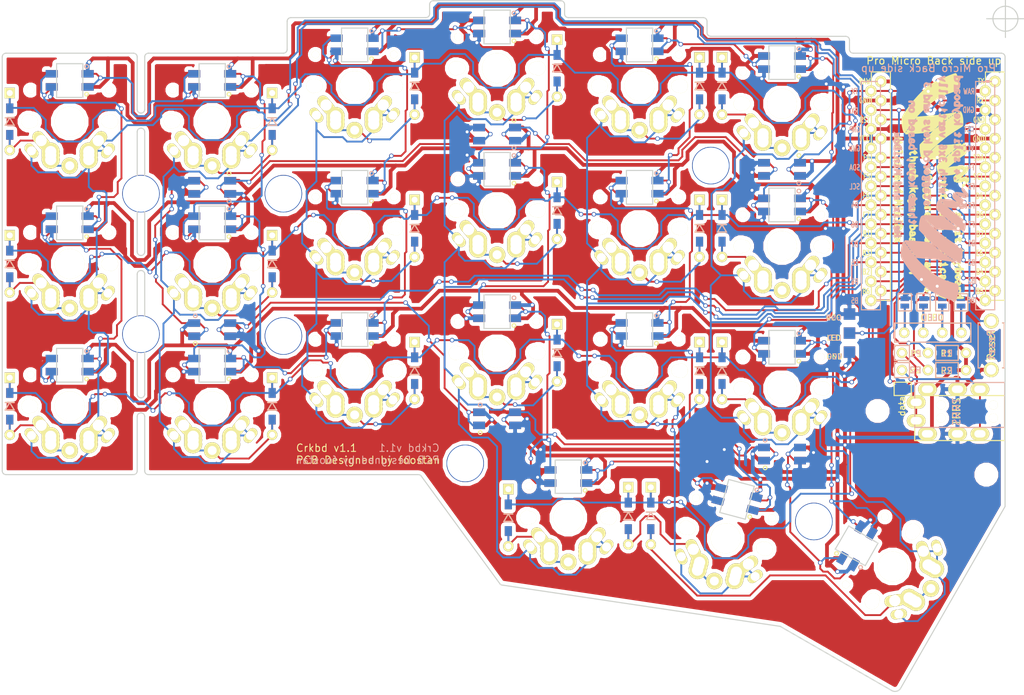
<source format=kicad_pcb>
(kicad_pcb (version 4) (host pcbnew 4.0.7)
  (title_block (title Crkbd) (date 2018/05/15) (rev 1.1) (company foostan))
  (layers (0 F.Cu signal) (31 B.Cu signal) (34 B.Paste user) (35 F.Paste user) (36 B.SilkS user) (37 F.SilkS user) (38 B.Mask user) (39 F.Mask user) (44 Edge.Cuts user))
  (net 0 "")
  (net 1 row0)
  (net 2 "Net-(D1-Pad2)")
  (net 3 row1)
  (net 4 "Net-(D2-Pad2)")
  (net 5 row2)
  (net 6 "Net-(D3-Pad2)")
  (net 7 row3)
  (net 8 "Net-(D4-Pad2)")
  (net 9 "Net-(D5-Pad2)")
  (net 10 "Net-(D6-Pad2)")
  (net 11 "Net-(D7-Pad2)")
  (net 12 "Net-(D8-Pad2)")
  (net 13 "Net-(D9-Pad2)")
  (net 14 "Net-(D10-Pad2)")
  (net 15 "Net-(D11-Pad2)")
  (net 16 "Net-(D12-Pad2)")
  (net 17 "Net-(D13-Pad2)")
  (net 18 "Net-(D14-Pad2)")
  (net 19 "Net-(D15-Pad2)")
  (net 20 "Net-(D16-Pad2)")
  (net 21 "Net-(D17-Pad2)")
  (net 22 "Net-(D18-Pad2)")
  (net 23 "Net-(D19-Pad2)")
  (net 24 "Net-(D20-Pad2)")
  (net 25 "Net-(D21-Pad2)")
  (net 26 GND)
  (net 27 VCC)
  (net 28 col0)
  (net 29 col1)
  (net 30 col2)
  (net 31 col3)
  (net 32 col4)
  (net 33 col5)
  (net 34 LED)
  (net 35 data)
  (net 36 "Net-(L1-Pad3)")
  (net 37 "Net-(L1-Pad1)")
  (net 38 "Net-(L3-Pad3)")
  (net 39 "Net-(L10-Pad1)")
  (net 40 "Net-(L11-Pad1)")
  (net 41 "Net-(L13-Pad1)")
  (net 42 "Net-(L14-Pad3)")
  (net 43 "Net-(L10-Pad3)")
  (net 44 "Net-(L12-Pad1)")
  (net 45 "Net-(L13-Pad3)")
  (net 46 "Net-(L15-Pad3)")
  (net 47 "Net-(L16-Pad3)")
  (net 48 reset)
  (net 49 SCL)
  (net 50 SDA)
  (net 51 "Net-(L5-Pad3)")
  (net 52 "Net-(U1-Pad14)")
  (net 53 "Net-(U1-Pad13)")
  (net 54 "Net-(U1-Pad12)")
  (net 55 "Net-(U1-Pad11)")
  (net 56 "Net-(J2-Pad1)")
  (net 57 "Net-(J2-Pad2)")
  (net 58 "Net-(J2-Pad3)")
  (net 59 "Net-(J2-Pad4)")
  (net 60 "Net-(L2-Pad3)")
  (net 61 "Net-(L3-Pad1)")
  (net 62 "Net-(L11-Pad3)")
  (net 63 "Net-(L14-Pad1)")
  (net 64 "Net-(L12-Pad3)")
  (net 65 "Net-(L17-Pad1)")
  (net 66 "Net-(L18-Pad3)")
  (net 67 "Net-(L19-Pad3)")
  (net 68 "Net-(J1-PadA)")
  (net 69 "Net-(J1-PadB)")
  (net 70 "Net-(U1-Pad24)")
  (net 71 "Net-(L21-Pad3)")
  (net 72 "Net-(L22-Pad3)")
  (net 73 "Net-(L22-Pad1)")
  (net 74 "Net-(L23-Pad3)")
  (net 75 "Net-(L25-Pad1)")
  (net 76 "Net-(L26-Pad1)")
  (module kbd:MX_ALPS_PG1350_noLed_1.75u (layer F.Cu) (at 179.75 136.5 240)
    (fp_text reference SW21 hide)
    (fp_text value SW_PUSH hide)
    (pad 1 thru_hole oval (at 5.1 -3.9 190) (size 2.2 1.25) (drill 1.2) (layers *.Cu *.Mask F.SilkS) (net 33 col5))
    (pad "" np_thru_hole circle (at 0 0 330) (size 4 4) (drill 4) (layers *.Cu *.Mask F.SilkS))
    (pad "" np_thru_hole circle (at -5.5 0 330) (size 1.9 1.9) (drill 1.9) (layers *.Cu *.Mask F.SilkS))
    (pad "" np_thru_hole circle (at 5.5 0 330) (size 1.9 1.9) (drill 1.9) (layers *.Cu *.Mask F.SilkS))
    (pad 1 thru_hole oval (at -5.1 -3.9 290) (size 2.2 1.25) (drill 1.2) (layers *.Cu *.Mask F.SilkS) (net 33 col5))
    (pad 2 thru_hole circle (at 0 -5.9 330) (size 2.2 2.2) (drill 1.2) (layers *.Cu *.Mask F.SilkS) (net 25 "Net-(D21-Pad2)"))
    (pad 2 thru_hole circle (at 2.54 -5.08 240) (size 2.4 2.4) (drill 1.5) (layers *.Cu *.Mask F.SilkS) (net 25 "Net-(D21-Pad2)"))
    (pad 1 thru_hole oval (at -3.81 -2.54 290) (size 2.8 1.55) (drill 1.5) (layers *.Cu *.Mask F.SilkS) (net 33 col5))
    (pad 1 thru_hole circle (at -2.54 -5.08 240) (size 2.4 2.4) (drill 1.5) (layers *.Cu *.Mask F.SilkS) (net 33 col5))
    (pad 2 thru_hole oval (at 3.81 -2.54 190) (size 2.8 1.55) (drill 1.5) (layers *.Cu *.Mask F.SilkS) (net 25 "Net-(D21-Pad2)"))
    (pad 2 thru_hole circle (at 2.54 -4.5 240) (size 2.4 2.4) (drill 1.5) (layers *.Cu *.Mask F.SilkS) (net 25 "Net-(D21-Pad2)"))
    (pad 2 thru_hole circle (at 2.54 -4 240) (size 2.4 2.4) (drill 1.5) (layers *.Cu *.Mask F.SilkS) (net 25 "Net-(D21-Pad2)"))
    (pad 1 thru_hole circle (at -2.54 -4 240) (size 2.4 2.4) (drill 1.5) (layers *.Cu *.Mask F.SilkS) (net 33 col5))
    (pad 1 thru_hole circle (at -2.54 -4.5 240) (size 2.4 2.4) (drill 1.5) (layers *.Cu *.Mask F.SilkS) (net 33 col5))
    (pad "" np_thru_hole circle (at 5.08 0 240) (size 1.7 1.7) (drill 1.7) (layers *.Cu *.Mask F.SilkS))
    (pad "" np_thru_hole circle (at -5.08 0 240) (size 1.7 1.7) (drill 1.7) (layers *.Cu *.Mask F.SilkS))
    (pad "" np_thru_hole circle (at 5.22 4.2 240) (size 1 1) (drill 1) (layers *.Cu *.Mask F.SilkS))
    (pad "" np_thru_hole circle (at -5.22 4.2 240) (size 1 1) (drill 1) (layers *.Cu *.Mask F.SilkS))
  )
  (module kbd:D3_TH_SMD (layer F.Cu) (at 62 77.125 270)
    (fp_text reference D1 hide)
    (fp_text value D hide)
    (pad 1 smd rect (at -1.775 0 270) (size 1.3 0.95) (layers F.Cu F.Paste F.Mask) (net 1 row0))
    (pad 2 smd rect (at 1.775 0 270) (size 1.3 0.95) (layers B.Cu B.Paste B.Mask) (net 2 "Net-(D1-Pad2)"))
    (pad 1 smd rect (at -1.775 0 270) (size 1.3 0.95) (layers B.Cu B.Paste B.Mask) (net 1 row0))
    (pad 1 thru_hole rect (at -3.81 0 270) (size 1.397 1.397) (drill 0.8128) (layers *.Cu *.Mask F.SilkS) (net 1 row0))
    (pad 2 thru_hole circle (at 3.81 0 270) (size 1.397 1.397) (drill 0.8128) (layers *.Cu *.Mask F.SilkS) (net 2 "Net-(D1-Pad2)"))
    (pad 2 smd rect (at 1.775 0 270) (size 1.3 0.95) (layers F.Cu F.Paste F.Mask) (net 2 "Net-(D1-Pad2)"))
  )
  (module kbd:D3_TH_SMD (layer F.Cu) (at 97 77.125 270)
    (fp_text reference D2 hide)
    (fp_text value D hide)
    (pad 1 smd rect (at -1.775 0 270) (size 1.3 0.95) (layers F.Cu F.Paste F.Mask) (net 1 row0))
    (pad 2 smd rect (at 1.775 0 270) (size 1.3 0.95) (layers B.Cu B.Paste B.Mask) (net 4 "Net-(D2-Pad2)"))
    (pad 1 smd rect (at -1.775 0 270) (size 1.3 0.95) (layers B.Cu B.Paste B.Mask) (net 1 row0))
    (pad 1 thru_hole rect (at -3.81 0 270) (size 1.397 1.397) (drill 0.8128) (layers *.Cu *.Mask F.SilkS) (net 1 row0))
    (pad 2 thru_hole circle (at 3.81 0 270) (size 1.397 1.397) (drill 0.8128) (layers *.Cu *.Mask F.SilkS) (net 4 "Net-(D2-Pad2)"))
    (pad 2 smd rect (at 1.775 0 270) (size 1.3 0.95) (layers F.Cu F.Paste F.Mask) (net 4 "Net-(D2-Pad2)"))
  )
  (module kbd:D3_TH_SMD (layer F.Cu) (at 116 72.375 270)
    (fp_text reference D3 hide)
    (fp_text value D hide)
    (pad 1 smd rect (at -1.775 0 270) (size 1.3 0.95) (layers F.Cu F.Paste F.Mask) (net 1 row0))
    (pad 2 smd rect (at 1.775 0 270) (size 1.3 0.95) (layers B.Cu B.Paste B.Mask) (net 6 "Net-(D3-Pad2)"))
    (pad 1 smd rect (at -1.775 0 270) (size 1.3 0.95) (layers B.Cu B.Paste B.Mask) (net 1 row0))
    (pad 1 thru_hole rect (at -3.81 0 270) (size 1.397 1.397) (drill 0.8128) (layers *.Cu *.Mask F.SilkS) (net 1 row0))
    (pad 2 thru_hole circle (at 3.81 0 270) (size 1.397 1.397) (drill 0.8128) (layers *.Cu *.Mask F.SilkS) (net 6 "Net-(D3-Pad2)"))
    (pad 2 smd rect (at 1.775 0 270) (size 1.3 0.95) (layers F.Cu F.Paste F.Mask) (net 6 "Net-(D3-Pad2)"))
  )
  (module kbd:D3_TH_SMD (layer F.Cu) (at 135 70 270)
    (fp_text reference D4 hide)
    (fp_text value D hide)
    (pad 1 smd rect (at -1.775 0 270) (size 1.3 0.95) (layers F.Cu F.Paste F.Mask) (net 1 row0))
    (pad 2 smd rect (at 1.775 0 270) (size 1.3 0.95) (layers B.Cu B.Paste B.Mask) (net 8 "Net-(D4-Pad2)"))
    (pad 1 smd rect (at -1.775 0 270) (size 1.3 0.95) (layers B.Cu B.Paste B.Mask) (net 1 row0))
    (pad 1 thru_hole rect (at -3.81 0 270) (size 1.397 1.397) (drill 0.8128) (layers *.Cu *.Mask F.SilkS) (net 1 row0))
    (pad 2 thru_hole circle (at 3.81 0 270) (size 1.397 1.397) (drill 0.8128) (layers *.Cu *.Mask F.SilkS) (net 8 "Net-(D4-Pad2)"))
    (pad 2 smd rect (at 1.775 0 270) (size 1.3 0.95) (layers F.Cu F.Paste F.Mask) (net 8 "Net-(D4-Pad2)"))
  )
  (module kbd:D3_TH_SMD (layer F.Cu) (at 154 72.375 270)
    (fp_text reference D5 hide)
    (fp_text value D hide)
    (pad 1 smd rect (at -1.775 0 270) (size 1.3 0.95) (layers F.Cu F.Paste F.Mask) (net 1 row0))
    (pad 2 smd rect (at 1.775 0 270) (size 1.3 0.95) (layers B.Cu B.Paste B.Mask) (net 9 "Net-(D5-Pad2)"))
    (pad 1 smd rect (at -1.775 0 270) (size 1.3 0.95) (layers B.Cu B.Paste B.Mask) (net 1 row0))
    (pad 1 thru_hole rect (at -3.81 0 270) (size 1.397 1.397) (drill 0.8128) (layers *.Cu *.Mask F.SilkS) (net 1 row0))
    (pad 2 thru_hole circle (at 3.81 0 270) (size 1.397 1.397) (drill 0.8128) (layers *.Cu *.Mask F.SilkS) (net 9 "Net-(D5-Pad2)"))
    (pad 2 smd rect (at 1.775 0 270) (size 1.3 0.95) (layers F.Cu F.Paste F.Mask) (net 9 "Net-(D5-Pad2)"))
  )
  (module kbd:D3_TH_SMD (layer F.Cu) (at 157 72.375 270)
    (fp_text reference D6 hide)
    (fp_text value D hide)
    (pad 1 smd rect (at -1.775 0 270) (size 1.3 0.95) (layers F.Cu F.Paste F.Mask) (net 1 row0))
    (pad 2 smd rect (at 1.775 0 270) (size 1.3 0.95) (layers B.Cu B.Paste B.Mask) (net 10 "Net-(D6-Pad2)"))
    (pad 1 smd rect (at -1.775 0 270) (size 1.3 0.95) (layers B.Cu B.Paste B.Mask) (net 1 row0))
    (pad 1 thru_hole rect (at -3.81 0 270) (size 1.397 1.397) (drill 0.8128) (layers *.Cu *.Mask F.SilkS) (net 1 row0))
    (pad 2 thru_hole circle (at 3.81 0 270) (size 1.397 1.397) (drill 0.8128) (layers *.Cu *.Mask F.SilkS) (net 10 "Net-(D6-Pad2)"))
    (pad 2 smd rect (at 1.775 0 270) (size 1.3 0.95) (layers F.Cu F.Paste F.Mask) (net 10 "Net-(D6-Pad2)"))
  )
  (module kbd:D3_TH_SMD (layer F.Cu) (at 62 96.125 270)
    (fp_text reference D7 hide)
    (fp_text value D hide)
    (pad 1 smd rect (at -1.775 0 270) (size 1.3 0.95) (layers F.Cu F.Paste F.Mask) (net 3 row1))
    (pad 2 smd rect (at 1.775 0 270) (size 1.3 0.95) (layers B.Cu B.Paste B.Mask) (net 11 "Net-(D7-Pad2)"))
    (pad 1 smd rect (at -1.775 0 270) (size 1.3 0.95) (layers B.Cu B.Paste B.Mask) (net 3 row1))
    (pad 1 thru_hole rect (at -3.81 0 270) (size 1.397 1.397) (drill 0.8128) (layers *.Cu *.Mask F.SilkS) (net 3 row1))
    (pad 2 thru_hole circle (at 3.81 0 270) (size 1.397 1.397) (drill 0.8128) (layers *.Cu *.Mask F.SilkS) (net 11 "Net-(D7-Pad2)"))
    (pad 2 smd rect (at 1.775 0 270) (size 1.3 0.95) (layers F.Cu F.Paste F.Mask) (net 11 "Net-(D7-Pad2)"))
  )
  (module kbd:D3_TH_SMD (layer F.Cu) (at 97 96.125 270)
    (fp_text reference D8 hide)
    (fp_text value D hide)
    (pad 1 smd rect (at -1.775 0 270) (size 1.3 0.95) (layers F.Cu F.Paste F.Mask) (net 3 row1))
    (pad 2 smd rect (at 1.775 0 270) (size 1.3 0.95) (layers B.Cu B.Paste B.Mask) (net 12 "Net-(D8-Pad2)"))
    (pad 1 smd rect (at -1.775 0 270) (size 1.3 0.95) (layers B.Cu B.Paste B.Mask) (net 3 row1))
    (pad 1 thru_hole rect (at -3.81 0 270) (size 1.397 1.397) (drill 0.8128) (layers *.Cu *.Mask F.SilkS) (net 3 row1))
    (pad 2 thru_hole circle (at 3.81 0 270) (size 1.397 1.397) (drill 0.8128) (layers *.Cu *.Mask F.SilkS) (net 12 "Net-(D8-Pad2)"))
    (pad 2 smd rect (at 1.775 0 270) (size 1.3 0.95) (layers F.Cu F.Paste F.Mask) (net 12 "Net-(D8-Pad2)"))
  )
  (module kbd:D3_TH_SMD (layer F.Cu) (at 116 91.375 270)
    (fp_text reference D9 hide)
    (fp_text value D hide)
    (pad 1 smd rect (at -1.775 0 270) (size 1.3 0.95) (layers F.Cu F.Paste F.Mask) (net 3 row1))
    (pad 2 smd rect (at 1.775 0 270) (size 1.3 0.95) (layers B.Cu B.Paste B.Mask) (net 13 "Net-(D9-Pad2)"))
    (pad 1 smd rect (at -1.775 0 270) (size 1.3 0.95) (layers B.Cu B.Paste B.Mask) (net 3 row1))
    (pad 1 thru_hole rect (at -3.81 0 270) (size 1.397 1.397) (drill 0.8128) (layers *.Cu *.Mask F.SilkS) (net 3 row1))
    (pad 2 thru_hole circle (at 3.81 0 270) (size 1.397 1.397) (drill 0.8128) (layers *.Cu *.Mask F.SilkS) (net 13 "Net-(D9-Pad2)"))
    (pad 2 smd rect (at 1.775 0 270) (size 1.3 0.95) (layers F.Cu F.Paste F.Mask) (net 13 "Net-(D9-Pad2)"))
  )
  (module kbd:D3_TH_SMD (layer F.Cu) (at 135 89 270)
    (fp_text reference D10 hide)
    (fp_text value D hide)
    (pad 1 smd rect (at -1.775 0 270) (size 1.3 0.95) (layers F.Cu F.Paste F.Mask) (net 3 row1))
    (pad 2 smd rect (at 1.775 0 270) (size 1.3 0.95) (layers B.Cu B.Paste B.Mask) (net 14 "Net-(D10-Pad2)"))
    (pad 1 smd rect (at -1.775 0 270) (size 1.3 0.95) (layers B.Cu B.Paste B.Mask) (net 3 row1))
    (pad 1 thru_hole rect (at -3.81 0 270) (size 1.397 1.397) (drill 0.8128) (layers *.Cu *.Mask F.SilkS) (net 3 row1))
    (pad 2 thru_hole circle (at 3.81 0 270) (size 1.397 1.397) (drill 0.8128) (layers *.Cu *.Mask F.SilkS) (net 14 "Net-(D10-Pad2)"))
    (pad 2 smd rect (at 1.775 0 270) (size 1.3 0.95) (layers F.Cu F.Paste F.Mask) (net 14 "Net-(D10-Pad2)"))
  )
  (module kbd:D3_TH_SMD (layer F.Cu) (at 154 91.375 270)
    (fp_text reference D11 hide)
    (fp_text value D hide)
    (pad 1 smd rect (at -1.775 0 270) (size 1.3 0.95) (layers F.Cu F.Paste F.Mask) (net 3 row1))
    (pad 2 smd rect (at 1.775 0 270) (size 1.3 0.95) (layers B.Cu B.Paste B.Mask) (net 15 "Net-(D11-Pad2)"))
    (pad 1 smd rect (at -1.775 0 270) (size 1.3 0.95) (layers B.Cu B.Paste B.Mask) (net 3 row1))
    (pad 1 thru_hole rect (at -3.81 0 270) (size 1.397 1.397) (drill 0.8128) (layers *.Cu *.Mask F.SilkS) (net 3 row1))
    (pad 2 thru_hole circle (at 3.81 0 270) (size 1.397 1.397) (drill 0.8128) (layers *.Cu *.Mask F.SilkS) (net 15 "Net-(D11-Pad2)"))
    (pad 2 smd rect (at 1.775 0 270) (size 1.3 0.95) (layers F.Cu F.Paste F.Mask) (net 15 "Net-(D11-Pad2)"))
  )
  (module kbd:D3_TH_SMD (layer F.Cu) (at 157 91.375 270)
    (fp_text reference D12 hide)
    (fp_text value D hide)
    (pad 1 smd rect (at -1.775 0 270) (size 1.3 0.95) (layers F.Cu F.Paste F.Mask) (net 3 row1))
    (pad 2 smd rect (at 1.775 0 270) (size 1.3 0.95) (layers B.Cu B.Paste B.Mask) (net 16 "Net-(D12-Pad2)"))
    (pad 1 smd rect (at -1.775 0 270) (size 1.3 0.95) (layers B.Cu B.Paste B.Mask) (net 3 row1))
    (pad 1 thru_hole rect (at -3.81 0 270) (size 1.397 1.397) (drill 0.8128) (layers *.Cu *.Mask F.SilkS) (net 3 row1))
    (pad 2 thru_hole circle (at 3.81 0 270) (size 1.397 1.397) (drill 0.8128) (layers *.Cu *.Mask F.SilkS) (net 16 "Net-(D12-Pad2)"))
    (pad 2 smd rect (at 1.775 0 270) (size 1.3 0.95) (layers F.Cu F.Paste F.Mask) (net 16 "Net-(D12-Pad2)"))
  )
  (module kbd:D3_TH_SMD (layer F.Cu) (at 62 115.125 270)
    (fp_text reference D13 hide)
    (fp_text value D hide)
    (pad 1 smd rect (at -1.775 0 270) (size 1.3 0.95) (layers F.Cu F.Paste F.Mask) (net 5 row2))
    (pad 2 smd rect (at 1.775 0 270) (size 1.3 0.95) (layers B.Cu B.Paste B.Mask) (net 17 "Net-(D13-Pad2)"))
    (pad 1 smd rect (at -1.775 0 270) (size 1.3 0.95) (layers B.Cu B.Paste B.Mask) (net 5 row2))
    (pad 1 thru_hole rect (at -3.81 0 270) (size 1.397 1.397) (drill 0.8128) (layers *.Cu *.Mask F.SilkS) (net 5 row2))
    (pad 2 thru_hole circle (at 3.81 0 270) (size 1.397 1.397) (drill 0.8128) (layers *.Cu *.Mask F.SilkS) (net 17 "Net-(D13-Pad2)"))
    (pad 2 smd rect (at 1.775 0 270) (size 1.3 0.95) (layers F.Cu F.Paste F.Mask) (net 17 "Net-(D13-Pad2)"))
  )
  (module kbd:D3_TH_SMD (layer F.Cu) (at 97 115.125 270)
    (fp_text reference D14 hide)
    (fp_text value D hide)
    (pad 1 smd rect (at -1.775 0 270) (size 1.3 0.95) (layers F.Cu F.Paste F.Mask) (net 5 row2))
    (pad 2 smd rect (at 1.775 0 270) (size 1.3 0.95) (layers B.Cu B.Paste B.Mask) (net 18 "Net-(D14-Pad2)"))
    (pad 1 smd rect (at -1.775 0 270) (size 1.3 0.95) (layers B.Cu B.Paste B.Mask) (net 5 row2))
    (pad 1 thru_hole rect (at -3.81 0 270) (size 1.397 1.397) (drill 0.8128) (layers *.Cu *.Mask F.SilkS) (net 5 row2))
    (pad 2 thru_hole circle (at 3.81 0 270) (size 1.397 1.397) (drill 0.8128) (layers *.Cu *.Mask F.SilkS) (net 18 "Net-(D14-Pad2)"))
    (pad 2 smd rect (at 1.775 0 270) (size 1.3 0.95) (layers F.Cu F.Paste F.Mask) (net 18 "Net-(D14-Pad2)"))
  )
  (module kbd:D3_TH_SMD (layer F.Cu) (at 116 110.375 270)
    (fp_text reference D15 hide)
    (fp_text value D hide)
    (pad 1 smd rect (at -1.775 0 270) (size 1.3 0.95) (layers F.Cu F.Paste F.Mask) (net 5 row2))
    (pad 2 smd rect (at 1.775 0 270) (size 1.3 0.95) (layers B.Cu B.Paste B.Mask) (net 19 "Net-(D15-Pad2)"))
    (pad 1 smd rect (at -1.775 0 270) (size 1.3 0.95) (layers B.Cu B.Paste B.Mask) (net 5 row2))
    (pad 1 thru_hole rect (at -3.81 0 270) (size 1.397 1.397) (drill 0.8128) (layers *.Cu *.Mask F.SilkS) (net 5 row2))
    (pad 2 thru_hole circle (at 3.81 0 270) (size 1.397 1.397) (drill 0.8128) (layers *.Cu *.Mask F.SilkS) (net 19 "Net-(D15-Pad2)"))
    (pad 2 smd rect (at 1.775 0 270) (size 1.3 0.95) (layers F.Cu F.Paste F.Mask) (net 19 "Net-(D15-Pad2)"))
  )
  (module kbd:D3_TH_SMD (layer F.Cu) (at 135 108 270)
    (fp_text reference D16 hide)
    (fp_text value D hide)
    (pad 1 smd rect (at -1.775 0 270) (size 1.3 0.95) (layers F.Cu F.Paste F.Mask) (net 5 row2))
    (pad 2 smd rect (at 1.775 0 270) (size 1.3 0.95) (layers B.Cu B.Paste B.Mask) (net 20 "Net-(D16-Pad2)"))
    (pad 1 smd rect (at -1.775 0 270) (size 1.3 0.95) (layers B.Cu B.Paste B.Mask) (net 5 row2))
    (pad 1 thru_hole rect (at -3.81 0 270) (size 1.397 1.397) (drill 0.8128) (layers *.Cu *.Mask F.SilkS) (net 5 row2))
    (pad 2 thru_hole circle (at 3.81 0 270) (size 1.397 1.397) (drill 0.8128) (layers *.Cu *.Mask F.SilkS) (net 20 "Net-(D16-Pad2)"))
    (pad 2 smd rect (at 1.775 0 270) (size 1.3 0.95) (layers F.Cu F.Paste F.Mask) (net 20 "Net-(D16-Pad2)"))
  )
  (module kbd:D3_TH_SMD (layer F.Cu) (at 157 110.375 270)
    (fp_text reference D18 hide)
    (fp_text value D hide)
    (pad 1 smd rect (at -1.775 0 270) (size 1.3 0.95) (layers F.Cu F.Paste F.Mask) (net 5 row2))
    (pad 2 smd rect (at 1.775 0 270) (size 1.3 0.95) (layers B.Cu B.Paste B.Mask) (net 22 "Net-(D18-Pad2)"))
    (pad 1 smd rect (at -1.775 0 270) (size 1.3 0.95) (layers B.Cu B.Paste B.Mask) (net 5 row2))
    (pad 1 thru_hole rect (at -3.81 0 270) (size 1.397 1.397) (drill 0.8128) (layers *.Cu *.Mask F.SilkS) (net 5 row2))
    (pad 2 thru_hole circle (at 3.81 0 270) (size 1.397 1.397) (drill 0.8128) (layers *.Cu *.Mask F.SilkS) (net 22 "Net-(D18-Pad2)"))
    (pad 2 smd rect (at 1.775 0 270) (size 1.3 0.95) (layers F.Cu F.Paste F.Mask) (net 22 "Net-(D18-Pad2)"))
  )
  (module kbd:D3_TH_SMD (layer F.Cu) (at 128.5 130 270)
    (fp_text reference D19 hide)
    (fp_text value D hide)
    (pad 1 smd rect (at -1.775 0 270) (size 1.3 0.95) (layers F.Cu F.Paste F.Mask) (net 7 row3))
    (pad 2 smd rect (at 1.775 0 270) (size 1.3 0.95) (layers B.Cu B.Paste B.Mask) (net 23 "Net-(D19-Pad2)"))
    (pad 1 smd rect (at -1.775 0 270) (size 1.3 0.95) (layers B.Cu B.Paste B.Mask) (net 7 row3))
    (pad 1 thru_hole rect (at -3.81 0 270) (size 1.397 1.397) (drill 0.8128) (layers *.Cu *.Mask F.SilkS) (net 7 row3))
    (pad 2 thru_hole circle (at 3.81 0 270) (size 1.397 1.397) (drill 0.8128) (layers *.Cu *.Mask F.SilkS) (net 23 "Net-(D19-Pad2)"))
    (pad 2 smd rect (at 1.775 0 270) (size 1.3 0.95) (layers F.Cu F.Paste F.Mask) (net 23 "Net-(D19-Pad2)"))
  )
  (module kbd:D3_TH_SMD (layer F.Cu) (at 144.5 129.75 270)
    (fp_text reference D20 hide)
    (fp_text value D hide)
    (pad 1 smd rect (at -1.775 0 270) (size 1.3 0.95) (layers F.Cu F.Paste F.Mask) (net 7 row3))
    (pad 2 smd rect (at 1.775 0 270) (size 1.3 0.95) (layers B.Cu B.Paste B.Mask) (net 24 "Net-(D20-Pad2)"))
    (pad 1 smd rect (at -1.775 0 270) (size 1.3 0.95) (layers B.Cu B.Paste B.Mask) (net 7 row3))
    (pad 1 thru_hole rect (at -3.81 0 270) (size 1.397 1.397) (drill 0.8128) (layers *.Cu *.Mask F.SilkS) (net 7 row3))
    (pad 2 thru_hole circle (at 3.81 0 270) (size 1.397 1.397) (drill 0.8128) (layers *.Cu *.Mask F.SilkS) (net 24 "Net-(D20-Pad2)"))
    (pad 2 smd rect (at 1.775 0 270) (size 1.3 0.95) (layers F.Cu F.Paste F.Mask) (net 24 "Net-(D20-Pad2)"))
  )
  (module kbd:D3_TH_SMD (layer F.Cu) (at 147.5 129.75 270)
    (fp_text reference D21 hide)
    (fp_text value D hide)
    (pad 1 smd rect (at -1.775 0 270) (size 1.3 0.95) (layers F.Cu F.Paste F.Mask) (net 7 row3))
    (pad 2 smd rect (at 1.775 0 270) (size 1.3 0.95) (layers B.Cu B.Paste B.Mask) (net 25 "Net-(D21-Pad2)"))
    (pad 1 smd rect (at -1.775 0 270) (size 1.3 0.95) (layers B.Cu B.Paste B.Mask) (net 7 row3))
    (pad 1 thru_hole rect (at -3.81 0 270) (size 1.397 1.397) (drill 0.8128) (layers *.Cu *.Mask F.SilkS) (net 7 row3))
    (pad 2 thru_hole circle (at 3.81 0 270) (size 1.397 1.397) (drill 0.8128) (layers *.Cu *.Mask F.SilkS) (net 25 "Net-(D21-Pad2)"))
    (pad 2 smd rect (at 1.775 0 270) (size 1.3 0.95) (layers F.Cu F.Paste F.Mask) (net 25 "Net-(D21-Pad2)"))
  )
  (module kbd:SK6812MINI_rev (layer F.Cu) (at 70 71.625)
    (fp_text reference L1 hide)
    (fp_text value SK6812MINI hide)
    (pad 4 smd rect (at 2.4 0.875) (size 1.6 1) (layers F.Cu F.Paste F.Mask) (net 27 VCC))
    (pad 3 smd rect (at 2.4 -0.875) (size 1.6 1) (layers F.Cu F.Paste F.Mask) (net 36 "Net-(L1-Pad3)"))
    (pad 1 smd rect (at -2.4 0.875) (size 1.6 1) (layers F.Cu F.Paste F.Mask) (net 37 "Net-(L1-Pad1)"))
    (pad 2 smd rect (at -2.4 -0.875) (size 1.6 1) (layers F.Cu F.Paste F.Mask) (net 26 GND))
    (pad 3 smd rect (at 2.4 0.875) (size 1.6 1) (layers B.Cu B.Paste B.Mask) (net 36 "Net-(L1-Pad3)"))
    (pad 4 smd rect (at 2.4 -0.875) (size 1.6 1) (layers B.Cu B.Paste B.Mask) (net 27 VCC))
    (pad 1 smd rect (at -2.4 -0.875) (size 1.6 1) (layers B.Cu B.Paste B.Mask) (net 37 "Net-(L1-Pad1)"))
    (pad 2 smd rect (at -2.4 0.875) (size 1.6 1) (layers B.Cu B.Paste B.Mask) (net 26 GND))
  )
  (module kbd:SK6812MINI_rev (layer F.Cu) (at 89 71.625)
    (fp_text reference L2 hide)
    (fp_text value SK6812MINI hide)
    (pad 4 smd rect (at 2.4 0.875) (size 1.6 1) (layers F.Cu F.Paste F.Mask) (net 27 VCC))
    (pad 3 smd rect (at 2.4 -0.875) (size 1.6 1) (layers F.Cu F.Paste F.Mask) (net 60 "Net-(L2-Pad3)"))
    (pad 1 smd rect (at -2.4 0.875) (size 1.6 1) (layers F.Cu F.Paste F.Mask) (net 36 "Net-(L1-Pad3)"))
    (pad 2 smd rect (at -2.4 -0.875) (size 1.6 1) (layers F.Cu F.Paste F.Mask) (net 26 GND))
    (pad 3 smd rect (at 2.4 0.875) (size 1.6 1) (layers B.Cu B.Paste B.Mask) (net 60 "Net-(L2-Pad3)"))
    (pad 4 smd rect (at 2.4 -0.875) (size 1.6 1) (layers B.Cu B.Paste B.Mask) (net 27 VCC))
    (pad 1 smd rect (at -2.4 -0.875) (size 1.6 1) (layers B.Cu B.Paste B.Mask) (net 36 "Net-(L1-Pad3)"))
    (pad 2 smd rect (at -2.4 0.875) (size 1.6 1) (layers B.Cu B.Paste B.Mask) (net 26 GND))
  )
  (module kbd:SK6812MINI_rev (layer F.Cu) (at 108 66.875)
    (fp_text reference L3 hide)
    (fp_text value SK6812MINI hide)
    (pad 4 smd rect (at 2.4 0.875) (size 1.6 1) (layers F.Cu F.Paste F.Mask) (net 27 VCC))
    (pad 3 smd rect (at 2.4 -0.875) (size 1.6 1) (layers F.Cu F.Paste F.Mask) (net 38 "Net-(L3-Pad3)"))
    (pad 1 smd rect (at -2.4 0.875) (size 1.6 1) (layers F.Cu F.Paste F.Mask) (net 61 "Net-(L3-Pad1)"))
    (pad 2 smd rect (at -2.4 -0.875) (size 1.6 1) (layers F.Cu F.Paste F.Mask) (net 26 GND))
    (pad 3 smd rect (at 2.4 0.875) (size 1.6 1) (layers B.Cu B.Paste B.Mask) (net 38 "Net-(L3-Pad3)"))
    (pad 4 smd rect (at 2.4 -0.875) (size 1.6 1) (layers B.Cu B.Paste B.Mask) (net 27 VCC))
    (pad 1 smd rect (at -2.4 -0.875) (size 1.6 1) (layers B.Cu B.Paste B.Mask) (net 61 "Net-(L3-Pad1)"))
    (pad 2 smd rect (at -2.4 0.875) (size 1.6 1) (layers B.Cu B.Paste B.Mask) (net 26 GND))
  )
  (module kbd:SK6812MINI_rev (layer F.Cu) (at 127 64.5)
    (fp_text reference L4 hide)
    (fp_text value SK6812MINI hide)
    (pad 4 smd rect (at 2.4 0.875) (size 1.6 1) (layers F.Cu F.Paste F.Mask) (net 27 VCC))
    (pad 3 smd rect (at 2.4 -0.875) (size 1.6 1) (layers F.Cu F.Paste F.Mask) (net 39 "Net-(L10-Pad1)"))
    (pad 1 smd rect (at -2.4 0.875) (size 1.6 1) (layers F.Cu F.Paste F.Mask) (net 38 "Net-(L3-Pad3)"))
    (pad 2 smd rect (at -2.4 -0.875) (size 1.6 1) (layers F.Cu F.Paste F.Mask) (net 26 GND))
    (pad 3 smd rect (at 2.4 0.875) (size 1.6 1) (layers B.Cu B.Paste B.Mask) (net 39 "Net-(L10-Pad1)"))
    (pad 4 smd rect (at 2.4 -0.875) (size 1.6 1) (layers B.Cu B.Paste B.Mask) (net 27 VCC))
    (pad 1 smd rect (at -2.4 -0.875) (size 1.6 1) (layers B.Cu B.Paste B.Mask) (net 38 "Net-(L3-Pad3)"))
    (pad 2 smd rect (at -2.4 0.875) (size 1.6 1) (layers B.Cu B.Paste B.Mask) (net 26 GND))
  )
  (module kbd:SK6812MINI_rev (layer F.Cu) (at 146 66.875)
    (fp_text reference L5 hide)
    (fp_text value SK6812MINI hide)
    (pad 4 smd rect (at 2.4 0.875) (size 1.6 1) (layers F.Cu F.Paste F.Mask) (net 27 VCC))
    (pad 3 smd rect (at 2.4 -0.875) (size 1.6 1) (layers F.Cu F.Paste F.Mask) (net 51 "Net-(L5-Pad3)"))
    (pad 1 smd rect (at -2.4 0.875) (size 1.6 1) (layers F.Cu F.Paste F.Mask) (net 62 "Net-(L11-Pad3)"))
    (pad 2 smd rect (at -2.4 -0.875) (size 1.6 1) (layers F.Cu F.Paste F.Mask) (net 26 GND))
    (pad 3 smd rect (at 2.4 0.875) (size 1.6 1) (layers B.Cu B.Paste B.Mask) (net 51 "Net-(L5-Pad3)"))
    (pad 4 smd rect (at 2.4 -0.875) (size 1.6 1) (layers B.Cu B.Paste B.Mask) (net 27 VCC))
    (pad 1 smd rect (at -2.4 -0.875) (size 1.6 1) (layers B.Cu B.Paste B.Mask) (net 62 "Net-(L11-Pad3)"))
    (pad 2 smd rect (at -2.4 0.875) (size 1.6 1) (layers B.Cu B.Paste B.Mask) (net 26 GND))
  )
  (module kbd:SK6812MINI_rev (layer F.Cu) (at 165 69.25)
    (fp_text reference L6 hide)
    (fp_text value SK6812MINI hide)
    (pad 4 smd rect (at 2.4 0.875) (size 1.6 1) (layers F.Cu F.Paste F.Mask) (net 27 VCC))
    (pad 3 smd rect (at 2.4 -0.875) (size 1.6 1) (layers F.Cu F.Paste F.Mask) (net 44 "Net-(L12-Pad1)"))
    (pad 1 smd rect (at -2.4 0.875) (size 1.6 1) (layers F.Cu F.Paste F.Mask) (net 51 "Net-(L5-Pad3)"))
    (pad 2 smd rect (at -2.4 -0.875) (size 1.6 1) (layers F.Cu F.Paste F.Mask) (net 26 GND))
    (pad 3 smd rect (at 2.4 0.875) (size 1.6 1) (layers B.Cu B.Paste B.Mask) (net 44 "Net-(L12-Pad1)"))
    (pad 4 smd rect (at 2.4 -0.875) (size 1.6 1) (layers B.Cu B.Paste B.Mask) (net 27 VCC))
    (pad 1 smd rect (at -2.4 -0.875) (size 1.6 1) (layers B.Cu B.Paste B.Mask) (net 51 "Net-(L5-Pad3)"))
    (pad 2 smd rect (at -2.4 0.875) (size 1.6 1) (layers B.Cu B.Paste B.Mask) (net 26 GND))
  )
  (module kbd:SK6812MINI_rev (layer F.Cu) (at 70 90.625)
    (fp_text reference L7 hide)
    (fp_text value SK6812MINI hide)
    (pad 4 smd rect (at 2.4 0.875) (size 1.6 1) (layers F.Cu F.Paste F.Mask) (net 27 VCC))
    (pad 3 smd rect (at 2.4 -0.875) (size 1.6 1) (layers F.Cu F.Paste F.Mask) (net 37 "Net-(L1-Pad1)"))
    (pad 1 smd rect (at -2.4 0.875) (size 1.6 1) (layers F.Cu F.Paste F.Mask) (net 45 "Net-(L13-Pad3)"))
    (pad 2 smd rect (at -2.4 -0.875) (size 1.6 1) (layers F.Cu F.Paste F.Mask) (net 26 GND))
    (pad 3 smd rect (at 2.4 0.875) (size 1.6 1) (layers B.Cu B.Paste B.Mask) (net 37 "Net-(L1-Pad1)"))
    (pad 4 smd rect (at 2.4 -0.875) (size 1.6 1) (layers B.Cu B.Paste B.Mask) (net 27 VCC))
    (pad 1 smd rect (at -2.4 -0.875) (size 1.6 1) (layers B.Cu B.Paste B.Mask) (net 45 "Net-(L13-Pad3)"))
    (pad 2 smd rect (at -2.4 0.875) (size 1.6 1) (layers B.Cu B.Paste B.Mask) (net 26 GND))
  )
  (module kbd:SK6812MINI_rev (layer F.Cu) (at 89 90.625)
    (fp_text reference L8 hide)
    (fp_text value SK6812MINI hide)
    (pad 4 smd rect (at 2.4 0.875) (size 1.6 1) (layers F.Cu F.Paste F.Mask) (net 27 VCC))
    (pad 3 smd rect (at 2.4 -0.875) (size 1.6 1) (layers F.Cu F.Paste F.Mask) (net 63 "Net-(L14-Pad1)"))
    (pad 1 smd rect (at -2.4 0.875) (size 1.6 1) (layers F.Cu F.Paste F.Mask) (net 60 "Net-(L2-Pad3)"))
    (pad 2 smd rect (at -2.4 -0.875) (size 1.6 1) (layers F.Cu F.Paste F.Mask) (net 26 GND))
    (pad 3 smd rect (at 2.4 0.875) (size 1.6 1) (layers B.Cu B.Paste B.Mask) (net 63 "Net-(L14-Pad1)"))
    (pad 4 smd rect (at 2.4 -0.875) (size 1.6 1) (layers B.Cu B.Paste B.Mask) (net 27 VCC))
    (pad 1 smd rect (at -2.4 -0.875) (size 1.6 1) (layers B.Cu B.Paste B.Mask) (net 60 "Net-(L2-Pad3)"))
    (pad 2 smd rect (at -2.4 0.875) (size 1.6 1) (layers B.Cu B.Paste B.Mask) (net 26 GND))
  )
  (module kbd:SK6812MINI_rev (layer F.Cu) (at 108 85.875)
    (fp_text reference L9 hide)
    (fp_text value SK6812MINI hide)
    (pad 4 smd rect (at 2.4 0.875) (size 1.6 1) (layers F.Cu F.Paste F.Mask) (net 27 VCC))
    (pad 3 smd rect (at 2.4 -0.875) (size 1.6 1) (layers F.Cu F.Paste F.Mask) (net 61 "Net-(L3-Pad1)"))
    (pad 1 smd rect (at -2.4 0.875) (size 1.6 1) (layers F.Cu F.Paste F.Mask) (net 46 "Net-(L15-Pad3)"))
    (pad 2 smd rect (at -2.4 -0.875) (size 1.6 1) (layers F.Cu F.Paste F.Mask) (net 26 GND))
    (pad 3 smd rect (at 2.4 0.875) (size 1.6 1) (layers B.Cu B.Paste B.Mask) (net 61 "Net-(L3-Pad1)"))
    (pad 4 smd rect (at 2.4 -0.875) (size 1.6 1) (layers B.Cu B.Paste B.Mask) (net 27 VCC))
    (pad 1 smd rect (at -2.4 -0.875) (size 1.6 1) (layers B.Cu B.Paste B.Mask) (net 46 "Net-(L15-Pad3)"))
    (pad 2 smd rect (at -2.4 0.875) (size 1.6 1) (layers B.Cu B.Paste B.Mask) (net 26 GND))
  )
  (module kbd:SK6812MINI_rev (layer F.Cu) (at 127 83.5)
    (fp_text reference L10 hide)
    (fp_text value SK6812MINI hide)
    (pad 4 smd rect (at 2.4 0.875) (size 1.6 1) (layers F.Cu F.Paste F.Mask) (net 27 VCC))
    (pad 3 smd rect (at 2.4 -0.875) (size 1.6 1) (layers F.Cu F.Paste F.Mask) (net 43 "Net-(L10-Pad3)"))
    (pad 1 smd rect (at -2.4 0.875) (size 1.6 1) (layers F.Cu F.Paste F.Mask) (net 39 "Net-(L10-Pad1)"))
    (pad 2 smd rect (at -2.4 -0.875) (size 1.6 1) (layers F.Cu F.Paste F.Mask) (net 26 GND))
    (pad 3 smd rect (at 2.4 0.875) (size 1.6 1) (layers B.Cu B.Paste B.Mask) (net 43 "Net-(L10-Pad3)"))
    (pad 4 smd rect (at 2.4 -0.875) (size 1.6 1) (layers B.Cu B.Paste B.Mask) (net 27 VCC))
    (pad 1 smd rect (at -2.4 -0.875) (size 1.6 1) (layers B.Cu B.Paste B.Mask) (net 39 "Net-(L10-Pad1)"))
    (pad 2 smd rect (at -2.4 0.875) (size 1.6 1) (layers B.Cu B.Paste B.Mask) (net 26 GND))
  )
  (module kbd:SK6812MINI_rev (layer F.Cu) (at 146 85.875)
    (fp_text reference L11 hide)
    (fp_text value SK6812MINI hide)
    (pad 4 smd rect (at 2.4 0.875) (size 1.6 1) (layers F.Cu F.Paste F.Mask) (net 27 VCC))
    (pad 3 smd rect (at 2.4 -0.875) (size 1.6 1) (layers F.Cu F.Paste F.Mask) (net 62 "Net-(L11-Pad3)"))
    (pad 1 smd rect (at -2.4 0.875) (size 1.6 1) (layers F.Cu F.Paste F.Mask) (net 40 "Net-(L11-Pad1)"))
    (pad 2 smd rect (at -2.4 -0.875) (size 1.6 1) (layers F.Cu F.Paste F.Mask) (net 26 GND))
    (pad 3 smd rect (at 2.4 0.875) (size 1.6 1) (layers B.Cu B.Paste B.Mask) (net 62 "Net-(L11-Pad3)"))
    (pad 4 smd rect (at 2.4 -0.875) (size 1.6 1) (layers B.Cu B.Paste B.Mask) (net 27 VCC))
    (pad 1 smd rect (at -2.4 -0.875) (size 1.6 1) (layers B.Cu B.Paste B.Mask) (net 40 "Net-(L11-Pad1)"))
    (pad 2 smd rect (at -2.4 0.875) (size 1.6 1) (layers B.Cu B.Paste B.Mask) (net 26 GND))
  )
  (module kbd:SK6812MINI_rev (layer F.Cu) (at 165 88.25)
    (fp_text reference L12 hide)
    (fp_text value SK6812MINI hide)
    (pad 4 smd rect (at 2.4 0.875) (size 1.6 1) (layers F.Cu F.Paste F.Mask) (net 27 VCC))
    (pad 3 smd rect (at 2.4 -0.875) (size 1.6 1) (layers F.Cu F.Paste F.Mask) (net 64 "Net-(L12-Pad3)"))
    (pad 1 smd rect (at -2.4 0.875) (size 1.6 1) (layers F.Cu F.Paste F.Mask) (net 44 "Net-(L12-Pad1)"))
    (pad 2 smd rect (at -2.4 -0.875) (size 1.6 1) (layers F.Cu F.Paste F.Mask) (net 26 GND))
    (pad 3 smd rect (at 2.4 0.875) (size 1.6 1) (layers B.Cu B.Paste B.Mask) (net 64 "Net-(L12-Pad3)"))
    (pad 4 smd rect (at 2.4 -0.875) (size 1.6 1) (layers B.Cu B.Paste B.Mask) (net 27 VCC))
    (pad 1 smd rect (at -2.4 -0.875) (size 1.6 1) (layers B.Cu B.Paste B.Mask) (net 44 "Net-(L12-Pad1)"))
    (pad 2 smd rect (at -2.4 0.875) (size 1.6 1) (layers B.Cu B.Paste B.Mask) (net 26 GND))
  )
  (module kbd:SK6812MINI_rev (layer F.Cu) (at 70 109.625)
    (fp_text reference L13 hide)
    (fp_text value SK6812MINI hide)
    (pad 4 smd rect (at 2.4 0.875) (size 1.6 1) (layers F.Cu F.Paste F.Mask) (net 27 VCC))
    (pad 3 smd rect (at 2.4 -0.875) (size 1.6 1) (layers F.Cu F.Paste F.Mask) (net 45 "Net-(L13-Pad3)"))
    (pad 1 smd rect (at -2.4 0.875) (size 1.6 1) (layers F.Cu F.Paste F.Mask) (net 41 "Net-(L13-Pad1)"))
    (pad 2 smd rect (at -2.4 -0.875) (size 1.6 1) (layers F.Cu F.Paste F.Mask) (net 26 GND))
    (pad 3 smd rect (at 2.4 0.875) (size 1.6 1) (layers B.Cu B.Paste B.Mask) (net 45 "Net-(L13-Pad3)"))
    (pad 4 smd rect (at 2.4 -0.875) (size 1.6 1) (layers B.Cu B.Paste B.Mask) (net 27 VCC))
    (pad 1 smd rect (at -2.4 -0.875) (size 1.6 1) (layers B.Cu B.Paste B.Mask) (net 41 "Net-(L13-Pad1)"))
    (pad 2 smd rect (at -2.4 0.875) (size 1.6 1) (layers B.Cu B.Paste B.Mask) (net 26 GND))
  )
  (module kbd:SK6812MINI_rev (layer F.Cu) (at 89 109.625)
    (fp_text reference L14 hide)
    (fp_text value SK6812MINI hide)
    (pad 4 smd rect (at 2.4 0.875) (size 1.6 1) (layers F.Cu F.Paste F.Mask) (net 27 VCC))
    (pad 3 smd rect (at 2.4 -0.875) (size 1.6 1) (layers F.Cu F.Paste F.Mask) (net 42 "Net-(L14-Pad3)"))
    (pad 1 smd rect (at -2.4 0.875) (size 1.6 1) (layers F.Cu F.Paste F.Mask) (net 63 "Net-(L14-Pad1)"))
    (pad 2 smd rect (at -2.4 -0.875) (size 1.6 1) (layers F.Cu F.Paste F.Mask) (net 26 GND))
    (pad 3 smd rect (at 2.4 0.875) (size 1.6 1) (layers B.Cu B.Paste B.Mask) (net 42 "Net-(L14-Pad3)"))
    (pad 4 smd rect (at 2.4 -0.875) (size 1.6 1) (layers B.Cu B.Paste B.Mask) (net 27 VCC))
    (pad 1 smd rect (at -2.4 -0.875) (size 1.6 1) (layers B.Cu B.Paste B.Mask) (net 63 "Net-(L14-Pad1)"))
    (pad 2 smd rect (at -2.4 0.875) (size 1.6 1) (layers B.Cu B.Paste B.Mask) (net 26 GND))
  )
  (module kbd:SK6812MINI_rev (layer F.Cu) (at 108 104.875)
    (fp_text reference L15 hide)
    (fp_text value SK6812MINI hide)
    (pad 4 smd rect (at 2.4 0.875) (size 1.6 1) (layers F.Cu F.Paste F.Mask) (net 27 VCC))
    (pad 3 smd rect (at 2.4 -0.875) (size 1.6 1) (layers F.Cu F.Paste F.Mask) (net 46 "Net-(L15-Pad3)"))
    (pad 1 smd rect (at -2.4 0.875) (size 1.6 1) (layers F.Cu F.Paste F.Mask) (net 42 "Net-(L14-Pad3)"))
    (pad 2 smd rect (at -2.4 -0.875) (size 1.6 1) (layers F.Cu F.Paste F.Mask) (net 26 GND))
    (pad 3 smd rect (at 2.4 0.875) (size 1.6 1) (layers B.Cu B.Paste B.Mask) (net 46 "Net-(L15-Pad3)"))
    (pad 4 smd rect (at 2.4 -0.875) (size 1.6 1) (layers B.Cu B.Paste B.Mask) (net 27 VCC))
    (pad 1 smd rect (at -2.4 -0.875) (size 1.6 1) (layers B.Cu B.Paste B.Mask) (net 42 "Net-(L14-Pad3)"))
    (pad 2 smd rect (at -2.4 0.875) (size 1.6 1) (layers B.Cu B.Paste B.Mask) (net 26 GND))
  )
  (module kbd:SK6812MINI_rev (layer F.Cu) (at 127 102.5)
    (fp_text reference L16 hide)
    (fp_text value SK6812MINI hide)
    (pad 4 smd rect (at 2.4 0.875) (size 1.6 1) (layers F.Cu F.Paste F.Mask) (net 27 VCC))
    (pad 3 smd rect (at 2.4 -0.875) (size 1.6 1) (layers F.Cu F.Paste F.Mask) (net 47 "Net-(L16-Pad3)"))
    (pad 1 smd rect (at -2.4 0.875) (size 1.6 1) (layers F.Cu F.Paste F.Mask) (net 43 "Net-(L10-Pad3)"))
    (pad 2 smd rect (at -2.4 -0.875) (size 1.6 1) (layers F.Cu F.Paste F.Mask) (net 26 GND))
    (pad 3 smd rect (at 2.4 0.875) (size 1.6 1) (layers B.Cu B.Paste B.Mask) (net 47 "Net-(L16-Pad3)"))
    (pad 4 smd rect (at 2.4 -0.875) (size 1.6 1) (layers B.Cu B.Paste B.Mask) (net 27 VCC))
    (pad 1 smd rect (at -2.4 -0.875) (size 1.6 1) (layers B.Cu B.Paste B.Mask) (net 43 "Net-(L10-Pad3)"))
    (pad 2 smd rect (at -2.4 0.875) (size 1.6 1) (layers B.Cu B.Paste B.Mask) (net 26 GND))
  )
  (module kbd:SK6812MINI_rev (layer F.Cu) (at 146 104.875)
    (fp_text reference L17 hide)
    (fp_text value SK6812MINI hide)
    (pad 4 smd rect (at 2.4 0.875) (size 1.6 1) (layers F.Cu F.Paste F.Mask) (net 27 VCC))
    (pad 3 smd rect (at 2.4 -0.875) (size 1.6 1) (layers F.Cu F.Paste F.Mask) (net 40 "Net-(L11-Pad1)"))
    (pad 1 smd rect (at -2.4 0.875) (size 1.6 1) (layers F.Cu F.Paste F.Mask) (net 65 "Net-(L17-Pad1)"))
    (pad 2 smd rect (at -2.4 -0.875) (size 1.6 1) (layers F.Cu F.Paste F.Mask) (net 26 GND))
    (pad 3 smd rect (at 2.4 0.875) (size 1.6 1) (layers B.Cu B.Paste B.Mask) (net 40 "Net-(L11-Pad1)"))
    (pad 4 smd rect (at 2.4 -0.875) (size 1.6 1) (layers B.Cu B.Paste B.Mask) (net 27 VCC))
    (pad 1 smd rect (at -2.4 -0.875) (size 1.6 1) (layers B.Cu B.Paste B.Mask) (net 65 "Net-(L17-Pad1)"))
    (pad 2 smd rect (at -2.4 0.875) (size 1.6 1) (layers B.Cu B.Paste B.Mask) (net 26 GND))
  )
  (module kbd:SK6812MINI_rev (layer F.Cu) (at 165 107.25)
    (fp_text reference L18 hide)
    (fp_text value SK6812MINI hide)
    (pad 4 smd rect (at 2.4 0.875) (size 1.6 1) (layers F.Cu F.Paste F.Mask) (net 27 VCC))
    (pad 3 smd rect (at 2.4 -0.875) (size 1.6 1) (layers F.Cu F.Paste F.Mask) (net 66 "Net-(L18-Pad3)"))
    (pad 1 smd rect (at -2.4 0.875) (size 1.6 1) (layers F.Cu F.Paste F.Mask) (net 64 "Net-(L12-Pad3)"))
    (pad 2 smd rect (at -2.4 -0.875) (size 1.6 1) (layers F.Cu F.Paste F.Mask) (net 26 GND))
    (pad 3 smd rect (at 2.4 0.875) (size 1.6 1) (layers B.Cu B.Paste B.Mask) (net 66 "Net-(L18-Pad3)"))
    (pad 4 smd rect (at 2.4 -0.875) (size 1.6 1) (layers B.Cu B.Paste B.Mask) (net 27 VCC))
    (pad 1 smd rect (at -2.4 -0.875) (size 1.6 1) (layers B.Cu B.Paste B.Mask) (net 64 "Net-(L12-Pad3)"))
    (pad 2 smd rect (at -2.4 0.875) (size 1.6 1) (layers B.Cu B.Paste B.Mask) (net 26 GND))
  )
  (module kbd:SK6812MINI_rev (layer F.Cu) (at 136.5 124.5)
    (fp_text reference L19 hide)
    (fp_text value SK6812MINI hide)
    (pad 4 smd rect (at 2.4 0.875) (size 1.6 1) (layers F.Cu F.Paste F.Mask) (net 27 VCC))
    (pad 3 smd rect (at 2.4 -0.875) (size 1.6 1) (layers F.Cu F.Paste F.Mask) (net 67 "Net-(L19-Pad3)"))
    (pad 1 smd rect (at -2.4 0.875) (size 1.6 1) (layers F.Cu F.Paste F.Mask) (net 47 "Net-(L16-Pad3)"))
    (pad 2 smd rect (at -2.4 -0.875) (size 1.6 1) (layers F.Cu F.Paste F.Mask) (net 26 GND))
    (pad 3 smd rect (at 2.4 0.875) (size 1.6 1) (layers B.Cu B.Paste B.Mask) (net 67 "Net-(L19-Pad3)"))
    (pad 4 smd rect (at 2.4 -0.875) (size 1.6 1) (layers B.Cu B.Paste B.Mask) (net 27 VCC))
    (pad 1 smd rect (at -2.4 -0.875) (size 1.6 1) (layers B.Cu B.Paste B.Mask) (net 47 "Net-(L16-Pad3)"))
    (pad 2 smd rect (at -2.4 0.875) (size 1.6 1) (layers B.Cu B.Paste B.Mask) (net 26 GND))
  )
  (module kbd:SK6812MINI_rev (layer F.Cu) (at 159 127.5 345)
    (fp_text reference L20 hide)
    (fp_text value SK6812MINI hide)
    (pad 4 smd rect (at 2.4 0.875 345) (size 1.6 1) (layers F.Cu F.Paste F.Mask) (net 27 VCC))
    (pad 3 smd rect (at 2.4 -0.875 345) (size 1.6 1) (layers F.Cu F.Paste F.Mask) (net 65 "Net-(L17-Pad1)"))
    (pad 1 smd rect (at -2.4 0.875 345) (size 1.6 1) (layers F.Cu F.Paste F.Mask) (net 67 "Net-(L19-Pad3)"))
    (pad 2 smd rect (at -2.4 -0.875 345) (size 1.6 1) (layers F.Cu F.Paste F.Mask) (net 26 GND))
    (pad 3 smd rect (at 2.4 0.875 345) (size 1.6 1) (layers B.Cu B.Paste B.Mask) (net 65 "Net-(L17-Pad1)"))
    (pad 4 smd rect (at 2.4 -0.875 345) (size 1.6 1) (layers B.Cu B.Paste B.Mask) (net 27 VCC))
    (pad 1 smd rect (at -2.4 -0.875 345) (size 1.6 1) (layers B.Cu B.Paste B.Mask) (net 67 "Net-(L19-Pad3)"))
    (pad 2 smd rect (at -2.4 0.875 345) (size 1.6 1) (layers B.Cu B.Paste B.Mask) (net 26 GND))
  )
  (module kbd:SK6812MINI_rev (layer F.Cu) (at 175 133.75 240)
    (fp_text reference L21 hide)
    (fp_text value SK6812MINI hide)
    (pad 4 smd rect (at 2.4 0.875 240) (size 1.6 1) (layers F.Cu F.Paste F.Mask) (net 27 VCC))
    (pad 3 smd rect (at 2.4 -0.875 240) (size 1.6 1) (layers F.Cu F.Paste F.Mask) (net 71 "Net-(L21-Pad3)"))
    (pad 1 smd rect (at -2.4 0.875 240) (size 1.6 1) (layers F.Cu F.Paste F.Mask) (net 66 "Net-(L18-Pad3)"))
    (pad 2 smd rect (at -2.4 -0.875 240) (size 1.6 1) (layers F.Cu F.Paste F.Mask) (net 26 GND))
    (pad 3 smd rect (at 2.4 0.875 240) (size 1.6 1) (layers B.Cu B.Paste B.Mask) (net 71 "Net-(L21-Pad3)"))
    (pad 4 smd rect (at 2.4 -0.875 240) (size 1.6 1) (layers B.Cu B.Paste B.Mask) (net 27 VCC))
    (pad 1 smd rect (at -2.4 -0.875 240) (size 1.6 1) (layers B.Cu B.Paste B.Mask) (net 66 "Net-(L18-Pad3)"))
    (pad 2 smd rect (at -2.4 0.875 240) (size 1.6 1) (layers B.Cu B.Paste B.Mask) (net 26 GND))
  )
  (module kbd:MX_ALPS_PG1350_noLed (layer F.Cu) (at 70 77.125 180)
    (fp_text reference SW1 hide)
    (fp_text value SW_PUSH hide)
    (pad 1 thru_hole oval (at 5.1 -3.9 130) (size 2.2 1.25) (drill 1.2) (layers *.Cu *.Mask F.SilkS) (net 28 col0))
    (pad "" np_thru_hole circle (at 0 0 270) (size 4 4) (drill 4) (layers *.Cu *.Mask F.SilkS))
    (pad "" np_thru_hole circle (at -5.5 0 270) (size 1.9 1.9) (drill 1.9) (layers *.Cu *.Mask F.SilkS))
    (pad "" np_thru_hole circle (at 5.5 0 270) (size 1.9 1.9) (drill 1.9) (layers *.Cu *.Mask F.SilkS))
    (pad 1 thru_hole oval (at -5.1 -3.9 230) (size 2.2 1.25) (drill 1.2) (layers *.Cu *.Mask F.SilkS) (net 28 col0))
    (pad 2 thru_hole circle (at 0 -5.9 270) (size 2.2 2.2) (drill 1.2) (layers *.Cu *.Mask F.SilkS) (net 2 "Net-(D1-Pad2)"))
    (pad 2 thru_hole circle (at 2.54 -5.08 180) (size 2.4 2.4) (drill 1.5) (layers *.Cu *.Mask F.SilkS) (net 2 "Net-(D1-Pad2)"))
    (pad 1 thru_hole oval (at -3.81 -2.54 230) (size 2.8 1.55) (drill 1.5) (layers *.Cu *.Mask F.SilkS) (net 28 col0))
    (pad 1 thru_hole circle (at -2.54 -5.08 180) (size 2.4 2.4) (drill 1.5) (layers *.Cu *.Mask F.SilkS) (net 28 col0))
    (pad 2 thru_hole oval (at 3.81 -2.54 130) (size 2.8 1.55) (drill 1.5) (layers *.Cu *.Mask F.SilkS) (net 2 "Net-(D1-Pad2)"))
    (pad 2 thru_hole circle (at 2.54 -4.5 180) (size 2.4 2.4) (drill 1.5) (layers *.Cu *.Mask F.SilkS) (net 2 "Net-(D1-Pad2)"))
    (pad 2 thru_hole circle (at 2.54 -4 180) (size 2.4 2.4) (drill 1.5) (layers *.Cu *.Mask F.SilkS) (net 2 "Net-(D1-Pad2)"))
    (pad 1 thru_hole circle (at -2.54 -4 180) (size 2.4 2.4) (drill 1.5) (layers *.Cu *.Mask F.SilkS) (net 28 col0))
    (pad 1 thru_hole circle (at -2.54 -4.5 180) (size 2.4 2.4) (drill 1.5) (layers *.Cu *.Mask F.SilkS) (net 28 col0))
    (pad "" np_thru_hole circle (at 5.08 0 180) (size 1.7 1.7) (drill 1.7) (layers *.Cu *.Mask F.SilkS))
    (pad "" np_thru_hole circle (at -5.08 0 180) (size 1.7 1.7) (drill 1.7) (layers *.Cu *.Mask F.SilkS))
    (pad "" np_thru_hole circle (at 5.22 4.2 180) (size 1 1) (drill 1) (layers *.Cu *.Mask F.SilkS))
    (pad "" np_thru_hole circle (at -5.22 4.2 180) (size 1 1) (drill 1) (layers *.Cu *.Mask F.SilkS))
  )
  (module kbd:MX_ALPS_PG1350_noLed (layer F.Cu) (at 89 77.125 180)
    (fp_text reference SW2 hide)
    (fp_text value SW_PUSH hide)
    (pad 1 thru_hole oval (at 5.1 -3.9 130) (size 2.2 1.25) (drill 1.2) (layers *.Cu *.Mask F.SilkS) (net 29 col1))
    (pad "" np_thru_hole circle (at 0 0 270) (size 4 4) (drill 4) (layers *.Cu *.Mask F.SilkS))
    (pad "" np_thru_hole circle (at -5.5 0 270) (size 1.9 1.9) (drill 1.9) (layers *.Cu *.Mask F.SilkS))
    (pad "" np_thru_hole circle (at 5.5 0 270) (size 1.9 1.9) (drill 1.9) (layers *.Cu *.Mask F.SilkS))
    (pad 1 thru_hole oval (at -5.1 -3.9 230) (size 2.2 1.25) (drill 1.2) (layers *.Cu *.Mask F.SilkS) (net 29 col1))
    (pad 2 thru_hole circle (at 0 -5.9 270) (size 2.2 2.2) (drill 1.2) (layers *.Cu *.Mask F.SilkS) (net 4 "Net-(D2-Pad2)"))
    (pad 2 thru_hole circle (at 2.54 -5.08 180) (size 2.4 2.4) (drill 1.5) (layers *.Cu *.Mask F.SilkS) (net 4 "Net-(D2-Pad2)"))
    (pad 1 thru_hole oval (at -3.81 -2.54 230) (size 2.8 1.55) (drill 1.5) (layers *.Cu *.Mask F.SilkS) (net 29 col1))
    (pad 1 thru_hole circle (at -2.54 -5.08 180) (size 2.4 2.4) (drill 1.5) (layers *.Cu *.Mask F.SilkS) (net 29 col1))
    (pad 2 thru_hole oval (at 3.81 -2.54 130) (size 2.8 1.55) (drill 1.5) (layers *.Cu *.Mask F.SilkS) (net 4 "Net-(D2-Pad2)"))
    (pad 2 thru_hole circle (at 2.54 -4.5 180) (size 2.4 2.4) (drill 1.5) (layers *.Cu *.Mask F.SilkS) (net 4 "Net-(D2-Pad2)"))
    (pad 2 thru_hole circle (at 2.54 -4 180) (size 2.4 2.4) (drill 1.5) (layers *.Cu *.Mask F.SilkS) (net 4 "Net-(D2-Pad2)"))
    (pad 1 thru_hole circle (at -2.54 -4 180) (size 2.4 2.4) (drill 1.5) (layers *.Cu *.Mask F.SilkS) (net 29 col1))
    (pad 1 thru_hole circle (at -2.54 -4.5 180) (size 2.4 2.4) (drill 1.5) (layers *.Cu *.Mask F.SilkS) (net 29 col1))
    (pad "" np_thru_hole circle (at 5.08 0 180) (size 1.7 1.7) (drill 1.7) (layers *.Cu *.Mask F.SilkS))
    (pad "" np_thru_hole circle (at -5.08 0 180) (size 1.7 1.7) (drill 1.7) (layers *.Cu *.Mask F.SilkS))
    (pad "" np_thru_hole circle (at 5.22 4.2 180) (size 1 1) (drill 1) (layers *.Cu *.Mask F.SilkS))
    (pad "" np_thru_hole circle (at -5.22 4.2 180) (size 1 1) (drill 1) (layers *.Cu *.Mask F.SilkS))
  )
  (module kbd:MX_ALPS_PG1350_noLed (layer F.Cu) (at 108 72.375 180)
    (fp_text reference SW3 hide)
    (fp_text value SW_PUSH hide)
    (pad 1 thru_hole oval (at 5.1 -3.9 130) (size 2.2 1.25) (drill 1.2) (layers *.Cu *.Mask F.SilkS) (net 30 col2))
    (pad "" np_thru_hole circle (at 0 0 270) (size 4 4) (drill 4) (layers *.Cu *.Mask F.SilkS))
    (pad "" np_thru_hole circle (at -5.5 0 270) (size 1.9 1.9) (drill 1.9) (layers *.Cu *.Mask F.SilkS))
    (pad "" np_thru_hole circle (at 5.5 0 270) (size 1.9 1.9) (drill 1.9) (layers *.Cu *.Mask F.SilkS))
    (pad 1 thru_hole oval (at -5.1 -3.9 230) (size 2.2 1.25) (drill 1.2) (layers *.Cu *.Mask F.SilkS) (net 30 col2))
    (pad 2 thru_hole circle (at 0 -5.9 270) (size 2.2 2.2) (drill 1.2) (layers *.Cu *.Mask F.SilkS) (net 6 "Net-(D3-Pad2)"))
    (pad 2 thru_hole circle (at 2.54 -5.08 180) (size 2.4 2.4) (drill 1.5) (layers *.Cu *.Mask F.SilkS) (net 6 "Net-(D3-Pad2)"))
    (pad 1 thru_hole oval (at -3.81 -2.54 230) (size 2.8 1.55) (drill 1.5) (layers *.Cu *.Mask F.SilkS) (net 30 col2))
    (pad 1 thru_hole circle (at -2.54 -5.08 180) (size 2.4 2.4) (drill 1.5) (layers *.Cu *.Mask F.SilkS) (net 30 col2))
    (pad 2 thru_hole oval (at 3.81 -2.54 130) (size 2.8 1.55) (drill 1.5) (layers *.Cu *.Mask F.SilkS) (net 6 "Net-(D3-Pad2)"))
    (pad 2 thru_hole circle (at 2.54 -4.5 180) (size 2.4 2.4) (drill 1.5) (layers *.Cu *.Mask F.SilkS) (net 6 "Net-(D3-Pad2)"))
    (pad 2 thru_hole circle (at 2.54 -4 180) (size 2.4 2.4) (drill 1.5) (layers *.Cu *.Mask F.SilkS) (net 6 "Net-(D3-Pad2)"))
    (pad 1 thru_hole circle (at -2.54 -4 180) (size 2.4 2.4) (drill 1.5) (layers *.Cu *.Mask F.SilkS) (net 30 col2))
    (pad 1 thru_hole circle (at -2.54 -4.5 180) (size 2.4 2.4) (drill 1.5) (layers *.Cu *.Mask F.SilkS) (net 30 col2))
    (pad "" np_thru_hole circle (at 5.08 0 180) (size 1.7 1.7) (drill 1.7) (layers *.Cu *.Mask F.SilkS))
    (pad "" np_thru_hole circle (at -5.08 0 180) (size 1.7 1.7) (drill 1.7) (layers *.Cu *.Mask F.SilkS))
    (pad "" np_thru_hole circle (at 5.22 4.2 180) (size 1 1) (drill 1) (layers *.Cu *.Mask F.SilkS))
    (pad "" np_thru_hole circle (at -5.22 4.2 180) (size 1 1) (drill 1) (layers *.Cu *.Mask F.SilkS))
  )
  (module kbd:MX_ALPS_PG1350_noLed (layer F.Cu) (at 127 70 180)
    (fp_text reference SW4 hide)
    (fp_text value SW_PUSH hide)
    (pad 1 thru_hole oval (at 5.1 -3.9 130) (size 2.2 1.25) (drill 1.2) (layers *.Cu *.Mask F.SilkS) (net 31 col3))
    (pad "" np_thru_hole circle (at 0 0 270) (size 4 4) (drill 4) (layers *.Cu *.Mask F.SilkS))
    (pad "" np_thru_hole circle (at -5.5 0 270) (size 1.9 1.9) (drill 1.9) (layers *.Cu *.Mask F.SilkS))
    (pad "" np_thru_hole circle (at 5.5 0 270) (size 1.9 1.9) (drill 1.9) (layers *.Cu *.Mask F.SilkS))
    (pad 1 thru_hole oval (at -5.1 -3.9 230) (size 2.2 1.25) (drill 1.2) (layers *.Cu *.Mask F.SilkS) (net 31 col3))
    (pad 2 thru_hole circle (at 0 -5.9 270) (size 2.2 2.2) (drill 1.2) (layers *.Cu *.Mask F.SilkS) (net 8 "Net-(D4-Pad2)"))
    (pad 2 thru_hole circle (at 2.54 -5.08 180) (size 2.4 2.4) (drill 1.5) (layers *.Cu *.Mask F.SilkS) (net 8 "Net-(D4-Pad2)"))
    (pad 1 thru_hole oval (at -3.81 -2.54 230) (size 2.8 1.55) (drill 1.5) (layers *.Cu *.Mask F.SilkS) (net 31 col3))
    (pad 1 thru_hole circle (at -2.54 -5.08 180) (size 2.4 2.4) (drill 1.5) (layers *.Cu *.Mask F.SilkS) (net 31 col3))
    (pad 2 thru_hole oval (at 3.81 -2.54 130) (size 2.8 1.55) (drill 1.5) (layers *.Cu *.Mask F.SilkS) (net 8 "Net-(D4-Pad2)"))
    (pad 2 thru_hole circle (at 2.54 -4.5 180) (size 2.4 2.4) (drill 1.5) (layers *.Cu *.Mask F.SilkS) (net 8 "Net-(D4-Pad2)"))
    (pad 2 thru_hole circle (at 2.54 -4 180) (size 2.4 2.4) (drill 1.5) (layers *.Cu *.Mask F.SilkS) (net 8 "Net-(D4-Pad2)"))
    (pad 1 thru_hole circle (at -2.54 -4 180) (size 2.4 2.4) (drill 1.5) (layers *.Cu *.Mask F.SilkS) (net 31 col3))
    (pad 1 thru_hole circle (at -2.54 -4.5 180) (size 2.4 2.4) (drill 1.5) (layers *.Cu *.Mask F.SilkS) (net 31 col3))
    (pad "" np_thru_hole circle (at 5.08 0 180) (size 1.7 1.7) (drill 1.7) (layers *.Cu *.Mask F.SilkS))
    (pad "" np_thru_hole circle (at -5.08 0 180) (size 1.7 1.7) (drill 1.7) (layers *.Cu *.Mask F.SilkS))
    (pad "" np_thru_hole circle (at 5.22 4.2 180) (size 1 1) (drill 1) (layers *.Cu *.Mask F.SilkS))
    (pad "" np_thru_hole circle (at -5.22 4.2 180) (size 1 1) (drill 1) (layers *.Cu *.Mask F.SilkS))
  )
  (module kbd:MX_ALPS_PG1350_noLed (layer F.Cu) (at 146 72.375 180)
    (fp_text reference SW5 hide)
    (fp_text value SW_PUSH hide)
    (pad 1 thru_hole oval (at 5.1 -3.9 130) (size 2.2 1.25) (drill 1.2) (layers *.Cu *.Mask F.SilkS) (net 32 col4))
    (pad "" np_thru_hole circle (at 0 0 270) (size 4 4) (drill 4) (layers *.Cu *.Mask F.SilkS))
    (pad "" np_thru_hole circle (at -5.5 0 270) (size 1.9 1.9) (drill 1.9) (layers *.Cu *.Mask F.SilkS))
    (pad "" np_thru_hole circle (at 5.5 0 270) (size 1.9 1.9) (drill 1.9) (layers *.Cu *.Mask F.SilkS))
    (pad 1 thru_hole oval (at -5.1 -3.9 230) (size 2.2 1.25) (drill 1.2) (layers *.Cu *.Mask F.SilkS) (net 32 col4))
    (pad 2 thru_hole circle (at 0 -5.9 270) (size 2.2 2.2) (drill 1.2) (layers *.Cu *.Mask F.SilkS) (net 9 "Net-(D5-Pad2)"))
    (pad 2 thru_hole circle (at 2.54 -5.08 180) (size 2.4 2.4) (drill 1.5) (layers *.Cu *.Mask F.SilkS) (net 9 "Net-(D5-Pad2)"))
    (pad 1 thru_hole oval (at -3.81 -2.54 230) (size 2.8 1.55) (drill 1.5) (layers *.Cu *.Mask F.SilkS) (net 32 col4))
    (pad 1 thru_hole circle (at -2.54 -5.08 180) (size 2.4 2.4) (drill 1.5) (layers *.Cu *.Mask F.SilkS) (net 32 col4))
    (pad 2 thru_hole oval (at 3.81 -2.54 130) (size 2.8 1.55) (drill 1.5) (layers *.Cu *.Mask F.SilkS) (net 9 "Net-(D5-Pad2)"))
    (pad 2 thru_hole circle (at 2.54 -4.5 180) (size 2.4 2.4) (drill 1.5) (layers *.Cu *.Mask F.SilkS) (net 9 "Net-(D5-Pad2)"))
    (pad 2 thru_hole circle (at 2.54 -4 180) (size 2.4 2.4) (drill 1.5) (layers *.Cu *.Mask F.SilkS) (net 9 "Net-(D5-Pad2)"))
    (pad 1 thru_hole circle (at -2.54 -4 180) (size 2.4 2.4) (drill 1.5) (layers *.Cu *.Mask F.SilkS) (net 32 col4))
    (pad 1 thru_hole circle (at -2.54 -4.5 180) (size 2.4 2.4) (drill 1.5) (layers *.Cu *.Mask F.SilkS) (net 32 col4))
    (pad "" np_thru_hole circle (at 5.08 0 180) (size 1.7 1.7) (drill 1.7) (layers *.Cu *.Mask F.SilkS))
    (pad "" np_thru_hole circle (at -5.08 0 180) (size 1.7 1.7) (drill 1.7) (layers *.Cu *.Mask F.SilkS))
    (pad "" np_thru_hole circle (at 5.22 4.2 180) (size 1 1) (drill 1) (layers *.Cu *.Mask F.SilkS))
    (pad "" np_thru_hole circle (at -5.22 4.2 180) (size 1 1) (drill 1) (layers *.Cu *.Mask F.SilkS))
  )
  (module kbd:MX_ALPS_PG1350_noLed (layer F.Cu) (at 165 74.75 180)
    (fp_text reference SW6 hide)
    (fp_text value SW_PUSH hide)
    (pad 1 thru_hole oval (at 5.1 -3.9 130) (size 2.2 1.25) (drill 1.2) (layers *.Cu *.Mask F.SilkS) (net 33 col5))
    (pad "" np_thru_hole circle (at 0 0 270) (size 4 4) (drill 4) (layers *.Cu *.Mask F.SilkS))
    (pad "" np_thru_hole circle (at -5.5 0 270) (size 1.9 1.9) (drill 1.9) (layers *.Cu *.Mask F.SilkS))
    (pad "" np_thru_hole circle (at 5.5 0 270) (size 1.9 1.9) (drill 1.9) (layers *.Cu *.Mask F.SilkS))
    (pad 1 thru_hole oval (at -5.1 -3.9 230) (size 2.2 1.25) (drill 1.2) (layers *.Cu *.Mask F.SilkS) (net 33 col5))
    (pad 2 thru_hole circle (at 0 -5.9 270) (size 2.2 2.2) (drill 1.2) (layers *.Cu *.Mask F.SilkS) (net 10 "Net-(D6-Pad2)"))
    (pad 2 thru_hole circle (at 2.54 -5.08 180) (size 2.4 2.4) (drill 1.5) (layers *.Cu *.Mask F.SilkS) (net 10 "Net-(D6-Pad2)"))
    (pad 1 thru_hole oval (at -3.81 -2.54 230) (size 2.8 1.55) (drill 1.5) (layers *.Cu *.Mask F.SilkS) (net 33 col5))
    (pad 1 thru_hole circle (at -2.54 -5.08 180) (size 2.4 2.4) (drill 1.5) (layers *.Cu *.Mask F.SilkS) (net 33 col5))
    (pad 2 thru_hole oval (at 3.81 -2.54 130) (size 2.8 1.55) (drill 1.5) (layers *.Cu *.Mask F.SilkS) (net 10 "Net-(D6-Pad2)"))
    (pad 2 thru_hole circle (at 2.54 -4.5 180) (size 2.4 2.4) (drill 1.5) (layers *.Cu *.Mask F.SilkS) (net 10 "Net-(D6-Pad2)"))
    (pad 2 thru_hole circle (at 2.54 -4 180) (size 2.4 2.4) (drill 1.5) (layers *.Cu *.Mask F.SilkS) (net 10 "Net-(D6-Pad2)"))
    (pad 1 thru_hole circle (at -2.54 -4 180) (size 2.4 2.4) (drill 1.5) (layers *.Cu *.Mask F.SilkS) (net 33 col5))
    (pad 1 thru_hole circle (at -2.54 -4.5 180) (size 2.4 2.4) (drill 1.5) (layers *.Cu *.Mask F.SilkS) (net 33 col5))
    (pad "" np_thru_hole circle (at 5.08 0 180) (size 1.7 1.7) (drill 1.7) (layers *.Cu *.Mask F.SilkS))
    (pad "" np_thru_hole circle (at -5.08 0 180) (size 1.7 1.7) (drill 1.7) (layers *.Cu *.Mask F.SilkS))
    (pad "" np_thru_hole circle (at 5.22 4.2 180) (size 1 1) (drill 1) (layers *.Cu *.Mask F.SilkS))
    (pad "" np_thru_hole circle (at -5.22 4.2 180) (size 1 1) (drill 1) (layers *.Cu *.Mask F.SilkS))
  )
  (module kbd:MX_ALPS_PG1350_noLed (layer F.Cu) (at 70 96.125 180)
    (fp_text reference SW7 hide)
    (fp_text value SW_PUSH hide)
    (pad 1 thru_hole oval (at 5.1 -3.9 130) (size 2.2 1.25) (drill 1.2) (layers *.Cu *.Mask F.SilkS) (net 28 col0))
    (pad "" np_thru_hole circle (at 0 0 270) (size 4 4) (drill 4) (layers *.Cu *.Mask F.SilkS))
    (pad "" np_thru_hole circle (at -5.5 0 270) (size 1.9 1.9) (drill 1.9) (layers *.Cu *.Mask F.SilkS))
    (pad "" np_thru_hole circle (at 5.5 0 270) (size 1.9 1.9) (drill 1.9) (layers *.Cu *.Mask F.SilkS))
    (pad 1 thru_hole oval (at -5.1 -3.9 230) (size 2.2 1.25) (drill 1.2) (layers *.Cu *.Mask F.SilkS) (net 28 col0))
    (pad 2 thru_hole circle (at 0 -5.9 270) (size 2.2 2.2) (drill 1.2) (layers *.Cu *.Mask F.SilkS) (net 11 "Net-(D7-Pad2)"))
    (pad 2 thru_hole circle (at 2.54 -5.08 180) (size 2.4 2.4) (drill 1.5) (layers *.Cu *.Mask F.SilkS) (net 11 "Net-(D7-Pad2)"))
    (pad 1 thru_hole oval (at -3.81 -2.54 230) (size 2.8 1.55) (drill 1.5) (layers *.Cu *.Mask F.SilkS) (net 28 col0))
    (pad 1 thru_hole circle (at -2.54 -5.08 180) (size 2.4 2.4) (drill 1.5) (layers *.Cu *.Mask F.SilkS) (net 28 col0))
    (pad 2 thru_hole oval (at 3.81 -2.54 130) (size 2.8 1.55) (drill 1.5) (layers *.Cu *.Mask F.SilkS) (net 11 "Net-(D7-Pad2)"))
    (pad 2 thru_hole circle (at 2.54 -4.5 180) (size 2.4 2.4) (drill 1.5) (layers *.Cu *.Mask F.SilkS) (net 11 "Net-(D7-Pad2)"))
    (pad 2 thru_hole circle (at 2.54 -4 180) (size 2.4 2.4) (drill 1.5) (layers *.Cu *.Mask F.SilkS) (net 11 "Net-(D7-Pad2)"))
    (pad 1 thru_hole circle (at -2.54 -4 180) (size 2.4 2.4) (drill 1.5) (layers *.Cu *.Mask F.SilkS) (net 28 col0))
    (pad 1 thru_hole circle (at -2.54 -4.5 180) (size 2.4 2.4) (drill 1.5) (layers *.Cu *.Mask F.SilkS) (net 28 col0))
    (pad "" np_thru_hole circle (at 5.08 0 180) (size 1.7 1.7) (drill 1.7) (layers *.Cu *.Mask F.SilkS))
    (pad "" np_thru_hole circle (at -5.08 0 180) (size 1.7 1.7) (drill 1.7) (layers *.Cu *.Mask F.SilkS))
    (pad "" np_thru_hole circle (at 5.22 4.2 180) (size 1 1) (drill 1) (layers *.Cu *.Mask F.SilkS))
    (pad "" np_thru_hole circle (at -5.22 4.2 180) (size 1 1) (drill 1) (layers *.Cu *.Mask F.SilkS))
  )
  (module kbd:MX_ALPS_PG1350_noLed (layer F.Cu) (at 89 96.125 180)
    (fp_text reference SW8 hide)
    (fp_text value SW_PUSH hide)
    (pad 1 thru_hole oval (at 5.1 -3.9 130) (size 2.2 1.25) (drill 1.2) (layers *.Cu *.Mask F.SilkS) (net 29 col1))
    (pad "" np_thru_hole circle (at 0 0 270) (size 4 4) (drill 4) (layers *.Cu *.Mask F.SilkS))
    (pad "" np_thru_hole circle (at -5.5 0 270) (size 1.9 1.9) (drill 1.9) (layers *.Cu *.Mask F.SilkS))
    (pad "" np_thru_hole circle (at 5.5 0 270) (size 1.9 1.9) (drill 1.9) (layers *.Cu *.Mask F.SilkS))
    (pad 1 thru_hole oval (at -5.1 -3.9 230) (size 2.2 1.25) (drill 1.2) (layers *.Cu *.Mask F.SilkS) (net 29 col1))
    (pad 2 thru_hole circle (at 0 -5.9 270) (size 2.2 2.2) (drill 1.2) (layers *.Cu *.Mask F.SilkS) (net 12 "Net-(D8-Pad2)"))
    (pad 2 thru_hole circle (at 2.54 -5.08 180) (size 2.4 2.4) (drill 1.5) (layers *.Cu *.Mask F.SilkS) (net 12 "Net-(D8-Pad2)"))
    (pad 1 thru_hole oval (at -3.81 -2.54 230) (size 2.8 1.55) (drill 1.5) (layers *.Cu *.Mask F.SilkS) (net 29 col1))
    (pad 1 thru_hole circle (at -2.54 -5.08 180) (size 2.4 2.4) (drill 1.5) (layers *.Cu *.Mask F.SilkS) (net 29 col1))
    (pad 2 thru_hole oval (at 3.81 -2.54 130) (size 2.8 1.55) (drill 1.5) (layers *.Cu *.Mask F.SilkS) (net 12 "Net-(D8-Pad2)"))
    (pad 2 thru_hole circle (at 2.54 -4.5 180) (size 2.4 2.4) (drill 1.5) (layers *.Cu *.Mask F.SilkS) (net 12 "Net-(D8-Pad2)"))
    (pad 2 thru_hole circle (at 2.54 -4 180) (size 2.4 2.4) (drill 1.5) (layers *.Cu *.Mask F.SilkS) (net 12 "Net-(D8-Pad2)"))
    (pad 1 thru_hole circle (at -2.54 -4 180) (size 2.4 2.4) (drill 1.5) (layers *.Cu *.Mask F.SilkS) (net 29 col1))
    (pad 1 thru_hole circle (at -2.54 -4.5 180) (size 2.4 2.4) (drill 1.5) (layers *.Cu *.Mask F.SilkS) (net 29 col1))
    (pad "" np_thru_hole circle (at 5.08 0 180) (size 1.7 1.7) (drill 1.7) (layers *.Cu *.Mask F.SilkS))
    (pad "" np_thru_hole circle (at -5.08 0 180) (size 1.7 1.7) (drill 1.7) (layers *.Cu *.Mask F.SilkS))
    (pad "" np_thru_hole circle (at 5.22 4.2 180) (size 1 1) (drill 1) (layers *.Cu *.Mask F.SilkS))
    (pad "" np_thru_hole circle (at -5.22 4.2 180) (size 1 1) (drill 1) (layers *.Cu *.Mask F.SilkS))
  )
  (module kbd:MX_ALPS_PG1350_noLed (layer F.Cu) (at 108 91.375 180)
    (fp_text reference SW9 hide)
    (fp_text value SW_PUSH hide)
    (pad 1 thru_hole oval (at 5.1 -3.9 130) (size 2.2 1.25) (drill 1.2) (layers *.Cu *.Mask F.SilkS) (net 30 col2))
    (pad "" np_thru_hole circle (at 0 0 270) (size 4 4) (drill 4) (layers *.Cu *.Mask F.SilkS))
    (pad "" np_thru_hole circle (at -5.5 0 270) (size 1.9 1.9) (drill 1.9) (layers *.Cu *.Mask F.SilkS))
    (pad "" np_thru_hole circle (at 5.5 0 270) (size 1.9 1.9) (drill 1.9) (layers *.Cu *.Mask F.SilkS))
    (pad 1 thru_hole oval (at -5.1 -3.9 230) (size 2.2 1.25) (drill 1.2) (layers *.Cu *.Mask F.SilkS) (net 30 col2))
    (pad 2 thru_hole circle (at 0 -5.9 270) (size 2.2 2.2) (drill 1.2) (layers *.Cu *.Mask F.SilkS) (net 13 "Net-(D9-Pad2)"))
    (pad 2 thru_hole circle (at 2.54 -5.08 180) (size 2.4 2.4) (drill 1.5) (layers *.Cu *.Mask F.SilkS) (net 13 "Net-(D9-Pad2)"))
    (pad 1 thru_hole oval (at -3.81 -2.54 230) (size 2.8 1.55) (drill 1.5) (layers *.Cu *.Mask F.SilkS) (net 30 col2))
    (pad 1 thru_hole circle (at -2.54 -5.08 180) (size 2.4 2.4) (drill 1.5) (layers *.Cu *.Mask F.SilkS) (net 30 col2))
    (pad 2 thru_hole oval (at 3.81 -2.54 130) (size 2.8 1.55) (drill 1.5) (layers *.Cu *.Mask F.SilkS) (net 13 "Net-(D9-Pad2)"))
    (pad 2 thru_hole circle (at 2.54 -4.5 180) (size 2.4 2.4) (drill 1.5) (layers *.Cu *.Mask F.SilkS) (net 13 "Net-(D9-Pad2)"))
    (pad 2 thru_hole circle (at 2.54 -4 180) (size 2.4 2.4) (drill 1.5) (layers *.Cu *.Mask F.SilkS) (net 13 "Net-(D9-Pad2)"))
    (pad 1 thru_hole circle (at -2.54 -4 180) (size 2.4 2.4) (drill 1.5) (layers *.Cu *.Mask F.SilkS) (net 30 col2))
    (pad 1 thru_hole circle (at -2.54 -4.5 180) (size 2.4 2.4) (drill 1.5) (layers *.Cu *.Mask F.SilkS) (net 30 col2))
    (pad "" np_thru_hole circle (at 5.08 0 180) (size 1.7 1.7) (drill 1.7) (layers *.Cu *.Mask F.SilkS))
    (pad "" np_thru_hole circle (at -5.08 0 180) (size 1.7 1.7) (drill 1.7) (layers *.Cu *.Mask F.SilkS))
    (pad "" np_thru_hole circle (at 5.22 4.2 180) (size 1 1) (drill 1) (layers *.Cu *.Mask F.SilkS))
    (pad "" np_thru_hole circle (at -5.22 4.2 180) (size 1 1) (drill 1) (layers *.Cu *.Mask F.SilkS))
  )
  (module kbd:MX_ALPS_PG1350_noLed (layer F.Cu) (at 127 89 180)
    (fp_text reference SW10 hide)
    (fp_text value SW_PUSH hide)
    (pad 1 thru_hole oval (at 5.1 -3.9 130) (size 2.2 1.25) (drill 1.2) (layers *.Cu *.Mask F.SilkS) (net 31 col3))
    (pad "" np_thru_hole circle (at 0 0 270) (size 4 4) (drill 4) (layers *.Cu *.Mask F.SilkS))
    (pad "" np_thru_hole circle (at -5.5 0 270) (size 1.9 1.9) (drill 1.9) (layers *.Cu *.Mask F.SilkS))
    (pad "" np_thru_hole circle (at 5.5 0 270) (size 1.9 1.9) (drill 1.9) (layers *.Cu *.Mask F.SilkS))
    (pad 1 thru_hole oval (at -5.1 -3.9 230) (size 2.2 1.25) (drill 1.2) (layers *.Cu *.Mask F.SilkS) (net 31 col3))
    (pad 2 thru_hole circle (at 0 -5.9 270) (size 2.2 2.2) (drill 1.2) (layers *.Cu *.Mask F.SilkS) (net 14 "Net-(D10-Pad2)"))
    (pad 2 thru_hole circle (at 2.54 -5.08 180) (size 2.4 2.4) (drill 1.5) (layers *.Cu *.Mask F.SilkS) (net 14 "Net-(D10-Pad2)"))
    (pad 1 thru_hole oval (at -3.81 -2.54 230) (size 2.8 1.55) (drill 1.5) (layers *.Cu *.Mask F.SilkS) (net 31 col3))
    (pad 1 thru_hole circle (at -2.54 -5.08 180) (size 2.4 2.4) (drill 1.5) (layers *.Cu *.Mask F.SilkS) (net 31 col3))
    (pad 2 thru_hole oval (at 3.81 -2.54 130) (size 2.8 1.55) (drill 1.5) (layers *.Cu *.Mask F.SilkS) (net 14 "Net-(D10-Pad2)"))
    (pad 2 thru_hole circle (at 2.54 -4.5 180) (size 2.4 2.4) (drill 1.5) (layers *.Cu *.Mask F.SilkS) (net 14 "Net-(D10-Pad2)"))
    (pad 2 thru_hole circle (at 2.54 -4 180) (size 2.4 2.4) (drill 1.5) (layers *.Cu *.Mask F.SilkS) (net 14 "Net-(D10-Pad2)"))
    (pad 1 thru_hole circle (at -2.54 -4 180) (size 2.4 2.4) (drill 1.5) (layers *.Cu *.Mask F.SilkS) (net 31 col3))
    (pad 1 thru_hole circle (at -2.54 -4.5 180) (size 2.4 2.4) (drill 1.5) (layers *.Cu *.Mask F.SilkS) (net 31 col3))
    (pad "" np_thru_hole circle (at 5.08 0 180) (size 1.7 1.7) (drill 1.7) (layers *.Cu *.Mask F.SilkS))
    (pad "" np_thru_hole circle (at -5.08 0 180) (size 1.7 1.7) (drill 1.7) (layers *.Cu *.Mask F.SilkS))
    (pad "" np_thru_hole circle (at 5.22 4.2 180) (size 1 1) (drill 1) (layers *.Cu *.Mask F.SilkS))
    (pad "" np_thru_hole circle (at -5.22 4.2 180) (size 1 1) (drill 1) (layers *.Cu *.Mask F.SilkS))
  )
  (module kbd:MX_ALPS_PG1350_noLed (layer F.Cu) (at 146 91.375 180)
    (fp_text reference SW11 hide)
    (fp_text value SW_PUSH hide)
    (pad 1 thru_hole oval (at 5.1 -3.9 130) (size 2.2 1.25) (drill 1.2) (layers *.Cu *.Mask F.SilkS) (net 32 col4))
    (pad "" np_thru_hole circle (at 0 0 270) (size 4 4) (drill 4) (layers *.Cu *.Mask F.SilkS))
    (pad "" np_thru_hole circle (at -5.5 0 270) (size 1.9 1.9) (drill 1.9) (layers *.Cu *.Mask F.SilkS))
    (pad "" np_thru_hole circle (at 5.5 0 270) (size 1.9 1.9) (drill 1.9) (layers *.Cu *.Mask F.SilkS))
    (pad 1 thru_hole oval (at -5.1 -3.9 230) (size 2.2 1.25) (drill 1.2) (layers *.Cu *.Mask F.SilkS) (net 32 col4))
    (pad 2 thru_hole circle (at 0 -5.9 270) (size 2.2 2.2) (drill 1.2) (layers *.Cu *.Mask F.SilkS) (net 15 "Net-(D11-Pad2)"))
    (pad 2 thru_hole circle (at 2.54 -5.08 180) (size 2.4 2.4) (drill 1.5) (layers *.Cu *.Mask F.SilkS) (net 15 "Net-(D11-Pad2)"))
    (pad 1 thru_hole oval (at -3.81 -2.54 230) (size 2.8 1.55) (drill 1.5) (layers *.Cu *.Mask F.SilkS) (net 32 col4))
    (pad 1 thru_hole circle (at -2.54 -5.08 180) (size 2.4 2.4) (drill 1.5) (layers *.Cu *.Mask F.SilkS) (net 32 col4))
    (pad 2 thru_hole oval (at 3.81 -2.54 130) (size 2.8 1.55) (drill 1.5) (layers *.Cu *.Mask F.SilkS) (net 15 "Net-(D11-Pad2)"))
    (pad 2 thru_hole circle (at 2.54 -4.5 180) (size 2.4 2.4) (drill 1.5) (layers *.Cu *.Mask F.SilkS) (net 15 "Net-(D11-Pad2)"))
    (pad 2 thru_hole circle (at 2.54 -4 180) (size 2.4 2.4) (drill 1.5) (layers *.Cu *.Mask F.SilkS) (net 15 "Net-(D11-Pad2)"))
    (pad 1 thru_hole circle (at -2.54 -4 180) (size 2.4 2.4) (drill 1.5) (layers *.Cu *.Mask F.SilkS) (net 32 col4))
    (pad 1 thru_hole circle (at -2.54 -4.5 180) (size 2.4 2.4) (drill 1.5) (layers *.Cu *.Mask F.SilkS) (net 32 col4))
    (pad "" np_thru_hole circle (at 5.08 0 180) (size 1.7 1.7) (drill 1.7) (layers *.Cu *.Mask F.SilkS))
    (pad "" np_thru_hole circle (at -5.08 0 180) (size 1.7 1.7) (drill 1.7) (layers *.Cu *.Mask F.SilkS))
    (pad "" np_thru_hole circle (at 5.22 4.2 180) (size 1 1) (drill 1) (layers *.Cu *.Mask F.SilkS))
    (pad "" np_thru_hole circle (at -5.22 4.2 180) (size 1 1) (drill 1) (layers *.Cu *.Mask F.SilkS))
  )
  (module kbd:MX_ALPS_PG1350_noLed (layer F.Cu) (at 165 93.75 180)
    (fp_text reference SW12 hide)
    (fp_text value SW_PUSH hide)
    (pad 1 thru_hole oval (at 5.1 -3.9 130) (size 2.2 1.25) (drill 1.2) (layers *.Cu *.Mask F.SilkS) (net 33 col5))
    (pad "" np_thru_hole circle (at 0 0 270) (size 4 4) (drill 4) (layers *.Cu *.Mask F.SilkS))
    (pad "" np_thru_hole circle (at -5.5 0 270) (size 1.9 1.9) (drill 1.9) (layers *.Cu *.Mask F.SilkS))
    (pad "" np_thru_hole circle (at 5.5 0 270) (size 1.9 1.9) (drill 1.9) (layers *.Cu *.Mask F.SilkS))
    (pad 1 thru_hole oval (at -5.1 -3.9 230) (size 2.2 1.25) (drill 1.2) (layers *.Cu *.Mask F.SilkS) (net 33 col5))
    (pad 2 thru_hole circle (at 0 -5.9 270) (size 2.2 2.2) (drill 1.2) (layers *.Cu *.Mask F.SilkS) (net 16 "Net-(D12-Pad2)"))
    (pad 2 thru_hole circle (at 2.54 -5.08 180) (size 2.4 2.4) (drill 1.5) (layers *.Cu *.Mask F.SilkS) (net 16 "Net-(D12-Pad2)"))
    (pad 1 thru_hole oval (at -3.81 -2.54 230) (size 2.8 1.55) (drill 1.5) (layers *.Cu *.Mask F.SilkS) (net 33 col5))
    (pad 1 thru_hole circle (at -2.54 -5.08 180) (size 2.4 2.4) (drill 1.5) (layers *.Cu *.Mask F.SilkS) (net 33 col5))
    (pad 2 thru_hole oval (at 3.81 -2.54 130) (size 2.8 1.55) (drill 1.5) (layers *.Cu *.Mask F.SilkS) (net 16 "Net-(D12-Pad2)"))
    (pad 2 thru_hole circle (at 2.54 -4.5 180) (size 2.4 2.4) (drill 1.5) (layers *.Cu *.Mask F.SilkS) (net 16 "Net-(D12-Pad2)"))
    (pad 2 thru_hole circle (at 2.54 -4 180) (size 2.4 2.4) (drill 1.5) (layers *.Cu *.Mask F.SilkS) (net 16 "Net-(D12-Pad2)"))
    (pad 1 thru_hole circle (at -2.54 -4 180) (size 2.4 2.4) (drill 1.5) (layers *.Cu *.Mask F.SilkS) (net 33 col5))
    (pad 1 thru_hole circle (at -2.54 -4.5 180) (size 2.4 2.4) (drill 1.5) (layers *.Cu *.Mask F.SilkS) (net 33 col5))
    (pad "" np_thru_hole circle (at 5.08 0 180) (size 1.7 1.7) (drill 1.7) (layers *.Cu *.Mask F.SilkS))
    (pad "" np_thru_hole circle (at -5.08 0 180) (size 1.7 1.7) (drill 1.7) (layers *.Cu *.Mask F.SilkS))
    (pad "" np_thru_hole circle (at 5.22 4.2 180) (size 1 1) (drill 1) (layers *.Cu *.Mask F.SilkS))
    (pad "" np_thru_hole circle (at -5.22 4.2 180) (size 1 1) (drill 1) (layers *.Cu *.Mask F.SilkS))
  )
  (module kbd:MX_ALPS_PG1350_noLed (layer F.Cu) (at 70 115.125 180)
    (fp_text reference SW13 hide)
    (fp_text value SW_PUSH hide)
    (pad 1 thru_hole oval (at 5.1 -3.9 130) (size 2.2 1.25) (drill 1.2) (layers *.Cu *.Mask F.SilkS) (net 28 col0))
    (pad "" np_thru_hole circle (at 0 0 270) (size 4 4) (drill 4) (layers *.Cu *.Mask F.SilkS))
    (pad "" np_thru_hole circle (at -5.5 0 270) (size 1.9 1.9) (drill 1.9) (layers *.Cu *.Mask F.SilkS))
    (pad "" np_thru_hole circle (at 5.5 0 270) (size 1.9 1.9) (drill 1.9) (layers *.Cu *.Mask F.SilkS))
    (pad 1 thru_hole oval (at -5.1 -3.9 230) (size 2.2 1.25) (drill 1.2) (layers *.Cu *.Mask F.SilkS) (net 28 col0))
    (pad 2 thru_hole circle (at 0 -5.9 270) (size 2.2 2.2) (drill 1.2) (layers *.Cu *.Mask F.SilkS) (net 17 "Net-(D13-Pad2)"))
    (pad 2 thru_hole circle (at 2.54 -5.08 180) (size 2.4 2.4) (drill 1.5) (layers *.Cu *.Mask F.SilkS) (net 17 "Net-(D13-Pad2)"))
    (pad 1 thru_hole oval (at -3.81 -2.54 230) (size 2.8 1.55) (drill 1.5) (layers *.Cu *.Mask F.SilkS) (net 28 col0))
    (pad 1 thru_hole circle (at -2.54 -5.08 180) (size 2.4 2.4) (drill 1.5) (layers *.Cu *.Mask F.SilkS) (net 28 col0))
    (pad 2 thru_hole oval (at 3.81 -2.54 130) (size 2.8 1.55) (drill 1.5) (layers *.Cu *.Mask F.SilkS) (net 17 "Net-(D13-Pad2)"))
    (pad 2 thru_hole circle (at 2.54 -4.5 180) (size 2.4 2.4) (drill 1.5) (layers *.Cu *.Mask F.SilkS) (net 17 "Net-(D13-Pad2)"))
    (pad 2 thru_hole circle (at 2.54 -4 180) (size 2.4 2.4) (drill 1.5) (layers *.Cu *.Mask F.SilkS) (net 17 "Net-(D13-Pad2)"))
    (pad 1 thru_hole circle (at -2.54 -4 180) (size 2.4 2.4) (drill 1.5) (layers *.Cu *.Mask F.SilkS) (net 28 col0))
    (pad 1 thru_hole circle (at -2.54 -4.5 180) (size 2.4 2.4) (drill 1.5) (layers *.Cu *.Mask F.SilkS) (net 28 col0))
    (pad "" np_thru_hole circle (at 5.08 0 180) (size 1.7 1.7) (drill 1.7) (layers *.Cu *.Mask F.SilkS))
    (pad "" np_thru_hole circle (at -5.08 0 180) (size 1.7 1.7) (drill 1.7) (layers *.Cu *.Mask F.SilkS))
    (pad "" np_thru_hole circle (at 5.22 4.2 180) (size 1 1) (drill 1) (layers *.Cu *.Mask F.SilkS))
    (pad "" np_thru_hole circle (at -5.22 4.2 180) (size 1 1) (drill 1) (layers *.Cu *.Mask F.SilkS))
  )
  (module kbd:MX_ALPS_PG1350_noLed (layer F.Cu) (at 89 115.125 180)
    (fp_text reference SW14 hide)
    (fp_text value SW_PUSH hide)
    (pad 1 thru_hole oval (at 5.1 -3.9 130) (size 2.2 1.25) (drill 1.2) (layers *.Cu *.Mask F.SilkS) (net 29 col1))
    (pad "" np_thru_hole circle (at 0 0 270) (size 4 4) (drill 4) (layers *.Cu *.Mask F.SilkS))
    (pad "" np_thru_hole circle (at -5.5 0 270) (size 1.9 1.9) (drill 1.9) (layers *.Cu *.Mask F.SilkS))
    (pad "" np_thru_hole circle (at 5.5 0 270) (size 1.9 1.9) (drill 1.9) (layers *.Cu *.Mask F.SilkS))
    (pad 1 thru_hole oval (at -5.1 -3.9 230) (size 2.2 1.25) (drill 1.2) (layers *.Cu *.Mask F.SilkS) (net 29 col1))
    (pad 2 thru_hole circle (at 0 -5.9 270) (size 2.2 2.2) (drill 1.2) (layers *.Cu *.Mask F.SilkS) (net 18 "Net-(D14-Pad2)"))
    (pad 2 thru_hole circle (at 2.54 -5.08 180) (size 2.4 2.4) (drill 1.5) (layers *.Cu *.Mask F.SilkS) (net 18 "Net-(D14-Pad2)"))
    (pad 1 thru_hole oval (at -3.81 -2.54 230) (size 2.8 1.55) (drill 1.5) (layers *.Cu *.Mask F.SilkS) (net 29 col1))
    (pad 1 thru_hole circle (at -2.54 -5.08 180) (size 2.4 2.4) (drill 1.5) (layers *.Cu *.Mask F.SilkS) (net 29 col1))
    (pad 2 thru_hole oval (at 3.81 -2.54 130) (size 2.8 1.55) (drill 1.5) (layers *.Cu *.Mask F.SilkS) (net 18 "Net-(D14-Pad2)"))
    (pad 2 thru_hole circle (at 2.54 -4.5 180) (size 2.4 2.4) (drill 1.5) (layers *.Cu *.Mask F.SilkS) (net 18 "Net-(D14-Pad2)"))
    (pad 2 thru_hole circle (at 2.54 -4 180) (size 2.4 2.4) (drill 1.5) (layers *.Cu *.Mask F.SilkS) (net 18 "Net-(D14-Pad2)"))
    (pad 1 thru_hole circle (at -2.54 -4 180) (size 2.4 2.4) (drill 1.5) (layers *.Cu *.Mask F.SilkS) (net 29 col1))
    (pad 1 thru_hole circle (at -2.54 -4.5 180) (size 2.4 2.4) (drill 1.5) (layers *.Cu *.Mask F.SilkS) (net 29 col1))
    (pad "" np_thru_hole circle (at 5.08 0 180) (size 1.7 1.7) (drill 1.7) (layers *.Cu *.Mask F.SilkS))
    (pad "" np_thru_hole circle (at -5.08 0 180) (size 1.7 1.7) (drill 1.7) (layers *.Cu *.Mask F.SilkS))
    (pad "" np_thru_hole circle (at 5.22 4.2 180) (size 1 1) (drill 1) (layers *.Cu *.Mask F.SilkS))
    (pad "" np_thru_hole circle (at -5.22 4.2 180) (size 1 1) (drill 1) (layers *.Cu *.Mask F.SilkS))
  )
  (module kbd:MX_ALPS_PG1350_noLed (layer F.Cu) (at 108 110.375 180)
    (fp_text reference SW15 hide)
    (fp_text value SW_PUSH hide)
    (pad 1 thru_hole oval (at 5.1 -3.9 130) (size 2.2 1.25) (drill 1.2) (layers *.Cu *.Mask F.SilkS) (net 30 col2))
    (pad "" np_thru_hole circle (at 0 0 270) (size 4 4) (drill 4) (layers *.Cu *.Mask F.SilkS))
    (pad "" np_thru_hole circle (at -5.5 0 270) (size 1.9 1.9) (drill 1.9) (layers *.Cu *.Mask F.SilkS))
    (pad "" np_thru_hole circle (at 5.5 0 270) (size 1.9 1.9) (drill 1.9) (layers *.Cu *.Mask F.SilkS))
    (pad 1 thru_hole oval (at -5.1 -3.9 230) (size 2.2 1.25) (drill 1.2) (layers *.Cu *.Mask F.SilkS) (net 30 col2))
    (pad 2 thru_hole circle (at 0 -5.9 270) (size 2.2 2.2) (drill 1.2) (layers *.Cu *.Mask F.SilkS) (net 19 "Net-(D15-Pad2)"))
    (pad 2 thru_hole circle (at 2.54 -5.08 180) (size 2.4 2.4) (drill 1.5) (layers *.Cu *.Mask F.SilkS) (net 19 "Net-(D15-Pad2)"))
    (pad 1 thru_hole oval (at -3.81 -2.54 230) (size 2.8 1.55) (drill 1.5) (layers *.Cu *.Mask F.SilkS) (net 30 col2))
    (pad 1 thru_hole circle (at -2.54 -5.08 180) (size 2.4 2.4) (drill 1.5) (layers *.Cu *.Mask F.SilkS) (net 30 col2))
    (pad 2 thru_hole oval (at 3.81 -2.54 130) (size 2.8 1.55) (drill 1.5) (layers *.Cu *.Mask F.SilkS) (net 19 "Net-(D15-Pad2)"))
    (pad 2 thru_hole circle (at 2.54 -4.5 180) (size 2.4 2.4) (drill 1.5) (layers *.Cu *.Mask F.SilkS) (net 19 "Net-(D15-Pad2)"))
    (pad 2 thru_hole circle (at 2.54 -4 180) (size 2.4 2.4) (drill 1.5) (layers *.Cu *.Mask F.SilkS) (net 19 "Net-(D15-Pad2)"))
    (pad 1 thru_hole circle (at -2.54 -4 180) (size 2.4 2.4) (drill 1.5) (layers *.Cu *.Mask F.SilkS) (net 30 col2))
    (pad 1 thru_hole circle (at -2.54 -4.5 180) (size 2.4 2.4) (drill 1.5) (layers *.Cu *.Mask F.SilkS) (net 30 col2))
    (pad "" np_thru_hole circle (at 5.08 0 180) (size 1.7 1.7) (drill 1.7) (layers *.Cu *.Mask F.SilkS))
    (pad "" np_thru_hole circle (at -5.08 0 180) (size 1.7 1.7) (drill 1.7) (layers *.Cu *.Mask F.SilkS))
    (pad "" np_thru_hole circle (at 5.22 4.2 180) (size 1 1) (drill 1) (layers *.Cu *.Mask F.SilkS))
    (pad "" np_thru_hole circle (at -5.22 4.2 180) (size 1 1) (drill 1) (layers *.Cu *.Mask F.SilkS))
  )
  (module kbd:MX_ALPS_PG1350_noLed (layer F.Cu) (at 146 110.375 180)
    (fp_text reference SW17 hide)
    (fp_text value SW_PUSH hide)
    (pad 1 thru_hole oval (at 5.1 -3.9 130) (size 2.2 1.25) (drill 1.2) (layers *.Cu *.Mask F.SilkS) (net 32 col4))
    (pad "" np_thru_hole circle (at 0 0 270) (size 4 4) (drill 4) (layers *.Cu *.Mask F.SilkS))
    (pad "" np_thru_hole circle (at -5.5 0 270) (size 1.9 1.9) (drill 1.9) (layers *.Cu *.Mask F.SilkS))
    (pad "" np_thru_hole circle (at 5.5 0 270) (size 1.9 1.9) (drill 1.9) (layers *.Cu *.Mask F.SilkS))
    (pad 1 thru_hole oval (at -5.1 -3.9 230) (size 2.2 1.25) (drill 1.2) (layers *.Cu *.Mask F.SilkS) (net 32 col4))
    (pad 2 thru_hole circle (at 0 -5.9 270) (size 2.2 2.2) (drill 1.2) (layers *.Cu *.Mask F.SilkS) (net 21 "Net-(D17-Pad2)"))
    (pad 2 thru_hole circle (at 2.54 -5.08 180) (size 2.4 2.4) (drill 1.5) (layers *.Cu *.Mask F.SilkS) (net 21 "Net-(D17-Pad2)"))
    (pad 1 thru_hole oval (at -3.81 -2.54 230) (size 2.8 1.55) (drill 1.5) (layers *.Cu *.Mask F.SilkS) (net 32 col4))
    (pad 1 thru_hole circle (at -2.54 -5.08 180) (size 2.4 2.4) (drill 1.5) (layers *.Cu *.Mask F.SilkS) (net 32 col4))
    (pad 2 thru_hole oval (at 3.81 -2.54 130) (size 2.8 1.55) (drill 1.5) (layers *.Cu *.Mask F.SilkS) (net 21 "Net-(D17-Pad2)"))
    (pad 2 thru_hole circle (at 2.54 -4.5 180) (size 2.4 2.4) (drill 1.5) (layers *.Cu *.Mask F.SilkS) (net 21 "Net-(D17-Pad2)"))
    (pad 2 thru_hole circle (at 2.54 -4 180) (size 2.4 2.4) (drill 1.5) (layers *.Cu *.Mask F.SilkS) (net 21 "Net-(D17-Pad2)"))
    (pad 1 thru_hole circle (at -2.54 -4 180) (size 2.4 2.4) (drill 1.5) (layers *.Cu *.Mask F.SilkS) (net 32 col4))
    (pad 1 thru_hole circle (at -2.54 -4.5 180) (size 2.4 2.4) (drill 1.5) (layers *.Cu *.Mask F.SilkS) (net 32 col4))
    (pad "" np_thru_hole circle (at 5.08 0 180) (size 1.7 1.7) (drill 1.7) (layers *.Cu *.Mask F.SilkS))
    (pad "" np_thru_hole circle (at -5.08 0 180) (size 1.7 1.7) (drill 1.7) (layers *.Cu *.Mask F.SilkS))
    (pad "" np_thru_hole circle (at 5.22 4.2 180) (size 1 1) (drill 1) (layers *.Cu *.Mask F.SilkS))
    (pad "" np_thru_hole circle (at -5.22 4.2 180) (size 1 1) (drill 1) (layers *.Cu *.Mask F.SilkS))
  )
  (module kbd:MX_ALPS_PG1350_noLed (layer F.Cu) (at 165 112.75 180)
    (fp_text reference SW18 hide)
    (fp_text value SW_PUSH hide)
    (pad 1 thru_hole oval (at 5.1 -3.9 130) (size 2.2 1.25) (drill 1.2) (layers *.Cu *.Mask F.SilkS) (net 33 col5))
    (pad "" np_thru_hole circle (at 0 0 270) (size 4 4) (drill 4) (layers *.Cu *.Mask F.SilkS))
    (pad "" np_thru_hole circle (at -5.5 0 270) (size 1.9 1.9) (drill 1.9) (layers *.Cu *.Mask F.SilkS))
    (pad "" np_thru_hole circle (at 5.5 0 270) (size 1.9 1.9) (drill 1.9) (layers *.Cu *.Mask F.SilkS))
    (pad 1 thru_hole oval (at -5.1 -3.9 230) (size 2.2 1.25) (drill 1.2) (layers *.Cu *.Mask F.SilkS) (net 33 col5))
    (pad 2 thru_hole circle (at 0 -5.9 270) (size 2.2 2.2) (drill 1.2) (layers *.Cu *.Mask F.SilkS) (net 22 "Net-(D18-Pad2)"))
    (pad 2 thru_hole circle (at 2.54 -5.08 180) (size 2.4 2.4) (drill 1.5) (layers *.Cu *.Mask F.SilkS) (net 22 "Net-(D18-Pad2)"))
    (pad 1 thru_hole oval (at -3.81 -2.54 230) (size 2.8 1.55) (drill 1.5) (layers *.Cu *.Mask F.SilkS) (net 33 col5))
    (pad 1 thru_hole circle (at -2.54 -5.08 180) (size 2.4 2.4) (drill 1.5) (layers *.Cu *.Mask F.SilkS) (net 33 col5))
    (pad 2 thru_hole oval (at 3.81 -2.54 130) (size 2.8 1.55) (drill 1.5) (layers *.Cu *.Mask F.SilkS) (net 22 "Net-(D18-Pad2)"))
    (pad 2 thru_hole circle (at 2.54 -4.5 180) (size 2.4 2.4) (drill 1.5) (layers *.Cu *.Mask F.SilkS) (net 22 "Net-(D18-Pad2)"))
    (pad 2 thru_hole circle (at 2.54 -4 180) (size 2.4 2.4) (drill 1.5) (layers *.Cu *.Mask F.SilkS) (net 22 "Net-(D18-Pad2)"))
    (pad 1 thru_hole circle (at -2.54 -4 180) (size 2.4 2.4) (drill 1.5) (layers *.Cu *.Mask F.SilkS) (net 33 col5))
    (pad 1 thru_hole circle (at -2.54 -4.5 180) (size 2.4 2.4) (drill 1.5) (layers *.Cu *.Mask F.SilkS) (net 33 col5))
    (pad "" np_thru_hole circle (at 5.08 0 180) (size 1.7 1.7) (drill 1.7) (layers *.Cu *.Mask F.SilkS))
    (pad "" np_thru_hole circle (at -5.08 0 180) (size 1.7 1.7) (drill 1.7) (layers *.Cu *.Mask F.SilkS))
    (pad "" np_thru_hole circle (at 5.22 4.2 180) (size 1 1) (drill 1) (layers *.Cu *.Mask F.SilkS))
    (pad "" np_thru_hole circle (at -5.22 4.2 180) (size 1 1) (drill 1) (layers *.Cu *.Mask F.SilkS))
  )
  (module kbd:MX_ALPS_PG1350_noLed (layer F.Cu) (at 136.5 130 180)
    (fp_text reference SW19 hide)
    (fp_text value SW_PUSH hide)
    (pad 1 thru_hole oval (at 5.1 -3.9 130) (size 2.2 1.25) (drill 1.2) (layers *.Cu *.Mask F.SilkS) (net 31 col3))
    (pad "" np_thru_hole circle (at 0 0 270) (size 4 4) (drill 4) (layers *.Cu *.Mask F.SilkS))
    (pad "" np_thru_hole circle (at -5.5 0 270) (size 1.9 1.9) (drill 1.9) (layers *.Cu *.Mask F.SilkS))
    (pad "" np_thru_hole circle (at 5.5 0 270) (size 1.9 1.9) (drill 1.9) (layers *.Cu *.Mask F.SilkS))
    (pad 1 thru_hole oval (at -5.1 -3.9 230) (size 2.2 1.25) (drill 1.2) (layers *.Cu *.Mask F.SilkS) (net 31 col3))
    (pad 2 thru_hole circle (at 0 -5.9 270) (size 2.2 2.2) (drill 1.2) (layers *.Cu *.Mask F.SilkS) (net 23 "Net-(D19-Pad2)"))
    (pad 2 thru_hole circle (at 2.54 -5.08 180) (size 2.4 2.4) (drill 1.5) (layers *.Cu *.Mask F.SilkS) (net 23 "Net-(D19-Pad2)"))
    (pad 1 thru_hole oval (at -3.81 -2.54 230) (size 2.8 1.55) (drill 1.5) (layers *.Cu *.Mask F.SilkS) (net 31 col3))
    (pad 1 thru_hole circle (at -2.54 -5.08 180) (size 2.4 2.4) (drill 1.5) (layers *.Cu *.Mask F.SilkS) (net 31 col3))
    (pad 2 thru_hole oval (at 3.81 -2.54 130) (size 2.8 1.55) (drill 1.5) (layers *.Cu *.Mask F.SilkS) (net 23 "Net-(D19-Pad2)"))
    (pad 2 thru_hole circle (at 2.54 -4.5 180) (size 2.4 2.4) (drill 1.5) (layers *.Cu *.Mask F.SilkS) (net 23 "Net-(D19-Pad2)"))
    (pad 2 thru_hole circle (at 2.54 -4 180) (size 2.4 2.4) (drill 1.5) (layers *.Cu *.Mask F.SilkS) (net 23 "Net-(D19-Pad2)"))
    (pad 1 thru_hole circle (at -2.54 -4 180) (size 2.4 2.4) (drill 1.5) (layers *.Cu *.Mask F.SilkS) (net 31 col3))
    (pad 1 thru_hole circle (at -2.54 -4.5 180) (size 2.4 2.4) (drill 1.5) (layers *.Cu *.Mask F.SilkS) (net 31 col3))
    (pad "" np_thru_hole circle (at 5.08 0 180) (size 1.7 1.7) (drill 1.7) (layers *.Cu *.Mask F.SilkS))
    (pad "" np_thru_hole circle (at -5.08 0 180) (size 1.7 1.7) (drill 1.7) (layers *.Cu *.Mask F.SilkS))
    (pad "" np_thru_hole circle (at 5.22 4.2 180) (size 1 1) (drill 1) (layers *.Cu *.Mask F.SilkS))
    (pad "" np_thru_hole circle (at -5.22 4.2 180) (size 1 1) (drill 1) (layers *.Cu *.Mask F.SilkS))
  )
  (module kbd:MX_ALPS_PG1350_noLed (layer F.Cu) (at 157.5 132.75 165)
    (fp_text reference SW20 hide)
    (fp_text value SW_PUSH hide)
    (pad 1 thru_hole oval (at 5.1 -3.9 115) (size 2.2 1.25) (drill 1.2) (layers *.Cu *.Mask F.SilkS) (net 32 col4))
    (pad "" np_thru_hole circle (at 0 0 255) (size 4 4) (drill 4) (layers *.Cu *.Mask F.SilkS))
    (pad "" np_thru_hole circle (at -5.5 0 255) (size 1.9 1.9) (drill 1.9) (layers *.Cu *.Mask F.SilkS))
    (pad "" np_thru_hole circle (at 5.5 0 255) (size 1.9 1.9) (drill 1.9) (layers *.Cu *.Mask F.SilkS))
    (pad 1 thru_hole oval (at -5.1 -3.9 215) (size 2.2 1.25) (drill 1.2) (layers *.Cu *.Mask F.SilkS) (net 32 col4))
    (pad 2 thru_hole circle (at 0 -5.9 255) (size 2.2 2.2) (drill 1.2) (layers *.Cu *.Mask F.SilkS) (net 24 "Net-(D20-Pad2)"))
    (pad 2 thru_hole circle (at 2.54 -5.08 165) (size 2.4 2.4) (drill 1.5) (layers *.Cu *.Mask F.SilkS) (net 24 "Net-(D20-Pad2)"))
    (pad 1 thru_hole oval (at -3.81 -2.54 215) (size 2.8 1.55) (drill 1.5) (layers *.Cu *.Mask F.SilkS) (net 32 col4))
    (pad 1 thru_hole circle (at -2.54 -5.08 165) (size 2.4 2.4) (drill 1.5) (layers *.Cu *.Mask F.SilkS) (net 32 col4))
    (pad 2 thru_hole oval (at 3.81 -2.54 115) (size 2.8 1.55) (drill 1.5) (layers *.Cu *.Mask F.SilkS) (net 24 "Net-(D20-Pad2)"))
    (pad 2 thru_hole circle (at 2.54 -4.5 165) (size 2.4 2.4) (drill 1.5) (layers *.Cu *.Mask F.SilkS) (net 24 "Net-(D20-Pad2)"))
    (pad 2 thru_hole circle (at 2.54 -4 165) (size 2.4 2.4) (drill 1.5) (layers *.Cu *.Mask F.SilkS) (net 24 "Net-(D20-Pad2)"))
    (pad 1 thru_hole circle (at -2.54 -4 165) (size 2.4 2.4) (drill 1.5) (layers *.Cu *.Mask F.SilkS) (net 32 col4))
    (pad 1 thru_hole circle (at -2.54 -4.5 165) (size 2.4 2.4) (drill 1.5) (layers *.Cu *.Mask F.SilkS) (net 32 col4))
    (pad "" np_thru_hole circle (at 5.08 0 165) (size 1.7 1.7) (drill 1.7) (layers *.Cu *.Mask F.SilkS))
    (pad "" np_thru_hole circle (at -5.08 0 165) (size 1.7 1.7) (drill 1.7) (layers *.Cu *.Mask F.SilkS))
    (pad "" np_thru_hole circle (at 5.22 4.2 165) (size 1 1) (drill 1) (layers *.Cu *.Mask F.SilkS))
    (pad "" np_thru_hole circle (at -5.22 4.2 165) (size 1 1) (drill 1) (layers *.Cu *.Mask F.SilkS))
  )
  (module kbd:R (layer F.Cu) (at 187 108 180)
    (fp_text reference R1 (at 0.05 -0.08 180) (layer F.SilkS) (effects (font (size 0.8128 0.8128))))
    (fp_text value R hide)
    (fp_text user R1 (at 0 -0.0635 180) (layer B.SilkS) (effects (font (size 0.8128 0.8128)) (justify mirror)))
    (pad 1 thru_hole circle (at -2.54 0 180) (size 1.397 1.397) (drill 0.8128) (layers *.Cu *.Mask F.SilkS) (net 27 VCC))
    (pad 2 thru_hole circle (at 2.54 0 180) (size 1.397 1.397) (drill 0.8128) (layers *.Cu *.Mask F.SilkS) (net 50 SDA))
  )
  (module kbd:R (layer F.Cu) (at 187 110.3 180)
    (fp_text reference R2 (at 0.05 -0.08 180) (layer F.SilkS) (effects (font (size 0.8128 0.8128))))
    (fp_text value R hide)
    (fp_text user R2 (at 0 -0.0635 180) (layer B.SilkS) (effects (font (size 0.8128 0.8128)) (justify mirror)))
    (pad 1 thru_hole circle (at -2.54 0 180) (size 1.397 1.397) (drill 0.8128) (layers *.Cu *.Mask F.SilkS) (net 27 VCC))
    (pad 2 thru_hole circle (at 2.54 0 180) (size 1.397 1.397) (drill 0.8128) (layers *.Cu *.Mask F.SilkS) (net 49 SCL))
  )
  (module kbd:Jumper (layer F.Cu) (at 188.875 101.25 270)
    (fp_text reference JP2 hide)
    (fp_text value " " (at -2.25 -0.125 270) (layer F.SilkS) (effects (font (size 0.8128 0.8128))))
    (pad 1 smd rect (at -0.50038 0 270) (size 0.635 1.143) (layers F.Cu F.Paste F.Mask) (net 26 GND) (clearance 0.1905))
    (pad 2 smd rect (at 0.50038 0 270) (size 0.635 1.143) (layers F.Cu F.Paste F.Mask) (net 59 "Net-(J2-Pad4)") (clearance 0.1905))
  )
  (module kbd:Jumper (layer F.Cu) (at 186.375 101.25 270)
    (fp_text reference JP3 hide)
    (fp_text value " " (at -2.25 0.125 270) (layer F.SilkS) (effects (font (size 0.8128 0.8128))))
    (pad 1 smd rect (at -0.50038 0 270) (size 0.635 1.143) (layers F.Cu F.Paste F.Mask) (net 27 VCC) (clearance 0.1905))
    (pad 2 smd rect (at 0.50038 0 270) (size 0.635 1.143) (layers F.Cu F.Paste F.Mask) (net 58 "Net-(J2-Pad3)") (clearance 0.1905))
  )
  (module kbd:Jumper (layer F.Cu) (at 183.875 101.25 270)
    (fp_text reference JP4 hide)
    (fp_text value " " (at -2.5 -0.125 270) (layer F.SilkS) (effects (font (size 0.8128 0.8128))))
    (pad 1 smd rect (at -0.50038 0 270) (size 0.635 1.143) (layers F.Cu F.Paste F.Mask) (net 49 SCL) (clearance 0.1905))
    (pad 2 smd rect (at 0.50038 0 270) (size 0.635 1.143) (layers F.Cu F.Paste F.Mask) (net 57 "Net-(J2-Pad2)") (clearance 0.1905))
  )
  (module kbd:Jumper (layer F.Cu) (at 181.375 101.25 270)
    (fp_text reference JP5 hide)
    (fp_text value " " (at -2.25 -0.125 270) (layer F.SilkS) (effects (font (size 0.8128 0.8128))))
    (pad 1 smd rect (at -0.50038 0 270) (size 0.635 1.143) (layers F.Cu F.Paste F.Mask) (net 50 SDA) (clearance 0.1905))
    (pad 2 smd rect (at 0.50038 0 270) (size 0.635 1.143) (layers F.Cu F.Paste F.Mask) (net 56 "Net-(J2-Pad1)") (clearance 0.1905))
  )
  (module kbd:Jumper (layer B.Cu) (at 188.875 101.25 270)
    (fp_text reference JP6 hide)
    (fp_text value " " (at -2.794 0 270) (layer B.SilkS) (effects (font (size 0.8128 0.8128)) (justify mirror)))
    (pad 1 smd rect (at -0.50038 0 270) (size 0.635 1.143) (layers B.Cu B.Paste B.Mask) (net 50 SDA) (clearance 0.1905))
    (pad 2 smd rect (at 0.50038 0 270) (size 0.635 1.143) (layers B.Cu B.Paste B.Mask) (net 59 "Net-(J2-Pad4)") (clearance 0.1905))
  )
  (module kbd:Jumper (layer B.Cu) (at 186.375 101.25 270)
    (fp_text reference JP7 hide)
    (fp_text value " " (at -2.794 0 270) (layer B.SilkS) (effects (font (size 0.8128 0.8128)) (justify mirror)))
    (pad 1 smd rect (at -0.50038 0 270) (size 0.635 1.143) (layers B.Cu B.Paste B.Mask) (net 49 SCL) (clearance 0.1905))
    (pad 2 smd rect (at 0.50038 0 270) (size 0.635 1.143) (layers B.Cu B.Paste B.Mask) (net 58 "Net-(J2-Pad3)") (clearance 0.1905))
  )
  (module kbd:Jumper (layer B.Cu) (at 183.875 101.25 270)
    (fp_text reference JP8 hide)
    (fp_text value " " (at -2.794 0 270) (layer B.SilkS) (effects (font (size 0.8128 0.8128)) (justify mirror)))
    (pad 1 smd rect (at -0.50038 0 270) (size 0.635 1.143) (layers B.Cu B.Paste B.Mask) (net 27 VCC) (clearance 0.1905))
    (pad 2 smd rect (at 0.50038 0 270) (size 0.635 1.143) (layers B.Cu B.Paste B.Mask) (net 57 "Net-(J2-Pad2)") (clearance 0.1905))
  )
  (module kbd:Jumper (layer B.Cu) (at 181.375 101.25 270)
    (fp_text reference JP9 hide)
    (fp_text value " " (at -2.794 0 270) (layer B.SilkS) (effects (font (size 0.8128 0.8128)) (justify mirror)))
    (pad 1 smd rect (at -0.50038 0 270) (size 0.635 1.143) (layers B.Cu B.Paste B.Mask) (net 26 GND) (clearance 0.1905))
    (pad 2 smd rect (at 0.50038 0 270) (size 0.635 1.143) (layers B.Cu B.Paste B.Mask) (net 56 "Net-(J2-Pad1)") (clearance 0.1905))
  )
  (module kbd:StripLED_rev (layer F.Cu) (at 174 107.9 180)
    (fp_text reference J3 hide)
    (fp_text value LED hide)
    (pad 3 smd rect (at 0 5.08 180) (size 1.524 1.524) (layers F.Cu F.Paste F.Mask) (net 27 VCC))
    (pad 2 smd rect (at 0 2.54 180) (size 1.524 1.524) (layers F.Cu F.Paste F.Mask) (net 34 LED))
    (pad 1 smd rect (at 0 0 180) (size 1.524 1.524) (layers F.Cu F.Paste F.Mask) (net 26 GND))
    (pad 1 smd rect (at 0 5.08 180) (size 1.524 1.524) (layers B.Cu B.Paste B.Mask) (net 26 GND))
    (pad 2 smd rect (at 0 2.54 180) (size 1.524 1.524) (layers B.Cu B.Paste B.Mask) (net 34 LED))
    (pad 3 smd rect (at 0 0 180) (size 1.524 1.524) (layers B.Cu B.Paste B.Mask) (net 27 VCC))
  )
  (module kbd:JPC2 (layer F.Cu) (at 181.1 112.8)
    (fp_text reference data (at -0.1 2.3 270) (layer F.SilkS) (effects (font (size 0.8128 0.8128) (thickness 0.1524))))
    (fp_text value " " hide)
    (pad 1 smd rect (at -0.50038 0) (size 0.635 1.143) (layers F.Cu F.Paste F.Mask) (net 35 data) (clearance 0.1905))
    (pad 2 smd rect (at 0.50038 0) (size 0.635 1.143) (layers F.Cu F.Paste F.Mask) (net 69 "Net-(J1-PadB)") (clearance 0.1905))
    (pad "" smd rect (at 0 0 90) (size 0.381 0.381) (layers F.Cu F.Paste F.Mask) (clearance 0.00254))
  )
  (module kbd:OLED (layer F.Cu) (at 181.3 105.3)
    (fp_text reference OLED (at 3.7 -2 180) (layer F.SilkS) (effects (font (size 0.8128 0.8128))))
    (fp_text value OLED hide)
    (pad 1 thru_hole circle (at 0 0) (size 1.397 1.397) (drill 0.8128) (layers *.Cu *.Mask F.SilkS) (net 56 "Net-(J2-Pad1)"))
    (pad 2 thru_hole circle (at 2.54 0) (size 1.397 1.397) (drill 0.8128) (layers *.Cu *.Mask F.SilkS) (net 57 "Net-(J2-Pad2)"))
    (pad 3 thru_hole circle (at 5.08 0) (size 1.397 1.397) (drill 0.8128) (layers *.Cu *.Mask F.SilkS) (net 58 "Net-(J2-Pad3)"))
    (pad 4 thru_hole circle (at 7.62 0) (size 1.397 1.397) (drill 0.8128) (layers *.Cu *.Mask F.SilkS) (net 59 "Net-(J2-Pad4)"))
  )
  (module kbd:ProMicro_v2 (layer F.Cu) (at 185.75 86.25)
    (fp_text reference U1 hide)
    (fp_text value ProMicro hide)
    (fp_text user RAW (at 4.191 -13.1445) (layer B.SilkS) (effects (font (size 0.75 0.5) (thickness 0.125)) (justify mirror)))
    (fp_text user TX (at -11.049 -13.1445) (layer B.SilkS) (effects (font (size 0.75 0.5) (thickness 0.125)) (justify mirror)))
    (fp_text user GND (at 4.1275 -10.668) (layer B.SilkS) (effects (font (size 0.75 0.5) (thickness 0.125)) (justify mirror)))
    (fp_text user RX (at -11.049 -10.541) (layer B.SilkS) (effects (font (size 0.75 0.5) (thickness 0.125)) (justify mirror)))
    (fp_text user RST (at 4.191 -8.0645) (layer B.SilkS) (effects (font (size 0.75 0.5) (thickness 0.125)) (justify mirror)))
    (fp_text user GND (at -11.049 -8.0645) (layer B.SilkS) (effects (font (size 0.75 0.5) (thickness 0.125)) (justify mirror)))
    (fp_text user VCC (at 4.1275 -5.5245) (layer B.SilkS) (effects (font (size 0.75 0.5) (thickness 0.125)) (justify mirror)))
    (fp_text user GND (at -11.049 -5.5245) (layer B.SilkS) (effects (font (size 0.75 0.5) (thickness 0.125)) (justify mirror)))
    (fp_text user F7 (at 4.5085 4.6355) (layer B.SilkS) (effects (font (size 0.75 0.5) (thickness 0.125)) (justify mirror)))
    (fp_text user D4 (at -11.049 2.032) (layer B.SilkS) (effects (font (size 0.75 0.5) (thickness 0.125)) (justify mirror)))
    (fp_text user F6 (at 4.5085 2.0955) (layer B.SilkS) (effects (font (size 0.75 0.5) (thickness 0.125)) (justify mirror)))
    (fp_text user SCL (at -11.049 -0.4445) (layer B.SilkS) (effects (font (size 0.75 0.5) (thickness 0.125)) (justify mirror)))
    (fp_text user F5 (at 4.5085 -0.4445) (layer B.SilkS) (effects (font (size 0.75 0.5) (thickness 0.125)) (justify mirror)))
    (fp_text user SDA (at -11.049 -2.9845) (layer B.SilkS) (effects (font (size 0.75 0.5) (thickness 0.125)) (justify mirror)))
    (fp_text user F4 (at 4.445 -2.9845) (layer B.SilkS) (effects (font (size 0.75 0.5) (thickness 0.125)) (justify mirror)))
    (fp_text user B6 (at 4.445 14.732) (layer B.SilkS) (effects (font (size 0.75 0.5) (thickness 0.125)) (justify mirror)))
    (fp_text user B5 (at -11.049 14.7955) (layer B.SilkS) (effects (font (size 0.75 0.5) (thickness 0.125)) (justify mirror)))
    (fp_text user B4 (at -11.049 12.2555) (layer B.SilkS) (effects (font (size 0.75 0.5) (thickness 0.125)) (justify mirror)))
    (fp_text user B2 (at 4.5085 12.1285) (layer B.SilkS) (effects (font (size 0.75 0.5) (thickness 0.125)) (justify mirror)))
    (fp_text user E6 (at -11.049 9.7155) (layer B.SilkS) (effects (font (size 0.75 0.5) (thickness 0.125)) (justify mirror)))
    (fp_text user B3 (at 4.5085 9.7155) (layer B.SilkS) (effects (font (size 0.75 0.5) (thickness 0.125)) (justify mirror)))
    (fp_text user D7 (at -11.049 7.239) (layer B.SilkS) (effects (font (size 0.75 0.5) (thickness 0.125)) (justify mirror)))
    (fp_text user B1 (at 4.5085 7.112) (layer B.SilkS) (effects (font (size 0.75 0.5) (thickness 0.125)) (justify mirror)))
    (fp_text user D6 (at -11.049 4.6355) (layer B.SilkS) (effects (font (size 0.75 0.5) (thickness 0.125)) (justify mirror)))
    (fp_text user D6 (at 5.6515 3.302) (layer F.SilkS) (effects (font (size 0.75 0.5) (thickness 0.125))))
    (fp_text user B1 (at -9.4615 5.842) (layer F.SilkS) (effects (font (size 0.75 0.5) (thickness 0.125))))
    (fp_text user D7 (at 5.6515 5.9055) (layer F.SilkS) (effects (font (size 0.75 0.5) (thickness 0.125))))
    (fp_text user B3 (at -9.525 8.4455) (layer F.SilkS) (effects (font (size 0.75 0.5) (thickness 0.125))))
    (fp_text user E6 (at 5.588 8.4455) (layer F.SilkS) (effects (font (size 0.75 0.5) (thickness 0.125))))
    (fp_text user B2 (at -9.525 10.922) (layer F.SilkS) (effects (font (size 0.75 0.5) (thickness 0.125))))
    (fp_text user B4 (at 5.6515 10.922) (layer F.SilkS) (effects (font (size 0.75 0.5) (thickness 0.125))))
    (fp_text user B5 (at 5.6515 13.5255) (layer F.SilkS) (effects (font (size 0.75 0.5) (thickness 0.125))))
    (fp_text user B6 (at -9.525 13.5255) (layer F.SilkS) (effects (font (size 0.75 0.5) (thickness 0.125))))
    (fp_text user F4 (at -9.4615 -4.318) (layer F.SilkS) (effects (font (size 0.75 0.5) (thickness 0.125))))
    (fp_text user SDA (at 5.461 -4.318) (layer F.SilkS) (effects (font (size 0.75 0.5) (thickness 0.125))))
    (fp_text user F5 (at -9.4615 -1.778) (layer F.SilkS) (effects (font (size 0.75 0.5) (thickness 0.125))))
    (fp_text user SCL (at 5.461 -1.778) (layer F.SilkS) (effects (font (size 0.75 0.5) (thickness 0.125))))
    (fp_text user F6 (at -9.525 0.762) (layer F.SilkS) (effects (font (size 0.75 0.5) (thickness 0.125))))
    (fp_text user D4 (at 5.588 0.8255) (layer F.SilkS) (effects (font (size 0.75 0.5) (thickness 0.125))))
    (fp_text user F7 (at -9.525 3.3655) (layer F.SilkS) (effects (font (size 0.75 0.5) (thickness 0.125))))
    (fp_text user GND (at 5.461 -6.7945) (layer F.SilkS) (effects (font (size 0.75 0.5) (thickness 0.125))))
    (fp_text user VCC (at -9.7155 -6.858) (layer F.SilkS) (effects (font (size 0.75 0.5) (thickness 0.125))))
    (fp_text user GND (at 5.5245 -9.3345) (layer F.SilkS) (effects (font (size 0.75 0.5) (thickness 0.125))))
    (fp_text user RST (at -9.7155 -9.3345) (layer F.SilkS) (effects (font (size 0.75 0.5) (thickness 0.125))))
    (fp_text user RX (at 5.715 -11.938) (layer F.SilkS) (effects (font (size 0.75 0.5) (thickness 0.125))))
    (fp_text user GND (at -9.7155 -11.938) (layer F.SilkS) (effects (font (size 0.75 0.5) (thickness 0.125))))
    (fp_text user TX (at 5.7785 -14.478) (layer F.SilkS) (effects (font (size 0.75 0.5) (thickness 0.125))))
    (fp_text user RAW (at -9.7155 -14.478) (layer F.SilkS) (effects (font (size 0.75 0.5) (thickness 0.125))))
    (fp_text user "Pro Micro Back side up" (at -1.2065 -16.256) (layer B.SilkS) (effects (justify mirror)))
    (fp_text user "Pro Micro Back side up" (at -0.5 -17.25) (layer F.SilkS))
    (pad 24 thru_hole circle (at -7.5636 -14.478) (size 1.524 1.524) (drill 0.8128) (layers *.Cu *.Mask F.SilkS) (net 70 "Net-(U1-Pad24)"))
    (pad 23 thru_hole circle (at -7.5636 -11.938) (size 1.524 1.524) (drill 0.8128) (layers *.Cu *.Mask F.SilkS) (net 26 GND))
    (pad 22 thru_hole circle (at -7.5636 -9.398) (size 1.524 1.524) (drill 0.8128) (layers *.Cu *.Mask F.SilkS) (net 48 reset))
    (pad 21 thru_hole circle (at -7.5636 -6.858) (size 1.524 1.524) (drill 0.8128) (layers *.Cu *.Mask F.SilkS) (net 27 VCC))
    (pad 20 thru_hole circle (at -7.5636 -4.318) (size 1.524 1.524) (drill 0.8128) (layers *.Cu *.Mask F.SilkS) (net 28 col0))
    (pad 19 thru_hole circle (at -7.5636 -1.778) (size 1.524 1.524) (drill 0.8128) (layers *.Cu *.Mask F.SilkS) (net 29 col1))
    (pad 18 thru_hole circle (at -7.5636 0.762) (size 1.524 1.524) (drill 0.8128) (layers *.Cu *.Mask F.SilkS) (net 30 col2))
    (pad 17 thru_hole circle (at -7.5636 3.302) (size 1.524 1.524) (drill 0.8128) (layers *.Cu *.Mask F.SilkS) (net 31 col3))
    (pad 16 thru_hole circle (at -7.5636 5.842) (size 1.524 1.524) (drill 0.8128) (layers *.Cu *.Mask F.SilkS) (net 32 col4))
    (pad 15 thru_hole circle (at -7.5636 8.382) (size 1.524 1.524) (drill 0.8128) (layers *.Cu *.Mask F.SilkS) (net 33 col5))
    (pad 14 thru_hole circle (at -7.5636 10.922) (size 1.524 1.524) (drill 0.8128) (layers *.Cu *.Mask F.SilkS) (net 52 "Net-(U1-Pad14)"))
    (pad 13 thru_hole circle (at -7.5636 13.462) (size 1.524 1.524) (drill 0.8128) (layers *.Cu *.Mask F.SilkS) (net 53 "Net-(U1-Pad13)"))
    (pad 12 thru_hole circle (at 7.6564 13.462) (size 1.524 1.524) (drill 0.8128) (layers *.Cu *.Mask F.SilkS) (net 54 "Net-(U1-Pad12)"))
    (pad 11 thru_hole circle (at 7.6564 10.922) (size 1.524 1.524) (drill 0.8128) (layers *.Cu *.Mask F.SilkS) (net 55 "Net-(U1-Pad11)"))
    (pad 10 thru_hole circle (at 7.6564 8.382) (size 1.524 1.524) (drill 0.8128) (layers *.Cu *.Mask F.SilkS) (net 7 row3))
    (pad 9 thru_hole circle (at 7.6564 5.842) (size 1.524 1.524) (drill 0.8128) (layers *.Cu *.Mask F.SilkS) (net 5 row2))
    (pad 8 thru_hole circle (at 7.6564 3.302) (size 1.524 1.524) (drill 0.8128) (layers *.Cu *.Mask F.SilkS) (net 3 row1))
    (pad 7 thru_hole circle (at 7.6564 0.762) (size 1.524 1.524) (drill 0.8128) (layers *.Cu *.Mask F.SilkS) (net 1 row0))
    (pad 6 thru_hole circle (at 7.6564 -1.778) (size 1.524 1.524) (drill 0.8128) (layers *.Cu *.Mask F.SilkS) (net 49 SCL))
    (pad 5 thru_hole circle (at 7.6564 -4.318) (size 1.524 1.524) (drill 0.8128) (layers *.Cu *.Mask F.SilkS) (net 50 SDA))
    (pad 4 thru_hole circle (at 7.6564 -6.858) (size 1.524 1.524) (drill 0.8128) (layers *.Cu *.Mask F.SilkS) (net 26 GND))
    (pad 3 thru_hole circle (at 7.6564 -9.398) (size 1.524 1.524) (drill 0.8128) (layers *.Cu *.Mask F.SilkS) (net 26 GND))
    (pad 2 thru_hole circle (at 7.6564 -11.938) (size 1.524 1.524) (drill 0.8128) (layers *.Cu *.Mask F.SilkS) (net 35 data))
    (pad 1 thru_hole circle (at 7.6564 -14.478) (size 1.524 1.524) (drill 0.8128) (layers *.Cu *.Mask F.SilkS) (net 34 LED))
    (pad 1 thru_hole circle (at -8.89 -13.208) (size 1.524 1.524) (drill 0.8128) (layers *.Cu *.Mask F.SilkS) (net 34 LED))
    (pad 2 thru_hole circle (at -8.89 -10.668) (size 1.524 1.524) (drill 0.8128) (layers *.Cu *.Mask F.SilkS) (net 35 data))
    (pad 3 thru_hole circle (at -8.89 -8.128) (size 1.524 1.524) (drill 0.8128) (layers *.Cu *.Mask F.SilkS) (net 26 GND))
    (pad 4 thru_hole circle (at -8.89 -5.588) (size 1.524 1.524) (drill 0.8128) (layers *.Cu *.Mask F.SilkS) (net 26 GND))
    (pad 5 thru_hole circle (at -8.89 -3.048) (size 1.524 1.524) (drill 0.8128) (layers *.Cu *.Mask F.SilkS) (net 50 SDA))
    (pad 6 thru_hole circle (at -8.89 -0.508) (size 1.524 1.524) (drill 0.8128) (layers *.Cu *.Mask F.SilkS) (net 49 SCL))
    (pad 7 thru_hole circle (at -8.89 2.032) (size 1.524 1.524) (drill 0.8128) (layers *.Cu *.Mask F.SilkS) (net 1 row0))
    (pad 8 thru_hole circle (at -8.89 4.572) (size 1.524 1.524) (drill 0.8128) (layers *.Cu *.Mask F.SilkS) (net 3 row1))
    (pad 9 thru_hole circle (at -8.89 7.112) (size 1.524 1.524) (drill 0.8128) (layers *.Cu *.Mask F.SilkS) (net 5 row2))
    (pad 10 thru_hole circle (at -8.89 9.652) (size 1.524 1.524) (drill 0.8128) (layers *.Cu *.Mask F.SilkS) (net 7 row3))
    (pad 11 thru_hole circle (at -8.89 12.192) (size 1.524 1.524) (drill 0.8128) (layers *.Cu *.Mask F.SilkS) (net 55 "Net-(U1-Pad11)"))
    (pad 12 thru_hole circle (at -8.89 14.732) (size 1.524 1.524) (drill 0.8128) (layers *.Cu *.Mask F.SilkS) (net 54 "Net-(U1-Pad12)"))
    (pad 13 thru_hole circle (at 6.35 14.732) (size 1.524 1.524) (drill 0.8128) (layers *.Cu *.Mask F.SilkS) (net 53 "Net-(U1-Pad13)"))
    (pad 14 thru_hole circle (at 6.35 12.192) (size 1.524 1.524) (drill 0.8128) (layers *.Cu *.Mask F.SilkS) (net 52 "Net-(U1-Pad14)"))
    (pad 15 thru_hole circle (at 6.35 9.652) (size 1.524 1.524) (drill 0.8128) (layers *.Cu *.Mask F.SilkS) (net 33 col5))
    (pad 16 thru_hole circle (at 6.35 7.112) (size 1.524 1.524) (drill 0.8128) (layers *.Cu *.Mask F.SilkS) (net 32 col4))
    (pad 17 thru_hole circle (at 6.35 4.572) (size 1.524 1.524) (drill 0.8128) (layers *.Cu *.Mask F.SilkS) (net 31 col3))
    (pad 18 thru_hole circle (at 6.35 2.032) (size 1.524 1.524) (drill 0.8128) (layers *.Cu *.Mask F.SilkS) (net 30 col2))
    (pad 19 thru_hole circle (at 6.35 -0.508) (size 1.524 1.524) (drill 0.8128) (layers *.Cu *.Mask F.SilkS) (net 29 col1))
    (pad 20 thru_hole circle (at 6.35 -3.048) (size 1.524 1.524) (drill 0.8128) (layers *.Cu *.Mask F.SilkS) (net 28 col0))
    (pad 21 thru_hole circle (at 6.35 -5.588) (size 1.524 1.524) (drill 0.8128) (layers *.Cu *.Mask F.SilkS) (net 27 VCC))
    (pad 22 thru_hole circle (at 6.35 -8.128) (size 1.524 1.524) (drill 0.8128) (layers *.Cu *.Mask F.SilkS) (net 48 reset))
    (pad 23 thru_hole circle (at 6.35 -10.668) (size 1.524 1.524) (drill 0.8128) (layers *.Cu *.Mask F.SilkS) (net 26 GND))
    (pad 24 thru_hole circle (at 6.35 -13.208) (size 1.524 1.524) (drill 0.8128) (layers *.Cu *.Mask F.SilkS) (net 70 "Net-(U1-Pad24)"))
  )
  (module kbd:LEGO_HOLE (layer F.Cu) (at 79.5 105.5)
    (fp_text reference "" (at 0 -3.2) (layer F.SilkS))
    (fp_text value "")
    (pad "" thru_hole circle (at 0 0) (size 5 5) (drill 4.8) (layers *.Cu *.Mask))
  )
  (module kbd:LEGO_HOLE (layer F.Cu) (at 177.75 115.75)
    (fp_text reference "" (at 0 -3.2) (layer F.SilkS))
    (fp_text value "")
    (pad "" np_thru_hole circle (at 0 0) (size 2.2 2.2) (drill 2.2) (layers *.Cu *.Mask))
  )
  (module kbd:LEGO_HOLE (layer F.Cu) (at 192.25 124.25)
    (fp_text reference "" (at 0 -3.2) (layer F.SilkS))
    (fp_text value "")
    (pad "" np_thru_hole circle (at 0 0) (size 2.2 2.2) (drill 2.2) (layers *.Cu *.Mask))
  )
  (module kbd:LEGO_HOLE (layer F.Cu) (at 79.5 86.75)
    (fp_text reference "" (at 0 -3.2) (layer F.SilkS))
    (fp_text value "")
    (pad "" thru_hole circle (at 0 0) (size 5 5) (drill 4.8) (layers *.Cu *.Mask))
  )
  (module kbd:LEGO_HOLE (layer F.Cu) (at 98.5 86.75)
    (fp_text reference "" (at 0 -3.2) (layer F.SilkS))
    (fp_text value "")
    (pad "" thru_hole circle (at 0 0) (size 5 5) (drill 4.8) (layers *.Cu *.Mask))
  )
  (module kbd:LEGO_HOLE (layer F.Cu) (at 98.5 105.75)
    (fp_text reference "" (at 0 -3.2) (layer F.SilkS))
    (fp_text value "")
    (pad "" thru_hole circle (at 0 0) (size 5 5) (drill 4.8) (layers *.Cu *.Mask))
  )
  (module kbd:LEGO_HOLE (layer F.Cu) (at 155.5 83)
    (fp_text reference "" (at 0 -3.2) (layer F.SilkS))
    (fp_text value "")
    (pad "" thru_hole circle (at 0 0) (size 5 5) (drill 4.8) (layers *.Cu *.Mask))
  )
  (module kbd:LEGO_HOLE (layer F.Cu) (at 122.75 122.75)
    (fp_text reference "" (at 0 -3.2) (layer F.SilkS))
    (fp_text value "")
    (pad "" thru_hole circle (at 0 0) (size 5 5) (drill 4.8) (layers *.Cu *.Mask))
  )
  (module kbd:LEGO_HOLE (layer F.Cu) (at 169.25 130.5)
    (fp_text reference "" (at 0 -3.2) (layer F.SilkS))
    (fp_text value "")
    (pad "" thru_hole circle (at 0 0) (size 5 5) (drill 4.8) (layers *.Cu *.Mask))
  )
  (module kbd:1pin_conn (layer F.Cu) (at 181 108)
    (fp_text reference P1 (at 1.9 0.1) (layer F.SilkS) (effects (font (size 0.8128 0.8128))))
    (fp_text value i2c-pin hide)
    (fp_text user P1 (at 1.8 0.1) (layer B.SilkS) (effects (font (size 0.8128 0.8128)) (justify mirror)))
    (pad 1 thru_hole circle (at 0 0) (size 1.397 1.397) (drill 0.8128) (layers *.Cu *.Mask F.SilkS) (net 68 "Net-(J1-PadA)"))
  )
  (module kbd:1pin_conn (layer F.Cu) (at 181 110.3)
    (fp_text reference P2 (at 1.8 0) (layer F.SilkS) (effects (font (size 0.8128 0.8128))))
    (fp_text value i2c-pin hide)
    (fp_text user P2 (at 1.8 0) (layer B.SilkS) (effects (font (size 0.8128 0.8128)) (justify mirror)))
    (pad 1 thru_hole circle (at 0 0) (size 1.397 1.397) (drill 0.8128) (layers *.Cu *.Mask F.SilkS) (net 69 "Net-(J1-PadB)"))
  )
  (module kbd:ResetSW (layer F.Cu) (at 192.9 107 90)
    (fp_text reference RSW1 hide)
    (fp_text value Reset (at 0 0 90) (layer F.SilkS))
    (fp_text user Reset (at 0.127 0 90) (layer B.SilkS) (effects (justify mirror)))
    (pad 1 thru_hole circle (at 3.25 0 90) (size 2 2) (drill 1.3) (layers *.Cu *.Mask F.SilkS) (net 48 reset))
    (pad 2 thru_hole circle (at -3.25 0 90) (size 2 2) (drill 1.3) (layers *.Cu *.Mask F.SilkS) (net 26 GND))
  )
  (module kbd:MJ-4PP-9 (layer F.Cu) (at 194.7 116.7 270)
    (fp_text reference TRRS (at -0.889 6.4135 270) (layer F.SilkS))
    (fp_text value MJ-4PP-9 hide)
    (fp_text user TRRS (at -0.8255 6.4135 270) (layer B.SilkS) (effects (justify mirror)))
    (pad "" np_thru_hole circle (at -1.75 8.5 270) (size 1.2 1.2) (drill 1.2) (layers *.Cu *.Mask F.SilkS))
    (pad "" np_thru_hole circle (at -1.75 1.5 270) (size 1.2 1.2) (drill 1.2) (layers *.Cu *.Mask F.SilkS))
    (pad D thru_hole oval (at -3.85 10.3 270) (size 1.7 2.5) (drill oval 1 1.5) (layers *.Cu *.Mask F.SilkS) (net 27 VCC) (clearance 0.15))
    (pad A thru_hole oval (at 0.35 11.8 270) (size 1.7 2.5) (drill oval 1 1.5) (layers *.Cu *.Mask F.SilkS) (net 68 "Net-(J1-PadA)") (clearance 0.15))
    (pad B thru_hole oval (at -3.85 3.3 270) (size 1.7 2.5) (drill oval 1 1.5) (layers *.Cu *.Mask F.SilkS) (net 69 "Net-(J1-PadB)"))
    (pad C thru_hole oval (at -3.85 6.3 270) (size 1.7 2.5) (drill oval 1 1.5) (layers *.Cu *.Mask F.SilkS) (net 26 GND))
    (pad "" np_thru_hole circle (at 0 1.5 270) (size 1.2 1.2) (drill 1.2) (layers *.Cu *.Mask F.SilkS))
    (pad "" np_thru_hole circle (at 0 8.5 270) (size 1.2 1.2) (drill 1.2) (layers *.Cu *.Mask F.SilkS))
    (pad B thru_hole oval (at 2.1 3.3 270) (size 1.7 2.5) (drill oval 1 1.5) (layers *.Cu *.Mask F.SilkS) (net 69 "Net-(J1-PadB)"))
    (pad C thru_hole oval (at 2.1 6.3 270) (size 1.7 2.5) (drill oval 1 1.5) (layers *.Cu *.Mask F.SilkS) (net 26 GND))
    (pad D thru_hole oval (at 2.1 10.3 270) (size 1.7 2.5) (drill oval 1 1.5) (layers *.Cu *.Mask F.SilkS) (net 27 VCC) (clearance 0.15))
    (pad A thru_hole oval (at -2.1 11.8 270) (size 1.7 2.5) (drill oval 1 1.5) (layers *.Cu *.Mask F.SilkS) (net 68 "Net-(J1-PadA)") (clearance 0.15))
  )
  (module kbd:MX_ALPS_PG1350_noLed (layer F.Cu) (at 127 108 180)
    (fp_text reference SW16 hide)
    (fp_text value SW_PUSH hide)
    (pad 1 thru_hole oval (at 5.1 -3.9 130) (size 2.2 1.25) (drill 1.2) (layers *.Cu *.Mask F.SilkS) (net 31 col3))
    (pad "" np_thru_hole circle (at 0 0 270) (size 4 4) (drill 4) (layers *.Cu *.Mask F.SilkS))
    (pad "" np_thru_hole circle (at -5.5 0 270) (size 1.9 1.9) (drill 1.9) (layers *.Cu *.Mask F.SilkS))
    (pad "" np_thru_hole circle (at 5.5 0 270) (size 1.9 1.9) (drill 1.9) (layers *.Cu *.Mask F.SilkS))
    (pad 1 thru_hole oval (at -5.1 -3.9 230) (size 2.2 1.25) (drill 1.2) (layers *.Cu *.Mask F.SilkS) (net 31 col3))
    (pad 2 thru_hole circle (at 0 -5.9 270) (size 2.2 2.2) (drill 1.2) (layers *.Cu *.Mask F.SilkS) (net 20 "Net-(D16-Pad2)"))
    (pad 2 thru_hole circle (at 2.54 -5.08 180) (size 2.4 2.4) (drill 1.5) (layers *.Cu *.Mask F.SilkS) (net 20 "Net-(D16-Pad2)"))
    (pad 1 thru_hole oval (at -3.81 -2.54 230) (size 2.8 1.55) (drill 1.5) (layers *.Cu *.Mask F.SilkS) (net 31 col3))
    (pad 1 thru_hole circle (at -2.54 -5.08 180) (size 2.4 2.4) (drill 1.5) (layers *.Cu *.Mask F.SilkS) (net 31 col3))
    (pad 2 thru_hole oval (at 3.81 -2.54 130) (size 2.8 1.55) (drill 1.5) (layers *.Cu *.Mask F.SilkS) (net 20 "Net-(D16-Pad2)"))
    (pad 2 thru_hole circle (at 2.54 -4.5 180) (size 2.4 2.4) (drill 1.5) (layers *.Cu *.Mask F.SilkS) (net 20 "Net-(D16-Pad2)"))
    (pad 2 thru_hole circle (at 2.54 -4 180) (size 2.4 2.4) (drill 1.5) (layers *.Cu *.Mask F.SilkS) (net 20 "Net-(D16-Pad2)"))
    (pad 1 thru_hole circle (at -2.54 -4 180) (size 2.4 2.4) (drill 1.5) (layers *.Cu *.Mask F.SilkS) (net 31 col3))
    (pad 1 thru_hole circle (at -2.54 -4.5 180) (size 2.4 2.4) (drill 1.5) (layers *.Cu *.Mask F.SilkS) (net 31 col3))
    (pad "" np_thru_hole circle (at 5.08 0 180) (size 1.7 1.7) (drill 1.7) (layers *.Cu *.Mask F.SilkS))
    (pad "" np_thru_hole circle (at -5.08 0 180) (size 1.7 1.7) (drill 1.7) (layers *.Cu *.Mask F.SilkS))
    (pad "" np_thru_hole circle (at 5.22 4.2 180) (size 1 1) (drill 1) (layers *.Cu *.Mask F.SilkS))
    (pad "" np_thru_hole circle (at -5.22 4.2 180) (size 1 1) (drill 1) (layers *.Cu *.Mask F.SilkS))
  )
  (module kbd:D3_TH_SMD (layer F.Cu) (at 154 110.375 270)
    (fp_text reference D17 hide)
    (fp_text value D hide)
    (pad 1 smd rect (at -1.775 0 270) (size 1.3 0.95) (layers F.Cu F.Paste F.Mask) (net 5 row2))
    (pad 2 smd rect (at 1.775 0 270) (size 1.3 0.95) (layers B.Cu B.Paste B.Mask) (net 21 "Net-(D17-Pad2)"))
    (pad 1 smd rect (at -1.775 0 270) (size 1.3 0.95) (layers B.Cu B.Paste B.Mask) (net 5 row2))
    (pad 1 thru_hole rect (at -3.81 0 270) (size 1.397 1.397) (drill 0.8128) (layers *.Cu *.Mask F.SilkS) (net 5 row2))
    (pad 2 thru_hole circle (at 3.81 0 270) (size 1.397 1.397) (drill 0.8128) (layers *.Cu *.Mask F.SilkS) (net 21 "Net-(D17-Pad2)"))
    (pad 2 smd rect (at 1.775 0 270) (size 1.3 0.95) (layers F.Cu F.Paste F.Mask) (net 21 "Net-(D17-Pad2)"))
  )
  (module kbd:corne_logo_text (layer B.Cu) (at 184.1 85.9)
    (fp_text reference G*** hide)
    (fp_text value LOGO hide)
  )
  (module kbd:corne_logo_text (layer F.Cu) (at 184.2 85.9)
    (fp_text reference G*** hide)
    (fp_text value LOGO hide)
  )
  (module kbd:SK6812MINI_underglow_rev (layer F.Cu) (at 165 121.5 180)
    (fp_text reference L27 hide)
    (fp_text value SK6812MINI hide)
    (pad 4 smd rect (at 2.4 -0.875 180) (size 1.6 1) (layers F.Cu F.Paste F.Mask) (net 27 VCC))
    (pad 3 smd rect (at 2.4 0.875 180) (size 1.6 1) (layers F.Cu F.Paste F.Mask) (net 76 "Net-(L26-Pad1)"))
    (pad 1 smd rect (at -2.4 -0.875 180) (size 1.6 1) (layers F.Cu F.Paste F.Mask) (net 71 "Net-(L21-Pad3)"))
    (pad 2 smd rect (at -2.4 0.875 180) (size 1.6 1) (layers F.Cu F.Paste F.Mask) (net 26 GND))
    (pad 3 smd rect (at 2.4 -0.875 180) (size 1.6 1) (layers B.Cu B.Paste B.Mask) (net 76 "Net-(L26-Pad1)"))
    (pad 4 smd rect (at 2.4 0.875 180) (size 1.6 1) (layers B.Cu B.Paste B.Mask) (net 27 VCC))
    (pad 1 smd rect (at -2.4 0.875 180) (size 1.6 1) (layers B.Cu B.Paste B.Mask) (net 71 "Net-(L21-Pad3)"))
    (pad 2 smd rect (at -2.4 -0.875 180) (size 1.6 1) (layers B.Cu B.Paste B.Mask) (net 26 GND))
  )
  (module kbd:SK6812MINI_underglow_rev (layer F.Cu) (at 165 83.5)
    (fp_text reference L24 hide)
    (fp_text value SK6812MINI hide)
    (pad 4 smd rect (at 2.4 -0.875) (size 1.6 1) (layers F.Cu F.Paste F.Mask) (net 27 VCC))
    (pad 3 smd rect (at 2.4 0.875) (size 1.6 1) (layers F.Cu F.Paste F.Mask) (net 34 LED))
    (pad 1 smd rect (at -2.4 -0.875) (size 1.6 1) (layers F.Cu F.Paste F.Mask) (net 74 "Net-(L23-Pad3)"))
    (pad 2 smd rect (at -2.4 0.875) (size 1.6 1) (layers F.Cu F.Paste F.Mask) (net 26 GND))
    (pad 3 smd rect (at 2.4 -0.875) (size 1.6 1) (layers B.Cu B.Paste B.Mask) (net 34 LED))
    (pad 4 smd rect (at 2.4 0.875) (size 1.6 1) (layers B.Cu B.Paste B.Mask) (net 27 VCC))
    (pad 1 smd rect (at -2.4 0.875) (size 1.6 1) (layers B.Cu B.Paste B.Mask) (net 74 "Net-(L23-Pad3)"))
    (pad 2 smd rect (at -2.4 -0.875) (size 1.6 1) (layers B.Cu B.Paste B.Mask) (net 26 GND))
  )
  (module kbd:SK6812MINI_underglow_rev (layer F.Cu) (at 127 78.8)
    (fp_text reference L23 hide)
    (fp_text value SK6812MINI hide)
    (pad 4 smd rect (at 2.4 -0.875) (size 1.6 1) (layers F.Cu F.Paste F.Mask) (net 27 VCC))
    (pad 3 smd rect (at 2.4 0.875) (size 1.6 1) (layers F.Cu F.Paste F.Mask) (net 74 "Net-(L23-Pad3)"))
    (pad 1 smd rect (at -2.4 -0.875) (size 1.6 1) (layers F.Cu F.Paste F.Mask) (net 72 "Net-(L22-Pad3)"))
    (pad 2 smd rect (at -2.4 0.875) (size 1.6 1) (layers F.Cu F.Paste F.Mask) (net 26 GND))
    (pad 3 smd rect (at 2.4 -0.875) (size 1.6 1) (layers B.Cu B.Paste B.Mask) (net 74 "Net-(L23-Pad3)"))
    (pad 4 smd rect (at 2.4 0.875) (size 1.6 1) (layers B.Cu B.Paste B.Mask) (net 27 VCC))
    (pad 1 smd rect (at -2.4 0.875) (size 1.6 1) (layers B.Cu B.Paste B.Mask) (net 72 "Net-(L22-Pad3)"))
    (pad 2 smd rect (at -2.4 -0.875) (size 1.6 1) (layers B.Cu B.Paste B.Mask) (net 26 GND))
  )
  (module kbd:SK6812MINI_underglow_rev (layer F.Cu) (at 89 85.9)
    (fp_text reference L22 hide)
    (fp_text value SK6812MINI hide)
    (pad 4 smd rect (at 2.4 -0.875) (size 1.6 1) (layers F.Cu F.Paste F.Mask) (net 27 VCC))
    (pad 3 smd rect (at 2.4 0.875) (size 1.6 1) (layers F.Cu F.Paste F.Mask) (net 72 "Net-(L22-Pad3)"))
    (pad 1 smd rect (at -2.4 -0.875) (size 1.6 1) (layers F.Cu F.Paste F.Mask) (net 73 "Net-(L22-Pad1)"))
    (pad 2 smd rect (at -2.4 0.875) (size 1.6 1) (layers F.Cu F.Paste F.Mask) (net 26 GND))
    (pad 3 smd rect (at 2.4 -0.875) (size 1.6 1) (layers B.Cu B.Paste B.Mask) (net 72 "Net-(L22-Pad3)"))
    (pad 4 smd rect (at 2.4 0.875) (size 1.6 1) (layers B.Cu B.Paste B.Mask) (net 27 VCC))
    (pad 1 smd rect (at -2.4 0.875) (size 1.6 1) (layers B.Cu B.Paste B.Mask) (net 73 "Net-(L22-Pad1)"))
    (pad 2 smd rect (at -2.4 -0.875) (size 1.6 1) (layers B.Cu B.Paste B.Mask) (net 26 GND))
  )
  (module kbd:SK6812MINI_underglow_rev (layer F.Cu) (at 89 104.9 180)
    (fp_text reference L25 hide)
    (fp_text value SK6812MINI hide)
    (pad 4 smd rect (at 2.4 -0.875 180) (size 1.6 1) (layers F.Cu F.Paste F.Mask) (net 27 VCC))
    (pad 3 smd rect (at 2.4 0.875 180) (size 1.6 1) (layers F.Cu F.Paste F.Mask) (net 73 "Net-(L22-Pad1)"))
    (pad 1 smd rect (at -2.4 -0.875 180) (size 1.6 1) (layers F.Cu F.Paste F.Mask) (net 75 "Net-(L25-Pad1)"))
    (pad 2 smd rect (at -2.4 0.875 180) (size 1.6 1) (layers F.Cu F.Paste F.Mask) (net 26 GND))
    (pad 3 smd rect (at 2.4 -0.875 180) (size 1.6 1) (layers B.Cu B.Paste B.Mask) (net 73 "Net-(L22-Pad1)"))
    (pad 4 smd rect (at 2.4 0.875 180) (size 1.6 1) (layers B.Cu B.Paste B.Mask) (net 27 VCC))
    (pad 1 smd rect (at -2.4 0.875 180) (size 1.6 1) (layers B.Cu B.Paste B.Mask) (net 75 "Net-(L25-Pad1)"))
    (pad 2 smd rect (at -2.4 -0.875 180) (size 1.6 1) (layers B.Cu B.Paste B.Mask) (net 26 GND))
  )
  (module kbd:SK6812MINI_underglow_rev (layer F.Cu) (at 127 116.8 180)
    (fp_text reference L26 hide)
    (fp_text value SK6812MINI hide)
    (pad 4 smd rect (at 2.4 -0.875 180) (size 1.6 1) (layers F.Cu F.Paste F.Mask) (net 27 VCC))
    (pad 3 smd rect (at 2.4 0.875 180) (size 1.6 1) (layers F.Cu F.Paste F.Mask) (net 75 "Net-(L25-Pad1)"))
    (pad 1 smd rect (at -2.4 -0.875 180) (size 1.6 1) (layers F.Cu F.Paste F.Mask) (net 76 "Net-(L26-Pad1)"))
    (pad 2 smd rect (at -2.4 0.875 180) (size 1.6 1) (layers F.Cu F.Paste F.Mask) (net 26 GND))
    (pad 3 smd rect (at 2.4 -0.875 180) (size 1.6 1) (layers B.Cu B.Paste B.Mask) (net 75 "Net-(L25-Pad1)"))
    (pad 4 smd rect (at 2.4 0.875 180) (size 1.6 1) (layers B.Cu B.Paste B.Mask) (net 27 VCC))
    (pad 1 smd rect (at -2.4 0.875 180) (size 1.6 1) (layers B.Cu B.Paste B.Mask) (net 76 "Net-(L26-Pad1)"))
    (pad 2 smd rect (at -2.4 -0.875 180) (size 1.6 1) (layers B.Cu B.Paste B.Mask) (net 26 GND))
  )
  (gr_text OLED (at 185.1 103.3) (layer B.SilkS) (effects (font (size 0.8128 0.8128)) (justify mirror)))
  (gr_text LED (at 171.9 106) (layer F.SilkS) (effects (font (size 0.7 0.7) (thickness 0.125))))
  (gr_text LED (at 172 106) (layer B.SilkS) (effects (font (size 0.7 0.7) (thickness 0.125)) (justify mirror)))
  (gr_text GND (at 172 108.5) (layer F.SilkS) (effects (font (size 0.7 0.7) (thickness 0.125))))
  (gr_text VCC (at 172 108.5) (layer B.SilkS) (effects (font (size 0.7 0.7) (thickness 0.125)) (justify mirror)))
  (gr_text GND (at 171.9 103.3) (layer B.SilkS) (effects (font (size 0.7 0.7) (thickness 0.125)) (justify mirror)))
  (gr_text VCC (at 171.9 103.3) (layer F.SilkS) (effects (font (size 0.7 0.7) (thickness 0.125))))
  (target plus (at 194.8 63.4) (size 5) (width 0.15) (layer Edge.Cuts))
  (gr_text "Crkbd v1.1\nPCB Designed by foostan" (at 119.4 121.5) (layer B.SilkS) (effects (font (size 1 1) (thickness 0.125)) (justify left mirror)))
  (gr_text "Crkbd v1.1\nPCB Designed by foostan" (at 100.1 121.5) (layer F.SilkS) (effects (font (size 1 1) (thickness 0.125)) (justify left)))
  (gr_line (start 174 66.25) (end 174 67.5) (angle 90) (layer Edge.Cuts) (width 0.15))
  (gr_arc (start 173.5 66.25) (end 173.5 65.75) (angle 90) (layer Edge.Cuts) (width 0.15))
  (gr_arc (start 174.5 67.5) (end 174.5 68) (angle 90) (layer Edge.Cuts) (width 0.15))
  (gr_line (start 194.25 68) (end 174.5 68) (angle 90) (layer Edge.Cuts) (width 0.15))
  (gr_arc (start 180.07 152.3) (end 180.8 152.8) (angle 90) (layer Edge.Cuts) (width 0.15))
  (gr_arc (start 127.75 138.5) (end 127.75 139) (angle 45) (layer Edge.Cuts) (width 0.15))
  (gr_arc (start 116.5 124.75) (end 116.5 124.25) (angle 45) (layer Edge.Cuts) (width 0.15))
  (gr_line (start 116.85 124.4) (end 127.4 138.85) (angle 90) (layer Edge.Cuts) (width 0.15))
  (gr_arc (start 61.5 123.75) (end 61.5 124.25) (angle 90) (layer Edge.Cuts) (width 0.15))
  (gr_arc (start 61.5 68.5) (end 61 68.5) (angle 90) (layer Edge.Cuts) (width 0.15))
  (gr_arc (start 78.5 123.75) (end 79 123.75) (angle 90) (layer Edge.Cuts) (width 0.15))
  (gr_arc (start 80.5 123.75) (end 80.5 124.25) (angle 90) (layer Edge.Cuts) (width 0.15))
  (gr_arc (start 79.5 116.5) (end 79 116.5) (angle 90) (layer Edge.Cuts) (width 0.15))
  (gr_arc (start 79.5 116.5) (end 79.5 116) (angle 90) (layer Edge.Cuts) (width 0.15))
  (gr_arc (start 79.5 113.5) (end 80 113.5) (angle 90) (layer Edge.Cuts) (width 0.15))
  (gr_arc (start 79.5 113.5) (end 79.5 114) (angle 90) (layer Edge.Cuts) (width 0.15))
  (gr_arc (start 79.5 97.5) (end 79 97.5) (angle 90) (layer Edge.Cuts) (width 0.15))
  (gr_arc (start 79.5 97.5) (end 79.5 97) (angle 90) (layer Edge.Cuts) (width 0.15))
  (gr_arc (start 79.5 94.5) (end 79.5 95) (angle 90) (layer Edge.Cuts) (width 0.15))
  (gr_arc (start 79.5 94.5) (end 80 94.5) (angle 90) (layer Edge.Cuts) (width 0.15))
  (gr_arc (start 78.5 68.5) (end 78.5 68) (angle 90) (layer Edge.Cuts) (width 0.15))
  (gr_arc (start 80.5 68.5) (end 80 68.5) (angle 90) (layer Edge.Cuts) (width 0.15))
  (gr_arc (start 79.5 78.5) (end 79.5 78) (angle 90) (layer Edge.Cuts) (width 0.15))
  (gr_arc (start 79.5 78.5) (end 79 78.5) (angle 90) (layer Edge.Cuts) (width 0.15))
  (gr_arc (start 79.5 75.5) (end 80 75.5) (angle 90) (layer Edge.Cuts) (width 0.15))
  (gr_arc (start 79.5 75.5) (end 79.5 76) (angle 90) (layer Edge.Cuts) (width 0.15))
  (gr_arc (start 98.5 67.5) (end 99 67.5) (angle 90) (layer Edge.Cuts) (width 0.15))
  (gr_arc (start 99.5 63.75) (end 99 63.75) (angle 90) (layer Edge.Cuts) (width 0.15))
  (gr_arc (start 117.5 62.75) (end 118 62.75) (angle 90) (layer Edge.Cuts) (width 0.15))
  (gr_arc (start 118.5 61.5) (end 118 61.5) (angle 90) (layer Edge.Cuts) (width 0.15))
  (gr_arc (start 135.5 61.5) (end 135.5 61) (angle 90) (layer Edge.Cuts) (width 0.15))
  (gr_arc (start 136.5 62.75) (end 136.5 63.25) (angle 90) (layer Edge.Cuts) (width 0.15))
  (gr_arc (start 154.5 63.75) (end 154.5 63.25) (angle 90) (layer Edge.Cuts) (width 0.15))
  (gr_arc (start 155.5 65.25) (end 155.5 65.75) (angle 90) (layer Edge.Cuts) (width 0.15))
  (gr_arc (start 194.25 68.5) (end 194.25 68) (angle 90) (layer Edge.Cuts) (width 0.15))
  (gr_line (start 180.8 152.8) (end 194.75 128.5) (angle 90) (layer Edge.Cuts) (width 0.15))
  (gr_line (start 164.75 144.5) (end 179.57 153.03) (angle 90) (layer Edge.Cuts) (width 0.15))
  (gr_line (start 127.75 139) (end 164.75 144.5) (angle 90) (layer Edge.Cuts) (width 0.15))
  (gr_line (start 138.25 122.3) (end 134.75 122.3) (angle 90) (layer Edge.Cuts) (width 0.15))
  (gr_line (start 194.75 68.5) (end 194.75 128.5) (angle 90) (layer Edge.Cuts) (width 0.15))
  (gr_line (start 79 123.75) (end 79 116.5) (angle 90) (layer Edge.Cuts) (width 0.15))
  (gr_line (start 116.5 124.25) (end 80.5 124.25) (angle 90) (layer Edge.Cuts) (width 0.15))
  (gr_line (start 80 116.5) (end 80 123.75) (angle 90) (layer Edge.Cuts) (width 0.15))
  (gr_line (start 79 113.5) (end 79 97.5) (angle 90) (layer Edge.Cuts) (width 0.15))
  (gr_line (start 80 97.5) (end 80 113.5) (angle 90) (layer Edge.Cuts) (width 0.15))
  (gr_line (start 80 94.5) (end 80 78.5) (angle 90) (layer Edge.Cuts) (width 0.15))
  (gr_line (start 79 78.5) (end 79 94.5) (angle 90) (layer Edge.Cuts) (width 0.15))
  (gr_line (start 78.5 68) (end 61.5 68) (angle 90) (layer Edge.Cuts) (width 0.15))
  (gr_line (start 80 75.5) (end 80 68.5) (angle 90) (layer Edge.Cuts) (width 0.15))
  (gr_line (start 79 68.5) (end 79 75.5) (angle 90) (layer Edge.Cuts) (width 0.15))
  (gr_line (start 173.9 131.1) (end 172.1 134.2) (angle 90) (layer Edge.Cuts) (width 0.15))
  (gr_line (start 177.8 133.4) (end 173.9 131.1) (angle 90) (layer Edge.Cuts) (width 0.15))
  (gr_line (start 176.1 136.4) (end 177.8 133.4) (angle 90) (layer Edge.Cuts) (width 0.15))
  (gr_line (start 172.1 134.2) (end 176.1 136.4) (angle 90) (layer Edge.Cuts) (width 0.15))
  (gr_line (start 161.3 125.8) (end 157.9 124.9) (angle 90) (layer Edge.Cuts) (width 0.15))
  (gr_line (start 160.1 130.2) (end 161.3 125.8) (angle 90) (layer Edge.Cuts) (width 0.15))
  (gr_line (start 156.7 129.3) (end 160.1 130.2) (angle 90) (layer Edge.Cuts) (width 0.15))
  (gr_line (start 157.9 124.9) (end 156.7 129.3) (angle 90) (layer Edge.Cuts) (width 0.15))
  (gr_line (start 138.25 126.75) (end 138.25 122.3) (angle 90) (layer Edge.Cuts) (width 0.15))
  (gr_line (start 134.75 126.75) (end 138.25 126.75) (angle 90) (layer Edge.Cuts) (width 0.15))
  (gr_line (start 134.75 122.35) (end 134.75 126.75) (angle 90) (layer Edge.Cuts) (width 0.15))
  (gr_line (start 166.75 105) (end 163.25 105) (angle 90) (layer Edge.Cuts) (width 0.15))
  (gr_line (start 166.75 109.5) (end 166.75 105) (angle 90) (layer Edge.Cuts) (width 0.15))
  (gr_line (start 163.25 109.5) (end 166.75 109.5) (angle 90) (layer Edge.Cuts) (width 0.15))
  (gr_line (start 163.25 105) (end 163.25 109.5) (angle 90) (layer Edge.Cuts) (width 0.15))
  (gr_line (start 147.75 102.65) (end 144.25 102.65) (angle 90) (layer Edge.Cuts) (width 0.15))
  (gr_line (start 147.75 107.15) (end 147.75 102.65) (angle 90) (layer Edge.Cuts) (width 0.15))
  (gr_line (start 144.25 107.15) (end 147.75 107.15) (angle 90) (layer Edge.Cuts) (width 0.15))
  (gr_line (start 144.25 102.65) (end 144.25 107.1) (angle 90) (layer Edge.Cuts) (width 0.15))
  (gr_line (start 128.75 100.25) (end 125.25 100.25) (angle 90) (layer Edge.Cuts) (width 0.15))
  (gr_line (start 128.75 104.75) (end 128.75 100.3) (angle 90) (layer Edge.Cuts) (width 0.15))
  (gr_line (start 125.25 104.75) (end 128.75 104.75) (angle 90) (layer Edge.Cuts) (width 0.15))
  (gr_line (start 125.25 100.3) (end 125.25 104.75) (angle 90) (layer Edge.Cuts) (width 0.15))
  (gr_line (start 109.75 102.65) (end 106.25 102.65) (angle 90) (layer Edge.Cuts) (width 0.15))
  (gr_line (start 109.75 107.15) (end 109.75 102.65) (angle 90) (layer Edge.Cuts) (width 0.15))
  (gr_line (start 106.25 107.15) (end 109.75 107.15) (angle 90) (layer Edge.Cuts) (width 0.15))
  (gr_line (start 106.25 102.65) (end 106.25 107.1) (angle 90) (layer Edge.Cuts) (width 0.15))
  (gr_line (start 166.75 86) (end 163.25 86) (angle 90) (layer Edge.Cuts) (width 0.15))
  (gr_line (start 166.75 90.5) (end 166.75 86) (angle 90) (layer Edge.Cuts) (width 0.15))
  (gr_line (start 163.25 90.5) (end 166.75 90.5) (angle 90) (layer Edge.Cuts) (width 0.15))
  (gr_line (start 163.25 86) (end 163.25 90.5) (angle 90) (layer Edge.Cuts) (width 0.15))
  (gr_line (start 147.75 83.65) (end 144.25 83.65) (angle 90) (layer Edge.Cuts) (width 0.15))
  (gr_line (start 147.75 88.15) (end 147.75 83.65) (angle 90) (layer Edge.Cuts) (width 0.15))
  (gr_line (start 144.25 88.15) (end 147.75 88.15) (angle 90) (layer Edge.Cuts) (width 0.15))
  (gr_line (start 144.25 83.65) (end 144.25 88.1) (angle 90) (layer Edge.Cuts) (width 0.15))
  (gr_line (start 128.75 81.25) (end 125.25 81.25) (angle 90) (layer Edge.Cuts) (width 0.15))
  (gr_line (start 128.75 85.75) (end 128.75 81.3) (angle 90) (layer Edge.Cuts) (width 0.15))
  (gr_line (start 125.25 85.75) (end 128.75 85.75) (angle 90) (layer Edge.Cuts) (width 0.15))
  (gr_line (start 125.25 81.3) (end 125.25 85.75) (angle 90) (layer Edge.Cuts) (width 0.15))
  (gr_line (start 109.75 83.65) (end 106.25 83.65) (angle 90) (layer Edge.Cuts) (width 0.15))
  (gr_line (start 109.75 88.15) (end 109.75 83.65) (angle 90) (layer Edge.Cuts) (width 0.15))
  (gr_line (start 106.25 88.15) (end 109.75 88.15) (angle 90) (layer Edge.Cuts) (width 0.15))
  (gr_line (start 106.25 83.65) (end 106.25 88.1) (angle 90) (layer Edge.Cuts) (width 0.15))
  (gr_line (start 166.75 67) (end 163.25 67) (angle 90) (layer Edge.Cuts) (width 0.15))
  (gr_line (start 166.75 71.5) (end 166.75 67) (angle 90) (layer Edge.Cuts) (width 0.15))
  (gr_line (start 163.25 71.5) (end 166.75 71.5) (angle 90) (layer Edge.Cuts) (width 0.15))
  (gr_line (start 163.25 67) (end 163.25 71.5) (angle 90) (layer Edge.Cuts) (width 0.15))
  (gr_line (start 147.75 64.65) (end 144.25 64.65) (angle 90) (layer Edge.Cuts) (width 0.15))
  (gr_line (start 147.75 69.15) (end 147.75 64.65) (angle 90) (layer Edge.Cuts) (width 0.15))
  (gr_line (start 144.25 69.15) (end 147.75 69.15) (angle 90) (layer Edge.Cuts) (width 0.15))
  (gr_line (start 144.25 64.65) (end 144.25 69.1) (angle 90) (layer Edge.Cuts) (width 0.15))
  (gr_line (start 128.75 62.25) (end 125.25 62.25) (angle 90) (layer Edge.Cuts) (width 0.15))
  (gr_line (start 128.75 66.75) (end 128.75 62.25) (angle 90) (layer Edge.Cuts) (width 0.15))
  (gr_line (start 125.25 66.75) (end 128.75 66.75) (angle 90) (layer Edge.Cuts) (width 0.15))
  (gr_line (start 125.25 62.25) (end 125.25 66.7) (angle 90) (layer Edge.Cuts) (width 0.15))
  (gr_line (start 109.75 64.65) (end 106.25 64.65) (angle 90) (layer Edge.Cuts) (width 0.15))
  (gr_line (start 109.75 69.15) (end 109.75 64.65) (angle 90) (layer Edge.Cuts) (width 0.15))
  (gr_line (start 106.25 69.15) (end 109.75 69.15) (angle 90) (layer Edge.Cuts) (width 0.15))
  (gr_line (start 106.25 64.65) (end 106.25 69.1) (angle 90) (layer Edge.Cuts) (width 0.15))
  (gr_line (start 90.75 107.4) (end 87.25 107.4) (angle 90) (layer Edge.Cuts) (width 0.15))
  (gr_line (start 90.75 111.9) (end 90.75 107.4) (angle 90) (layer Edge.Cuts) (width 0.15))
  (gr_line (start 87.25 111.9) (end 90.75 111.9) (angle 90) (layer Edge.Cuts) (width 0.15))
  (gr_line (start 87.25 107.4) (end 87.25 111.9) (angle 90) (layer Edge.Cuts) (width 0.15))
  (gr_line (start 71.75 107.4) (end 68.25 107.4) (angle 90) (layer Edge.Cuts) (width 0.15))
  (gr_line (start 71.75 111.9) (end 71.75 107.4) (angle 90) (layer Edge.Cuts) (width 0.15))
  (gr_line (start 68.25 111.9) (end 71.75 111.9) (angle 90) (layer Edge.Cuts) (width 0.15))
  (gr_line (start 68.25 107.4) (end 68.25 111.9) (angle 90) (layer Edge.Cuts) (width 0.15))
  (gr_line (start 90.75 88.4) (end 87.25 88.4) (angle 90) (layer Edge.Cuts) (width 0.15))
  (gr_line (start 90.75 92.9) (end 90.75 88.4) (angle 90) (layer Edge.Cuts) (width 0.15))
  (gr_line (start 87.25 92.9) (end 90.75 92.9) (angle 90) (layer Edge.Cuts) (width 0.15))
  (gr_line (start 87.25 88.4) (end 87.25 92.9) (angle 90) (layer Edge.Cuts) (width 0.15))
  (gr_line (start 71.75 88.4) (end 68.25 88.4) (angle 90) (layer Edge.Cuts) (width 0.15))
  (gr_line (start 71.75 92.9) (end 71.75 88.4) (angle 90) (layer Edge.Cuts) (width 0.15))
  (gr_line (start 68.25 92.9) (end 71.75 92.9) (angle 90) (layer Edge.Cuts) (width 0.15))
  (gr_line (start 68.25 88.4) (end 68.25 92.9) (angle 90) (layer Edge.Cuts) (width 0.15))
  (gr_line (start 90.75 69.4) (end 87.25 69.4) (angle 90) (layer Edge.Cuts) (width 0.15))
  (gr_line (start 90.75 73.9) (end 90.75 69.4) (angle 90) (layer Edge.Cuts) (width 0.15))
  (gr_line (start 87.25 73.9) (end 90.75 73.9) (angle 90) (layer Edge.Cuts) (width 0.15))
  (gr_line (start 87.25 69.4) (end 87.25 73.9) (angle 90) (layer Edge.Cuts) (width 0.15))
  (gr_line (start 71.75 69.4) (end 68.25 69.4) (angle 90) (layer Edge.Cuts) (width 0.15))
  (gr_line (start 71.75 73.9) (end 71.75 69.4) (angle 90) (layer Edge.Cuts) (width 0.15))
  (gr_line (start 68.25 73.9) (end 71.75 73.9) (angle 90) (layer Edge.Cuts) (width 0.15))
  (gr_line (start 68.25 69.4) (end 68.25 73.9) (angle 90) (layer Edge.Cuts) (width 0.15))
  (gr_line (start 61.5 124.25) (end 78.5 124.25) (angle 90) (layer Edge.Cuts) (width 0.15))
  (gr_line (start 61 68.5) (end 61 123.75) (angle 90) (layer Edge.Cuts) (width 0.15))
  (gr_line (start 98.5 68) (end 80.5 68) (angle 90) (layer Edge.Cuts) (width 0.15))
  (gr_line (start 99 63.75) (end 99 67.5) (angle 90) (layer Edge.Cuts) (width 0.15))
  (gr_line (start 117.5 63.25) (end 99.5 63.25) (angle 90) (layer Edge.Cuts) (width 0.15))
  (gr_line (start 118 61.5) (end 118 62.75) (angle 90) (layer Edge.Cuts) (width 0.15))
  (gr_line (start 135.5 61) (end 118.5 61) (angle 90) (layer Edge.Cuts) (width 0.15))
  (gr_line (start 136 62.75) (end 136 61.5) (angle 90) (layer Edge.Cuts) (width 0.15))
  (gr_line (start 154.5 63.25) (end 136.5 63.25) (angle 90) (layer Edge.Cuts) (width 0.15))
  (gr_line (start 155 65.25) (end 155 63.75) (angle 90) (layer Edge.Cuts) (width 0.15))
  (gr_line (start 173.5 65.75) (end 155.5 65.75) (angle 90) (layer Edge.Cuts) (width 0.15))
  (segment (start 176.86 88.282) (end 187.518 88.282) (width 0.25) (layer F.Cu) (net 1))
  (segment (start 188.788 87.012) (end 193.4064 87.012) (width 0.25) (layer F.Cu) (net 1))
  (segment (start 187.518 88.282) (end 188.788 87.012) (width 0.25) (layer F.Cu) (net 1))
  (segment (start 154 70.6) (end 154 68.565) (width 0.25) (layer F.Cu) (net 1))
  (segment (start 173.5 76.2) (end 174.4 76.2) (width 0.25) (layer B.Cu) (net 1))
  (segment (start 174.1 80.775002) (end 173.775002 81.1) (width 0.25) (layer F.Cu) (net 1))
  (segment (start 173.775002 81.1) (end 173.775002 87.875002) (width 0.25) (layer F.Cu) (net 1))
  (segment (start 173.775002 87.875002) (end 174.182 88.282) (width 0.25) (layer F.Cu) (net 1))
  (segment (start 176.86 88.282) (end 174.182 88.282) (width 0.25) (layer F.Cu) (net 1))
  (segment (start 158.2 70.6) (end 157 70.6) (width 0.25) (layer B.Cu) (net 1))
  (via (at 174.1 80.2) (size 0.6) (drill 0.4) (layers F.Cu B.Cu) (net 1))
  (segment (start 174.1 78.5) (end 174.1 80.2) (width 0.25) (layer B.Cu) (net 1))
  (via (at 174.1 78.5) (size 0.6) (drill 0.4) (layers F.Cu B.Cu) (net 1))
  (segment (start 174.3 78.3) (end 174.1 78.5) (width 0.25) (layer F.Cu) (net 1))
  (segment (start 174.3 78.1) (end 174.3 78.3) (width 0.25) (layer F.Cu) (net 1))
  (segment (start 174.8 77.6) (end 174.3 78.1) (width 0.25) (layer F.Cu) (net 1))
  (segment (start 174.8 77) (end 174.8 77.6) (width 0.25) (layer F.Cu) (net 1))
  (via (at 174.8 77) (size 0.6) (drill 0.4) (layers F.Cu B.Cu) (net 1))
  (segment (start 173.1 75.8) (end 173.5 76.2) (width 0.25) (layer B.Cu) (net 1))
  (segment (start 173.1 74.2) (end 173.1 75.8) (width 0.25) (layer B.Cu) (net 1))
  (segment (start 171.9 73) (end 173.1 74.2) (width 0.25) (layer B.Cu) (net 1))
  (segment (start 169.1 73) (end 171.9 73) (width 0.25) (layer B.Cu) (net 1))
  (segment (start 168.1 74) (end 169.1 73) (width 0.25) (layer B.Cu) (net 1))
  (segment (start 168.1 75.5) (end 168.1 74) (width 0.25) (layer B.Cu) (net 1))
  (segment (start 166.3 77.3) (end 168.1 75.5) (width 0.25) (layer B.Cu) (net 1))
  (segment (start 163.8 77.3) (end 166.3 77.3) (width 0.25) (layer B.Cu) (net 1))
  (segment (start 161.9 75.4) (end 163.8 77.3) (width 0.25) (layer B.Cu) (net 1))
  (segment (start 161.9 74.3) (end 161.9 75.4) (width 0.25) (layer B.Cu) (net 1))
  (segment (start 158.2 70.6) (end 161.9 74.3) (width 0.25) (layer B.Cu) (net 1))
  (segment (start 174.1 80.2) (end 174.1 80.775002) (width 0.25) (layer F.Cu) (net 1))
  (segment (start 174.8 76.6) (end 174.8 77) (width 0.25) (layer B.Cu) (net 1))
  (segment (start 174.4 76.2) (end 174.8 76.6) (width 0.25) (layer B.Cu) (net 1))
  (segment (start 154 70.6) (end 157 70.6) (width 0.25) (layer B.Cu) (net 1))
  (segment (start 154 70.6) (end 150.3 70.6) (width 0.25) (layer B.Cu) (net 1))
  (segment (start 137.375 70.6) (end 135 68.225) (width 0.25) (layer B.Cu) (net 1))
  (segment (start 142.2 70.6) (end 137.375 70.6) (width 0.25) (layer B.Cu) (net 1))
  (segment (start 143.1 71.5) (end 142.2 70.6) (width 0.25) (layer B.Cu) (net 1))
  (segment (start 143.1 73.5) (end 143.1 71.5) (width 0.25) (layer B.Cu) (net 1))
  (segment (start 144.5 74.9) (end 143.1 73.5) (width 0.25) (layer B.Cu) (net 1))
  (segment (start 147.2 74.9) (end 144.5 74.9) (width 0.25) (layer B.Cu) (net 1))
  (segment (start 148.8 73.3) (end 147.2 74.9) (width 0.25) (layer B.Cu) (net 1))
  (segment (start 148.8 72.1) (end 148.8 73.3) (width 0.25) (layer B.Cu) (net 1))
  (segment (start 150.3 70.6) (end 148.8 72.1) (width 0.25) (layer B.Cu) (net 1))
  (segment (start 135 68.225) (end 131.175 68.225) (width 0.25) (layer B.Cu) (net 1))
  (segment (start 131.175 68.225) (end 129.9 69.5) (width 0.25) (layer B.Cu) (net 1))
  (segment (start 129.9 69.5) (end 129.9 70.9) (width 0.25) (layer B.Cu) (net 1))
  (segment (start 129.9 70.9) (end 128.2 72.6) (width 0.25) (layer B.Cu) (net 1))
  (segment (start 128.2 72.6) (end 125.6 72.6) (width 0.25) (layer B.Cu) (net 1))
  (segment (start 125.6 72.6) (end 123.8 70.8) (width 0.25) (layer B.Cu) (net 1))
  (segment (start 123.8 70.8) (end 123.8 69.2) (width 0.25) (layer B.Cu) (net 1))
  (segment (start 123.8 69.2) (end 122.7 68.1) (width 0.25) (layer B.Cu) (net 1))
  (segment (start 122.7 68.1) (end 120.8 68.1) (width 0.25) (layer B.Cu) (net 1))
  (segment (start 120.8 68.1) (end 119.5 69.4) (width 0.25) (layer B.Cu) (net 1))
  (segment (start 119.5 69.4) (end 117.2 69.4) (width 0.25) (layer B.Cu) (net 1))
  (segment (start 117.2 69.4) (end 116 70.6) (width 0.25) (layer B.Cu) (net 1))
  (segment (start 97 75.35) (end 97.85 75.35) (width 0.25) (layer B.Cu) (net 1))
  (segment (start 112.1 70.8) (end 115.8 70.8) (width 0.25) (layer B.Cu) (net 1))
  (segment (start 111 71.9) (end 112.1 70.8) (width 0.25) (layer B.Cu) (net 1))
  (segment (start 111 73.1) (end 111 71.9) (width 0.25) (layer B.Cu) (net 1))
  (segment (start 109.2 74.9) (end 111 73.1) (width 0.25) (layer B.Cu) (net 1))
  (segment (start 106.6 74.9) (end 109.2 74.9) (width 0.25) (layer B.Cu) (net 1))
  (segment (start 104.9 73.2) (end 106.6 74.9) (width 0.25) (layer B.Cu) (net 1))
  (segment (start 104.9 72.3) (end 104.9 73.2) (width 0.25) (layer B.Cu) (net 1))
  (segment (start 103.4 70.8) (end 104.9 72.3) (width 0.25) (layer B.Cu) (net 1))
  (segment (start 101.4 70.8) (end 103.4 70.8) (width 0.25) (layer B.Cu) (net 1))
  (segment (start 100.8 71.4) (end 101.4 70.8) (width 0.25) (layer B.Cu) (net 1))
  (segment (start 100.8 72.4) (end 100.8 71.4) (width 0.25) (layer B.Cu) (net 1))
  (segment (start 97.85 75.35) (end 100.8 72.4) (width 0.25) (layer B.Cu) (net 1))
  (segment (start 115.8 70.8) (end 116 70.6) (width 0.25) (layer B.Cu) (net 1))
  (segment (start 66.8 76.9) (end 65.2 75.3) (width 0.25) (layer B.Cu) (net 1))
  (segment (start 66.8 76.9) (end 66.8 78.1) (width 0.25) (layer B.Cu) (net 1))
  (segment (start 66.8 78.1) (end 68.5 79.8) (width 0.25) (layer B.Cu) (net 1))
  (segment (start 68.5 79.8) (end 71.4 79.8) (width 0.25) (layer B.Cu) (net 1))
  (segment (start 71.4 79.8) (end 73.1 78.1) (width 0.25) (layer B.Cu) (net 1))
  (segment (start 73.1 78.1) (end 73.1 76.9) (width 0.25) (layer B.Cu) (net 1))
  (segment (start 73.1 76.9) (end 74.4 75.6) (width 0.25) (layer B.Cu) (net 1))
  (segment (start 74.4 75.6) (end 76.2 75.6) (width 0.25) (layer B.Cu) (net 1))
  (segment (start 76.2 75.6) (end 77.6 77) (width 0.25) (layer B.Cu) (net 1))
  (segment (start 77.6 77) (end 80.8 77) (width 0.25) (layer B.Cu) (net 1))
  (segment (start 80.8 77) (end 81.4 76.4) (width 0.25) (layer B.Cu) (net 1))
  (segment (start 81.4 76.4) (end 81.4 75.2) (width 0.25) (layer B.Cu) (net 1))
  (segment (start 81.4 75.2) (end 81.6 75) (width 0.25) (layer B.Cu) (net 1))
  (segment (start 81.6 75) (end 87.4 75) (width 0.25) (layer B.Cu) (net 1))
  (segment (start 87.4 75) (end 87.9 74.5) (width 0.25) (layer B.Cu) (net 1))
  (segment (start 87.9 74.5) (end 90.2 74.5) (width 0.25) (layer B.Cu) (net 1))
  (segment (start 90.2 74.5) (end 90.8 75.1) (width 0.25) (layer B.Cu) (net 1))
  (segment (start 90.8 75.1) (end 95 75.1) (width 0.25) (layer B.Cu) (net 1))
  (segment (start 95 75.1) (end 95.25 75.35) (width 0.25) (layer B.Cu) (net 1))
  (segment (start 97 75.35) (end 95.25 75.35) (width 0.25) (layer B.Cu) (net 1))
  (segment (start 65.2 75.3) (end 62.05 75.3) (width 0.25) (layer B.Cu) (net 1))
  (segment (start 62.05 75.3) (end 62 75.35) (width 0.25) (layer B.Cu) (net 1))
  (segment (start 157 70.6) (end 157 68.565) (width 0.25) (layer F.Cu) (net 1))
  (segment (start 135 66.19) (end 135 68.225) (width 0.25) (layer F.Cu) (net 1))
  (segment (start 116 70.6) (end 116 68.565) (width 0.25) (layer F.Cu) (net 1))
  (segment (start 97 73.315) (end 97 75.35) (width 0.25) (layer F.Cu) (net 1))
  (segment (start 62 73.315) (end 62 75.35) (width 0.25) (layer F.Cu) (net 1))
  (segment (start 157 68.565) (end 157 70.6) (width 0.25) (layer B.Cu) (net 1))
  (segment (start 154 68.565) (end 154 70.6) (width 0.25) (layer B.Cu) (net 1))
  (segment (start 135 66.19) (end 135 68.225) (width 0.25) (layer B.Cu) (net 1))
  (segment (start 116 70.6) (end 116 68.565) (width 0.25) (layer B.Cu) (net 1))
  (segment (start 97 73.315) (end 97 75.35) (width 0.25) (layer B.Cu) (net 1))
  (segment (start 62 73.315) (end 62 75.35) (width 0.25) (layer B.Cu) (net 1))
  (segment (start 62 80.935) (end 62.165 80.935) (width 0.25) (layer F.Cu) (net 2))
  (segment (start 62.165 80.935) (end 63.435 79.665) (width 0.25) (layer F.Cu) (net 2))
  (segment (start 63.435 79.665) (end 66.19 79.665) (width 0.25) (layer F.Cu) (net 2))
  (segment (start 70 83.025) (end 68.28 83.025) (width 0.25) (layer B.Cu) (net 2))
  (segment (start 68.28 83.025) (end 67.46 82.205) (width 0.25) (layer B.Cu) (net 2))
  (segment (start 67.46 82.205) (end 67.46 80.935) (width 0.25) (layer B.Cu) (net 2))
  (segment (start 67.46 80.935) (end 66.19 79.665) (width 0.25) (layer B.Cu) (net 2))
  (segment (start 62 78.9) (end 62 80.935) (width 0.25) (layer F.Cu) (net 2))
  (segment (start 62 78.9) (end 62 80.935) (width 0.25) (layer B.Cu) (net 2))
  (segment (start 176.86 90.822) (end 182.478 90.822) (width 0.25) (layer F.Cu) (net 3))
  (segment (start 183.748 89.552) (end 193.4064 89.552) (width 0.25) (layer F.Cu) (net 3))
  (segment (start 182.478 90.822) (end 183.748 89.552) (width 0.25) (layer F.Cu) (net 3))
  (segment (start 157 89.6) (end 157.7 89.6) (width 0.25) (layer B.Cu) (net 3))
  (segment (start 174.222 90.822) (end 176.86 90.822) (width 0.25) (layer F.Cu) (net 3))
  (segment (start 174 90.6) (end 174.222 90.822) (width 0.25) (layer F.Cu) (net 3))
  (via (at 174 90.6) (size 0.6) (drill 0.4) (layers F.Cu B.Cu) (net 3))
  (segment (start 170.6 90.6) (end 174 90.6) (width 0.25) (layer B.Cu) (net 3))
  (segment (start 170.1 91.1) (end 170.6 90.6) (width 0.25) (layer B.Cu) (net 3))
  (segment (start 159.2 91.1) (end 170.1 91.1) (width 0.25) (layer B.Cu) (net 3))
  (segment (start 157.7 89.6) (end 159.2 91.1) (width 0.25) (layer B.Cu) (net 3))
  (segment (start 154 89.6) (end 157 89.6) (width 0.25) (layer F.Cu) (net 3))
  (segment (start 154 89.6) (end 153.3 89.6) (width 0.25) (layer B.Cu) (net 3))
  (segment (start 135.925 87.225) (end 135 87.225) (width 0.25) (layer B.Cu) (net 3))
  (segment (start 138.2 89.5) (end 135.925 87.225) (width 0.25) (layer B.Cu) (net 3))
  (via (at 138.2 89.5) (size 0.6) (drill 0.4) (layers F.Cu B.Cu) (net 3))
  (segment (start 139.9 89.5) (end 138.2 89.5) (width 0.25) (layer F.Cu) (net 3))
  (via (at 139.9 89.5) (size 0.6) (drill 0.4) (layers F.Cu B.Cu) (net 3))
  (segment (start 142.2 89.5) (end 139.9 89.5) (width 0.25) (layer B.Cu) (net 3))
  (segment (start 143.1 90.4) (end 142.2 89.5) (width 0.25) (layer B.Cu) (net 3))
  (segment (start 143.1 92.3) (end 143.1 90.4) (width 0.25) (layer B.Cu) (net 3))
  (segment (start 144.9 94.1) (end 143.1 92.3) (width 0.25) (layer B.Cu) (net 3))
  (segment (start 147.1 94.1) (end 144.9 94.1) (width 0.25) (layer B.Cu) (net 3))
  (segment (start 148.9 92.3) (end 147.1 94.1) (width 0.25) (layer B.Cu) (net 3))
  (segment (start 148.9 90.5) (end 148.9 92.3) (width 0.25) (layer B.Cu) (net 3))
  (segment (start 149.8 89.6) (end 148.9 90.5) (width 0.25) (layer B.Cu) (net 3))
  (segment (start 152 89.6) (end 149.8 89.6) (width 0.25) (layer B.Cu) (net 3))
  (segment (start 152.6 90.2) (end 152 89.6) (width 0.25) (layer B.Cu) (net 3))
  (segment (start 152.7 90.2) (end 152.6 90.2) (width 0.25) (layer B.Cu) (net 3))
  (segment (start 153.3 89.6) (end 152.7 90.2) (width 0.25) (layer B.Cu) (net 3))
  (segment (start 135 87.225) (end 134.275 87.225) (width 0.25) (layer B.Cu) (net 3))
  (segment (start 134.275 87.225) (end 133.8 87.7) (width 0.25) (layer B.Cu) (net 3))
  (segment (start 133.8 87.7) (end 133.4 87.7) (width 0.25) (layer B.Cu) (net 3))
  (segment (start 133.4 87.7) (end 133.2 87.5) (width 0.25) (layer B.Cu) (net 3))
  (segment (start 133.2 87.5) (end 131.4 87.5) (width 0.25) (layer B.Cu) (net 3))
  (segment (start 131.4 87.5) (end 129.9 89) (width 0.25) (layer B.Cu) (net 3))
  (segment (start 129.9 89) (end 129.9 89.9) (width 0.25) (layer B.Cu) (net 3))
  (segment (start 129.9 89.9) (end 128.3 91.5) (width 0.25) (layer B.Cu) (net 3))
  (segment (start 128.3 91.5) (end 125.7 91.5) (width 0.25) (layer B.Cu) (net 3))
  (segment (start 125.7 91.5) (end 123.9 89.7) (width 0.25) (layer B.Cu) (net 3))
  (segment (start 123.9 89.7) (end 123.9 88.1) (width 0.25) (layer B.Cu) (net 3))
  (segment (start 123.9 88.1) (end 123.1 87.3) (width 0.25) (layer B.Cu) (net 3))
  (segment (start 123.1 87.3) (end 121 87.3) (width 0.25) (layer B.Cu) (net 3))
  (via (at 121 87.3) (size 0.6) (drill 0.4) (layers F.Cu B.Cu) (net 3))
  (segment (start 121 87.3) (end 119 87.3) (width 0.25) (layer F.Cu) (net 3))
  (via (at 119 87.3) (size 0.6) (drill 0.4) (layers F.Cu B.Cu) (net 3))
  (segment (start 119 87.3) (end 118.2 88.1) (width 0.25) (layer B.Cu) (net 3))
  (segment (start 118.2 88.1) (end 118.2 89) (width 0.25) (layer B.Cu) (net 3))
  (segment (start 118.2 89) (end 117.6 89.6) (width 0.25) (layer B.Cu) (net 3))
  (segment (start 117.6 89.6) (end 116 89.6) (width 0.25) (layer B.Cu) (net 3))
  (segment (start 116 89.6) (end 115.6 89.6) (width 0.25) (layer B.Cu) (net 3))
  (segment (start 115.6 89.6) (end 115.1 90.1) (width 0.25) (layer B.Cu) (net 3))
  (segment (start 100.2 91.4) (end 97.25 94.35) (width 0.25) (layer B.Cu) (net 3))
  (via (at 100.2 91.4) (size 0.6) (drill 0.4) (layers F.Cu B.Cu) (net 3))
  (segment (start 101.9 89.7) (end 100.2 91.4) (width 0.25) (layer F.Cu) (net 3))
  (segment (start 102.4 89.7) (end 101.9 89.7) (width 0.25) (layer F.Cu) (net 3))
  (segment (start 102.5 89.6) (end 102.4 89.7) (width 0.25) (layer F.Cu) (net 3))
  (via (at 102.5 89.6) (size 0.6) (drill 0.4) (layers F.Cu B.Cu) (net 3))
  (segment (start 103.9 89.6) (end 102.5 89.6) (width 0.25) (layer B.Cu) (net 3))
  (segment (start 105.1 90.8) (end 103.9 89.6) (width 0.25) (layer B.Cu) (net 3))
  (segment (start 105.1 92.3) (end 105.1 90.8) (width 0.25) (layer B.Cu) (net 3))
  (segment (start 106.8 94) (end 105.1 92.3) (width 0.25) (layer B.Cu) (net 3))
  (segment (start 109.1 94) (end 106.8 94) (width 0.25) (layer B.Cu) (net 3))
  (segment (start 110.9 92.2) (end 109.1 94) (width 0.25) (layer B.Cu) (net 3))
  (segment (start 110.9 90.8) (end 110.9 92.2) (width 0.25) (layer B.Cu) (net 3))
  (segment (start 112 89.7) (end 110.9 90.8) (width 0.25) (layer B.Cu) (net 3))
  (segment (start 114.2 89.7) (end 112 89.7) (width 0.25) (layer B.Cu) (net 3))
  (segment (start 114.6 90.1) (end 114.2 89.7) (width 0.25) (layer B.Cu) (net 3))
  (segment (start 115.1 90.1) (end 114.6 90.1) (width 0.25) (layer B.Cu) (net 3))
  (segment (start 97.25 94.35) (end 97 94.35) (width 0.25) (layer B.Cu) (net 3))
  (segment (start 80.7 97.2) (end 79.5 96) (width 0.25) (layer B.Cu) (net 3))
  (via (at 82.9 94.6) (size 0.6) (drill 0.4) (layers F.Cu B.Cu) (net 3))
  (segment (start 82.9 94.6) (end 82.3 95.2) (width 0.25) (layer F.Cu) (net 3))
  (segment (start 82.3 95.2) (end 82.3 95.6) (width 0.25) (layer F.Cu) (net 3))
  (segment (start 82.3 95.6) (end 80.7 97.2) (width 0.25) (layer F.Cu) (net 3))
  (via (at 80.7 97.2) (size 0.6) (drill 0.4) (layers F.Cu B.Cu) (net 3))
  (segment (start 96.65 94.35) (end 95.9 95.1) (width 0.25) (layer B.Cu) (net 3))
  (segment (start 86 95.8) (end 84.8 94.6) (width 0.25) (layer B.Cu) (net 3))
  (segment (start 86 97.1) (end 86 95.8) (width 0.25) (layer B.Cu) (net 3))
  (segment (start 87.7 98.8) (end 86 97.1) (width 0.25) (layer B.Cu) (net 3))
  (segment (start 90.1 98.8) (end 87.7 98.8) (width 0.25) (layer B.Cu) (net 3))
  (segment (start 92.2 96.7) (end 90.1 98.8) (width 0.25) (layer B.Cu) (net 3))
  (segment (start 92.2 95.7) (end 92.2 96.7) (width 0.25) (layer B.Cu) (net 3))
  (segment (start 93.2 94.7) (end 92.2 95.7) (width 0.25) (layer B.Cu) (net 3))
  (segment (start 95.3 94.7) (end 93.2 94.7) (width 0.25) (layer B.Cu) (net 3))
  (segment (start 95.7 95.1) (end 95.3 94.7) (width 0.25) (layer B.Cu) (net 3))
  (segment (start 95.9 95.1) (end 95.7 95.1) (width 0.25) (layer B.Cu) (net 3))
  (segment (start 84.8 94.6) (end 82.9 94.6) (width 0.25) (layer B.Cu) (net 3))
  (segment (start 65.65 94.35) (end 62 94.35) (width 0.25) (layer B.Cu) (net 3))
  (segment (start 67.1 95.8) (end 65.65 94.35) (width 0.25) (layer B.Cu) (net 3))
  (segment (start 67.1 97) (end 67.1 95.8) (width 0.25) (layer B.Cu) (net 3))
  (segment (start 68.8 98.7) (end 67.1 97) (width 0.25) (layer B.Cu) (net 3))
  (segment (start 71.2 98.7) (end 68.8 98.7) (width 0.25) (layer B.Cu) (net 3))
  (segment (start 72.7 97.2) (end 71.2 98.7) (width 0.25) (layer B.Cu) (net 3))
  (segment (start 72.7 95.4) (end 72.7 97.2) (width 0.25) (layer B.Cu) (net 3))
  (segment (start 72.9 95.2) (end 72.7 95.4) (width 0.25) (layer B.Cu) (net 3))
  (via (at 72.9 95.2) (size 0.6) (drill 0.4) (layers F.Cu B.Cu) (net 3))
  (segment (start 73.9 95.2) (end 72.9 95.2) (width 0.25) (layer F.Cu) (net 3))
  (segment (start 74.3 94.8) (end 73.9 95.2) (width 0.25) (layer F.Cu) (net 3))
  (via (at 74.3 94.8) (size 0.6) (drill 0.4) (layers F.Cu B.Cu) (net 3))
  (segment (start 76.6 94.8) (end 74.3 94.8) (width 0.25) (layer B.Cu) (net 3))
  (segment (start 77.8 96) (end 76.6 94.8) (width 0.25) (layer B.Cu) (net 3))
  (segment (start 79.5 96) (end 77.8 96) (width 0.25) (layer B.Cu) (net 3))
  (segment (start 97 94.35) (end 96.65 94.35) (width 0.25) (layer B.Cu) (net 3))
  (segment (start 154 89.6) (end 154 87.565) (width 0.25) (layer F.Cu) (net 3))
  (segment (start 157 89.6) (end 157 87.565) (width 0.25) (layer F.Cu) (net 3))
  (segment (start 135 87.225) (end 135 85.19) (width 0.25) (layer F.Cu) (net 3))
  (segment (start 116 89.6) (end 116 87.565) (width 0.25) (layer F.Cu) (net 3))
  (segment (start 97 92.315) (end 97 94.35) (width 0.25) (layer F.Cu) (net 3))
  (segment (start 62 92.315) (end 62 94.35) (width 0.25) (layer F.Cu) (net 3))
  (segment (start 157 87.565) (end 157 89.6) (width 0.25) (layer B.Cu) (net 3))
  (segment (start 154 89.6) (end 154 87.565) (width 0.25) (layer B.Cu) (net 3))
  (segment (start 135 85.19) (end 135 87.225) (width 0.25) (layer B.Cu) (net 3))
  (segment (start 116 89.6) (end 116 87.565) (width 0.25) (layer B.Cu) (net 3))
  (segment (start 97 92.315) (end 97 94.35) (width 0.25) (layer B.Cu) (net 3))
  (segment (start 62 92.315) (end 62 94.35) (width 0.25) (layer B.Cu) (net 3))
  (segment (start 97 80.935) (end 97 81.3) (width 0.25) (layer F.Cu) (net 4))
  (segment (start 97 81.3) (end 94.3 84) (width 0.25) (layer F.Cu) (net 4))
  (segment (start 89.975 84) (end 89 83.025) (width 0.25) (layer F.Cu) (net 4))
  (segment (start 94.3 84) (end 89.975 84) (width 0.25) (layer F.Cu) (net 4))
  (segment (start 89 83.025) (end 87.28 83.025) (width 0.25) (layer B.Cu) (net 4))
  (segment (start 87.28 83.025) (end 86.46 82.205) (width 0.25) (layer B.Cu) (net 4))
  (segment (start 86.46 82.205) (end 86.46 80.935) (width 0.25) (layer B.Cu) (net 4))
  (segment (start 86.46 80.935) (end 85.19 79.665) (width 0.25) (layer B.Cu) (net 4))
  (segment (start 97 78.9) (end 97 80.935) (width 0.25) (layer F.Cu) (net 4))
  (segment (start 97 78.9) (end 97 80.935) (width 0.25) (layer B.Cu) (net 4))
  (segment (start 176.86 93.362) (end 181.938 93.362) (width 0.25) (layer F.Cu) (net 5))
  (segment (start 183.208 92.092) (end 193.4064 92.092) (width 0.25) (layer F.Cu) (net 5))
  (segment (start 181.938 93.362) (end 183.208 92.092) (width 0.25) (layer F.Cu) (net 5))
  (segment (start 173.9 100.6) (end 173.9 93.6) (width 0.25) (layer F.Cu) (net 5))
  (segment (start 157.6 108.6) (end 159.3 110.3) (width 0.25) (layer B.Cu) (net 5))
  (segment (start 159.3 110.3) (end 160 110.3) (width 0.25) (layer B.Cu) (net 5))
  (segment (start 160 110.3) (end 162.1 112.4) (width 0.25) (layer B.Cu) (net 5))
  (segment (start 162.1 112.4) (end 162.1 113.6) (width 0.25) (layer B.Cu) (net 5))
  (segment (start 162.1 113.6) (end 163.9 115.4) (width 0.25) (layer B.Cu) (net 5))
  (segment (start 163.9 115.4) (end 166.3 115.4) (width 0.25) (layer B.Cu) (net 5))
  (segment (start 166.3 115.4) (end 168.1 113.6) (width 0.25) (layer B.Cu) (net 5))
  (segment (start 168.1 113.6) (end 168.1 112.2) (width 0.25) (layer B.Cu) (net 5))
  (segment (start 168.1 112.2) (end 169.1 111.2) (width 0.25) (layer B.Cu) (net 5))
  (segment (start 169.1 111.2) (end 172.2 111.2) (width 0.25) (layer B.Cu) (net 5))
  (segment (start 172.2 111.2) (end 172.9 111.9) (width 0.25) (layer B.Cu) (net 5))
  (segment (start 172.9 111.9) (end 174.3 111.9) (width 0.25) (layer B.Cu) (net 5))
  (via (at 174.3 111.9) (size 0.6) (drill 0.4) (layers F.Cu B.Cu) (net 5))
  (segment (start 174.3 111.9) (end 175.7 110.5) (width 0.25) (layer F.Cu) (net 5))
  (segment (start 175.7 110.5) (end 175.7 108.4) (width 0.25) (layer F.Cu) (net 5))
  (segment (start 175.7 108.4) (end 176.6 107.5) (width 0.25) (layer F.Cu) (net 5))
  (segment (start 176.6 107.5) (end 176.6 103.9) (width 0.25) (layer F.Cu) (net 5))
  (segment (start 176.6 103.9) (end 175.3 102.6) (width 0.25) (layer F.Cu) (net 5))
  (segment (start 175.3 102.6) (end 175.3 102) (width 0.25) (layer F.Cu) (net 5))
  (segment (start 175.3 102) (end 173.9 100.6) (width 0.25) (layer F.Cu) (net 5))
  (segment (start 157 108.6) (end 157.6 108.6) (width 0.25) (layer B.Cu) (net 5))
  (segment (start 174.138 93.362) (end 176.86 93.362) (width 0.25) (layer F.Cu) (net 5))
  (segment (start 173.9 93.6) (end 174.138 93.362) (width 0.25) (layer F.Cu) (net 5))
  (segment (start 154 108.6) (end 157 108.6) (width 0.25) (layer F.Cu) (net 5))
  (segment (start 154 108.6) (end 150.2 108.6) (width 0.25) (layer B.Cu) (net 5))
  (segment (start 135.725 106.225) (end 135 106.225) (width 0.25) (layer B.Cu) (net 5))
  (segment (start 137.9 108.4) (end 135.725 106.225) (width 0.25) (layer B.Cu) (net 5))
  (via (at 137.9 108.4) (size 0.6) (drill 0.4) (layers F.Cu B.Cu) (net 5))
  (segment (start 140 108.4) (end 137.9 108.4) (width 0.25) (layer F.Cu) (net 5))
  (via (at 140 108.4) (size 0.6) (drill 0.4) (layers F.Cu B.Cu) (net 5))
  (segment (start 142 108.4) (end 140 108.4) (width 0.25) (layer B.Cu) (net 5))
  (segment (start 142.9 109.3) (end 142 108.4) (width 0.25) (layer B.Cu) (net 5))
  (segment (start 142.9 111.3) (end 142.9 109.3) (width 0.25) (layer B.Cu) (net 5))
  (segment (start 144.6 113) (end 142.9 111.3) (width 0.25) (layer B.Cu) (net 5))
  (segment (start 147 113) (end 144.6 113) (width 0.25) (layer B.Cu) (net 5))
  (segment (start 149 111) (end 147 113) (width 0.25) (layer B.Cu) (net 5))
  (segment (start 149 109.8) (end 149 111) (width 0.25) (layer B.Cu) (net 5))
  (segment (start 150.2 108.6) (end 149 109.8) (width 0.25) (layer B.Cu) (net 5))
  (segment (start 135 106.225) (end 131.375 106.225) (width 0.25) (layer B.Cu) (net 5))
  (segment (start 131.375 106.225) (end 130.1 107.5) (width 0.25) (layer B.Cu) (net 5))
  (segment (start 130.1 107.5) (end 130.1 108.7) (width 0.25) (layer B.Cu) (net 5))
  (segment (start 130.1 108.7) (end 128.1 110.7) (width 0.25) (layer B.Cu) (net 5))
  (segment (start 128.1 110.7) (end 125.9 110.7) (width 0.25) (layer B.Cu) (net 5))
  (segment (start 125.9 110.7) (end 124 108.8) (width 0.25) (layer B.Cu) (net 5))
  (segment (start 124 108.8) (end 124 107.1) (width 0.25) (layer B.Cu) (net 5))
  (segment (start 124 107.1) (end 123.2 106.3) (width 0.25) (layer B.Cu) (net 5))
  (segment (start 123.2 106.3) (end 121 106.3) (width 0.25) (layer B.Cu) (net 5))
  (via (at 121 106.3) (size 0.6) (drill 0.4) (layers F.Cu B.Cu) (net 5))
  (segment (start 121 106.3) (end 119 106.3) (width 0.25) (layer F.Cu) (net 5))
  (via (at 119 106.3) (size 0.6) (drill 0.4) (layers F.Cu B.Cu) (net 5))
  (segment (start 119 106.3) (end 116.7 108.6) (width 0.25) (layer B.Cu) (net 5))
  (segment (start 116.7 108.6) (end 116 108.6) (width 0.25) (layer B.Cu) (net 5))
  (segment (start 116 108.6) (end 112.4 108.6) (width 0.25) (layer B.Cu) (net 5))
  (segment (start 112.4 108.6) (end 110.9 110.1) (width 0.25) (layer B.Cu) (net 5))
  (segment (start 110.9 110.1) (end 110.9 111.1) (width 0.25) (layer B.Cu) (net 5))
  (segment (start 110.9 111.1) (end 109.1 112.9) (width 0.25) (layer B.Cu) (net 5))
  (segment (start 109.1 112.9) (end 106.6 112.9) (width 0.25) (layer B.Cu) (net 5))
  (segment (start 106.6 112.9) (end 104.8 111.1) (width 0.25) (layer B.Cu) (net 5))
  (segment (start 104.8 111.1) (end 104.8 109.4) (width 0.25) (layer B.Cu) (net 5))
  (via (at 104.8 109.4) (size 0.6) (drill 0.4) (layers F.Cu B.Cu) (net 5))
  (segment (start 104.8 109.4) (end 104.7 109.3) (width 0.25) (layer F.Cu) (net 5))
  (segment (start 104.7 109.3) (end 103.8 109.3) (width 0.25) (layer F.Cu) (net 5))
  (segment (start 103.8 109.3) (end 103.5 109) (width 0.25) (layer F.Cu) (net 5))
  (segment (start 103.5 109) (end 101.9 109) (width 0.25) (layer F.Cu) (net 5))
  (segment (start 101.9 109) (end 99.4 111.5) (width 0.25) (layer F.Cu) (net 5))
  (via (at 99.4 111.5) (size 0.6) (drill 0.4) (layers F.Cu B.Cu) (net 5))
  (segment (start 99.4 111.5) (end 97.55 113.35) (width 0.25) (layer B.Cu) (net 5))
  (segment (start 97.55 113.35) (end 97 113.35) (width 0.25) (layer B.Cu) (net 5))
  (segment (start 62 113.35) (end 65.45 113.35) (width 0.25) (layer B.Cu) (net 5))
  (segment (start 65.45 113.35) (end 66.9 114.8) (width 0.25) (layer B.Cu) (net 5))
  (segment (start 66.9 114.8) (end 66.9 115.8) (width 0.25) (layer B.Cu) (net 5))
  (segment (start 66.9 115.8) (end 68.7 117.6) (width 0.25) (layer B.Cu) (net 5))
  (segment (start 68.7 117.6) (end 71.3 117.6) (width 0.25) (layer B.Cu) (net 5))
  (segment (start 71.3 117.6) (end 72.7 116.2) (width 0.25) (layer B.Cu) (net 5))
  (segment (start 72.7 116.2) (end 72.7 114.2) (width 0.25) (layer B.Cu) (net 5))
  (segment (start 72.7 114.2) (end 73.1 113.8) (width 0.25) (layer B.Cu) (net 5))
  (via (at 73.1 113.8) (size 0.6) (drill 0.4) (layers F.Cu B.Cu) (net 5))
  (segment (start 73.1 113.8) (end 73.4 113.5) (width 0.25) (layer F.Cu) (net 5))
  (segment (start 73.4 113.5) (end 74.7 113.5) (width 0.25) (layer F.Cu) (net 5))
  (via (at 74.7 113.5) (size 0.6) (drill 0.4) (layers F.Cu B.Cu) (net 5))
  (segment (start 74.7 113.5) (end 77.5 113.5) (width 0.25) (layer B.Cu) (net 5))
  (segment (start 77.5 113.5) (end 78.5 114.5) (width 0.25) (layer B.Cu) (net 5))
  (segment (start 78.5 114.5) (end 79.9 114.5) (width 0.25) (layer B.Cu) (net 5))
  (segment (start 79.9 114.5) (end 81.1 115.7) (width 0.25) (layer B.Cu) (net 5))
  (via (at 81.1 115.7) (size 0.6) (drill 0.4) (layers F.Cu B.Cu) (net 5))
  (segment (start 81.1 115.7) (end 82.1 114.7) (width 0.25) (layer F.Cu) (net 5))
  (segment (start 82.1 114.7) (end 82.1 114) (width 0.25) (layer F.Cu) (net 5))
  (segment (start 82.1 114) (end 82.7 113.4) (width 0.25) (layer F.Cu) (net 5))
  (segment (start 82.7 113.4) (end 83.3 113.4) (width 0.25) (layer F.Cu) (net 5))
  (via (at 83.3 113.4) (size 0.6) (drill 0.4) (layers F.Cu B.Cu) (net 5))
  (segment (start 83.3 113.4) (end 84.6 113.4) (width 0.25) (layer B.Cu) (net 5))
  (segment (start 84.6 113.4) (end 85.9 114.7) (width 0.25) (layer B.Cu) (net 5))
  (segment (start 85.9 114.7) (end 85.9 115.9) (width 0.25) (layer B.Cu) (net 5))
  (segment (start 85.9 115.9) (end 87.7 117.7) (width 0.25) (layer B.Cu) (net 5))
  (segment (start 87.7 117.7) (end 90.2 117.7) (width 0.25) (layer B.Cu) (net 5))
  (segment (start 90.2 117.7) (end 92.1 115.8) (width 0.25) (layer B.Cu) (net 5))
  (segment (start 92.1 115.8) (end 92.1 114.4) (width 0.25) (layer B.Cu) (net 5))
  (segment (start 92.1 114.4) (end 93.15 113.35) (width 0.25) (layer B.Cu) (net 5))
  (segment (start 93.15 113.35) (end 97 113.35) (width 0.25) (layer B.Cu) (net 5))
  (segment (start 157 106.565) (end 157 108.6) (width 0.25) (layer F.Cu) (net 5))
  (segment (start 154 108.6) (end 154 106.565) (width 0.25) (layer F.Cu) (net 5))
  (segment (start 135 104.19) (end 135 106.225) (width 0.25) (layer F.Cu) (net 5))
  (segment (start 116 108.6) (end 116 106.565) (width 0.25) (layer F.Cu) (net 5))
  (segment (start 97 113.35) (end 97 111.315) (width 0.25) (layer F.Cu) (net 5))
  (segment (start 62 111.315) (end 62 113.35) (width 0.25) (layer F.Cu) (net 5))
  (segment (start 157 108.6) (end 157 106.565) (width 0.25) (layer B.Cu) (net 5))
  (segment (start 154 106.565) (end 154 108.6) (width 0.25) (layer B.Cu) (net 5))
  (segment (start 135 104.19) (end 135 106.225) (width 0.25) (layer B.Cu) (net 5))
  (segment (start 116 108.6) (end 116 106.565) (width 0.25) (layer B.Cu) (net 5))
  (segment (start 97 111.315) (end 97 113.35) (width 0.25) (layer B.Cu) (net 5))
  (segment (start 62 111.315) (end 62 113.35) (width 0.25) (layer B.Cu) (net 5))
  (segment (start 108 78.275) (end 108.575 78.275) (width 0.25) (layer F.Cu) (net 6))
  (segment (start 108.575 78.275) (end 110 79.7) (width 0.25) (layer F.Cu) (net 6))
  (segment (start 112.685 79.5) (end 116 76.185) (width 0.25) (layer B.Cu) (net 6))
  (segment (start 110.2 79.5) (end 112.685 79.5) (width 0.25) (layer B.Cu) (net 6))
  (segment (start 110 79.7) (end 110.2 79.5) (width 0.25) (layer B.Cu) (net 6))
  (via (at 110 79.7) (size 0.6) (drill 0.4) (layers F.Cu B.Cu) (net 6))
  (segment (start 116 76.185) (end 116 76.2) (width 0.25) (layer F.Cu) (net 6))
  (segment (start 108 78.275) (end 106.28 78.275) (width 0.25) (layer B.Cu) (net 6))
  (segment (start 106.28 78.275) (end 105.46 77.455) (width 0.25) (layer B.Cu) (net 6))
  (segment (start 105.46 77.455) (end 105.46 76.185) (width 0.25) (layer B.Cu) (net 6))
  (segment (start 105.46 76.185) (end 104.19 74.915) (width 0.25) (layer B.Cu) (net 6))
  (segment (start 116 76.185) (end 116 74.15) (width 0.25) (layer F.Cu) (net 6))
  (segment (start 116 76.185) (end 116 74.15) (width 0.25) (layer B.Cu) (net 6))
  (segment (start 176.86 95.902) (end 181.398 95.902) (width 0.25) (layer F.Cu) (net 7))
  (segment (start 182.668 94.632) (end 193.4064 94.632) (width 0.25) (layer F.Cu) (net 7))
  (segment (start 181.398 95.902) (end 182.668 94.632) (width 0.25) (layer F.Cu) (net 7))
  (via (at 174.3 126.8) (size 0.6) (drill 0.4) (layers F.Cu B.Cu) (net 7))
  (segment (start 149.825 127.975) (end 149.9 127.9) (width 0.25) (layer B.Cu) (net 7))
  (via (at 149.9 127.9) (size 0.6) (drill 0.4) (layers F.Cu B.Cu) (net 7))
  (segment (start 149.9 127.9) (end 151.5 127.9) (width 0.25) (layer F.Cu) (net 7))
  (via (at 151.5 127.9) (size 0.6) (drill 0.4) (layers F.Cu B.Cu) (net 7))
  (segment (start 151.5 127.9) (end 154.7 131.1) (width 0.25) (layer B.Cu) (net 7))
  (segment (start 154.7 131.1) (end 154.7 134.1) (width 0.25) (layer B.Cu) (net 7))
  (segment (start 154.7 134.1) (end 156 135.4) (width 0.25) (layer B.Cu) (net 7))
  (segment (start 156 135.4) (end 159 135.4) (width 0.25) (layer B.Cu) (net 7))
  (segment (start 159 135.4) (end 160.5 133.9) (width 0.25) (layer B.Cu) (net 7))
  (segment (start 160.5 133.9) (end 160.5 132.4) (width 0.25) (layer B.Cu) (net 7))
  (segment (start 160.5 132.4) (end 161.5 131.4) (width 0.25) (layer B.Cu) (net 7))
  (segment (start 161.5 131.4) (end 165.2 131.4) (width 0.25) (layer B.Cu) (net 7))
  (segment (start 165.2 131.4) (end 166.1 130.5) (width 0.25) (layer B.Cu) (net 7))
  (segment (start 166.1 130.5) (end 166.1 128.2) (width 0.25) (layer B.Cu) (net 7))
  (segment (start 166.1 128.2) (end 167.5 126.8) (width 0.25) (layer B.Cu) (net 7))
  (segment (start 167.5 126.8) (end 174.3 126.8) (width 0.25) (layer B.Cu) (net 7))
  (segment (start 147.5 127.975) (end 149.825 127.975) (width 0.25) (layer B.Cu) (net 7))
  (segment (start 174.798 95.902) (end 176.86 95.902) (width 0.25) (layer F.Cu) (net 7))
  (segment (start 174.4 96.3) (end 174.798 95.902) (width 0.25) (layer F.Cu) (net 7))
  (segment (start 174.4 100.449998) (end 174.4 96.3) (width 0.25) (layer F.Cu) (net 7))
  (segment (start 175.9 101.949998) (end 174.4 100.449998) (width 0.25) (layer F.Cu) (net 7))
  (segment (start 175.9 102.563602) (end 175.9 101.949998) (width 0.25) (layer F.Cu) (net 7))
  (segment (start 177.1 103.763602) (end 175.9 102.563602) (width 0.25) (layer F.Cu) (net 7))
  (segment (start 177.1 107.8) (end 177.1 103.763602) (width 0.25) (layer F.Cu) (net 7))
  (segment (start 176.3 108.6) (end 177.1 107.8) (width 0.25) (layer F.Cu) (net 7))
  (segment (start 176.3 111) (end 176.3 108.6) (width 0.25) (layer F.Cu) (net 7))
  (segment (start 176.118199 111.181801) (end 176.3 111) (width 0.25) (layer F.Cu) (net 7))
  (segment (start 174.1 113.2) (end 176.118199 111.181801) (width 0.25) (layer F.Cu) (net 7))
  (segment (start 174.1 126.6) (end 174.1 113.2) (width 0.25) (layer F.Cu) (net 7))
  (segment (start 174.3 126.8) (end 174.1 126.6) (width 0.25) (layer F.Cu) (net 7))
  (segment (start 144.5 127.975) (end 147.5 127.975) (width 0.25) (layer B.Cu) (net 7))
  (segment (start 128.5 128.225) (end 134.375 128.225) (width 0.25) (layer B.Cu) (net 7))
  (segment (start 138.475 127.975) (end 144.5 127.975) (width 0.25) (layer B.Cu) (net 7))
  (segment (start 138 127.5) (end 138.475 127.975) (width 0.25) (layer B.Cu) (net 7))
  (segment (start 135.1 127.5) (end 138 127.5) (width 0.25) (layer B.Cu) (net 7))
  (segment (start 134.375 128.225) (end 135.1 127.5) (width 0.25) (layer B.Cu) (net 7))
  (segment (start 147.5 127.975) (end 147.5 125.94) (width 0.25) (layer F.Cu) (net 7))
  (segment (start 144.5 125.94) (end 144.5 127.975) (width 0.25) (layer F.Cu) (net 7))
  (segment (start 128.5 126.19) (end 128.5 128.225) (width 0.25) (layer F.Cu) (net 7))
  (segment (start 147.5 125.94) (end 147.5 127.975) (width 0.25) (layer B.Cu) (net 7))
  (segment (start 144.5 125.94) (end 144.5 127.975) (width 0.25) (layer B.Cu) (net 7))
  (segment (start 128.5 126.19) (end 128.5 128.225) (width 0.25) (layer B.Cu) (net 7))
  (segment (start 128 76.9) (end 130.4 76.9) (width 0.25) (layer F.Cu) (net 8))
  (segment (start 127 75.9) (end 128 76.9) (width 0.25) (layer F.Cu) (net 8))
  (segment (start 132.2 76.7) (end 135 73.9) (width 0.25) (layer B.Cu) (net 8))
  (segment (start 130.6 76.7) (end 132.2 76.7) (width 0.25) (layer B.Cu) (net 8))
  (via (at 130.6 76.7) (size 0.6) (drill 0.4) (layers F.Cu B.Cu) (net 8))
  (segment (start 130.4 76.9) (end 130.6 76.7) (width 0.25) (layer F.Cu) (net 8))
  (segment (start 135 73.9) (end 135 73.81) (width 0.25) (layer B.Cu) (net 8))
  (segment (start 135 73.81) (end 135 74.3) (width 0.25) (layer F.Cu) (net 8))
  (segment (start 127 75.9) (end 125.28 75.9) (width 0.25) (layer B.Cu) (net 8))
  (segment (start 125.28 75.9) (end 124.46 75.08) (width 0.25) (layer B.Cu) (net 8))
  (segment (start 124.46 75.08) (end 124.46 73.81) (width 0.25) (layer B.Cu) (net 8))
  (segment (start 124.46 73.81) (end 123.19 72.54) (width 0.25) (layer B.Cu) (net 8))
  (segment (start 135 71.775) (end 135 73.81) (width 0.25) (layer F.Cu) (net 8))
  (segment (start 135 71.775) (end 135 73.81) (width 0.25) (layer B.Cu) (net 8))
  (segment (start 154 74.15) (end 154 76.185) (width 0.25) (layer F.Cu) (net 9))
  (segment (start 154 76.185) (end 154 76.8) (width 0.25) (layer B.Cu) (net 9))
  (segment (start 154 76.8) (end 151.4 79.4) (width 0.25) (layer B.Cu) (net 9))
  (segment (start 147.2 79.4) (end 146.075 78.275) (width 0.25) (layer F.Cu) (net 9))
  (segment (start 148.4 79.4) (end 147.2 79.4) (width 0.25) (layer F.Cu) (net 9))
  (via (at 148.4 79.4) (size 0.6) (drill 0.4) (layers F.Cu B.Cu) (net 9))
  (segment (start 151.4 79.4) (end 148.4 79.4) (width 0.25) (layer B.Cu) (net 9))
  (segment (start 146.075 78.275) (end 146 78.275) (width 0.25) (layer F.Cu) (net 9))
  (segment (start 146 78.275) (end 144.28 78.275) (width 0.25) (layer B.Cu) (net 9))
  (segment (start 144.28 78.275) (end 143.46 77.455) (width 0.25) (layer B.Cu) (net 9))
  (segment (start 143.46 77.455) (end 143.46 76.185) (width 0.25) (layer B.Cu) (net 9))
  (segment (start 143.46 76.185) (end 142.19 74.915) (width 0.25) (layer B.Cu) (net 9))
  (segment (start 154 76.185) (end 154 74.15) (width 0.25) (layer B.Cu) (net 9))
  (segment (start 157 76.185) (end 160.085 76.185) (width 0.25) (layer F.Cu) (net 10))
  (segment (start 160.085 76.185) (end 161.19 77.29) (width 0.25) (layer F.Cu) (net 10))
  (segment (start 165 80.65) (end 163.28 80.65) (width 0.25) (layer B.Cu) (net 10))
  (segment (start 163.28 80.65) (end 162.46 79.83) (width 0.25) (layer B.Cu) (net 10))
  (segment (start 162.46 79.83) (end 162.46 78.56) (width 0.25) (layer B.Cu) (net 10))
  (segment (start 162.46 78.56) (end 161.19 77.29) (width 0.25) (layer B.Cu) (net 10))
  (segment (start 157 76.185) (end 157 74.15) (width 0.25) (layer F.Cu) (net 10))
  (segment (start 157 74.15) (end 157 76.185) (width 0.25) (layer B.Cu) (net 10))
  (segment (start 62 99.935) (end 62.065 99.935) (width 0.25) (layer F.Cu) (net 11))
  (segment (start 62.065 99.935) (end 63.335 98.665) (width 0.25) (layer F.Cu) (net 11))
  (segment (start 63.335 98.665) (end 66.19 98.665) (width 0.25) (layer F.Cu) (net 11))
  (segment (start 70 102.025) (end 68.28 102.025) (width 0.25) (layer B.Cu) (net 11))
  (segment (start 68.28 102.025) (end 67.46 101.205) (width 0.25) (layer B.Cu) (net 11))
  (segment (start 67.46 101.205) (end 67.46 99.935) (width 0.25) (layer B.Cu) (net 11))
  (segment (start 67.46 99.935) (end 66.19 98.665) (width 0.25) (layer B.Cu) (net 11))
  (segment (start 62 97.9) (end 62 99.935) (width 0.25) (layer F.Cu) (net 11))
  (segment (start 62 97.9) (end 62 99.935) (width 0.25) (layer B.Cu) (net 11))
  (segment (start 97 99.935) (end 97 100) (width 0.25) (layer F.Cu) (net 12))
  (segment (start 97 100) (end 94 103) (width 0.25) (layer F.Cu) (net 12))
  (segment (start 89.975 103) (end 89 102.025) (width 0.25) (layer F.Cu) (net 12))
  (segment (start 94 103) (end 89.975 103) (width 0.25) (layer F.Cu) (net 12))
  (segment (start 89 102.025) (end 87.28 102.025) (width 0.25) (layer B.Cu) (net 12))
  (segment (start 87.28 102.025) (end 86.46 101.205) (width 0.25) (layer B.Cu) (net 12))
  (segment (start 86.46 101.205) (end 86.46 99.935) (width 0.25) (layer B.Cu) (net 12))
  (segment (start 86.46 99.935) (end 85.19 98.665) (width 0.25) (layer B.Cu) (net 12))
  (segment (start 97 97.9) (end 97 99.935) (width 0.25) (layer F.Cu) (net 12))
  (segment (start 97 97.9) (end 97 99.935) (width 0.25) (layer B.Cu) (net 12))
  (segment (start 116 95.185) (end 116 95.3) (width 0.25) (layer B.Cu) (net 13))
  (segment (start 116 95.3) (end 112.9 98.4) (width 0.25) (layer B.Cu) (net 13))
  (segment (start 109.1 98.4) (end 108 97.3) (width 0.25) (layer F.Cu) (net 13))
  (segment (start 110.5 98.4) (end 109.1 98.4) (width 0.25) (layer F.Cu) (net 13))
  (via (at 110.5 98.4) (size 0.6) (drill 0.4) (layers F.Cu B.Cu) (net 13))
  (segment (start 112.9 98.4) (end 110.5 98.4) (width 0.25) (layer B.Cu) (net 13))
  (segment (start 108 97.3) (end 108 97.275) (width 0.25) (layer F.Cu) (net 13))
  (segment (start 116 95.185) (end 116 95.5) (width 0.25) (layer F.Cu) (net 13))
  (segment (start 108 97.275) (end 106.28 97.275) (width 0.25) (layer B.Cu) (net 13))
  (segment (start 106.28 97.275) (end 105.46 96.455) (width 0.25) (layer B.Cu) (net 13))
  (segment (start 105.46 96.455) (end 105.46 95.185) (width 0.25) (layer B.Cu) (net 13))
  (segment (start 105.46 95.185) (end 104.19 93.915) (width 0.25) (layer B.Cu) (net 13))
  (segment (start 116 95.185) (end 116 93.15) (width 0.25) (layer F.Cu) (net 13))
  (segment (start 116 95.185) (end 116 93.15) (width 0.25) (layer B.Cu) (net 13))
  (segment (start 128.2 96.1) (end 129.7 96.1) (width 0.25) (layer F.Cu) (net 14))
  (segment (start 127 94.9) (end 128.2 96.1) (width 0.25) (layer F.Cu) (net 14))
  (segment (start 132.3 96.1) (end 135 93.4) (width 0.25) (layer B.Cu) (net 14))
  (segment (start 129.7 96.1) (end 132.3 96.1) (width 0.25) (layer B.Cu) (net 14))
  (via (at 129.7 96.1) (size 0.6) (drill 0.4) (layers F.Cu B.Cu) (net 14))
  (segment (start 135 93.4) (end 135 92.81) (width 0.25) (layer B.Cu) (net 14))
  (segment (start 135 92.81) (end 134.89 92.81) (width 0.25) (layer F.Cu) (net 14))
  (segment (start 127 94.9) (end 125.28 94.9) (width 0.25) (layer B.Cu) (net 14))
  (segment (start 125.28 94.9) (end 124.46 94.08) (width 0.25) (layer B.Cu) (net 14))
  (segment (start 124.46 94.08) (end 124.46 92.81) (width 0.25) (layer B.Cu) (net 14))
  (segment (start 124.46 92.81) (end 123.19 91.54) (width 0.25) (layer B.Cu) (net 14))
  (segment (start 135 90.775) (end 135 92.81) (width 0.25) (layer F.Cu) (net 14))
  (segment (start 135 90.775) (end 135 92.81) (width 0.25) (layer B.Cu) (net 14))
  (segment (start 146 97.275) (end 146.075 97.275) (width 0.25) (layer F.Cu) (net 15))
  (segment (start 146.075 97.275) (end 147.3 98.5) (width 0.25) (layer F.Cu) (net 15))
  (segment (start 154 96) (end 154 95.185) (width 0.25) (layer B.Cu) (net 15))
  (segment (start 151.5 98.5) (end 154 96) (width 0.25) (layer B.Cu) (net 15))
  (segment (start 148.3 98.5) (end 151.5 98.5) (width 0.25) (layer B.Cu) (net 15))
  (via (at 148.3 98.5) (size 0.6) (drill 0.4) (layers F.Cu B.Cu) (net 15))
  (segment (start 147.3 98.5) (end 148.3 98.5) (width 0.25) (layer F.Cu) (net 15))
  (segment (start 154 95.185) (end 154 95.6) (width 0.25) (layer F.Cu) (net 15))
  (segment (start 146 97.275) (end 144.28 97.275) (width 0.25) (layer B.Cu) (net 15))
  (segment (start 144.28 97.275) (end 143.46 96.455) (width 0.25) (layer B.Cu) (net 15))
  (segment (start 143.46 96.455) (end 143.46 95.185) (width 0.25) (layer B.Cu) (net 15))
  (segment (start 143.46 95.185) (end 142.19 93.915) (width 0.25) (layer B.Cu) (net 15))
  (segment (start 154 95.185) (end 154 93.15) (width 0.25) (layer F.Cu) (net 15))
  (segment (start 154 95.185) (end 154 93.15) (width 0.25) (layer B.Cu) (net 15))
  (segment (start 157 95.185) (end 160.085 95.185) (width 0.25) (layer F.Cu) (net 16))
  (segment (start 160.085 95.185) (end 161.19 96.29) (width 0.25) (layer F.Cu) (net 16))
  (segment (start 165 99.65) (end 163.28 99.65) (width 0.25) (layer B.Cu) (net 16))
  (segment (start 163.28 99.65) (end 162.46 98.83) (width 0.25) (layer B.Cu) (net 16))
  (segment (start 162.46 98.83) (end 162.46 97.56) (width 0.25) (layer B.Cu) (net 16))
  (segment (start 162.46 97.56) (end 161.19 96.29) (width 0.25) (layer B.Cu) (net 16))
  (segment (start 157 93.15) (end 157 95.185) (width 0.25) (layer F.Cu) (net 16))
  (segment (start 157 93.15) (end 157 95.185) (width 0.25) (layer B.Cu) (net 16))
  (segment (start 62 118.935) (end 62.165 118.935) (width 0.25) (layer F.Cu) (net 17))
  (segment (start 62.165 118.935) (end 63.435 117.665) (width 0.25) (layer F.Cu) (net 17))
  (segment (start 63.435 117.665) (end 66.19 117.665) (width 0.25) (layer F.Cu) (net 17))
  (segment (start 70 121.025) (end 68.28 121.025) (width 0.25) (layer B.Cu) (net 17))
  (segment (start 68.28 121.025) (end 67.46 120.205) (width 0.25) (layer B.Cu) (net 17))
  (segment (start 67.46 120.205) (end 67.46 118.935) (width 0.25) (layer B.Cu) (net 17))
  (segment (start 67.46 118.935) (end 66.19 117.665) (width 0.25) (layer B.Cu) (net 17))
  (segment (start 62 116.9) (end 62 118.935) (width 0.25) (layer F.Cu) (net 17))
  (segment (start 62 116.9) (end 62 118.935) (width 0.25) (layer B.Cu) (net 17))
  (segment (start 97 118.935) (end 97 119) (width 0.25) (layer F.Cu) (net 18))
  (segment (start 97 119) (end 93.9 122.1) (width 0.25) (layer F.Cu) (net 18))
  (segment (start 90.075 122.1) (end 89 121.025) (width 0.25) (layer F.Cu) (net 18))
  (segment (start 93.9 122.1) (end 90.075 122.1) (width 0.25) (layer F.Cu) (net 18))
  (segment (start 89 121.025) (end 87.28 121.025) (width 0.25) (layer B.Cu) (net 18))
  (segment (start 87.28 121.025) (end 86.46 120.205) (width 0.25) (layer B.Cu) (net 18))
  (segment (start 86.46 120.205) (end 86.46 118.935) (width 0.25) (layer B.Cu) (net 18))
  (segment (start 86.46 118.935) (end 85.19 117.665) (width 0.25) (layer B.Cu) (net 18))
  (segment (start 97 116.9) (end 97 118.935) (width 0.25) (layer F.Cu) (net 18))
  (segment (start 97 116.9) (end 97 118.935) (width 0.25) (layer B.Cu) (net 18))
  (segment (start 108 116.275) (end 108 116.3) (width 0.25) (layer F.Cu) (net 19))
  (segment (start 108 116.3) (end 109.2 117.5) (width 0.25) (layer F.Cu) (net 19))
  (segment (start 112.8 117.5) (end 116 114.3) (width 0.25) (layer B.Cu) (net 19))
  (segment (start 110.8 117.5) (end 112.8 117.5) (width 0.25) (layer B.Cu) (net 19))
  (via (at 110.8 117.5) (size 0.6) (drill 0.4) (layers F.Cu B.Cu) (net 19))
  (segment (start 109.2 117.5) (end 110.8 117.5) (width 0.25) (layer F.Cu) (net 19))
  (segment (start 116 114.3) (end 116 114.185) (width 0.25) (layer B.Cu) (net 19))
  (segment (start 116 114.185) (end 116 114.4) (width 0.25) (layer F.Cu) (net 19))
  (segment (start 108 116.275) (end 106.28 116.275) (width 0.25) (layer B.Cu) (net 19))
  (segment (start 106.28 116.275) (end 105.46 115.455) (width 0.25) (layer B.Cu) (net 19))
  (segment (start 105.46 115.455) (end 105.46 114.185) (width 0.25) (layer B.Cu) (net 19))
  (segment (start 105.46 114.185) (end 104.19 112.915) (width 0.25) (layer B.Cu) (net 19))
  (segment (start 116 114.185) (end 116 112.15) (width 0.25) (layer F.Cu) (net 19))
  (segment (start 116 114.185) (end 116 112.15) (width 0.25) (layer B.Cu) (net 19))
  (segment (start 128 114.9) (end 129.4 114.9) (width 0.25) (layer F.Cu) (net 20))
  (segment (start 127 113.9) (end 128 114.9) (width 0.25) (layer F.Cu) (net 20))
  (segment (start 131.81 115) (end 135 111.81) (width 0.25) (layer B.Cu) (net 20))
  (segment (start 129.5 115) (end 131.81 115) (width 0.25) (layer B.Cu) (net 20))
  (segment (start 129.4 114.9) (end 129.5 115) (width 0.25) (layer B.Cu) (net 20))
  (via (at 129.4 114.9) (size 0.6) (drill 0.4) (layers F.Cu B.Cu) (net 20))
  (segment (start 135 111.81) (end 134.99 111.81) (width 0.25) (layer F.Cu) (net 20))
  (segment (start 127 113.9) (end 125.28 113.9) (width 0.25) (layer B.Cu) (net 20))
  (segment (start 125.28 113.9) (end 124.46 113.08) (width 0.25) (layer B.Cu) (net 20))
  (segment (start 124.46 113.08) (end 124.46 111.81) (width 0.25) (layer B.Cu) (net 20))
  (segment (start 124.46 111.81) (end 123.19 110.54) (width 0.25) (layer B.Cu) (net 20))
  (segment (start 135 109.775) (end 135 111.81) (width 0.25) (layer F.Cu) (net 20))
  (segment (start 135 109.775) (end 135 111.81) (width 0.25) (layer B.Cu) (net 20))
  (segment (start 147.2125 117.4875) (end 148.3875 117.4875) (width 0.25) (layer F.Cu) (net 21))
  (segment (start 151 117.5) (end 154 114.5) (width 0.25) (layer B.Cu) (net 21))
  (segment (start 148.4 117.5) (end 151 117.5) (width 0.25) (layer B.Cu) (net 21))
  (via (at 148.4 117.5) (size 0.6) (drill 0.4) (layers F.Cu B.Cu) (net 21))
  (segment (start 148.3875 117.4875) (end 148.4 117.5) (width 0.25) (layer F.Cu) (net 21))
  (segment (start 154 114.5) (end 154 114.185) (width 0.25) (layer B.Cu) (net 21))
  (segment (start 154 114.185) (end 154 114.5) (width 0.25) (layer F.Cu) (net 21))
  (segment (start 147.225 117.5) (end 147.2125 117.4875) (width 0.25) (layer F.Cu) (net 21))
  (segment (start 147.2125 117.4875) (end 146 116.275) (width 0.25) (layer F.Cu) (net 21))
  (segment (start 146 116.275) (end 144.28 116.275) (width 0.25) (layer B.Cu) (net 21))
  (segment (start 144.28 116.275) (end 143.46 115.455) (width 0.25) (layer B.Cu) (net 21))
  (segment (start 143.46 115.455) (end 143.46 114.185) (width 0.25) (layer B.Cu) (net 21))
  (segment (start 143.46 114.185) (end 142.19 112.915) (width 0.25) (layer B.Cu) (net 21))
  (segment (start 154 114.185) (end 154 112.15) (width 0.25) (layer F.Cu) (net 21))
  (segment (start 154 112.15) (end 154 114.185) (width 0.25) (layer B.Cu) (net 21))
  (segment (start 157 114.185) (end 160.085 114.185) (width 0.25) (layer F.Cu) (net 22))
  (segment (start 160.085 114.185) (end 161.19 115.29) (width 0.25) (layer F.Cu) (net 22))
  (segment (start 165 118.65) (end 163.28 118.65) (width 0.25) (layer B.Cu) (net 22))
  (segment (start 163.28 118.65) (end 162.46 117.83) (width 0.25) (layer B.Cu) (net 22))
  (segment (start 162.46 117.83) (end 162.46 116.56) (width 0.25) (layer B.Cu) (net 22))
  (segment (start 162.46 116.56) (end 161.19 115.29) (width 0.25) (layer B.Cu) (net 22))
  (segment (start 157 112.15) (end 157 114.185) (width 0.25) (layer F.Cu) (net 22))
  (segment (start 157 114.185) (end 157 112.15) (width 0.25) (layer B.Cu) (net 22))
  (segment (start 128.5 133.81) (end 128.5 133.7) (width 0.25) (layer F.Cu) (net 23))
  (segment (start 128.5 133.7) (end 129.66 132.54) (width 0.25) (layer F.Cu) (net 23))
  (segment (start 129.66 132.54) (end 132.69 132.54) (width 0.25) (layer F.Cu) (net 23))
  (segment (start 136.5 135.9) (end 134.78 135.9) (width 0.25) (layer B.Cu) (net 23))
  (segment (start 134.78 135.9) (end 133.96 135.08) (width 0.25) (layer B.Cu) (net 23))
  (segment (start 133.96 135.08) (end 133.96 133.81) (width 0.25) (layer B.Cu) (net 23))
  (segment (start 133.96 133.81) (end 132.69 132.54) (width 0.25) (layer B.Cu) (net 23))
  (segment (start 128.5 131.775) (end 128.5 133.81) (width 0.25) (layer F.Cu) (net 23))
  (segment (start 128.5 131.775) (end 128.5 133.81) (width 0.25) (layer B.Cu) (net 23))
  (segment (start 144.5 133.56) (end 144.74 133.56) (width 0.25) (layer F.Cu) (net 24))
  (segment (start 144.74 133.56) (end 146.1 132.2) (width 0.25) (layer F.Cu) (net 24))
  (segment (start 150.1 133.5) (end 152.445071 133.5) (width 0.25) (layer F.Cu) (net 24))
  (segment (start 148.8 132.2) (end 150.1 133.5) (width 0.25) (layer F.Cu) (net 24))
  (segment (start 148.8 130.6) (end 148.8 132.2) (width 0.25) (layer F.Cu) (net 24))
  (segment (start 148 129.8) (end 148.8 130.6) (width 0.25) (layer F.Cu) (net 24))
  (segment (start 146.8 129.8) (end 148 129.8) (width 0.25) (layer F.Cu) (net 24))
  (segment (start 146.1 130.5) (end 146.8 129.8) (width 0.25) (layer F.Cu) (net 24))
  (segment (start 146.1 132.2) (end 146.1 130.5) (width 0.25) (layer F.Cu) (net 24))
  (segment (start 152.445071 133.5) (end 153.162422 134.217351) (width 0.25) (layer F.Cu) (net 24))
  (segment (start 155.972968 138.448962) (end 155.181207 138.448962) (width 0.25) (layer B.Cu) (net 24))
  (segment (start 155.181207 138.448962) (end 154.011272 137.279027) (width 0.25) (layer B.Cu) (net 24))
  (segment (start 154.011272 137.279027) (end 154.011272 135.066201) (width 0.25) (layer B.Cu) (net 24))
  (segment (start 154.011272 135.066201) (end 153.162422 134.217351) (width 0.25) (layer B.Cu) (net 24))
  (segment (start 144.5 131.525) (end 144.5 133.56) (width 0.25) (layer F.Cu) (net 24))
  (segment (start 144.5 131.525) (end 144.5 133.56) (width 0.25) (layer B.Cu) (net 24))
  (segment (start 184.85955 139.45) (end 184.669114 139.45) (width 0.25) (layer B.Cu) (net 25))
  (segment (start 184.669114 139.45) (end 182.879409 141.239705) (width 0.25) (layer B.Cu) (net 25))
  (segment (start 182.879409 141.239705) (end 182.484102 141.239705) (width 0.25) (layer B.Cu) (net 25))
  (segment (start 182.484102 141.239705) (end 181.944102 140.699705) (width 0.25) (layer B.Cu) (net 25))
  (segment (start 181.944102 140.699705) (end 180.414557 140.699705) (width 0.25) (layer B.Cu) (net 25))
  (segment (start 180.414557 140.699705) (end 180.044705 141.069557) (width 0.25) (layer B.Cu) (net 25))
  (segment (start 147.5 133.56) (end 147.5 134.2) (width 0.25) (layer F.Cu) (net 25))
  (segment (start 147.5 134.2) (end 153.7 140.4) (width 0.25) (layer F.Cu) (net 25))
  (segment (start 178.114262 143) (end 180.044705 141.069557) (width 0.25) (layer F.Cu) (net 25))
  (segment (start 176.1 143) (end 178.114262 143) (width 0.25) (layer F.Cu) (net 25))
  (segment (start 170.8 137.7) (end 176.1 143) (width 0.25) (layer F.Cu) (net 25))
  (segment (start 163.4 137.7) (end 170.8 137.7) (width 0.25) (layer F.Cu) (net 25))
  (segment (start 160.7 140.4) (end 163.4 137.7) (width 0.25) (layer F.Cu) (net 25))
  (segment (start 153.7 140.4) (end 160.7 140.4) (width 0.25) (layer F.Cu) (net 25))
  (segment (start 147.5 133.56) (end 147.5 131.525) (width 0.25) (layer F.Cu) (net 25))
  (segment (start 147.5 131.525) (end 147.5 133.56) (width 0.25) (layer B.Cu) (net 25))
  (segment (start 167.4 122.375) (end 168.125 122.375) (width 0.5) (layer B.Cu) (net 26))
  (segment (start 168.125 122.375) (end 169.2 121.3) (width 0.5) (layer B.Cu) (net 26))
  (via (at 169.2 121.3) (size 0.6) (drill 0.4) (layers F.Cu B.Cu) (net 26))
  (segment (start 169.2 123.9) (end 169.2 121.3) (width 0.5) (layer F.Cu) (net 26))
  (segment (start 168.525 120.625) (end 167.4 120.625) (width 0.5) (layer F.Cu) (net 26))
  (segment (start 169.2 121.3) (end 168.525 120.625) (width 0.5) (layer F.Cu) (net 26))
  (segment (start 130.95 116.75) (end 131 116.8) (width 0.5) (layer F.Cu) (net 26))
  (via (at 131 116.8) (size 0.6) (drill 0.4) (layers F.Cu B.Cu) (net 26))
  (segment (start 131 116.8) (end 130.125 117.675) (width 0.5) (layer B.Cu) (net 26))
  (segment (start 130.125 117.675) (end 129.4 117.675) (width 0.5) (layer B.Cu) (net 26))
  (segment (start 132.8 120.9) (end 131 119.1) (width 0.5) (layer F.Cu) (net 26))
  (segment (start 130.95 116.75) (end 130.125 115.925) (width 0.5) (layer F.Cu) (net 26))
  (segment (start 131 119.1) (end 131 116.8) (width 0.5) (layer F.Cu) (net 26))
  (segment (start 130.125 115.925) (end 129.4 115.925) (width 0.5) (layer F.Cu) (net 26))
  (segment (start 92.9 105) (end 92.3 105.6) (width 0.5) (layer B.Cu) (net 26))
  (segment (start 92.3 105.6) (end 91.575 105.6) (width 0.5) (layer B.Cu) (net 26))
  (segment (start 91.575 105.6) (end 91.4 105.775) (width 0.5) (layer B.Cu) (net 26))
  (segment (start 96.1 109.9) (end 95.2 109) (width 0.5) (layer F.Cu) (net 26))
  (segment (start 92.9 105) (end 91.925 104.025) (width 0.5) (layer F.Cu) (net 26))
  (via (at 92.9 105) (size 0.6) (drill 0.4) (layers F.Cu B.Cu) (net 26))
  (segment (start 92.9 105.4) (end 92.9 105) (width 0.5) (layer B.Cu) (net 26))
  (segment (start 95.2 107.7) (end 92.9 105.4) (width 0.5) (layer B.Cu) (net 26))
  (via (at 95.2 107.7) (size 0.6) (drill 0.4) (layers F.Cu B.Cu) (net 26))
  (segment (start 95.2 109) (end 95.2 107.7) (width 0.5) (layer F.Cu) (net 26))
  (segment (start 91.925 104.025) (end 91.4 104.025) (width 0.5) (layer F.Cu) (net 26))
  (segment (start 84.8 90.4) (end 84.8 88.7) (width 0.5) (layer F.Cu) (net 26))
  (segment (start 85.1 86.7) (end 85.1 85.9) (width 0.5) (layer B.Cu) (net 26))
  (segment (start 84.8 87) (end 85.1 86.7) (width 0.5) (layer B.Cu) (net 26))
  (segment (start 84.8 88.7) (end 84.8 87) (width 0.5) (layer B.Cu) (net 26))
  (via (at 84.8 88.7) (size 0.6) (drill 0.4) (layers F.Cu B.Cu) (net 26))
  (segment (start 86.6 85.025) (end 85.975 85.025) (width 0.5) (layer B.Cu) (net 26))
  (segment (start 85.975 85.025) (end 85.1 85.9) (width 0.5) (layer B.Cu) (net 26))
  (via (at 85.1 85.9) (size 0.6) (drill 0.4) (layers F.Cu B.Cu) (net 26))
  (segment (start 85.1 85.9) (end 85.975 86.775) (width 0.5) (layer F.Cu) (net 26))
  (segment (start 85.975 86.775) (end 86.6 86.775) (width 0.5) (layer F.Cu) (net 26))
  (via (at 123 78.5) (size 0.6) (drill 0.4) (layers F.Cu B.Cu) (net 26))
  (segment (start 123 78.5) (end 124.175 79.675) (width 0.5) (layer F.Cu) (net 26))
  (segment (start 124.175 79.675) (end 124.6 79.675) (width 0.5) (layer F.Cu) (net 26))
  (segment (start 123 81.6) (end 123 78.5) (width 0.5) (layer B.Cu) (net 26))
  (via (at 123 81.6) (size 0.6) (drill 0.4) (layers F.Cu B.Cu) (net 26))
  (segment (start 123.575 77.925) (end 124.6 77.925) (width 0.5) (layer B.Cu) (net 26))
  (segment (start 123 78.5) (end 123.575 77.925) (width 0.5) (layer B.Cu) (net 26))
  (via (at 161 83.9) (size 0.6) (drill 0.4) (layers F.Cu B.Cu) (net 26))
  (segment (start 162.6 84.375) (end 161.475 84.375) (width 0.5) (layer F.Cu) (net 26))
  (segment (start 161.475 84.375) (end 161 83.9) (width 0.5) (layer F.Cu) (net 26))
  (segment (start 161 83.9) (end 161 83.2) (width 0.5) (layer B.Cu) (net 26))
  (segment (start 161 86.3) (end 161 83.9) (width 0.5) (layer B.Cu) (net 26))
  (via (at 161 86.3) (size 0.6) (drill 0.4) (layers F.Cu B.Cu) (net 26))
  (segment (start 161 86.9) (end 161 86.3) (width 0.5) (layer F.Cu) (net 26))
  (segment (start 161.575 82.625) (end 162.6 82.625) (width 0.5) (layer B.Cu) (net 26))
  (segment (start 161 83.2) (end 161.575 82.625) (width 0.5) (layer B.Cu) (net 26))
  (segment (start 176.86 80.662) (end 176.86 78.122) (width 0.5) (layer B.Cu) (net 26))
  (segment (start 186.1 75.582) (end 186.082 75.582) (width 0.5) (layer F.Cu) (net 26))
  (via (at 186.082 75.582) (size 0.6) (drill 0.4) (layers F.Cu B.Cu) (net 26))
  (segment (start 185.7 79.392) (end 185.692 79.392) (width 0.5) (layer F.Cu) (net 26))
  (segment (start 185.7 79.4) (end 185.7 79.392) (width 0.5) (layer F.Cu) (net 26))
  (via (at 185.7 79.4) (size 0.6) (drill 0.4) (layers F.Cu B.Cu) (net 26))
  (segment (start 185.7 75.964) (end 185.7 79.4) (width 0.5) (layer B.Cu) (net 26))
  (segment (start 186.082 75.582) (end 185.7 75.964) (width 0.5) (layer B.Cu) (net 26))
  (segment (start 178.1864 74.312) (end 184.812 74.312) (width 0.5) (layer F.Cu) (net 26))
  (segment (start 186.1 75.582) (end 192.1 75.582) (width 0.5) (layer F.Cu) (net 26))
  (segment (start 184.812 74.312) (end 186.082 75.582) (width 0.5) (layer F.Cu) (net 26))
  (segment (start 176.86 78.122) (end 184.422 78.122) (width 0.5) (layer F.Cu) (net 26))
  (segment (start 185.692 79.392) (end 193.4064 79.392) (width 0.5) (layer F.Cu) (net 26))
  (segment (start 184.422 78.122) (end 185.692 79.392) (width 0.5) (layer F.Cu) (net 26))
  (segment (start 188.875 100.74962) (end 189.74962 100.74962) (width 0.5) (layer F.Cu) (net 26))
  (segment (start 191.1 108.45) (end 192.9 110.25) (width 0.5) (layer F.Cu) (net 26))
  (segment (start 191.1 102.1) (end 191.1 108.45) (width 0.5) (layer F.Cu) (net 26))
  (segment (start 189.74962 100.74962) (end 191.1 102.1) (width 0.5) (layer F.Cu) (net 26))
  (segment (start 181.375 100.74962) (end 181.375 100.425) (width 0.5) (layer B.Cu) (net 26))
  (segment (start 186.4 98.2) (end 188.875 100.675) (width 0.5) (layer F.Cu) (net 26))
  (segment (start 183.6 98.2) (end 186.4 98.2) (width 0.5) (layer F.Cu) (net 26))
  (via (at 183.6 98.2) (size 0.6) (drill 0.4) (layers F.Cu B.Cu) (net 26))
  (segment (start 183.6 98.2) (end 183.6 98.2) (width 0.5) (layer B.Cu) (net 26))
  (segment (start 181.375 100.425) (end 183.6 98.2) (width 0.5) (layer B.Cu) (net 26))
  (segment (start 188.875 100.675) (end 188.875 100.74962) (width 0.5) (layer F.Cu) (net 26))
  (via (at 173.4 120.3) (size 0.6) (drill 0.4) (layers F.Cu B.Cu) (net 26))
  (segment (start 188.4 118.8) (end 186.6 120.6) (width 0.5) (layer B.Cu) (net 26))
  (segment (start 173.7 120.6) (end 186.6 120.6) (width 0.5) (layer B.Cu) (net 26))
  (segment (start 173.7 120.6) (end 173.4 120.3) (width 0.5) (layer B.Cu) (net 26))
  (segment (start 188.4 112.85) (end 188.95 112.85) (width 0.5) (layer F.Cu) (net 26))
  (segment (start 188.95 112.85) (end 191.55 110.25) (width 0.5) (layer F.Cu) (net 26))
  (segment (start 191.55 110.25) (end 192.9 110.25) (width 0.5) (layer F.Cu) (net 26))
  (segment (start 188.4 112.85) (end 188.4 118.8) (width 0.5) (layer F.Cu) (net 26))
  (segment (start 67.6 110.5) (end 67.6 111.6) (width 0.5) (layer B.Cu) (net 26))
  (segment (start 67.9 111.9) (end 67.9 112.5) (width 0.5) (layer F.Cu) (net 26))
  (segment (start 67.7 111.7) (end 67.9 111.9) (width 0.5) (layer F.Cu) (net 26))
  (via (at 67.7 111.7) (size 0.6) (drill 0.4) (layers F.Cu B.Cu) (net 26))
  (segment (start 67.6 111.6) (end 67.7 111.7) (width 0.5) (layer B.Cu) (net 26))
  (segment (start 67.6 89.75) (end 66.65 89.75) (width 0.5) (layer F.Cu) (net 26))
  (segment (start 66.5 93.5) (end 68 93.5) (width 0.5) (layer F.Cu) (net 26))
  (segment (start 65.8 92.8) (end 66.5 93.5) (width 0.5) (layer F.Cu) (net 26))
  (segment (start 65.8 90.6) (end 65.8 92.8) (width 0.5) (layer F.Cu) (net 26))
  (segment (start 66.65 89.75) (end 65.8 90.6) (width 0.5) (layer F.Cu) (net 26))
  (segment (start 85.2 110.5) (end 85.1 110.5) (width 0.5) (layer F.Cu) (net 26))
  (segment (start 84.75 108.75) (end 86.6 108.75) (width 0.5) (layer F.Cu) (net 26))
  (segment (start 84.4 109.1) (end 84.75 108.75) (width 0.5) (layer F.Cu) (net 26))
  (segment (start 84.4 109.8) (end 84.4 109.1) (width 0.5) (layer F.Cu) (net 26))
  (segment (start 85.1 110.5) (end 84.4 109.8) (width 0.5) (layer F.Cu) (net 26))
  (segment (start 85.2 110.5) (end 85.2 111.9) (width 0.5) (layer F.Cu) (net 26))
  (segment (start 85.2 111.9) (end 84.7 112.4) (width 0.5) (layer F.Cu) (net 26))
  (segment (start 105.6 104) (end 104.1 104) (width 0.5) (layer F.Cu) (net 26))
  (segment (start 103.8 105.7) (end 103.8 107.7) (width 0.5) (layer F.Cu) (net 26))
  (segment (start 103.3 105.2) (end 103.8 105.7) (width 0.5) (layer F.Cu) (net 26))
  (segment (start 103.3 104.8) (end 103.3 105.2) (width 0.5) (layer F.Cu) (net 26))
  (segment (start 104.1 104) (end 103.3 104.8) (width 0.5) (layer F.Cu) (net 26))
  (segment (start 105.6 105.75) (end 105.6 106.9) (width 0.5) (layer B.Cu) (net 26))
  (segment (start 105.6 106.9) (end 105.6 107.7) (width 0.5) (layer F.Cu) (net 26))
  (via (at 105.6 106.9) (size 0.6) (drill 0.4) (layers F.Cu B.Cu) (net 26))
  (segment (start 105.6 107.7) (end 105.6 107.6) (width 0.5) (layer F.Cu) (net 26))
  (segment (start 105.6 107.6) (end 105.6 107.7) (width 0.5) (layer F.Cu) (net 26))
  (segment (start 105.6 85) (end 103.3 85) (width 0.5) (layer F.Cu) (net 26))
  (segment (start 103.9 86.6) (end 103.9 88.7) (width 0.5) (layer F.Cu) (net 26))
  (segment (start 103 85.7) (end 103.9 86.6) (width 0.5) (layer F.Cu) (net 26))
  (segment (start 103 85.3) (end 103 85.7) (width 0.5) (layer F.Cu) (net 26))
  (segment (start 103.3 85) (end 103 85.3) (width 0.5) (layer F.Cu) (net 26))
  (segment (start 124.6 63.625) (end 122.975 63.625) (width 0.5) (layer F.Cu) (net 26))
  (segment (start 122.8 66.7) (end 122.2 67.3) (width 0.5) (layer F.Cu) (net 26))
  (segment (start 122.8 65.4) (end 122.8 66.7) (width 0.5) (layer F.Cu) (net 26))
  (segment (start 122.2 64.8) (end 122.8 65.4) (width 0.5) (layer F.Cu) (net 26))
  (segment (start 122.2 64.4) (end 122.2 64.8) (width 0.5) (layer F.Cu) (net 26))
  (segment (start 122.975 63.625) (end 122.2 64.4) (width 0.5) (layer F.Cu) (net 26))
  (segment (start 124.275 84.375) (end 124.6 84.375) (width 0.25) (layer B.Cu) (net 26))
  (segment (start 123 81.6) (end 123.575 81.6) (width 0.5) (layer F.Cu) (net 26))
  (segment (start 123.575 81.6) (end 124.6 82.625) (width 0.5) (layer F.Cu) (net 26))
  (segment (start 123 81.6) (end 123 81.9) (width 0.5) (layer F.Cu) (net 26))
  (segment (start 123.7 86.3) (end 123 85.6) (width 0.5) (layer F.Cu) (net 26))
  (segment (start 123 84.3) (end 123 85.6) (width 0.5) (layer F.Cu) (net 26))
  (segment (start 122.4 83.7) (end 123 84.3) (width 0.5) (layer F.Cu) (net 26))
  (segment (start 122.4 82.5) (end 122.4 83.7) (width 0.5) (layer F.Cu) (net 26))
  (segment (start 123 81.9) (end 122.4 82.5) (width 0.5) (layer F.Cu) (net 26))
  (segment (start 122.9 103.4) (end 122.2 102.7) (width 0.5) (layer F.Cu) (net 26))
  (segment (start 122.575 101.625) (end 123.875 101.625) (width 0.5) (layer F.Cu) (net 26))
  (segment (start 122.2 102) (end 122.575 101.625) (width 0.5) (layer F.Cu) (net 26))
  (segment (start 122.2 102.7) (end 122.2 102) (width 0.5) (layer F.Cu) (net 26))
  (segment (start 123.875 101.625) (end 124.6 101.625) (width 0.5) (layer F.Cu) (net 26))
  (segment (start 124.6 103.375) (end 122.925 103.375) (width 0.5) (layer B.Cu) (net 26))
  (segment (start 122.9 104.5) (end 123.7 105.3) (width 0.5) (layer F.Cu) (net 26))
  (segment (start 122.9 103.4) (end 122.9 104.5) (width 0.5) (layer F.Cu) (net 26))
  (via (at 122.9 103.4) (size 0.6) (drill 0.4) (layers F.Cu B.Cu) (net 26))
  (segment (start 122.925 103.375) (end 122.9 103.4) (width 0.5) (layer B.Cu) (net 26))
  (segment (start 143.6 104) (end 141.3 104) (width 0.5) (layer F.Cu) (net 26))
  (segment (start 141.3 104) (end 140.8 104.5) (width 0.5) (layer F.Cu) (net 26))
  (segment (start 142.5 85) (end 142.1 85) (width 0.5) (layer F.Cu) (net 26))
  (segment (start 143.6 85) (end 142.5 85) (width 0.5) (layer F.Cu) (net 26))
  (segment (start 142.1 85) (end 141.1 86) (width 0.5) (layer F.Cu) (net 26))
  (segment (start 142.1 66) (end 142 66) (width 0.5) (layer F.Cu) (net 26))
  (segment (start 143.6 66) (end 142.1 66) (width 0.5) (layer F.Cu) (net 26))
  (segment (start 142 66) (end 141.1 66.9) (width 0.5) (layer F.Cu) (net 26))
  (segment (start 158.4 68.8) (end 158.4 67.8) (width 0.5) (layer F.Cu) (net 26))
  (segment (start 158.4 68.8) (end 159.1 69.5) (width 0.5) (layer F.Cu) (net 26))
  (segment (start 151.4 69.7) (end 152.6 68.5) (width 0.5) (layer F.Cu) (net 26))
  (segment (start 143.9 69.7) (end 151.4 69.7) (width 0.5) (layer F.Cu) (net 26))
  (segment (start 159.1 69.5) (end 160.2 69.5) (width 0.5) (layer F.Cu) (net 26))
  (segment (start 152.6 67.8) (end 152.6 68.5) (width 0.5) (layer F.Cu) (net 26))
  (segment (start 153 67.4) (end 152.6 67.8) (width 0.5) (layer F.Cu) (net 26))
  (segment (start 158 67.4) (end 153 67.4) (width 0.5) (layer F.Cu) (net 26))
  (segment (start 158.4 67.8) (end 158 67.4) (width 0.5) (layer F.Cu) (net 26))
  (segment (start 162.6 68.375) (end 162.6 68.1) (width 0.25) (layer F.Cu) (net 26))
  (segment (start 162.6 68.375) (end 161.325 68.375) (width 0.5) (layer F.Cu) (net 26))
  (segment (start 161.325 68.375) (end 160.2 69.5) (width 0.5) (layer F.Cu) (net 26))
  (segment (start 170.9 72.1) (end 172.8 72.1) (width 0.5) (layer B.Cu) (net 26))
  (segment (start 163 72.1) (end 170.9 72.1) (width 0.5) (layer F.Cu) (net 26))
  (via (at 170.9 72.1) (size 0.6) (drill 0.4) (layers F.Cu B.Cu) (net 26))
  (segment (start 173.812 74.312) (end 173.788 74.312) (width 0.5) (layer F.Cu) (net 26))
  (segment (start 173.2 73.7) (end 173.812 74.312) (width 0.5) (layer F.Cu) (net 26))
  (segment (start 173.2 72.5) (end 173.2 73.7) (width 0.5) (layer F.Cu) (net 26))
  (via (at 173.2 72.5) (size 0.6) (drill 0.4) (layers F.Cu B.Cu) (net 26))
  (segment (start 172.8 72.1) (end 173.2 72.5) (width 0.5) (layer B.Cu) (net 26))
  (segment (start 178.1864 74.312) (end 173.788 74.312) (width 0.5) (layer F.Cu) (net 26))
  (segment (start 173.2 80.7) (end 173.2 91.4) (width 0.5) (layer F.Cu) (net 26))
  (segment (start 173.788 74.312) (end 173.2 74.9) (width 0.5) (layer F.Cu) (net 26))
  (segment (start 173.2 74.9) (end 173.2 78.1) (width 0.5) (layer F.Cu) (net 26))
  (via (at 173.2 78.1) (size 0.6) (drill 0.4) (layers F.Cu B.Cu) (net 26))
  (segment (start 173.2 78.1) (end 173.2 80.7) (width 0.5) (layer B.Cu) (net 26))
  (via (at 173.2 80.7) (size 0.6) (drill 0.4) (layers F.Cu B.Cu) (net 26))
  (segment (start 160.05 87.25) (end 160.65 87.25) (width 0.5) (layer F.Cu) (net 26))
  (segment (start 160.65 87.25) (end 161 86.9) (width 0.5) (layer F.Cu) (net 26))
  (segment (start 161.3 90.6) (end 161.3 89.5) (width 0.5) (layer F.Cu) (net 26))
  (segment (start 144 88.7) (end 151.9 88.7) (width 0.5) (layer F.Cu) (net 26))
  (segment (start 152.5 88.1) (end 151.9 88.7) (width 0.5) (layer F.Cu) (net 26))
  (segment (start 152.5 86.8) (end 152.5 88.1) (width 0.5) (layer F.Cu) (net 26))
  (segment (start 153.1 86.2) (end 152.5 86.8) (width 0.5) (layer F.Cu) (net 26))
  (segment (start 159 86.2) (end 153.1 86.2) (width 0.5) (layer F.Cu) (net 26))
  (segment (start 161.8 91.1) (end 161.3 90.6) (width 0.5) (layer F.Cu) (net 26))
  (segment (start 161.8 91.1) (end 162.9 91.1) (width 0.5) (layer F.Cu) (net 26))
  (segment (start 160.1 87.3) (end 160.05 87.25) (width 0.5) (layer F.Cu) (net 26))
  (segment (start 160.05 87.25) (end 159 86.2) (width 0.5) (layer F.Cu) (net 26))
  (segment (start 160.1 88.3) (end 160.1 87.3) (width 0.5) (layer F.Cu) (net 26))
  (segment (start 161.3 89.5) (end 160.1 88.3) (width 0.5) (layer F.Cu) (net 26))
  (segment (start 161.7 106.375) (end 159.875 106.375) (width 0.5) (layer F.Cu) (net 26))
  (segment (start 159.875 106.375) (end 159.45 105.95) (width 0.5) (layer F.Cu) (net 26))
  (segment (start 161.3 109.2) (end 161.3 108.4) (width 0.5) (layer F.Cu) (net 26))
  (segment (start 161.3 108.4) (end 159.45 106.55) (width 0.5) (layer F.Cu) (net 26))
  (segment (start 159.45 106.55) (end 159.45 105.95) (width 0.5) (layer F.Cu) (net 26))
  (segment (start 162.2 110.1) (end 162.3 110.1) (width 0.5) (layer F.Cu) (net 26))
  (segment (start 162.2 110.1) (end 161.3 109.2) (width 0.5) (layer F.Cu) (net 26))
  (segment (start 158.6 105.1) (end 153.2 105.1) (width 0.5) (layer F.Cu) (net 26))
  (segment (start 159.45 105.95) (end 158.6 105.1) (width 0.5) (layer F.Cu) (net 26))
  (segment (start 143.7 107.7) (end 151.8 107.7) (width 0.5) (layer F.Cu) (net 26))
  (segment (start 152.4 107.1) (end 151.8 107.7) (width 0.5) (layer F.Cu) (net 26))
  (segment (start 152.4 105.9) (end 152.4 107.1) (width 0.5) (layer F.Cu) (net 26))
  (segment (start 153.2 105.1) (end 152.4 105.9) (width 0.5) (layer F.Cu) (net 26))
  (segment (start 176.8 130.3) (end 177.4 130.9) (width 0.5) (layer F.Cu) (net 26))
  (segment (start 177.4 130.9) (end 177.4 131.666811) (width 0.5) (layer F.Cu) (net 26))
  (segment (start 177.4 131.666811) (end 176.957772 132.109039) (width 0.5) (layer F.Cu) (net 26))
  (segment (start 174.3 129.5) (end 176 129.5) (width 0.5) (layer F.Cu) (net 26))
  (segment (start 173.4 122.9) (end 173.4 128.6) (width 0.5) (layer F.Cu) (net 26))
  (segment (start 173.4 128.6) (end 174.3 129.5) (width 0.5) (layer F.Cu) (net 26))
  (segment (start 176.8 130.3) (end 175.865961 131.234039) (width 0.5) (layer B.Cu) (net 26))
  (via (at 176.8 130.3) (size 0.6) (drill 0.4) (layers F.Cu B.Cu) (net 26))
  (segment (start 176 129.5) (end 176.8 130.3) (width 0.5) (layer F.Cu) (net 26))
  (segment (start 175.865961 131.234039) (end 175.442228 131.234039) (width 0.5) (layer B.Cu) (net 26))
  (via (at 132.4 124.6) (size 0.6) (drill 0.4) (layers F.Cu B.Cu) (net 26))
  (segment (start 132.4 124.6) (end 133.375 123.625) (width 0.5) (layer F.Cu) (net 26))
  (segment (start 133.375 123.625) (end 134.1 123.625) (width 0.5) (layer F.Cu) (net 26))
  (via (at 132.8 120.9) (size 0.6) (drill 0.4) (layers F.Cu B.Cu) (net 26))
  (segment (start 134.1 125.375) (end 133.175 125.375) (width 0.5) (layer B.Cu) (net 26))
  (segment (start 132.4 124.6) (end 133.175 125.375) (width 0.5) (layer B.Cu) (net 26))
  (segment (start 132.4 121.3) (end 132.4 124.6) (width 0.5) (layer B.Cu) (net 26))
  (segment (start 132.4 121.3) (end 132.8 120.9) (width 0.5) (layer B.Cu) (net 26))
  (via (at 157.3 120.9) (size 0.6) (drill 0.4) (layers F.Cu B.Cu) (net 26))
  (segment (start 155 125.4) (end 155 122.5) (width 0.5) (layer F.Cu) (net 26))
  (via (at 155 122.5) (size 0.6) (drill 0.4) (layers F.Cu B.Cu) (net 26))
  (segment (start 155.7 122.5) (end 155 122.5) (width 0.5) (layer B.Cu) (net 26))
  (segment (start 155.7 122.5) (end 157.3 120.9) (width 0.5) (layer B.Cu) (net 26))
  (segment (start 156.455311 127.724019) (end 155.924019 127.724019) (width 0.5) (layer B.Cu) (net 26))
  (segment (start 155.924019 127.724019) (end 155 126.8) (width 0.5) (layer B.Cu) (net 26))
  (segment (start 155 126.8) (end 155 125.4) (width 0.5) (layer B.Cu) (net 26))
  (via (at 155 125.4) (size 0.6) (drill 0.4) (layers F.Cu B.Cu) (net 26))
  (segment (start 155 125.4) (end 155.633649 126.033649) (width 0.5) (layer F.Cu) (net 26))
  (segment (start 155.633649 126.033649) (end 156.908245 126.033649) (width 0.5) (layer F.Cu) (net 26))
  (segment (start 173.4 122.9) (end 172.4 123.9) (width 0.5) (layer F.Cu) (net 26))
  (segment (start 157.3 120.9) (end 132.8 120.9) (width 0.5) (layer F.Cu) (net 26))
  (segment (start 160.3 123.9) (end 157.3 120.9) (width 0.5) (layer F.Cu) (net 26))
  (segment (start 163.2 123.9) (end 160.3 123.9) (width 0.5) (layer F.Cu) (net 26))
  (segment (start 172.4 123.9) (end 169.2 123.9) (width 0.5) (layer F.Cu) (net 26))
  (segment (start 161.7 106.375) (end 162.6 106.375) (width 0.5) (layer F.Cu) (net 26))
  (segment (start 162.3 109.6) (end 162.3 110.1) (width 0.5) (layer F.Cu) (net 26))
  (segment (start 162.6 108.125) (end 162.6 109.3) (width 0.5) (layer B.Cu) (net 26))
  (via (at 162.6 109.3) (size 0.6) (drill 0.4) (layers F.Cu B.Cu) (net 26))
  (segment (start 162.6 109.3) (end 162.3 109.6) (width 0.5) (layer F.Cu) (net 26))
  (segment (start 143.7 107.7) (end 143.7 107.3) (width 0.5) (layer F.Cu) (net 26))
  (segment (start 143.6 106.8) (end 143.6 105.75) (width 0.5) (layer B.Cu) (net 26))
  (segment (start 143.4 107) (end 143.6 106.8) (width 0.5) (layer B.Cu) (net 26))
  (via (at 143.4 107) (size 0.6) (drill 0.4) (layers F.Cu B.Cu) (net 26))
  (segment (start 143.7 107.3) (end 143.4 107) (width 0.5) (layer F.Cu) (net 26))
  (segment (start 105.6 104) (end 104.9 104) (width 0.5) (layer F.Cu) (net 26))
  (segment (start 172.4 110.2) (end 171 110.2) (width 0.5) (layer B.Cu) (net 26))
  (segment (start 170.9 110.1) (end 162.3 110.1) (width 0.5) (layer F.Cu) (net 26))
  (segment (start 171 110.2) (end 170.9 110.1) (width 0.5) (layer F.Cu) (net 26))
  (via (at 171 110.2) (size 0.6) (drill 0.4) (layers F.Cu B.Cu) (net 26))
  (segment (start 143.7 107.7) (end 142.9 107.7) (width 0.5) (layer F.Cu) (net 26))
  (segment (start 142 105.7) (end 140.8 104.5) (width 0.5) (layer F.Cu) (net 26))
  (segment (start 142 106.8) (end 142 105.7) (width 0.5) (layer F.Cu) (net 26))
  (segment (start 142.9 107.7) (end 142 106.8) (width 0.5) (layer F.Cu) (net 26))
  (segment (start 140.8 104.5) (end 139.1 102.8) (width 0.5) (layer F.Cu) (net 26))
  (segment (start 139.1 102.8) (end 134 102.8) (width 0.5) (layer F.Cu) (net 26))
  (segment (start 134 102.8) (end 133.4 103.4) (width 0.5) (layer F.Cu) (net 26))
  (segment (start 133.4 103.4) (end 133.4 104.6) (width 0.5) (layer F.Cu) (net 26))
  (segment (start 133.4 104.6) (end 132.7 105.3) (width 0.5) (layer F.Cu) (net 26))
  (segment (start 132.7 105.3) (end 123.7 105.3) (width 0.5) (layer F.Cu) (net 26))
  (segment (start 113.7 107.7) (end 105.6 107.7) (width 0.5) (layer F.Cu) (net 26))
  (segment (start 105.6 107.7) (end 104.7 107.7) (width 0.5) (layer F.Cu) (net 26))
  (segment (start 104.7 107.7) (end 103.8 107.7) (width 0.5) (layer F.Cu) (net 26))
  (segment (start 114.4 107) (end 113.7 107.7) (width 0.5) (layer F.Cu) (net 26))
  (segment (start 114.4 105.6) (end 114.4 107) (width 0.5) (layer F.Cu) (net 26))
  (segment (start 114.9 105.1) (end 114.4 105.6) (width 0.5) (layer F.Cu) (net 26))
  (segment (start 117 105.1) (end 114.9 105.1) (width 0.5) (layer F.Cu) (net 26))
  (segment (start 117.2 105.3) (end 117 105.1) (width 0.5) (layer F.Cu) (net 26))
  (segment (start 123.7 105.3) (end 117.2 105.3) (width 0.5) (layer F.Cu) (net 26))
  (segment (start 103.8 107.7) (end 101.4 107.7) (width 0.5) (layer F.Cu) (net 26))
  (segment (start 99.2 109.9) (end 96.1 109.9) (width 0.5) (layer F.Cu) (net 26))
  (segment (start 101.4 107.7) (end 99.2 109.9) (width 0.5) (layer F.Cu) (net 26))
  (segment (start 65.8 112) (end 65.8 110) (width 0.5) (layer F.Cu) (net 26))
  (segment (start 66.3 112.5) (end 65.8 112) (width 0.5) (layer F.Cu) (net 26))
  (segment (start 76.6 112.5) (end 67.9 112.5) (width 0.5) (layer F.Cu) (net 26))
  (segment (start 67.9 112.5) (end 66.3 112.5) (width 0.5) (layer F.Cu) (net 26))
  (segment (start 77.4 113.3) (end 76.6 112.5) (width 0.5) (layer F.Cu) (net 26))
  (segment (start 77.4 114.2) (end 77.4 113.3) (width 0.5) (layer F.Cu) (net 26))
  (segment (start 78.8 115.6) (end 77.4 114.2) (width 0.5) (layer F.Cu) (net 26))
  (segment (start 80.1 115.6) (end 78.8 115.6) (width 0.5) (layer F.Cu) (net 26))
  (segment (start 81.5 114.2) (end 80.1 115.6) (width 0.5) (layer F.Cu) (net 26))
  (segment (start 81.5 113.1) (end 81.5 114.2) (width 0.5) (layer F.Cu) (net 26))
  (segment (start 82.2 112.4) (end 81.5 113.1) (width 0.5) (layer F.Cu) (net 26))
  (segment (start 84.7 112.4) (end 82.2 112.4) (width 0.5) (layer F.Cu) (net 26))
  (segment (start 96.1 109.9) (end 95.5 110.5) (width 0.5) (layer F.Cu) (net 26))
  (segment (start 95.5 110.5) (end 95.5 111.7) (width 0.5) (layer F.Cu) (net 26))
  (segment (start 95.5 111.7) (end 94.8 112.4) (width 0.5) (layer F.Cu) (net 26))
  (segment (start 94.8 112.4) (end 84.7 112.4) (width 0.5) (layer F.Cu) (net 26))
  (segment (start 85.2 110.5) (end 86.6 110.5) (width 0.5) (layer B.Cu) (net 26))
  (via (at 85.2 110.5) (size 0.6) (drill 0.4) (layers F.Cu B.Cu) (net 26))
  (segment (start 161.5 87.375) (end 161.475 87.375) (width 0.5) (layer F.Cu) (net 26))
  (segment (start 161.475 87.375) (end 161 86.9) (width 0.5) (layer F.Cu) (net 26))
  (segment (start 170.4 91.1) (end 162.9 91.1) (width 0.5) (layer F.Cu) (net 26))
  (via (at 170.8 91.4) (size 0.6) (drill 0.4) (layers F.Cu B.Cu) (net 26))
  (segment (start 170.8 91.4) (end 173.2 91.4) (width 0.5) (layer B.Cu) (net 26))
  (via (at 173.2 91.4) (size 0.6) (drill 0.4) (layers F.Cu B.Cu) (net 26))
  (segment (start 170.8 91.4) (end 170.4 91.1) (width 0.5) (layer F.Cu) (net 26))
  (segment (start 161.425 87.375) (end 161.5 87.375) (width 0.5) (layer F.Cu) (net 26))
  (segment (start 161.5 87.375) (end 162.6 87.375) (width 0.5) (layer F.Cu) (net 26))
  (segment (start 162.6 89.125) (end 162.6 90) (width 0.5) (layer B.Cu) (net 26))
  (segment (start 162.6 90) (end 162.3 90.3) (width 0.5) (layer B.Cu) (net 26))
  (via (at 162.3 90.3) (size 0.6) (drill 0.4) (layers F.Cu B.Cu) (net 26))
  (segment (start 162.3 90.3) (end 162.9 90.9) (width 0.5) (layer F.Cu) (net 26))
  (segment (start 162.9 90.9) (end 162.9 91.1) (width 0.5) (layer F.Cu) (net 26))
  (segment (start 144 88.7) (end 143.3 88) (width 0.5) (layer F.Cu) (net 26))
  (segment (start 143.6 87.7) (end 143.6 86.75) (width 0.5) (layer B.Cu) (net 26))
  (segment (start 143.3 88) (end 143.6 87.7) (width 0.5) (layer B.Cu) (net 26))
  (via (at 143.3 88) (size 0.6) (drill 0.4) (layers F.Cu B.Cu) (net 26))
  (segment (start 124.6 84.375) (end 124.6 85.3) (width 0.5) (layer B.Cu) (net 26))
  (segment (start 125.1 86.2) (end 125.1 86.3) (width 0.5) (layer F.Cu) (net 26))
  (segment (start 124.4 85.5) (end 125.1 86.2) (width 0.5) (layer F.Cu) (net 26))
  (via (at 124.4 85.5) (size 0.6) (drill 0.4) (layers F.Cu B.Cu) (net 26))
  (segment (start 124.6 85.3) (end 124.4 85.5) (width 0.5) (layer B.Cu) (net 26))
  (segment (start 106.3 88.7) (end 106.1 88.7) (width 0.5) (layer F.Cu) (net 26))
  (segment (start 105.6 87.8) (end 105.6 86.75) (width 0.5) (layer B.Cu) (net 26))
  (segment (start 105.4 88) (end 105.6 87.8) (width 0.5) (layer B.Cu) (net 26))
  (via (at 105.4 88) (size 0.6) (drill 0.4) (layers F.Cu B.Cu) (net 26))
  (segment (start 106.1 88.7) (end 105.4 88) (width 0.5) (layer F.Cu) (net 26))
  (segment (start 85.4 93.5) (end 84.8 92.9) (width 0.5) (layer F.Cu) (net 26))
  (segment (start 85.45 89.75) (end 86.6 89.75) (width 0.5) (layer F.Cu) (net 26))
  (segment (start 84.8 90.4) (end 85.45 89.75) (width 0.5) (layer F.Cu) (net 26))
  (segment (start 84.8 92.9) (end 84.8 90.4) (width 0.5) (layer F.Cu) (net 26))
  (segment (start 86.6 91.5) (end 86.6 92.5) (width 0.5) (layer B.Cu) (net 26))
  (segment (start 86.9 93.2) (end 86.9 93.5) (width 0.5) (layer F.Cu) (net 26))
  (segment (start 86.4 92.7) (end 86.9 93.2) (width 0.5) (layer F.Cu) (net 26))
  (via (at 86.4 92.7) (size 0.6) (drill 0.4) (layers F.Cu B.Cu) (net 26))
  (segment (start 86.6 92.5) (end 86.4 92.7) (width 0.5) (layer B.Cu) (net 26))
  (segment (start 68 93.5) (end 68 93.3) (width 0.5) (layer F.Cu) (net 26))
  (segment (start 68 93.3) (end 67.5 92.8) (width 0.5) (layer F.Cu) (net 26))
  (via (at 67.5 92.8) (size 0.6) (drill 0.4) (layers F.Cu B.Cu) (net 26))
  (segment (start 67.5 92.8) (end 67.6 92.7) (width 0.5) (layer B.Cu) (net 26))
  (segment (start 67.6 92.7) (end 67.6 91.5) (width 0.5) (layer B.Cu) (net 26))
  (segment (start 144 88.7) (end 142.7 88.7) (width 0.5) (layer F.Cu) (net 26))
  (segment (start 142.7 88.7) (end 142 88) (width 0.5) (layer F.Cu) (net 26))
  (segment (start 142 88) (end 142 86.9) (width 0.5) (layer F.Cu) (net 26))
  (segment (start 142 86.9) (end 141.1 86) (width 0.5) (layer F.Cu) (net 26))
  (segment (start 141.1 86) (end 138.8 83.7) (width 0.5) (layer F.Cu) (net 26))
  (segment (start 138.8 83.7) (end 134.1 83.7) (width 0.5) (layer F.Cu) (net 26))
  (segment (start 134.1 83.7) (end 133.5 84.3) (width 0.5) (layer F.Cu) (net 26))
  (segment (start 133.5 84.3) (end 133.5 85.6) (width 0.5) (layer F.Cu) (net 26))
  (segment (start 133.5 85.6) (end 132.8 86.3) (width 0.5) (layer F.Cu) (net 26))
  (segment (start 132.8 86.3) (end 125.1 86.3) (width 0.5) (layer F.Cu) (net 26))
  (segment (start 125.1 86.3) (end 123.7 86.3) (width 0.5) (layer F.Cu) (net 26))
  (segment (start 123.7 86.3) (end 117.4 86.3) (width 0.5) (layer F.Cu) (net 26))
  (segment (start 117.4 86.3) (end 117 85.9) (width 0.5) (layer F.Cu) (net 26))
  (segment (start 117 85.9) (end 114.7 85.9) (width 0.5) (layer F.Cu) (net 26))
  (segment (start 114.7 85.9) (end 114.4 86.2) (width 0.5) (layer F.Cu) (net 26))
  (segment (start 114.4 86.2) (end 114.4 88.3) (width 0.5) (layer F.Cu) (net 26))
  (segment (start 114.4 88.3) (end 114 88.7) (width 0.5) (layer F.Cu) (net 26))
  (segment (start 114 88.7) (end 106.3 88.7) (width 0.5) (layer F.Cu) (net 26))
  (segment (start 106.3 88.7) (end 104.5 88.7) (width 0.5) (layer F.Cu) (net 26))
  (segment (start 104.5 88.7) (end 103.9 88.7) (width 0.5) (layer F.Cu) (net 26))
  (segment (start 103.9 88.7) (end 101.3 88.7) (width 0.5) (layer F.Cu) (net 26))
  (segment (start 101.3 88.7) (end 99.1 90.9) (width 0.5) (layer F.Cu) (net 26))
  (segment (start 99.1 90.9) (end 96.1 90.9) (width 0.5) (layer F.Cu) (net 26))
  (segment (start 96.1 90.9) (end 95.6 91.4) (width 0.5) (layer F.Cu) (net 26))
  (segment (start 95.6 91.4) (end 95.6 93.2) (width 0.5) (layer F.Cu) (net 26))
  (segment (start 95.6 93.2) (end 95.3 93.5) (width 0.5) (layer F.Cu) (net 26))
  (segment (start 95.3 93.5) (end 86.9 93.5) (width 0.5) (layer F.Cu) (net 26))
  (segment (start 76.8 93.5) (end 68 93.5) (width 0.5) (layer F.Cu) (net 26))
  (segment (start 77.4 94.1) (end 76.8 93.5) (width 0.5) (layer F.Cu) (net 26))
  (segment (start 77.4 95.1) (end 77.4 94.1) (width 0.5) (layer F.Cu) (net 26))
  (segment (start 78.7 96.4) (end 77.4 95.1) (width 0.5) (layer F.Cu) (net 26))
  (segment (start 80.3 96.4) (end 78.7 96.4) (width 0.5) (layer F.Cu) (net 26))
  (segment (start 81.4 95.3) (end 80.3 96.4) (width 0.5) (layer F.Cu) (net 26))
  (segment (start 81.4 94.1) (end 81.4 95.3) (width 0.5) (layer F.Cu) (net 26))
  (segment (start 82 93.5) (end 81.4 94.1) (width 0.5) (layer F.Cu) (net 26))
  (segment (start 85.4 93.5) (end 82 93.5) (width 0.5) (layer F.Cu) (net 26))
  (segment (start 86.9 93.5) (end 85.4 93.5) (width 0.5) (layer F.Cu) (net 26))
  (segment (start 66.95 89.75) (end 67.6 89.75) (width 0.5) (layer F.Cu) (net 26))
  (segment (start 173.3 111.1) (end 175 109.4) (width 0.5) (layer F.Cu) (net 26))
  (segment (start 175 108.9) (end 174 107.9) (width 0.5) (layer F.Cu) (net 26))
  (segment (start 175 109.4) (end 175 108.9) (width 0.5) (layer F.Cu) (net 26))
  (segment (start 172.4 102.3) (end 172.4 102.4) (width 0.5) (layer B.Cu) (net 26))
  (segment (start 172.82 102.82) (end 174 102.82) (width 0.5) (layer B.Cu) (net 26))
  (segment (start 172.4 102.4) (end 172.82 102.82) (width 0.5) (layer B.Cu) (net 26))
  (segment (start 175.034039 131.234039) (end 175.442228 131.234039) (width 0.5) (layer B.Cu) (net 26))
  (segment (start 173.4 111.2) (end 173.4 120.3) (width 0.5) (layer F.Cu) (net 26))
  (segment (start 173.3 111.1) (end 173.4 111.2) (width 0.5) (layer F.Cu) (net 26))
  (segment (start 173.4 120.3) (end 173.4 122.9) (width 0.5) (layer F.Cu) (net 26))
  (via (at 173.3 111.1) (size 0.6) (drill 0.4) (layers F.Cu B.Cu) (net 26))
  (segment (start 172.4 110.2) (end 173.3 111.1) (width 0.5) (layer B.Cu) (net 26))
  (segment (start 172.4 101) (end 172.4 102.3) (width 0.5) (layer B.Cu) (net 26))
  (segment (start 173.2 91.4) (end 173.2 100.2) (width 0.5) (layer F.Cu) (net 26))
  (via (at 173.2 100.2) (size 0.6) (drill 0.4) (layers F.Cu B.Cu) (net 26))
  (segment (start 173.2 100.2) (end 172.4 101) (width 0.5) (layer B.Cu) (net 26))
  (segment (start 172.4 102.3) (end 172.4 110.2) (width 0.5) (layer B.Cu) (net 26))
  (segment (start 162.6 70.125) (end 162.6 71.1) (width 0.5) (layer B.Cu) (net 26))
  (segment (start 162.3 71.4) (end 163 72.1) (width 0.5) (layer F.Cu) (net 26))
  (via (at 162.3 71.4) (size 0.6) (drill 0.4) (layers F.Cu B.Cu) (net 26))
  (segment (start 162.6 71.1) (end 162.3 71.4) (width 0.5) (layer B.Cu) (net 26))
  (segment (start 143.9 69.7) (end 143.9 69.5) (width 0.5) (layer F.Cu) (net 26))
  (segment (start 143.6 68.8) (end 143.6 67.75) (width 0.5) (layer B.Cu) (net 26))
  (segment (start 143.4 69) (end 143.6 68.8) (width 0.5) (layer B.Cu) (net 26))
  (via (at 143.4 69) (size 0.6) (drill 0.4) (layers F.Cu B.Cu) (net 26))
  (segment (start 143.9 69.5) (end 143.4 69) (width 0.5) (layer F.Cu) (net 26))
  (segment (start 124.6 65.375) (end 124.6 66.3) (width 0.5) (layer B.Cu) (net 26))
  (segment (start 124.3 66.6) (end 125 67.3) (width 0.5) (layer F.Cu) (net 26))
  (via (at 124.3 66.6) (size 0.6) (drill 0.4) (layers F.Cu B.Cu) (net 26))
  (segment (start 124.6 66.3) (end 124.3 66.6) (width 0.5) (layer B.Cu) (net 26))
  (segment (start 125 67.3) (end 125 67.4) (width 0.5) (layer F.Cu) (net 26))
  (segment (start 125 67.4) (end 125 67.3) (width 0.5) (layer F.Cu) (net 26))
  (segment (start 106 69.7) (end 106 69.6) (width 0.5) (layer F.Cu) (net 26))
  (segment (start 105.6 68.8) (end 105.6 67.75) (width 0.5) (layer B.Cu) (net 26))
  (segment (start 105.4 69) (end 105.6 68.8) (width 0.5) (layer B.Cu) (net 26))
  (via (at 105.4 69) (size 0.6) (drill 0.4) (layers F.Cu B.Cu) (net 26))
  (segment (start 106 69.6) (end 105.4 69) (width 0.5) (layer F.Cu) (net 26))
  (segment (start 86.6 72.5) (end 86.6 73.5) (width 0.5) (layer B.Cu) (net 26))
  (segment (start 86.8 73.7) (end 86.8 74.4) (width 0.5) (layer F.Cu) (net 26))
  (via (at 86.8 73.7) (size 0.6) (drill 0.4) (layers F.Cu B.Cu) (net 26))
  (segment (start 86.6 73.5) (end 86.8 73.7) (width 0.5) (layer B.Cu) (net 26))
  (segment (start 86.8 74.4) (end 86.8 74.3) (width 0.5) (layer F.Cu) (net 26))
  (segment (start 86.8 74.3) (end 86.8 74.4) (width 0.5) (layer F.Cu) (net 26))
  (segment (start 68.2 74.4) (end 68 74.4) (width 0.5) (layer F.Cu) (net 26))
  (segment (start 67.6 73.6) (end 67.6 72.5) (width 0.5) (layer B.Cu) (net 26))
  (segment (start 67.4 73.8) (end 67.6 73.6) (width 0.5) (layer B.Cu) (net 26))
  (via (at 67.4 73.8) (size 0.6) (drill 0.4) (layers F.Cu B.Cu) (net 26))
  (segment (start 68 74.4) (end 67.4 73.8) (width 0.5) (layer F.Cu) (net 26))
  (segment (start 84.2 74.4) (end 84.8 73.8) (width 0.5) (layer F.Cu) (net 26))
  (segment (start 85.75 70.75) (end 86.6 70.75) (width 0.5) (layer F.Cu) (net 26))
  (segment (start 86.6 70.75) (end 85.75 70.75) (width 0.5) (layer F.Cu) (net 26))
  (segment (start 84.8 71.7) (end 84.8 73.8) (width 0.5) (layer F.Cu) (net 26))
  (segment (start 85.75 70.75) (end 84.8 71.7) (width 0.5) (layer F.Cu) (net 26))
  (segment (start 105.6 66) (end 104.8 66) (width 0.5) (layer F.Cu) (net 26))
  (segment (start 104.8 66) (end 103.8 67) (width 0.5) (layer F.Cu) (net 26))
  (segment (start 103.8 68.9) (end 103 69.7) (width 0.5) (layer F.Cu) (net 26))
  (segment (start 103.8 67) (end 103.8 68.9) (width 0.5) (layer F.Cu) (net 26))
  (segment (start 81.9 74.4) (end 84.2 74.4) (width 0.5) (layer F.Cu) (net 26))
  (segment (start 66.65 70.75) (end 65.8 71.6) (width 0.5) (layer F.Cu) (net 26))
  (segment (start 65.8 71.6) (end 65.8 73.9) (width 0.5) (layer F.Cu) (net 26))
  (segment (start 65.8 73.9) (end 66.3 74.4) (width 0.5) (layer F.Cu) (net 26))
  (segment (start 66.3 74.4) (end 68.2 74.4) (width 0.5) (layer F.Cu) (net 26))
  (segment (start 68.2 74.4) (end 77.2 74.4) (width 0.5) (layer F.Cu) (net 26))
  (segment (start 77.2 74.4) (end 77.699998 74.899998) (width 0.5) (layer F.Cu) (net 26))
  (segment (start 77.699998 74.899998) (end 77.699998 76.299998) (width 0.5) (layer F.Cu) (net 26))
  (segment (start 77.699998 76.299998) (end 78.8 77.4) (width 0.5) (layer F.Cu) (net 26))
  (segment (start 78.8 77.4) (end 80.4 77.4) (width 0.5) (layer F.Cu) (net 26))
  (segment (start 80.4 77.4) (end 81.4 76.4) (width 0.5) (layer F.Cu) (net 26))
  (segment (start 81.4 76.4) (end 81.4 74.9) (width 0.5) (layer F.Cu) (net 26))
  (segment (start 81.4 74.9) (end 81.9 74.4) (width 0.5) (layer F.Cu) (net 26))
  (segment (start 67.6 70.75) (end 66.65 70.75) (width 0.5) (layer F.Cu) (net 26))
  (segment (start 84.2 74.4) (end 86.8 74.4) (width 0.5) (layer F.Cu) (net 26))
  (segment (start 86.8 74.4) (end 94.6 74.4) (width 0.5) (layer F.Cu) (net 26))
  (segment (start 94.6 74.4) (end 95.5 73.5) (width 0.5) (layer F.Cu) (net 26))
  (segment (start 95.5 73.5) (end 95.5 70.4) (width 0.5) (layer F.Cu) (net 26))
  (segment (start 95.5 70.4) (end 96.2 69.7) (width 0.5) (layer F.Cu) (net 26))
  (segment (start 96.2 69.7) (end 103 69.7) (width 0.5) (layer F.Cu) (net 26))
  (segment (start 103 69.7) (end 106 69.7) (width 0.5) (layer F.Cu) (net 26))
  (segment (start 106 69.7) (end 113.7 69.7) (width 0.5) (layer F.Cu) (net 26))
  (segment (start 114.9 67.3) (end 122.2 67.3) (width 0.5) (layer F.Cu) (net 26))
  (segment (start 114.5 67.7) (end 114.9 67.3) (width 0.5) (layer F.Cu) (net 26))
  (segment (start 114.5 68.9) (end 114.5 67.7) (width 0.5) (layer F.Cu) (net 26))
  (segment (start 113.7 69.7) (end 114.5 68.9) (width 0.5) (layer F.Cu) (net 26))
  (segment (start 161.7 72.1) (end 163 72.1) (width 0.5) (layer F.Cu) (net 26))
  (segment (start 160.2 69.5) (end 161.2 70.5) (width 0.5) (layer F.Cu) (net 26))
  (segment (start 161.2 70.5) (end 161.2 71.6) (width 0.5) (layer F.Cu) (net 26))
  (segment (start 161.2 71.6) (end 161.7 72.1) (width 0.5) (layer F.Cu) (net 26))
  (segment (start 142.6 69.7) (end 143.9 69.7) (width 0.5) (layer F.Cu) (net 26))
  (segment (start 141.1 66.9) (end 141.8 67.6) (width 0.5) (layer F.Cu) (net 26))
  (segment (start 141.8 67.6) (end 141.8 68.9) (width 0.5) (layer F.Cu) (net 26))
  (segment (start 141.8 68.9) (end 142.6 69.7) (width 0.5) (layer F.Cu) (net 26))
  (segment (start 137 66.9) (end 141.1 66.9) (width 0.5) (layer F.Cu) (net 26))
  (segment (start 125 67.3) (end 132.5 67.3) (width 0.5) (layer F.Cu) (net 26))
  (segment (start 132.5 67.3) (end 133.5 66.3) (width 0.5) (layer F.Cu) (net 26))
  (segment (start 133.5 66.3) (end 133.5 65.2) (width 0.5) (layer F.Cu) (net 26))
  (segment (start 133.5 65.2) (end 134 64.7) (width 0.5) (layer F.Cu) (net 26))
  (segment (start 134 64.7) (end 136 64.7) (width 0.5) (layer F.Cu) (net 26))
  (segment (start 136 64.7) (end 136.3 65) (width 0.5) (layer F.Cu) (net 26))
  (segment (start 136.3 65) (end 136.3 66.2) (width 0.5) (layer F.Cu) (net 26))
  (segment (start 136.3 66.2) (end 137 66.9) (width 0.5) (layer F.Cu) (net 26))
  (segment (start 122.2 67.3) (end 125 67.3) (width 0.5) (layer F.Cu) (net 26))
  (segment (start 67.6 108.75) (end 67.05 108.75) (width 0.5) (layer F.Cu) (net 26))
  (segment (start 67.05 108.75) (end 65.8 110) (width 0.5) (layer F.Cu) (net 26))
  (segment (start 86.6 110.5) (end 85.8 110.5) (width 0.5) (layer B.Cu) (net 26))
  (segment (start 85.95 108.75) (end 86.6 108.75) (width 0.5) (layer F.Cu) (net 26))
  (segment (start 105.6 104) (end 105 104) (width 0.5) (layer F.Cu) (net 26))
  (segment (start 124.6 103.375) (end 123.875 103.375) (width 0.5) (layer B.Cu) (net 26))
  (segment (start 123.875 101.625) (end 124.6 101.625) (width 0.5) (layer F.Cu) (net 26))
  (segment (start 143.6 104) (end 142.9 104) (width 0.5) (layer F.Cu) (net 26))
  (segment (start 161.925 106.375) (end 161.7 106.375) (width 0.5) (layer F.Cu) (net 26))
  (segment (start 162.6 87.375) (end 162.025 87.375) (width 0.5) (layer F.Cu) (net 26))
  (segment (start 86.6 89.75) (end 86.05 89.75) (width 0.5) (layer F.Cu) (net 26))
  (segment (start 67.6 89.75) (end 66.95 89.75) (width 0.5) (layer F.Cu) (net 26))
  (segment (start 67 91.5) (end 67.6 91.5) (width 0.5) (layer B.Cu) (net 26))
  (segment (start 67.05 70.75) (end 67.6 70.75) (width 0.5) (layer F.Cu) (net 26))
  (segment (start 86.6 70.75) (end 85.95 70.75) (width 0.5) (layer F.Cu) (net 26))
  (segment (start 105.6 67.75) (end 104.95 67.75) (width 0.5) (layer B.Cu) (net 26))
  (segment (start 105 66) (end 105.6 66) (width 0.5) (layer F.Cu) (net 26))
  (segment (start 124.6 63.625) (end 123.975 63.625) (width 0.5) (layer F.Cu) (net 26))
  (segment (start 123.975 65.375) (end 124.6 65.375) (width 0.5) (layer B.Cu) (net 26))
  (segment (start 143.6 67.75) (end 143.05 67.75) (width 0.5) (layer B.Cu) (net 26))
  (segment (start 143.1 66) (end 143.6 66) (width 0.5) (layer F.Cu) (net 26))
  (segment (start 162.6 68.375) (end 161.925 68.375) (width 0.5) (layer F.Cu) (net 26))
  (segment (start 162.025 70.125) (end 162.6 70.125) (width 0.5) (layer B.Cu) (net 26))
  (segment (start 167.6 123.9) (end 163.2 123.9) (width 0.5) (layer F.Cu) (net 26))
  (segment (start 169.2 123.9) (end 167.6 123.9) (width 0.5) (layer F.Cu) (net 26))
  (segment (start 90.775 104.025) (end 91.4 104.025) (width 0.25) (layer F.Cu) (net 26))
  (segment (start 129.4 115.925) (end 129.825002 115.925) (width 0.25) (layer F.Cu) (net 26))
  (segment (start 129.4 117.675) (end 128.775 117.675) (width 0.25) (layer B.Cu) (net 26))
  (segment (start 128.775 115.925) (end 129.4 115.925) (width 0.25) (layer F.Cu) (net 26))
  (segment (start 161.1 121.5) (end 161.1 121.2) (width 0.5) (layer B.Cu) (net 27))
  (segment (start 161.675 120.625) (end 162.6 120.625) (width 0.5) (layer B.Cu) (net 27))
  (segment (start 161.1 121.2) (end 161.675 120.625) (width 0.5) (layer B.Cu) (net 27))
  (via (at 162.1 124.9) (size 0.6) (drill 0.4) (layers F.Cu B.Cu) (net 27))
  (segment (start 161.975 122.375) (end 161.1 121.5) (width 0.5) (layer F.Cu) (net 27))
  (via (at 161.1 121.5) (size 0.6) (drill 0.4) (layers F.Cu B.Cu) (net 27))
  (segment (start 161.1 123.9) (end 161.1 121.5) (width 0.5) (layer B.Cu) (net 27))
  (segment (start 161.1 123.9) (end 162.1 124.9) (width 0.5) (layer B.Cu) (net 27))
  (segment (start 161.975 122.375) (end 162.6 122.375) (width 0.5) (layer F.Cu) (net 27))
  (segment (start 139.8 121.7) (end 132.4 121.7) (width 0.5) (layer F.Cu) (net 27))
  (segment (start 128.6 119.2) (end 126.3 116.9) (width 0.5) (layer F.Cu) (net 27))
  (segment (start 129.9 119.2) (end 128.6 119.2) (width 0.5) (layer F.Cu) (net 27))
  (segment (start 132.4 121.7) (end 129.9 119.2) (width 0.5) (layer F.Cu) (net 27))
  (segment (start 124.6 117.675) (end 125.525 117.675) (width 0.5) (layer F.Cu) (net 27))
  (segment (start 125.525 117.675) (end 126.3 116.9) (width 0.5) (layer F.Cu) (net 27))
  (segment (start 126.3 116.9) (end 125.325 115.925) (width 0.5) (layer B.Cu) (net 27))
  (via (at 126.3 116.9) (size 0.6) (drill 0.4) (layers F.Cu B.Cu) (net 27))
  (segment (start 125.325 115.925) (end 124.6 115.925) (width 0.5) (layer B.Cu) (net 27))
  (segment (start 85 104.9) (end 85.7 105.6) (width 0.5) (layer F.Cu) (net 27))
  (segment (start 85.7 105.6) (end 86.425 105.6) (width 0.5) (layer F.Cu) (net 27))
  (segment (start 86.425 105.6) (end 86.6 105.775) (width 0.5) (layer F.Cu) (net 27))
  (segment (start 85 107) (end 85 104.9) (width 0.5) (layer F.Cu) (net 27))
  (segment (start 85 104.9) (end 85.875 104.025) (width 0.5) (layer B.Cu) (net 27))
  (via (at 85 104.9) (size 0.6) (drill 0.4) (layers F.Cu B.Cu) (net 27))
  (segment (start 85.875 104.025) (end 86.6 104.025) (width 0.5) (layer B.Cu) (net 27))
  (via (at 93.2 87) (size 0.6) (drill 0.4) (layers F.Cu B.Cu) (net 27))
  (segment (start 91.4 86.775) (end 92.975 86.775) (width 0.5) (layer B.Cu) (net 27))
  (segment (start 92.975 86.775) (end 93.2 87) (width 0.5) (layer B.Cu) (net 27))
  (segment (start 94.05 86.15) (end 93.65 86.15) (width 0.5) (layer F.Cu) (net 27))
  (segment (start 92.525 85.025) (end 91.4 85.025) (width 0.5) (layer F.Cu) (net 27))
  (segment (start 93.65 86.15) (end 92.525 85.025) (width 0.5) (layer F.Cu) (net 27))
  (via (at 131.2 78.7) (size 0.6) (drill 0.4) (layers F.Cu B.Cu) (net 27))
  (segment (start 129.4 79.675) (end 130.225 79.675) (width 0.5) (layer B.Cu) (net 27))
  (segment (start 130.225 79.675) (end 131.2 78.7) (width 0.5) (layer B.Cu) (net 27))
  (segment (start 131.2 80.7) (end 131.2 78.7) (width 0.5) (layer F.Cu) (net 27))
  (segment (start 130.425 77.925) (end 129.4 77.925) (width 0.5) (layer F.Cu) (net 27))
  (segment (start 131.2 78.7) (end 130.425 77.925) (width 0.5) (layer F.Cu) (net 27))
  (segment (start 169 82.4) (end 169 83.7) (width 0.5) (layer B.Cu) (net 27))
  (via (at 169 82.4) (size 0.6) (drill 0.4) (layers F.Cu B.Cu) (net 27))
  (segment (start 168.325 84.375) (end 167.4 84.375) (width 0.5) (layer B.Cu) (net 27))
  (segment (start 169 83.7) (end 168.325 84.375) (width 0.5) (layer B.Cu) (net 27))
  (segment (start 167.625 82.4) (end 169 82.4) (width 0.5) (layer F.Cu) (net 27))
  (segment (start 171.6 82.4) (end 169 82.4) (width 0.5) (layer F.Cu) (net 27))
  (segment (start 172.4 81.6) (end 171.6 82.4) (width 0.5) (layer F.Cu) (net 27))
  (segment (start 172.4 81.6) (end 172.4 81.5) (width 0.5) (layer F.Cu) (net 27))
  (segment (start 167.625 82.4) (end 167.4 82.625) (width 0.5) (layer F.Cu) (net 27))
  (segment (start 186.375 100.74962) (end 187.04962 100.74962) (width 0.5) (layer F.Cu) (net 27))
  (segment (start 187.7 106.16) (end 189.54 108) (width 0.5) (layer F.Cu) (net 27))
  (segment (start 187.7 101.4) (end 187.7 106.16) (width 0.5) (layer F.Cu) (net 27))
  (segment (start 187.04962 100.74962) (end 187.7 101.4) (width 0.5) (layer F.Cu) (net 27))
  (segment (start 183.875 100.74962) (end 185.05038 100.74962) (width 0.5) (layer B.Cu) (net 27))
  (segment (start 185.14962 100.74962) (end 186.375 100.74962) (width 0.5) (layer F.Cu) (net 27))
  (segment (start 185.1 100.7) (end 185.14962 100.74962) (width 0.5) (layer F.Cu) (net 27))
  (via (at 185.1 100.7) (size 0.6) (drill 0.4) (layers F.Cu B.Cu) (net 27))
  (segment (start 185.05038 100.74962) (end 185.1 100.7) (width 0.5) (layer B.Cu) (net 27))
  (via (at 172.4 118.9) (size 0.6) (drill 0.4) (layers F.Cu B.Cu) (net 27))
  (segment (start 183.9 119.3) (end 172.8 119.3) (width 0.5) (layer B.Cu) (net 27))
  (segment (start 172.8 119.3) (end 172.4 118.9) (width 0.5) (layer B.Cu) (net 27))
  (segment (start 183.9 119.3) (end 184.4 118.8) (width 0.5) (layer B.Cu) (net 27))
  (segment (start 178.1864 79.392) (end 184.192 79.392) (width 0.5) (layer F.Cu) (net 27))
  (segment (start 185.462 80.662) (end 192.1 80.662) (width 0.5) (layer F.Cu) (net 27))
  (segment (start 184.192 79.392) (end 185.462 80.662) (width 0.5) (layer F.Cu) (net 27))
  (segment (start 189.54 110.3) (end 189.54 108) (width 0.5) (layer F.Cu) (net 27))
  (segment (start 184.4 112.85) (end 185.15 112.85) (width 0.5) (layer F.Cu) (net 27))
  (segment (start 185.15 112.85) (end 187.7 110.3) (width 0.5) (layer F.Cu) (net 27))
  (segment (start 187.7 110.3) (end 189.54 110.3) (width 0.5) (layer F.Cu) (net 27))
  (segment (start 184.4 112.85) (end 184.4 113.1) (width 0.5) (layer F.Cu) (net 27))
  (segment (start 184.4 113.1) (end 185 113.7) (width 0.5) (layer F.Cu) (net 27))
  (segment (start 185 113.7) (end 185 118.2) (width 0.5) (layer F.Cu) (net 27))
  (segment (start 185 118.2) (end 184.4 118.8) (width 0.5) (layer F.Cu) (net 27))
  (segment (start 75.1 68.7) (end 75.1 71.4) (width 0.5) (layer F.Cu) (net 27))
  (segment (start 74 72.5) (end 72.4 72.5) (width 0.5) (layer F.Cu) (net 27))
  (segment (start 75.1 71.4) (end 74 72.5) (width 0.5) (layer F.Cu) (net 27))
  (segment (start 94.4 68.7) (end 94.4 71) (width 0.5) (layer F.Cu) (net 27))
  (segment (start 92.9 72.5) (end 91.4 72.5) (width 0.5) (layer F.Cu) (net 27))
  (segment (start 94.4 71) (end 92.9 72.5) (width 0.5) (layer F.Cu) (net 27))
  (segment (start 132.2 61.7) (end 132.2 63.5) (width 0.5) (layer F.Cu) (net 27))
  (segment (start 131.025 65.375) (end 129.4 65.375) (width 0.5) (layer F.Cu) (net 27))
  (segment (start 131.7 64.7) (end 131.025 65.375) (width 0.5) (layer F.Cu) (net 27))
  (segment (start 131.7 64) (end 131.7 64.7) (width 0.5) (layer F.Cu) (net 27))
  (segment (start 132.2 63.5) (end 131.7 64) (width 0.5) (layer F.Cu) (net 27))
  (segment (start 129.4 84.375) (end 131.125 84.375) (width 0.5) (layer F.Cu) (net 27))
  (segment (start 132 83.5) (end 132 80.7) (width 0.5) (layer F.Cu) (net 27))
  (segment (start 131.125 84.375) (end 132 83.5) (width 0.5) (layer F.Cu) (net 27))
  (segment (start 130.3 99.7) (end 130.3 100.2) (width 0.5) (layer F.Cu) (net 27))
  (via (at 131.7 101.6) (size 0.6) (drill 0.4) (layers F.Cu B.Cu) (net 27))
  (segment (start 131.025 103.375) (end 129.4 103.375) (width 0.5) (layer F.Cu) (net 27))
  (segment (start 131.8 102.6) (end 131.025 103.375) (width 0.5) (layer F.Cu) (net 27))
  (segment (start 131.8 101.7) (end 131.8 102.6) (width 0.5) (layer F.Cu) (net 27))
  (segment (start 130.3 100.2) (end 131.8 101.7) (width 0.5) (layer F.Cu) (net 27))
  (segment (start 138.9 125.375) (end 140.525 125.375) (width 0.5) (layer F.Cu) (net 27))
  (segment (start 141.4 122.5) (end 140.6 121.7) (width 0.5) (layer F.Cu) (net 27))
  (segment (start 141.4 124.5) (end 141.4 122.5) (width 0.5) (layer F.Cu) (net 27))
  (segment (start 140.525 125.375) (end 141.4 124.5) (width 0.5) (layer F.Cu) (net 27))
  (segment (start 162.1 126.3) (end 162.1 124.9) (width 0.5) (layer F.Cu) (net 27))
  (segment (start 161.544689 126.855311) (end 162.1 126.3) (width 0.5) (layer B.Cu) (net 27))
  (via (at 162.1 126.3) (size 0.6) (drill 0.4) (layers F.Cu B.Cu) (net 27))
  (segment (start 162.1 124.9) (end 162.2 124.8) (width 0.5) (layer F.Cu) (net 27))
  (segment (start 164.5 124.8) (end 164.5 128.3) (width 0.5) (layer F.Cu) (net 27))
  (segment (start 163.833649 128.966351) (end 161.091755 128.966351) (width 0.5) (layer F.Cu) (net 27))
  (segment (start 164.5 128.3) (end 163.833649 128.966351) (width 0.5) (layer F.Cu) (net 27))
  (segment (start 168.8 67.5) (end 168.8 67.3) (width 0.5) (layer F.Cu) (net 27))
  (segment (start 167.4 67.5) (end 168.8 67.5) (width 0.5) (layer B.Cu) (net 27))
  (via (at 168.8 67.5) (size 0.6) (drill 0.4) (layers F.Cu B.Cu) (net 27))
  (segment (start 167.4 68.375) (end 167.4 67.5) (width 0.5) (layer B.Cu) (net 27))
  (segment (start 168.8 67.3) (end 166.9 66.2) (width 0.5) (layer F.Cu) (net 27))
  (segment (start 169.6 69.3) (end 169.6 66.9) (width 0.5) (layer F.Cu) (net 27))
  (segment (start 168.775 70.125) (end 169.6 69.3) (width 0.5) (layer F.Cu) (net 27))
  (segment (start 167.4 70.125) (end 168.775 70.125) (width 0.5) (layer F.Cu) (net 27))
  (segment (start 169.6 66.9) (end 168.9 66.2) (width 0.5) (layer F.Cu) (net 27))
  (segment (start 172.4 67.5) (end 171.1 66.2) (width 0.5) (layer F.Cu) (net 27))
  (segment (start 173.392 79.4) (end 173.2 79.4) (width 0.5) (layer F.Cu) (net 27))
  (segment (start 172.4 78.6) (end 172.4 67.5) (width 0.5) (layer F.Cu) (net 27))
  (segment (start 173.2 79.4) (end 172.4 78.6) (width 0.5) (layer F.Cu) (net 27))
  (segment (start 155 66.2) (end 154.3 65.5) (width 0.5) (layer F.Cu) (net 27))
  (segment (start 171.1 66.2) (end 168.9 66.2) (width 0.5) (layer F.Cu) (net 27))
  (segment (start 168.9 66.2) (end 166.9 66.2) (width 0.5) (layer F.Cu) (net 27))
  (segment (start 166.9 66.2) (end 155 66.2) (width 0.5) (layer F.Cu) (net 27))
  (segment (start 154.3 64.6) (end 153.6 63.9) (width 0.5) (layer F.Cu) (net 27))
  (segment (start 153.6 63.9) (end 151.2 63.9) (width 0.5) (layer F.Cu) (net 27))
  (segment (start 154.3 65.5) (end 154.3 64.6) (width 0.5) (layer F.Cu) (net 27))
  (segment (start 171 136.4) (end 171.6 136.4) (width 0.5) (layer F.Cu) (net 27))
  (segment (start 173.6 137.2) (end 174.534039 136.265961) (width 0.5) (layer B.Cu) (net 27))
  (segment (start 172.4 137.2) (end 173.6 137.2) (width 0.5) (layer B.Cu) (net 27))
  (via (at 172.4 137.2) (size 0.6) (drill 0.4) (layers F.Cu B.Cu) (net 27))
  (segment (start 171.6 136.4) (end 172.4 137.2) (width 0.5) (layer F.Cu) (net 27))
  (segment (start 174.534039 136.265961) (end 174.557772 136.265961) (width 0.5) (layer B.Cu) (net 27))
  (segment (start 161.544689 126.855311) (end 161.544689 127.275981) (width 0.5) (layer B.Cu) (net 27))
  (segment (start 156.908245 122.108245) (end 159.6 124.8) (width 0.5) (layer F.Cu) (net 27))
  (segment (start 152.7 121.7) (end 140.6 121.7) (width 0.5) (layer F.Cu) (net 27))
  (segment (start 140.6 121.7) (end 139.8 121.7) (width 0.5) (layer F.Cu) (net 27))
  (segment (start 156.908245 122.108245) (end 156.5 121.7) (width 0.5) (layer F.Cu) (net 27))
  (segment (start 156.5 121.7) (end 152.7 121.7) (width 0.5) (layer F.Cu) (net 27))
  (segment (start 159.6 124.8) (end 162.2 124.8) (width 0.5) (layer F.Cu) (net 27))
  (segment (start 172.2 124.8) (end 172.4 125) (width 0.5) (layer F.Cu) (net 27))
  (segment (start 162.2 124.8) (end 164.5 124.8) (width 0.5) (layer F.Cu) (net 27))
  (segment (start 164.5 124.8) (end 172.2 124.8) (width 0.5) (layer F.Cu) (net 27))
  (via (at 172.4 122.1) (size 0.6) (drill 0.4) (layers F.Cu B.Cu) (net 27))
  (segment (start 172.4 118.9) (end 172.4 122.1) (width 0.5) (layer F.Cu) (net 27))
  (via (at 172.4 125) (size 0.6) (drill 0.4) (layers F.Cu B.Cu) (net 27))
  (segment (start 172.4 122.1) (end 172.4 125) (width 0.5) (layer B.Cu) (net 27))
  (segment (start 172.4 110.1) (end 172.4 118.9) (width 0.5) (layer F.Cu) (net 27))
  (segment (start 171 133.6) (end 171 136.4) (width 0.5) (layer F.Cu) (net 27))
  (segment (start 172.4 125) (end 172.4 132.2) (width 0.5) (layer F.Cu) (net 27))
  (segment (start 172.4 132.2) (end 171 133.6) (width 0.5) (layer F.Cu) (net 27))
  (segment (start 131.675 101.625) (end 129.4 101.625) (width 0.5) (layer B.Cu) (net 27))
  (segment (start 131.7 101.6) (end 131.675 101.625) (width 0.5) (layer B.Cu) (net 27))
  (segment (start 76.1 106.9) (end 75.5 106.9) (width 0.5) (layer F.Cu) (net 27))
  (segment (start 78.3 109.1) (end 76.1 106.9) (width 0.5) (layer F.Cu) (net 27))
  (segment (start 78.3 113.8) (end 78.3 109.1) (width 0.5) (layer F.Cu) (net 27))
  (segment (start 79.2 114.7) (end 78.3 113.8) (width 0.5) (layer F.Cu) (net 27))
  (segment (start 75.9 88) (end 75.2 88) (width 0.5) (layer F.Cu) (net 27))
  (segment (start 78.3 90.4) (end 75.9 88) (width 0.5) (layer F.Cu) (net 27))
  (segment (start 78.3 95) (end 78.3 90.4) (width 0.5) (layer F.Cu) (net 27))
  (segment (start 78.9 95.6) (end 78.3 95) (width 0.5) (layer F.Cu) (net 27))
  (segment (start 80 95.6) (end 78.9 95.6) (width 0.5) (layer F.Cu) (net 27))
  (segment (start 80.6 95) (end 80 95.6) (width 0.5) (layer F.Cu) (net 27))
  (segment (start 130.3 80.7) (end 130.3 81.1) (width 0.5) (layer F.Cu) (net 27))
  (segment (start 129.4 82) (end 129.4 82.625) (width 0.5) (layer B.Cu) (net 27))
  (segment (start 129.9 81.5) (end 129.4 82) (width 0.5) (layer B.Cu) (net 27))
  (via (at 129.9 81.5) (size 0.6) (drill 0.4) (layers F.Cu B.Cu) (net 27))
  (segment (start 130.3 81.1) (end 129.9 81.5) (width 0.5) (layer F.Cu) (net 27))
  (segment (start 138.5 82.9) (end 136.3 80.7) (width 0.5) (layer F.Cu) (net 27))
  (segment (start 149.4 82.9) (end 138.5 82.9) (width 0.5) (layer F.Cu) (net 27))
  (segment (start 136.3 80.7) (end 132 80.7) (width 0.5) (layer F.Cu) (net 27))
  (segment (start 132 80.7) (end 131.2 80.7) (width 0.5) (layer F.Cu) (net 27))
  (segment (start 131.2 80.7) (end 130.3 80.7) (width 0.5) (layer F.Cu) (net 27))
  (segment (start 168.8 85.5) (end 168.8 86) (width 0.5) (layer F.Cu) (net 27))
  (segment (start 168.4 86.4) (end 167.425 87.375) (width 0.5) (layer B.Cu) (net 27))
  (via (at 168.4 86.4) (size 0.6) (drill 0.4) (layers F.Cu B.Cu) (net 27))
  (segment (start 168.8 86) (end 168.4 86.4) (width 0.5) (layer F.Cu) (net 27))
  (segment (start 167.425 87.375) (end 167.4 87.375) (width 0.5) (layer B.Cu) (net 27))
  (segment (start 169.7 86.3) (end 169.7 88.1) (width 0.5) (layer F.Cu) (net 27))
  (segment (start 168.675 89.125) (end 167.4 89.125) (width 0.5) (layer F.Cu) (net 27))
  (segment (start 169.7 88.1) (end 168.675 89.125) (width 0.5) (layer F.Cu) (net 27))
  (segment (start 159.8 85.1) (end 158.6 83.9) (width 0.5) (layer F.Cu) (net 27))
  (segment (start 158.6 83.9) (end 158.6 81.2) (width 0.5) (layer F.Cu) (net 27))
  (segment (start 158.6 81.2) (end 157.2 79.8) (width 0.5) (layer F.Cu) (net 27))
  (segment (start 157.2 79.8) (end 153.8 79.8) (width 0.5) (layer F.Cu) (net 27))
  (segment (start 153.8 79.8) (end 152.4 81.2) (width 0.5) (layer F.Cu) (net 27))
  (segment (start 152.4 81.2) (end 152.4 82.2) (width 0.5) (layer F.Cu) (net 27))
  (segment (start 152.4 82.2) (end 151.7 82.9) (width 0.5) (layer F.Cu) (net 27))
  (segment (start 151.7 82.9) (end 151.3 82.9) (width 0.5) (layer F.Cu) (net 27))
  (segment (start 160.2 85.5) (end 159.8 85.1) (width 0.5) (layer F.Cu) (net 27))
  (segment (start 168.9 85.5) (end 168.8 85.5) (width 0.5) (layer F.Cu) (net 27))
  (segment (start 168.8 85.5) (end 160.2 85.5) (width 0.5) (layer F.Cu) (net 27))
  (segment (start 148.4 86.75) (end 149.55 86.75) (width 0.5) (layer F.Cu) (net 27))
  (segment (start 149.55 86.75) (end 150.7 85.6) (width 0.5) (layer F.Cu) (net 27))
  (segment (start 150.7 85.6) (end 150.7 83.5) (width 0.5) (layer F.Cu) (net 27))
  (segment (start 150.7 83.5) (end 151.3 82.9) (width 0.5) (layer F.Cu) (net 27))
  (segment (start 151.3 82.9) (end 149.4 82.9) (width 0.5) (layer F.Cu) (net 27))
  (segment (start 167.4 108.125) (end 168.675 108.125) (width 0.5) (layer F.Cu) (net 27))
  (segment (start 169.8 104.9) (end 170.4 104.3) (width 0.5) (layer F.Cu) (net 27))
  (segment (start 169.8 107) (end 169.8 104.9) (width 0.5) (layer F.Cu) (net 27))
  (segment (start 168.675 108.125) (end 169.8 107) (width 0.5) (layer F.Cu) (net 27))
  (segment (start 167.4 106.375) (end 167.4 105.3) (width 0.5) (layer B.Cu) (net 27))
  (segment (start 167.6 105.1) (end 168.4 104.3) (width 0.5) (layer F.Cu) (net 27))
  (via (at 167.6 105.1) (size 0.6) (drill 0.4) (layers F.Cu B.Cu) (net 27))
  (segment (start 167.4 105.3) (end 167.6 105.1) (width 0.5) (layer B.Cu) (net 27))
  (segment (start 149.5 102) (end 149.3 102) (width 0.5) (layer F.Cu) (net 27))
  (segment (start 148.4 102.9) (end 148.4 104) (width 0.5) (layer B.Cu) (net 27))
  (segment (start 148.6 102.7) (end 148.4 102.9) (width 0.5) (layer B.Cu) (net 27))
  (via (at 148.6 102.7) (size 0.6) (drill 0.4) (layers F.Cu B.Cu) (net 27))
  (segment (start 149.3 102) (end 148.6 102.7) (width 0.5) (layer F.Cu) (net 27))
  (segment (start 148.4 105.75) (end 149.85 105.75) (width 0.5) (layer F.Cu) (net 27))
  (segment (start 150.9 102.6) (end 151.5 102) (width 0.5) (layer F.Cu) (net 27))
  (segment (start 150.9 104.7) (end 150.9 102.6) (width 0.5) (layer F.Cu) (net 27))
  (segment (start 149.85 105.75) (end 150.9 104.7) (width 0.5) (layer F.Cu) (net 27))
  (segment (start 110.4 105.75) (end 111.75 105.75) (width 0.5) (layer F.Cu) (net 27))
  (segment (start 113.1 102.8) (end 113.8 102.1) (width 0.5) (layer F.Cu) (net 27))
  (segment (start 113.1 104.4) (end 113.1 102.8) (width 0.5) (layer F.Cu) (net 27))
  (segment (start 111.75 105.75) (end 113.1 104.4) (width 0.5) (layer F.Cu) (net 27))
  (segment (start 110.4 104) (end 110.4 103.3) (width 0.5) (layer B.Cu) (net 27))
  (segment (start 110.8 102.9) (end 111.6 102.1) (width 0.5) (layer F.Cu) (net 27))
  (via (at 110.8 102.9) (size 0.6) (drill 0.4) (layers F.Cu B.Cu) (net 27))
  (segment (start 110.4 103.3) (end 110.8 102.9) (width 0.5) (layer B.Cu) (net 27))
  (segment (start 91.4 107.7) (end 91.4 108.75) (width 0.5) (layer B.Cu) (net 27))
  (segment (start 91.4 110.5) (end 92.8 110.5) (width 0.5) (layer F.Cu) (net 27))
  (segment (start 92.8 110.5) (end 94.2 109.1) (width 0.5) (layer F.Cu) (net 27))
  (segment (start 72.4 110.5) (end 73.6 110.5) (width 0.5) (layer F.Cu) (net 27))
  (segment (start 73.6 110.5) (end 74.8 109.3) (width 0.5) (layer F.Cu) (net 27))
  (segment (start 74.8 109.3) (end 74.8 107.6) (width 0.5) (layer F.Cu) (net 27))
  (segment (start 74.8 107.6) (end 75.5 106.9) (width 0.5) (layer F.Cu) (net 27))
  (segment (start 172.4 103.9) (end 172.3 103.9) (width 0.5) (layer F.Cu) (net 27))
  (segment (start 72.4 107.6) (end 72.4 108.75) (width 0.5) (layer B.Cu) (net 27))
  (segment (start 75.5 106.9) (end 73.1 106.9) (width 0.5) (layer F.Cu) (net 27))
  (segment (start 73.1 106.9) (end 72.6 107.4) (width 0.5) (layer F.Cu) (net 27))
  (via (at 72.6 107.4) (size 0.6) (drill 0.4) (layers F.Cu B.Cu) (net 27))
  (segment (start 72.6 107.4) (end 72.4 107.6) (width 0.5) (layer B.Cu) (net 27))
  (segment (start 116.9 102.1) (end 113.8 102.1) (width 0.5) (layer F.Cu) (net 27))
  (segment (start 130.3 99.7) (end 119.3 99.7) (width 0.5) (layer F.Cu) (net 27))
  (segment (start 119.3 99.7) (end 116.9 102.1) (width 0.5) (layer F.Cu) (net 27))
  (segment (start 113.8 102.1) (end 111.6 102.1) (width 0.5) (layer F.Cu) (net 27))
  (segment (start 135.1 99.7) (end 130.3 99.7) (width 0.5) (layer F.Cu) (net 27))
  (segment (start 149.5 102) (end 137.4 102) (width 0.5) (layer F.Cu) (net 27))
  (segment (start 137.4 102) (end 135.1 99.7) (width 0.5) (layer F.Cu) (net 27))
  (segment (start 153.1 102) (end 151.5 102) (width 0.5) (layer F.Cu) (net 27))
  (segment (start 151.5 102) (end 149.5 102) (width 0.5) (layer F.Cu) (net 27))
  (segment (start 155.4 104.3) (end 153.1 102) (width 0.5) (layer F.Cu) (net 27))
  (segment (start 171.9 104.3) (end 170.4 104.3) (width 0.5) (layer F.Cu) (net 27))
  (segment (start 170.4 104.3) (end 168.4 104.3) (width 0.5) (layer F.Cu) (net 27))
  (segment (start 168.4 104.3) (end 155.4 104.3) (width 0.5) (layer F.Cu) (net 27))
  (segment (start 172.3 103.9) (end 171.9 104.3) (width 0.5) (layer F.Cu) (net 27))
  (segment (start 148.4 85) (end 148.4 84) (width 0.5) (layer B.Cu) (net 27))
  (segment (start 148.4 84) (end 148.6 83.8) (width 0.5) (layer B.Cu) (net 27))
  (via (at 148.6 83.8) (size 0.6) (drill 0.4) (layers F.Cu B.Cu) (net 27))
  (segment (start 148.6 83.8) (end 149.4 83) (width 0.5) (layer F.Cu) (net 27))
  (segment (start 149.4 83) (end 149.4 82.9) (width 0.5) (layer F.Cu) (net 27))
  (segment (start 110.4 86.75) (end 111.85 86.75) (width 0.5) (layer F.Cu) (net 27))
  (segment (start 111.85 86.75) (end 112.8 85.8) (width 0.5) (layer F.Cu) (net 27))
  (segment (start 112.8 85.8) (end 112.8 83.7) (width 0.5) (layer F.Cu) (net 27))
  (segment (start 112.8 83.7) (end 113.5 83) (width 0.5) (layer F.Cu) (net 27))
  (segment (start 110.4 85) (end 110.4 84.1) (width 0.5) (layer B.Cu) (net 27))
  (segment (start 110.7 83.8) (end 111.5 83) (width 0.5) (layer F.Cu) (net 27))
  (via (at 110.7 83.8) (size 0.6) (drill 0.4) (layers F.Cu B.Cu) (net 27))
  (segment (start 110.4 84.1) (end 110.7 83.8) (width 0.5) (layer B.Cu) (net 27))
  (segment (start 91.4 88.8) (end 91.4 89.75) (width 0.5) (layer B.Cu) (net 27))
  (segment (start 91.4 91.5) (end 92.8 91.5) (width 0.5) (layer F.Cu) (net 27))
  (segment (start 92.8 91.5) (end 93.8 90.5) (width 0.5) (layer F.Cu) (net 27))
  (segment (start 72.4 91.5) (end 73.8 91.5) (width 0.5) (layer F.Cu) (net 27))
  (segment (start 73.8 91.5) (end 74.8 90.5) (width 0.5) (layer F.Cu) (net 27))
  (segment (start 74.8 90.5) (end 74.8 88.4) (width 0.5) (layer F.Cu) (net 27))
  (segment (start 74.8 88.4) (end 75.2 88) (width 0.5) (layer F.Cu) (net 27))
  (segment (start 72.4 88.7) (end 72.4 89.75) (width 0.5) (layer B.Cu) (net 27))
  (segment (start 75.2 88) (end 73.1 88) (width 0.5) (layer F.Cu) (net 27))
  (segment (start 73.1 88) (end 72.6 88.5) (width 0.5) (layer F.Cu) (net 27))
  (via (at 72.6 88.5) (size 0.6) (drill 0.4) (layers F.Cu B.Cu) (net 27))
  (segment (start 72.6 88.5) (end 72.4 88.7) (width 0.5) (layer B.Cu) (net 27))
  (segment (start 113.5 83) (end 111.5 83) (width 0.5) (layer F.Cu) (net 27))
  (segment (start 111.5 83) (end 97.2 83) (width 0.5) (layer F.Cu) (net 27))
  (segment (start 172.4 101) (end 173.4 101) (width 0.5) (layer F.Cu) (net 27))
  (segment (start 174 101.6) (end 174 102.82) (width 0.5) (layer F.Cu) (net 27))
  (segment (start 173.4 101) (end 174 101.6) (width 0.5) (layer F.Cu) (net 27))
  (segment (start 174 107.9) (end 174 109.2) (width 0.5) (layer B.Cu) (net 27))
  (segment (start 173.1 110.1) (end 172.4 110.1) (width 0.5) (layer F.Cu) (net 27))
  (segment (start 173.5 109.7) (end 173.1 110.1) (width 0.5) (layer F.Cu) (net 27))
  (via (at 173.5 109.7) (size 0.6) (drill 0.4) (layers F.Cu B.Cu) (net 27))
  (segment (start 174 109.2) (end 173.5 109.7) (width 0.5) (layer B.Cu) (net 27))
  (segment (start 173.042228 135.390961) (end 172.009039 135.390961) (width 0.5) (layer F.Cu) (net 27))
  (segment (start 172.009039 135.390961) (end 171 136.4) (width 0.5) (layer F.Cu) (net 27))
  (segment (start 174.334039 136.265961) (end 174.557772 136.265961) (width 0.5) (layer B.Cu) (net 27))
  (segment (start 173.392 79.392) (end 173.392 79.4) (width 0.5) (layer F.Cu) (net 27))
  (segment (start 173.392 79.4) (end 173.392 79.408) (width 0.5) (layer F.Cu) (net 27))
  (segment (start 172.4 80.4) (end 172.4 81.5) (width 0.5) (layer F.Cu) (net 27))
  (segment (start 173.392 79.408) (end 172.4 80.4) (width 0.5) (layer F.Cu) (net 27))
  (segment (start 138.9 122.6) (end 138.9 123.625) (width 0.5) (layer B.Cu) (net 27))
  (segment (start 139.8 121.7) (end 139.2 122.3) (width 0.5) (layer F.Cu) (net 27))
  (via (at 139.2 122.3) (size 0.6) (drill 0.4) (layers F.Cu B.Cu) (net 27))
  (segment (start 139.2 122.3) (end 138.9 122.6) (width 0.5) (layer B.Cu) (net 27))
  (segment (start 172.4 101) (end 172.4 103.9) (width 0.5) (layer F.Cu) (net 27))
  (segment (start 172.4 103.9) (end 172.4 110.1) (width 0.5) (layer F.Cu) (net 27))
  (segment (start 149.4 63.9) (end 148.6 64.9) (width 0.5) (layer F.Cu) (net 27))
  (segment (start 148.4 65.1) (end 148.4 66) (width 0.5) (layer B.Cu) (net 27))
  (segment (start 148.6 64.9) (end 148.4 65.1) (width 0.5) (layer B.Cu) (net 27))
  (via (at 148.6 64.9) (size 0.6) (drill 0.4) (layers F.Cu B.Cu) (net 27))
  (segment (start 148.4 67.75) (end 149.75 67.75) (width 0.5) (layer F.Cu) (net 27))
  (segment (start 149.75 67.75) (end 150.7 66.8) (width 0.5) (layer F.Cu) (net 27))
  (segment (start 150.7 66.8) (end 150.7 64.4) (width 0.5) (layer F.Cu) (net 27))
  (segment (start 150.7 64.4) (end 151.2 63.9) (width 0.5) (layer F.Cu) (net 27))
  (segment (start 129.4 63.625) (end 129.4 62.8) (width 0.5) (layer B.Cu) (net 27))
  (segment (start 129.7 62.5) (end 130.5 61.7) (width 0.5) (layer F.Cu) (net 27))
  (via (at 129.7 62.5) (size 0.6) (drill 0.4) (layers F.Cu B.Cu) (net 27))
  (segment (start 129.4 62.8) (end 129.7 62.5) (width 0.5) (layer B.Cu) (net 27))
  (segment (start 111.7 64) (end 111.4 64) (width 0.5) (layer F.Cu) (net 27))
  (segment (start 110.4 65) (end 110.4 66) (width 0.5) (layer B.Cu) (net 27))
  (segment (start 110.6 64.8) (end 110.4 65) (width 0.5) (layer B.Cu) (net 27))
  (via (at 110.6 64.8) (size 0.6) (drill 0.4) (layers F.Cu B.Cu) (net 27))
  (segment (start 111.4 64) (end 110.6 64.8) (width 0.5) (layer F.Cu) (net 27))
  (segment (start 110.4 67.75) (end 111.45 67.75) (width 0.5) (layer F.Cu) (net 27))
  (segment (start 112.5 65) (end 113.5 64) (width 0.5) (layer F.Cu) (net 27))
  (segment (start 112.5 66.7) (end 112.5 65) (width 0.5) (layer F.Cu) (net 27))
  (segment (start 111.45 67.75) (end 112.5 66.7) (width 0.5) (layer F.Cu) (net 27))
  (segment (start 92.4 68.7) (end 91.6 69.5) (width 0.5) (layer F.Cu) (net 27))
  (segment (start 91.4 69.7) (end 91.4 70.75) (width 0.5) (layer B.Cu) (net 27))
  (segment (start 91.6 69.5) (end 91.4 69.7) (width 0.5) (layer B.Cu) (net 27))
  (via (at 91.6 69.5) (size 0.6) (drill 0.4) (layers F.Cu B.Cu) (net 27))
  (via (at 72.6 69.2) (size 0.6) (drill 0.4) (layers F.Cu B.Cu) (net 27))
  (segment (start 80.6 76) (end 80 76.6) (width 0.5) (layer F.Cu) (net 27))
  (segment (start 80 76.6) (end 79.1 76.6) (width 0.5) (layer F.Cu) (net 27))
  (segment (start 79.1 76.6) (end 78.4 75.9) (width 0.5) (layer F.Cu) (net 27))
  (segment (start 78.4 75.9) (end 78.4 69.3) (width 0.5) (layer F.Cu) (net 27))
  (segment (start 78.4 69.3) (end 77.8 68.7) (width 0.5) (layer F.Cu) (net 27))
  (segment (start 77.8 68.7) (end 75.1 68.7) (width 0.5) (layer F.Cu) (net 27))
  (segment (start 75.1 68.7) (end 73.1 68.7) (width 0.5) (layer F.Cu) (net 27))
  (segment (start 73.1 68.7) (end 72.6 69.2) (width 0.5) (layer F.Cu) (net 27))
  (segment (start 178.1864 79.392) (end 173.392 79.392) (width 0.5) (layer F.Cu) (net 27))
  (segment (start 80.6 69.3) (end 80.6 74.9) (width 0.5) (layer F.Cu) (net 27))
  (segment (start 81.2 68.7) (end 80.6 69.3) (width 0.5) (layer F.Cu) (net 27))
  (segment (start 99.3 68.7) (end 94.4 68.7) (width 0.5) (layer F.Cu) (net 27))
  (segment (start 94.4 68.7) (end 92.4 68.7) (width 0.5) (layer F.Cu) (net 27))
  (segment (start 92.4 68.7) (end 81.2 68.7) (width 0.5) (layer F.Cu) (net 27))
  (segment (start 99.8 68.2) (end 99.3 68.7) (width 0.5) (layer F.Cu) (net 27))
  (segment (start 99.8 64.3) (end 99.8 68.2) (width 0.5) (layer F.Cu) (net 27))
  (segment (start 100.1 64) (end 99.8 64.3) (width 0.5) (layer F.Cu) (net 27))
  (segment (start 118.3 64) (end 113.5 64) (width 0.5) (layer F.Cu) (net 27))
  (segment (start 113.5 64) (end 111.7 64) (width 0.5) (layer F.Cu) (net 27))
  (segment (start 111.7 64) (end 100.1 64) (width 0.5) (layer F.Cu) (net 27))
  (segment (start 118.9 63.4) (end 118.3 64) (width 0.5) (layer F.Cu) (net 27))
  (segment (start 118.9 62) (end 118.9 63.4) (width 0.5) (layer F.Cu) (net 27))
  (segment (start 119.2 61.7) (end 118.9 62) (width 0.5) (layer F.Cu) (net 27))
  (segment (start 134.8 61.7) (end 132.2 61.7) (width 0.5) (layer F.Cu) (net 27))
  (segment (start 132.2 61.7) (end 130.5 61.7) (width 0.5) (layer F.Cu) (net 27))
  (segment (start 130.5 61.7) (end 119.2 61.7) (width 0.5) (layer F.Cu) (net 27))
  (segment (start 135.2 62.1) (end 134.8 61.7) (width 0.5) (layer F.Cu) (net 27))
  (segment (start 135.2 63.3) (end 135.2 62.1) (width 0.5) (layer F.Cu) (net 27))
  (segment (start 135.8 63.9) (end 135.2 63.3) (width 0.5) (layer F.Cu) (net 27))
  (segment (start 151.2 63.9) (end 149.4 63.9) (width 0.5) (layer F.Cu) (net 27))
  (segment (start 149.4 63.9) (end 135.8 63.9) (width 0.5) (layer F.Cu) (net 27))
  (segment (start 80.6 74.9) (end 80.6 76) (width 0.5) (layer F.Cu) (net 27))
  (segment (start 72.4 69.4) (end 72.4 70.75) (width 0.5) (layer B.Cu) (net 27))
  (segment (start 72.6 69.2) (end 72.4 69.4) (width 0.5) (layer B.Cu) (net 27))
  (segment (start 167.4 82.625) (end 167.4 82.5) (width 0.25) (layer F.Cu) (net 27))
  (segment (start 172.4 86.3) (end 169.7 86.3) (width 0.5) (layer F.Cu) (net 27))
  (segment (start 169.7 86.3) (end 168.9 85.5) (width 0.5) (layer F.Cu) (net 27))
  (segment (start 172.4 81.5) (end 172.4 86.3) (width 0.5) (layer F.Cu) (net 27))
  (segment (start 172.4 86.3) (end 172.4 101) (width 0.5) (layer F.Cu) (net 27))
  (segment (start 114.7 83) (end 113.5 83) (width 0.5) (layer F.Cu) (net 27))
  (segment (start 117 80.7) (end 114.7 83) (width 0.5) (layer F.Cu) (net 27))
  (segment (start 130.3 80.7) (end 129.8 80.7) (width 0.5) (layer F.Cu) (net 27))
  (segment (start 91.7 88.5) (end 91.4 88.8) (width 0.5) (layer B.Cu) (net 27))
  (segment (start 93.2 87) (end 92.5 87.7) (width 0.5) (layer F.Cu) (net 27))
  (segment (start 93.8 87.6) (end 93.2 87) (width 0.5) (layer F.Cu) (net 27))
  (segment (start 93.8 90.5) (end 93.8 87.6) (width 0.5) (layer F.Cu) (net 27))
  (segment (start 97.2 83) (end 94.05 86.15) (width 0.5) (layer F.Cu) (net 27))
  (segment (start 94.05 86.15) (end 93.2 87) (width 0.5) (layer F.Cu) (net 27))
  (segment (start 129.8 80.7) (end 117 80.7) (width 0.5) (layer F.Cu) (net 27))
  (via (at 91.7 88.5) (size 0.6) (drill 0.4) (layers F.Cu B.Cu) (net 27))
  (segment (start 92.5 87.7) (end 91.7 88.5) (width 0.5) (layer F.Cu) (net 27))
  (segment (start 91.4 107.7) (end 91.4 107.5) (width 0.5) (layer F.Cu) (net 27))
  (segment (start 91.4 107.5) (end 90.9 107) (width 0.5) (layer F.Cu) (net 27))
  (via (at 91.4 107.7) (size 0.6) (drill 0.4) (layers F.Cu B.Cu) (net 27))
  (segment (start 94.2 105.7) (end 93.85 105.35) (width 0.5) (layer F.Cu) (net 27))
  (segment (start 94.2 109.1) (end 94.2 105.7) (width 0.5) (layer F.Cu) (net 27))
  (segment (start 97.1 102.1) (end 93.85 105.35) (width 0.5) (layer F.Cu) (net 27))
  (segment (start 93.85 105.35) (end 91.4 107.7) (width 0.5) (layer F.Cu) (net 27))
  (segment (start 111.6 102.1) (end 97.1 102.1) (width 0.5) (layer F.Cu) (net 27))
  (segment (start 91.7 88.5) (end 91.1 87.9) (width 0.5) (layer F.Cu) (net 27))
  (segment (start 90.9 107) (end 85 107) (width 0.5) (layer F.Cu) (net 27))
  (segment (start 85 107) (end 84.7 107) (width 0.5) (layer F.Cu) (net 27))
  (segment (start 80.6 90.4) (end 80.6 95) (width 0.5) (layer F.Cu) (net 27))
  (segment (start 83.1 87.9) (end 80.6 90.4) (width 0.5) (layer F.Cu) (net 27))
  (segment (start 91.1 87.9) (end 83.1 87.9) (width 0.5) (layer F.Cu) (net 27))
  (segment (start 80.6 109) (end 80.6 114) (width 0.5) (layer F.Cu) (net 27))
  (segment (start 84.7 107) (end 82.6 107) (width 0.5) (layer F.Cu) (net 27))
  (segment (start 82.6 107) (end 80.6 109) (width 0.5) (layer F.Cu) (net 27))
  (segment (start 79.9 114.7) (end 79.2 114.7) (width 0.5) (layer F.Cu) (net 27))
  (segment (start 80.6 114) (end 79.9 114.7) (width 0.5) (layer F.Cu) (net 27))
  (via (at 185 83.3) (size 0.6) (drill 0.4) (layers F.Cu B.Cu) (net 28))
  (segment (start 184.032 81.932) (end 184.2 82.1) (width 0.25) (layer F.Cu) (net 28))
  (via (at 184.2 82.1) (size 0.6) (drill 0.4) (layers F.Cu B.Cu) (net 28))
  (segment (start 184.2 82.1) (end 185 82.9) (width 0.25) (layer B.Cu) (net 28))
  (segment (start 185 82.9) (end 185 83.3) (width 0.25) (layer B.Cu) (net 28))
  (segment (start 178.1864 81.932) (end 184.032 81.932) (width 0.25) (layer F.Cu) (net 28))
  (segment (start 185.5 82.8) (end 191.698 82.8) (width 0.25) (layer F.Cu) (net 28))
  (segment (start 185 83.3) (end 185.5 82.8) (width 0.25) (layer F.Cu) (net 28))
  (segment (start 191.698 82.8) (end 192.1 83.202) (width 0.25) (layer F.Cu) (net 28))
  (segment (start 175.7 76) (end 175.7 72.3) (width 0.25) (layer B.Cu) (net 28))
  (segment (start 175.7 76) (end 176 76.3) (width 0.25) (layer B.Cu) (net 28))
  (segment (start 176 76.3) (end 176 77.4) (width 0.25) (layer B.Cu) (net 28))
  (segment (start 176 77.4) (end 175.7 77.7) (width 0.25) (layer B.Cu) (net 28))
  (segment (start 175.7 77.7) (end 175.7 81.5) (width 0.25) (layer B.Cu) (net 28))
  (segment (start 169.2 66.2) (end 169.4 66.2) (width 0.25) (layer B.Cu) (net 28))
  (segment (start 153.5 63.7) (end 154.3 64.5) (width 0.25) (layer B.Cu) (net 28))
  (segment (start 154.3 64.5) (end 154.3 65.6) (width 0.25) (layer B.Cu) (net 28))
  (segment (start 154.3 65.6) (end 154.9 66.2) (width 0.25) (layer B.Cu) (net 28))
  (segment (start 154.9 66.2) (end 169.2 66.2) (width 0.25) (layer B.Cu) (net 28))
  (segment (start 99.4 69) (end 99.4 68.8) (width 0.25) (layer B.Cu) (net 28))
  (segment (start 99.35 74.85) (end 99.4 74.8) (width 0.25) (layer B.Cu) (net 28))
  (via (at 99.4 74.8) (size 0.6) (drill 0.4) (layers F.Cu B.Cu) (net 28))
  (segment (start 99.4 74.8) (end 99.2 74.6) (width 0.25) (layer F.Cu) (net 28))
  (segment (start 99.2 74.6) (end 99.2 73.1) (width 0.25) (layer F.Cu) (net 28))
  (via (at 99.2 73.1) (size 0.6) (drill 0.4) (layers F.Cu B.Cu) (net 28))
  (segment (start 99.2 73.1) (end 99.4 72.9) (width 0.25) (layer B.Cu) (net 28))
  (segment (start 99.4 72.9) (end 99.4 69) (width 0.25) (layer B.Cu) (net 28))
  (segment (start 99.35 75.15) (end 99.35 74.85) (width 0.25) (layer B.Cu) (net 28))
  (segment (start 136.031801 63.731801) (end 153.4 63.7) (width 0.25) (layer B.Cu) (net 28))
  (segment (start 135.4 63.1) (end 136.031801 63.731801) (width 0.25) (layer B.Cu) (net 28))
  (segment (start 135.4 62.1) (end 135.4 63.1) (width 0.25) (layer B.Cu) (net 28))
  (segment (start 134.649998 61.349998) (end 135.4 62.1) (width 0.25) (layer B.Cu) (net 28))
  (segment (start 119.150002 61.349998) (end 134.649998 61.349998) (width 0.25) (layer B.Cu) (net 28))
  (segment (start 118.6 61.9) (end 119.150002 61.349998) (width 0.25) (layer B.Cu) (net 28))
  (segment (start 118.6 63.1) (end 118.6 61.9) (width 0.25) (layer B.Cu) (net 28))
  (segment (start 118.050002 63.649998) (end 118.6 63.1) (width 0.25) (layer B.Cu) (net 28))
  (segment (start 101.350002 63.649998) (end 118.050002 63.649998) (width 0.25) (layer B.Cu) (net 28))
  (segment (start 100.4 64.6) (end 101.350002 63.649998) (width 0.25) (layer B.Cu) (net 28))
  (segment (start 100.4 67.8) (end 100.4 64.6) (width 0.25) (layer B.Cu) (net 28))
  (segment (start 99.4 68.8) (end 100.4 67.8) (width 0.25) (layer B.Cu) (net 28))
  (segment (start 153.4 63.7) (end 153.5 63.7) (width 0.25) (layer B.Cu) (net 28))
  (segment (start 176.132 81.932) (end 178.1864 81.932) (width 0.25) (layer B.Cu) (net 28))
  (segment (start 175.7 81.5) (end 176.132 81.932) (width 0.25) (layer B.Cu) (net 28))
  (segment (start 170.1 67.3) (end 170.349998 67.549998) (width 0.25) (layer B.Cu) (net 28))
  (segment (start 170.1 66.9) (end 170.1 67.3) (width 0.25) (layer B.Cu) (net 28))
  (segment (start 169.4 66.2) (end 170.1 66.9) (width 0.25) (layer B.Cu) (net 28))
  (segment (start 171.349998 67.549998) (end 170.349998 67.549998) (width 0.25) (layer B.Cu) (net 28))
  (segment (start 172.4 68.6) (end 171.349998 67.549998) (width 0.25) (layer B.Cu) (net 28))
  (segment (start 172.4 70.549998) (end 172.4 68.6) (width 0.25) (layer B.Cu) (net 28))
  (segment (start 172.8 70.949998) (end 172.4 70.549998) (width 0.25) (layer B.Cu) (net 28))
  (segment (start 174.349998 70.949998) (end 172.8 70.949998) (width 0.25) (layer B.Cu) (net 28))
  (segment (start 175.7 72.3) (end 174.349998 70.949998) (width 0.25) (layer B.Cu) (net 28))
  (segment (start 82.2 76) (end 82.749998 75.450002) (width 0.25) (layer B.Cu) (net 28))
  (segment (start 73.81 79.665) (end 75.635 79.665) (width 0.25) (layer B.Cu) (net 28))
  (segment (start 97.5 77) (end 99.35 75.15) (width 0.25) (layer B.Cu) (net 28))
  (segment (start 99.35 75.15) (end 99.4 75.1) (width 0.25) (layer B.Cu) (net 28))
  (segment (start 96.3 77) (end 97.5 77) (width 0.25) (layer B.Cu) (net 28))
  (segment (start 96 76.7) (end 96.3 77) (width 0.25) (layer B.Cu) (net 28))
  (segment (start 96 76.2) (end 96 76.7) (width 0.25) (layer B.Cu) (net 28))
  (segment (start 95.7 75.9) (end 96 76.2) (width 0.25) (layer B.Cu) (net 28))
  (segment (start 95.1 75.9) (end 95.7 75.9) (width 0.25) (layer B.Cu) (net 28))
  (segment (start 94.8 75.6) (end 95.1 75.9) (width 0.25) (layer B.Cu) (net 28))
  (segment (start 93.1 75.6) (end 94.8 75.6) (width 0.25) (layer B.Cu) (net 28))
  (segment (start 92.3 76.4) (end 93.1 75.6) (width 0.25) (layer B.Cu) (net 28))
  (segment (start 92.3 77.8) (end 92.3 76.4) (width 0.25) (layer B.Cu) (net 28))
  (segment (start 90.5 79.6) (end 92.3 77.8) (width 0.25) (layer B.Cu) (net 28))
  (segment (start 87.4 79.6) (end 90.5 79.6) (width 0.25) (layer B.Cu) (net 28))
  (segment (start 85.9 78.1) (end 87.4 79.6) (width 0.25) (layer B.Cu) (net 28))
  (segment (start 85.9 76.4) (end 85.9 78.1) (width 0.25) (layer B.Cu) (net 28))
  (segment (start 84.950002 75.450002) (end 85.9 76.4) (width 0.25) (layer B.Cu) (net 28))
  (segment (start 82.749998 75.450002) (end 84.950002 75.450002) (width 0.25) (layer B.Cu) (net 28))
  (segment (start 82.2 76.5) (end 82.2 76) (width 0.25) (layer B.Cu) (net 28))
  (segment (start 81.1 77.6) (end 82.2 76.5) (width 0.25) (layer B.Cu) (net 28))
  (segment (start 77.7 77.6) (end 81.1 77.6) (width 0.25) (layer B.Cu) (net 28))
  (segment (start 75.635 79.665) (end 77.7 77.6) (width 0.25) (layer B.Cu) (net 28))
  (segment (start 72.54 101.205) (end 72.54 104.74) (width 0.25) (layer B.Cu) (net 28))
  (segment (start 73.81 110.79) (end 73.81 117.665) (width 0.25) (layer B.Cu) (net 28))
  (segment (start 75.1 109.5) (end 73.81 110.79) (width 0.25) (layer B.Cu) (net 28))
  (segment (start 75.1 105.8) (end 75.1 109.5) (width 0.25) (layer B.Cu) (net 28))
  (segment (start 74.6 105.3) (end 75.1 105.8) (width 0.25) (layer B.Cu) (net 28))
  (segment (start 73.1 105.3) (end 74.6 105.3) (width 0.25) (layer B.Cu) (net 28))
  (segment (start 72.54 104.74) (end 73.1 105.3) (width 0.25) (layer B.Cu) (net 28))
  (segment (start 72.54 82.205) (end 72.54 85.84) (width 0.25) (layer B.Cu) (net 28))
  (segment (start 73.6 91.7) (end 73.6 98.865) (width 0.25) (layer B.Cu) (net 28))
  (segment (start 74.9 90.4) (end 73.6 91.7) (width 0.25) (layer B.Cu) (net 28))
  (segment (start 74.9 86.7) (end 74.9 90.4) (width 0.25) (layer B.Cu) (net 28))
  (segment (start 74.6 86.4) (end 74.9 86.7) (width 0.25) (layer B.Cu) (net 28))
  (segment (start 73.1 86.4) (end 74.6 86.4) (width 0.25) (layer B.Cu) (net 28))
  (segment (start 72.54 85.84) (end 73.1 86.4) (width 0.25) (layer B.Cu) (net 28))
  (segment (start 72.54 120.205) (end 72.54 121.26) (width 0.25) (layer B.Cu) (net 28))
  (segment (start 72.54 121.26) (end 71.1 122.7) (width 0.25) (layer B.Cu) (net 28))
  (segment (start 64.9 121.1) (end 64.9 119.025) (width 0.25) (layer B.Cu) (net 28))
  (segment (start 65.8 122) (end 64.9 121.1) (width 0.25) (layer B.Cu) (net 28))
  (segment (start 68.2 122) (end 65.8 122) (width 0.25) (layer B.Cu) (net 28))
  (segment (start 68.9 122.7) (end 68.2 122) (width 0.25) (layer B.Cu) (net 28))
  (segment (start 71.1 122.7) (end 68.9 122.7) (width 0.25) (layer B.Cu) (net 28))
  (segment (start 73.81 117.665) (end 73.81 117.735) (width 0.25) (layer B.Cu) (net 28))
  (segment (start 73.81 117.735) (end 75.1 119.025) (width 0.25) (layer B.Cu) (net 28))
  (segment (start 75.1 119.025) (end 73.72 119.025) (width 0.25) (layer B.Cu) (net 28))
  (segment (start 73.72 119.025) (end 72.54 120.205) (width 0.25) (layer B.Cu) (net 28))
  (segment (start 72.54 101.205) (end 72.54 101.96) (width 0.25) (layer B.Cu) (net 28))
  (segment (start 72.54 101.96) (end 70.8 103.7) (width 0.25) (layer B.Cu) (net 28))
  (segment (start 64.9 101.9) (end 64.9 100.025) (width 0.25) (layer B.Cu) (net 28))
  (segment (start 65.9 102.9) (end 64.9 101.9) (width 0.25) (layer B.Cu) (net 28))
  (segment (start 68.4 102.9) (end 65.9 102.9) (width 0.25) (layer B.Cu) (net 28))
  (segment (start 69.2 103.7) (end 68.4 102.9) (width 0.25) (layer B.Cu) (net 28))
  (segment (start 70.8 103.7) (end 69.2 103.7) (width 0.25) (layer B.Cu) (net 28))
  (segment (start 73.81 98.665) (end 73.81 98.735) (width 0.25) (layer B.Cu) (net 28))
  (segment (start 73.81 98.735) (end 75.1 100.025) (width 0.25) (layer B.Cu) (net 28))
  (segment (start 75.1 100.025) (end 73.72 100.025) (width 0.25) (layer B.Cu) (net 28))
  (segment (start 73.72 100.025) (end 72.54 101.205) (width 0.25) (layer B.Cu) (net 28))
  (segment (start 72.54 82.205) (end 72.54 83.06) (width 0.25) (layer B.Cu) (net 28))
  (segment (start 72.54 83.06) (end 71 84.6) (width 0.25) (layer B.Cu) (net 28))
  (segment (start 64.9 83) (end 64.9 81.025) (width 0.25) (layer B.Cu) (net 28))
  (segment (start 65.8 83.9) (end 64.9 83) (width 0.25) (layer B.Cu) (net 28))
  (segment (start 68.3 83.9) (end 65.8 83.9) (width 0.25) (layer B.Cu) (net 28))
  (segment (start 69 84.6) (end 68.3 83.9) (width 0.25) (layer B.Cu) (net 28))
  (segment (start 71 84.6) (end 69 84.6) (width 0.25) (layer B.Cu) (net 28))
  (segment (start 73.81 79.665) (end 73.81 79.735) (width 0.25) (layer B.Cu) (net 28))
  (segment (start 73.81 79.735) (end 75.1 81.025) (width 0.25) (layer B.Cu) (net 28))
  (segment (start 75.1 81.025) (end 73.72 81.025) (width 0.25) (layer B.Cu) (net 28))
  (segment (start 73.72 81.025) (end 72.54 82.205) (width 0.25) (layer B.Cu) (net 28))
  (segment (start 153.8 64.9) (end 153.8 65.8) (width 0.25) (layer B.Cu) (net 29))
  (segment (start 148.2 64.2) (end 153.1 64.2) (width 0.25) (layer B.Cu) (net 29))
  (segment (start 153.1 64.2) (end 153.8 64.9) (width 0.25) (layer B.Cu) (net 29))
  (segment (start 153.8 65.8) (end 154.7 66.7) (width 0.25) (layer B.Cu) (net 29))
  (segment (start 154.7 66.7) (end 167 66.7) (width 0.25) (layer B.Cu) (net 29))
  (segment (start 178.1864 84.472) (end 185.028 84.472) (width 0.25) (layer F.Cu) (net 29))
  (segment (start 189.742 85.742) (end 192.1 85.742) (width 0.25) (layer F.Cu) (net 29))
  (segment (start 189.3 85.3) (end 189.742 85.742) (width 0.25) (layer F.Cu) (net 29))
  (via (at 189.3 85.3) (size 0.6) (drill 0.4) (layers F.Cu B.Cu) (net 29))
  (segment (start 189.3 84.1) (end 189.3 85.3) (width 0.25) (layer B.Cu) (net 29))
  (segment (start 188.9 83.7) (end 189.3 84.1) (width 0.25) (layer B.Cu) (net 29))
  (via (at 188.9 83.7) (size 0.6) (drill 0.4) (layers F.Cu B.Cu) (net 29))
  (segment (start 185.8 83.7) (end 188.9 83.7) (width 0.25) (layer F.Cu) (net 29))
  (segment (start 185.028 84.472) (end 185.8 83.7) (width 0.25) (layer F.Cu) (net 29))
  (segment (start 178.1864 84.472) (end 176.172 84.472) (width 0.25) (layer B.Cu) (net 29))
  (segment (start 176.172 84.472) (end 175.249998 83.549998) (width 0.25) (layer B.Cu) (net 29))
  (segment (start 175.249998 83.549998) (end 175.249998 77.513604) (width 0.25) (layer B.Cu) (net 29))
  (segment (start 175.249998 77.513604) (end 175.549998 77.213604) (width 0.25) (layer B.Cu) (net 29))
  (segment (start 175.549998 77.213604) (end 175.549998 76.549998) (width 0.25) (layer B.Cu) (net 29))
  (segment (start 175.549998 76.549998) (end 175.2 76.2) (width 0.25) (layer B.Cu) (net 29))
  (segment (start 175.2 76.2) (end 175.2 72.5) (width 0.25) (layer B.Cu) (net 29))
  (segment (start 175.2 72.5) (end 174.1 71.4) (width 0.25) (layer B.Cu) (net 29))
  (segment (start 174.1 71.4) (end 172.5 71.4) (width 0.25) (layer B.Cu) (net 29))
  (segment (start 172.5 71.4) (end 171.9 70.8) (width 0.25) (layer B.Cu) (net 29))
  (segment (start 171.9 70.8) (end 171.9 68.8) (width 0.25) (layer B.Cu) (net 29))
  (segment (start 171.9 68.8) (end 171.1 68) (width 0.25) (layer B.Cu) (net 29))
  (segment (start 169.9 68) (end 171.1 68) (width 0.25) (layer B.Cu) (net 29))
  (segment (start 169.6 67.7) (end 169.9 68) (width 0.25) (layer B.Cu) (net 29))
  (segment (start 169.6 67.1) (end 169.6 67.7) (width 0.25) (layer B.Cu) (net 29))
  (segment (start 169.2 66.7) (end 169.6 67.1) (width 0.25) (layer B.Cu) (net 29))
  (segment (start 169.2 66.7) (end 167 66.7) (width 0.25) (layer B.Cu) (net 29))
  (segment (start 100.45 74.95) (end 100.45 73.85) (width 0.25) (layer B.Cu) (net 29))
  (segment (start 94.235 79.665) (end 96.3 77.6) (width 0.25) (layer B.Cu) (net 29))
  (segment (start 96.3 77.6) (end 97.8 77.6) (width 0.25) (layer B.Cu) (net 29))
  (segment (start 97.8 77.6) (end 100.45 74.95) (width 0.25) (layer B.Cu) (net 29))
  (segment (start 92.81 79.665) (end 94.235 79.665) (width 0.25) (layer B.Cu) (net 29))
  (segment (start 167 66.7) (end 167 66.7) (width 0.25) (layer B.Cu) (net 29))
  (segment (start 148.2 64.2) (end 148.2 64.2) (width 0.25) (layer B.Cu) (net 29))
  (segment (start 135.8 64.2) (end 148.2 64.2) (width 0.25) (layer B.Cu) (net 29))
  (segment (start 134.9 63.3) (end 135.8 64.2) (width 0.25) (layer B.Cu) (net 29))
  (segment (start 134.9 62.3) (end 134.9 63.3) (width 0.25) (layer B.Cu) (net 29))
  (segment (start 134.4 61.8) (end 134.9 62.3) (width 0.25) (layer B.Cu) (net 29))
  (segment (start 129.4 61.8) (end 134.4 61.8) (width 0.25) (layer B.Cu) (net 29))
  (segment (start 129.4 61.8) (end 129.4 61.8) (width 0.25) (layer B.Cu) (net 29))
  (segment (start 119.5 61.8) (end 129.4 61.8) (width 0.25) (layer B.Cu) (net 29))
  (segment (start 119.1 62.2) (end 119.5 61.8) (width 0.25) (layer B.Cu) (net 29))
  (segment (start 119.1 63.4) (end 119.1 62.2) (width 0.25) (layer B.Cu) (net 29))
  (segment (start 118.4 64.1) (end 119.1 63.4) (width 0.25) (layer B.Cu) (net 29))
  (segment (start 110.3 64.1) (end 118.4 64.1) (width 0.25) (layer B.Cu) (net 29))
  (segment (start 110.3 64.1) (end 110.3 64.1) (width 0.25) (layer B.Cu) (net 29))
  (segment (start 101.6 64.1) (end 110.3 64.1) (width 0.25) (layer B.Cu) (net 29))
  (segment (start 100.9 64.8) (end 101.6 64.1) (width 0.25) (layer B.Cu) (net 29))
  (segment (start 100.9 68.2) (end 100.9 64.8) (width 0.25) (layer B.Cu) (net 29))
  (segment (start 100.3 68.8) (end 100.9 68.2) (width 0.25) (layer B.Cu) (net 29))
  (segment (start 100.3 71.9) (end 100.3 68.8) (width 0.25) (layer B.Cu) (net 29))
  (segment (start 100.1 72.1) (end 100.3 71.9) (width 0.25) (layer B.Cu) (net 29))
  (via (at 100.1 72.1) (size 0.6) (drill 0.4) (layers F.Cu B.Cu) (net 29))
  (segment (start 100.1 73.5) (end 100.1 72.1) (width 0.25) (layer F.Cu) (net 29))
  (segment (start 100.4 73.8) (end 100.1 73.5) (width 0.25) (layer F.Cu) (net 29))
  (via (at 100.4 73.8) (size 0.6) (drill 0.4) (layers F.Cu B.Cu) (net 29))
  (segment (start 100.45 73.85) (end 100.4 73.8) (width 0.25) (layer B.Cu) (net 29))
  (segment (start 83.9 81.025) (end 83.9 83.1) (width 0.25) (layer B.Cu) (net 29))
  (segment (start 83.9 83.1) (end 82.5 84.5) (width 0.25) (layer B.Cu) (net 29))
  (segment (start 82.2 98.325) (end 83.9 100.025) (width 0.25) (layer B.Cu) (net 29))
  (segment (start 82.2 89) (end 82.2 98.325) (width 0.25) (layer B.Cu) (net 29))
  (segment (start 82.5 88.7) (end 82.2 89) (width 0.25) (layer B.Cu) (net 29))
  (segment (start 82.5 84.5) (end 82.5 88.7) (width 0.25) (layer B.Cu) (net 29))
  (segment (start 83.9 102.1) (end 83.9 102.7) (width 0.25) (layer B.Cu) (net 29))
  (segment (start 82 117.125) (end 83.9 119.025) (width 0.25) (layer B.Cu) (net 29))
  (segment (start 82 107.6) (end 82 117.125) (width 0.25) (layer B.Cu) (net 29))
  (segment (start 82.5 107.1) (end 82 107.6) (width 0.25) (layer B.Cu) (net 29))
  (segment (start 82.5 104.1) (end 82.5 107.1) (width 0.25) (layer B.Cu) (net 29))
  (segment (start 83.9 102.7) (end 82.5 104.1) (width 0.25) (layer B.Cu) (net 29))
  (segment (start 91.54 82.205) (end 92.505 82.205) (width 0.25) (layer B.Cu) (net 29))
  (segment (start 91.54 120.205) (end 91.54 121.26) (width 0.25) (layer B.Cu) (net 29))
  (segment (start 91.54 121.26) (end 90.1 122.7) (width 0.25) (layer B.Cu) (net 29))
  (segment (start 90.1 122.7) (end 88 122.7) (width 0.25) (layer B.Cu) (net 29))
  (segment (start 88 122.7) (end 87.2 121.9) (width 0.25) (layer B.Cu) (net 29))
  (segment (start 87.2 121.9) (end 85 121.9) (width 0.25) (layer B.Cu) (net 29))
  (segment (start 85 121.9) (end 83.9 120.8) (width 0.25) (layer B.Cu) (net 29))
  (segment (start 83.9 120.8) (end 83.9 119.025) (width 0.25) (layer B.Cu) (net 29))
  (segment (start 94.1 119.025) (end 92.72 119.025) (width 0.25) (layer B.Cu) (net 29))
  (segment (start 92.72 119.025) (end 91.54 120.205) (width 0.25) (layer B.Cu) (net 29))
  (segment (start 92.81 117.665) (end 92.81 117.735) (width 0.25) (layer B.Cu) (net 29))
  (segment (start 92.81 117.735) (end 94.1 119.025) (width 0.25) (layer B.Cu) (net 29))
  (segment (start 91.54 101.205) (end 91.54 101.86) (width 0.25) (layer B.Cu) (net 29))
  (segment (start 91.54 101.86) (end 89.8 103.6) (width 0.25) (layer B.Cu) (net 29))
  (segment (start 83.9 102.1) (end 83.9 100.025) (width 0.25) (layer B.Cu) (net 29))
  (segment (start 84.7 102.9) (end 83.9 102.1) (width 0.25) (layer B.Cu) (net 29))
  (segment (start 87.4 102.9) (end 84.7 102.9) (width 0.25) (layer B.Cu) (net 29))
  (segment (start 88.1 103.6) (end 87.4 102.9) (width 0.25) (layer B.Cu) (net 29))
  (segment (start 89.8 103.6) (end 88.1 103.6) (width 0.25) (layer B.Cu) (net 29))
  (segment (start 92.81 98.665) (end 92.81 98.735) (width 0.25) (layer B.Cu) (net 29))
  (segment (start 92.81 98.735) (end 94.1 100.025) (width 0.25) (layer B.Cu) (net 29))
  (segment (start 94.1 100.025) (end 92.72 100.025) (width 0.25) (layer B.Cu) (net 29))
  (segment (start 92.72 100.025) (end 91.54 101.205) (width 0.25) (layer B.Cu) (net 29))
  (segment (start 91.54 82.205) (end 91.54 82.96) (width 0.25) (layer B.Cu) (net 29))
  (segment (start 91.54 82.96) (end 89.8 84.7) (width 0.25) (layer B.Cu) (net 29))
  (segment (start 84.6 83.8) (end 83.9 83.1) (width 0.25) (layer B.Cu) (net 29))
  (segment (start 87.3 83.8) (end 84.6 83.8) (width 0.25) (layer B.Cu) (net 29))
  (segment (start 88.2 84.7) (end 87.3 83.8) (width 0.25) (layer B.Cu) (net 29))
  (segment (start 89.8 84.7) (end 88.2 84.7) (width 0.25) (layer B.Cu) (net 29))
  (segment (start 92.81 79.665) (end 92.81 79.735) (width 0.25) (layer B.Cu) (net 29))
  (segment (start 92.81 79.735) (end 94.1 81.025) (width 0.25) (layer B.Cu) (net 29))
  (segment (start 94.1 81.025) (end 92.72 81.025) (width 0.25) (layer B.Cu) (net 29))
  (segment (start 92.72 81.025) (end 91.54 82.205) (width 0.25) (layer B.Cu) (net 29))
  (segment (start 178.1864 87.012) (end 187.388 87.012) (width 0.25) (layer F.Cu) (net 30))
  (segment (start 189.682 88.282) (end 192.1 88.282) (width 0.25) (layer F.Cu) (net 30))
  (segment (start 189.3 87.9) (end 189.682 88.282) (width 0.25) (layer F.Cu) (net 30))
  (via (at 189.3 87.9) (size 0.6) (drill 0.4) (layers F.Cu B.Cu) (net 30))
  (segment (start 188.3 87.9) (end 189.3 87.9) (width 0.25) (layer B.Cu) (net 30))
  (segment (start 187.4 87) (end 188.3 87.9) (width 0.25) (layer B.Cu) (net 30))
  (via (at 187.4 87) (size 0.6) (drill 0.4) (layers F.Cu B.Cu) (net 30))
  (segment (start 187.388 87.012) (end 187.4 87) (width 0.25) (layer F.Cu) (net 30))
  (segment (start 170.9 98.8) (end 169.9 99.8) (width 0.25) (layer F.Cu) (net 30))
  (via (at 170.9 98.8) (size 0.6) (drill 0.4) (layers F.Cu B.Cu) (net 30))
  (segment (start 170.9 98.8) (end 171.7 98) (width 0.25) (layer B.Cu) (net 30))
  (segment (start 171.7 98) (end 172.1 98) (width 0.25) (layer B.Cu) (net 30))
  (segment (start 178.1864 87.012) (end 175.988 87.012) (width 0.25) (layer B.Cu) (net 30))
  (segment (start 175.988 87.012) (end 175.1 87.9) (width 0.25) (layer B.Cu) (net 30))
  (segment (start 175.1 87.9) (end 175.1 91.5) (width 0.25) (layer B.Cu) (net 30))
  (segment (start 175.1 91.5) (end 174 92.6) (width 0.25) (layer B.Cu) (net 30))
  (segment (start 174 92.6) (end 174 97.7) (width 0.25) (layer B.Cu) (net 30))
  (segment (start 174 97.7) (end 173.7 98) (width 0.25) (layer B.Cu) (net 30))
  (segment (start 173.7 98) (end 172.1 98) (width 0.25) (layer B.Cu) (net 30))
  (segment (start 111.4 100.9) (end 102.9 100.9) (width 0.25) (layer B.Cu) (net 30))
  (segment (start 156 100.8) (end 157.5 102.3) (width 0.25) (layer F.Cu) (net 30))
  (segment (start 154.9 100.8) (end 156 100.8) (width 0.25) (layer F.Cu) (net 30))
  (segment (start 154.8 100.7) (end 154.9 100.8) (width 0.25) (layer F.Cu) (net 30))
  (via (at 154.8 100.7) (size 0.6) (drill 0.4) (layers F.Cu B.Cu) (net 30))
  (segment (start 153.5 99.4) (end 154.8 100.7) (width 0.25) (layer B.Cu) (net 30))
  (segment (start 149.5 99.4) (end 153.5 99.4) (width 0.25) (layer B.Cu) (net 30))
  (segment (start 148.6 100.3) (end 149.5 99.4) (width 0.25) (layer B.Cu) (net 30))
  (segment (start 140.5 100.3) (end 148.6 100.3) (width 0.25) (layer B.Cu) (net 30))
  (segment (start 139.8 99.6) (end 140.5 100.3) (width 0.25) (layer B.Cu) (net 30))
  (via (at 139.8 99.6) (size 0.6) (drill 0.4) (layers F.Cu B.Cu) (net 30))
  (segment (start 138.4 99.6) (end 139.8 99.6) (width 0.25) (layer F.Cu) (net 30))
  (segment (start 138.3 99.5) (end 138.4 99.6) (width 0.25) (layer F.Cu) (net 30))
  (via (at 138.3 99.5) (size 0.6) (drill 0.4) (layers F.Cu B.Cu) (net 30))
  (segment (start 136.5 97.7) (end 138.3 99.5) (width 0.25) (layer B.Cu) (net 30))
  (segment (start 124 97.7) (end 136.5 97.7) (width 0.25) (layer B.Cu) (net 30))
  (segment (start 123.2 98.5) (end 124 97.7) (width 0.25) (layer B.Cu) (net 30))
  (segment (start 120.9 98.5) (end 123.2 98.5) (width 0.25) (layer B.Cu) (net 30))
  (via (at 120.9 98.5) (size 0.6) (drill 0.4) (layers F.Cu B.Cu) (net 30))
  (segment (start 119.3 98.5) (end 120.9 98.5) (width 0.25) (layer F.Cu) (net 30))
  (via (at 119.3 98.5) (size 0.6) (drill 0.4) (layers F.Cu B.Cu) (net 30))
  (segment (start 119.1 98.5) (end 119.3 98.5) (width 0.25) (layer B.Cu) (net 30))
  (segment (start 117.9 99.7) (end 119.1 98.5) (width 0.25) (layer B.Cu) (net 30))
  (segment (start 112.6 99.7) (end 117.9 99.7) (width 0.25) (layer B.Cu) (net 30))
  (segment (start 111.4 100.9) (end 112.6 99.7) (width 0.25) (layer B.Cu) (net 30))
  (segment (start 169.4 102.3) (end 157.5 102.3) (width 0.25) (layer F.Cu) (net 30))
  (segment (start 169.9 101.8) (end 169.4 102.3) (width 0.25) (layer F.Cu) (net 30))
  (segment (start 169.9 99.8) (end 169.9 101.8) (width 0.25) (layer F.Cu) (net 30))
  (segment (start 102.9 95.275) (end 102.9 100.9) (width 0.25) (layer B.Cu) (net 30))
  (segment (start 102.9 100.9) (end 102.9 104.1) (width 0.25) (layer B.Cu) (net 30))
  (segment (start 101 112.375) (end 102.9 114.275) (width 0.25) (layer B.Cu) (net 30))
  (segment (start 101 109.6) (end 101 112.375) (width 0.25) (layer B.Cu) (net 30))
  (segment (start 101.7 108.9) (end 101 109.6) (width 0.25) (layer B.Cu) (net 30))
  (segment (start 101.7 105.3) (end 101.7 108.9) (width 0.25) (layer B.Cu) (net 30))
  (segment (start 102.9 104.1) (end 101.7 105.3) (width 0.25) (layer B.Cu) (net 30))
  (segment (start 102.9 76.275) (end 102.9 85.1) (width 0.25) (layer B.Cu) (net 30))
  (segment (start 101 93.375) (end 102.9 95.275) (width 0.25) (layer B.Cu) (net 30))
  (segment (start 101 90.6) (end 101 93.375) (width 0.25) (layer B.Cu) (net 30))
  (segment (start 101.6 90) (end 101 90.6) (width 0.25) (layer B.Cu) (net 30))
  (segment (start 101.6 86.4) (end 101.6 90) (width 0.25) (layer B.Cu) (net 30))
  (segment (start 102.9 85.1) (end 101.6 86.4) (width 0.25) (layer B.Cu) (net 30))
  (segment (start 110.54 115.455) (end 110.54 116.46) (width 0.25) (layer B.Cu) (net 30))
  (segment (start 110.54 116.46) (end 109 118) (width 0.25) (layer B.Cu) (net 30))
  (segment (start 109 118) (end 106.8 118) (width 0.25) (layer B.Cu) (net 30))
  (segment (start 106.8 118) (end 106.2 117.4) (width 0.25) (layer B.Cu) (net 30))
  (segment (start 106.2 117.4) (end 104.2 117.4) (width 0.25) (layer B.Cu) (net 30))
  (segment (start 104.2 117.4) (end 102.9 116.1) (width 0.25) (layer B.Cu) (net 30))
  (segment (start 102.9 116.1) (end 102.9 114.275) (width 0.25) (layer B.Cu) (net 30))
  (segment (start 111.81 112.915) (end 111.81 112.985) (width 0.25) (layer B.Cu) (net 30))
  (segment (start 111.81 112.985) (end 113.1 114.275) (width 0.25) (layer B.Cu) (net 30))
  (segment (start 113.1 114.275) (end 111.72 114.275) (width 0.25) (layer B.Cu) (net 30))
  (segment (start 111.72 114.275) (end 110.54 115.455) (width 0.25) (layer B.Cu) (net 30))
  (segment (start 110.54 96.455) (end 110.54 97.16) (width 0.25) (layer B.Cu) (net 30))
  (segment (start 110.54 97.16) (end 108.9 98.8) (width 0.25) (layer B.Cu) (net 30))
  (segment (start 108.9 98.8) (end 106.8 98.8) (width 0.25) (layer B.Cu) (net 30))
  (segment (start 106.8 98.8) (end 106.1 98.1) (width 0.25) (layer B.Cu) (net 30))
  (segment (start 106.1 98.1) (end 103.8 98.1) (width 0.25) (layer B.Cu) (net 30))
  (segment (start 103.8 98.1) (end 102.9 97.2) (width 0.25) (layer B.Cu) (net 30))
  (segment (start 102.9 97.2) (end 102.9 95.275) (width 0.25) (layer B.Cu) (net 30))
  (segment (start 111.81 93.915) (end 111.81 93.985) (width 0.25) (layer B.Cu) (net 30))
  (segment (start 111.81 93.985) (end 113.1 95.275) (width 0.25) (layer B.Cu) (net 30))
  (segment (start 113.1 95.275) (end 111.72 95.275) (width 0.25) (layer B.Cu) (net 30))
  (segment (start 111.72 95.275) (end 110.54 96.455) (width 0.25) (layer B.Cu) (net 30))
  (segment (start 110.54 77.455) (end 110.54 78.26) (width 0.25) (layer B.Cu) (net 30))
  (segment (start 110.54 78.26) (end 109 79.8) (width 0.25) (layer B.Cu) (net 30))
  (segment (start 102.9 78.2) (end 102.9 76.275) (width 0.25) (layer B.Cu) (net 30))
  (segment (start 103.9 79.2) (end 102.9 78.2) (width 0.25) (layer B.Cu) (net 30))
  (segment (start 106.4 79.2) (end 103.9 79.2) (width 0.25) (layer B.Cu) (net 30))
  (segment (start 107 79.8) (end 106.4 79.2) (width 0.25) (layer B.Cu) (net 30))
  (segment (start 109 79.8) (end 107 79.8) (width 0.25) (layer B.Cu) (net 30))
  (segment (start 111.81 74.915) (end 111.81 74.985) (width 0.25) (layer B.Cu) (net 30))
  (segment (start 111.81 74.985) (end 113.1 76.275) (width 0.25) (layer B.Cu) (net 30))
  (segment (start 113.1 76.275) (end 111.72 76.275) (width 0.25) (layer B.Cu) (net 30))
  (segment (start 111.72 76.275) (end 110.54 77.455) (width 0.25) (layer B.Cu) (net 30))
  (segment (start 125.8 119.3) (end 123.7 119.3) (width 0.25) (layer B.Cu) (net 31))
  (segment (start 125.8 119.3) (end 127 120.5) (width 0.25) (layer B.Cu) (net 31))
  (segment (start 127 120.5) (end 127 134.5) (width 0.25) (layer B.Cu) (net 31))
  (segment (start 127 134.5) (end 127.8 135.3) (width 0.25) (layer B.Cu) (net 31))
  (segment (start 127.8 135.3) (end 130 135.3) (width 0.25) (layer B.Cu) (net 31))
  (segment (start 131.4 133.9) (end 130 135.3) (width 0.25) (layer B.Cu) (net 31))
  (segment (start 121.9 117.5) (end 121.9 113.7) (width 0.25) (layer B.Cu) (net 31))
  (segment (start 123.7 119.3) (end 121.9 117.5) (width 0.25) (layer B.Cu) (net 31))
  (segment (start 178.1864 89.552) (end 182.848 89.552) (width 0.25) (layer F.Cu) (net 31))
  (segment (start 189.622 90.822) (end 192.1 90.822) (width 0.25) (layer F.Cu) (net 31))
  (segment (start 189.3 90.5) (end 189.622 90.822) (width 0.25) (layer F.Cu) (net 31))
  (via (at 189.3 90.5) (size 0.6) (drill 0.4) (layers F.Cu B.Cu) (net 31))
  (segment (start 189.3 89.7) (end 189.3 90.5) (width 0.25) (layer B.Cu) (net 31))
  (segment (start 188.4 88.8) (end 189.3 89.7) (width 0.25) (layer B.Cu) (net 31))
  (via (at 188.5 88.7) (size 0.6) (drill 0.4) (layers F.Cu B.Cu) (net 31))
  (segment (start 183.6 88.8) (end 188.5 88.8) (width 0.25) (layer F.Cu) (net 31))
  (segment (start 182.848 89.552) (end 183.6 88.8) (width 0.25) (layer F.Cu) (net 31))
  (segment (start 170.6 100.3) (end 170.6 101.849998) (width 0.25) (layer B.Cu) (net 31))
  (segment (start 176.248 89.552) (end 175.6 90.2) (width 0.25) (layer B.Cu) (net 31))
  (segment (start 175.6 90.2) (end 175.6 92) (width 0.25) (layer B.Cu) (net 31))
  (segment (start 175.6 92) (end 174.5 93.1) (width 0.25) (layer B.Cu) (net 31))
  (segment (start 174.5 93.1) (end 174.5 98.2) (width 0.25) (layer B.Cu) (net 31))
  (segment (start 174.5 98.2) (end 174.100004 98.599996) (width 0.25) (layer B.Cu) (net 31))
  (segment (start 174.100004 98.599996) (end 172.300004 98.599996) (width 0.25) (layer B.Cu) (net 31))
  (segment (start 172.300004 98.599996) (end 170.6 100.3) (width 0.25) (layer B.Cu) (net 31))
  (segment (start 178.1864 89.552) (end 176.248 89.552) (width 0.25) (layer B.Cu) (net 31))
  (segment (start 123.5 99.2) (end 120 99.2) (width 0.25) (layer B.Cu) (net 31))
  (segment (start 124.5 98.2) (end 123.5 99.2) (width 0.25) (layer B.Cu) (net 31))
  (segment (start 135.9 98.2) (end 124.5 98.2) (width 0.25) (layer B.Cu) (net 31))
  (segment (start 138.3 100.6) (end 135.9 98.2) (width 0.25) (layer B.Cu) (net 31))
  (via (at 138.3 100.6) (size 0.6) (drill 0.4) (layers F.Cu B.Cu) (net 31))
  (segment (start 139.7 100.6) (end 138.3 100.6) (width 0.25) (layer F.Cu) (net 31))
  (via (at 139.7 100.6) (size 0.6) (drill 0.4) (layers F.Cu B.Cu) (net 31))
  (segment (start 139.9 100.8) (end 139.7 100.6) (width 0.25) (layer B.Cu) (net 31))
  (segment (start 148.9 100.8) (end 139.9 100.8) (width 0.25) (layer B.Cu) (net 31))
  (segment (start 149.8 99.9) (end 148.9 100.8) (width 0.25) (layer B.Cu) (net 31))
  (segment (start 153 99.9) (end 149.8 99.9) (width 0.25) (layer B.Cu) (net 31))
  (segment (start 154.8 101.7) (end 153 99.9) (width 0.25) (layer B.Cu) (net 31))
  (via (at 154.8 101.7) (size 0.6) (drill 0.4) (layers F.Cu B.Cu) (net 31))
  (segment (start 155.9 101.7) (end 154.8 101.7) (width 0.25) (layer F.Cu) (net 31))
  (segment (start 156.4 102.2) (end 155.9 101.7) (width 0.25) (layer F.Cu) (net 31))
  (via (at 156.4 102.2) (size 0.6) (drill 0.4) (layers F.Cu B.Cu) (net 31))
  (segment (start 157.1 102.9) (end 156.4 102.2) (width 0.25) (layer B.Cu) (net 31))
  (segment (start 161.6 102.9) (end 157.1 102.9) (width 0.25) (layer B.Cu) (net 31))
  (segment (start 162.7 101.8) (end 161.6 102.9) (width 0.25) (layer B.Cu) (net 31))
  (segment (start 164.1 101.8) (end 162.7 101.8) (width 0.25) (layer B.Cu) (net 31))
  (segment (start 164.549998 102.249998) (end 164.1 101.8) (width 0.25) (layer B.Cu) (net 31))
  (segment (start 170.2 102.249998) (end 164.549998 102.249998) (width 0.25) (layer B.Cu) (net 31))
  (segment (start 170.6 101.849998) (end 170.2 102.249998) (width 0.25) (layer B.Cu) (net 31))
  (segment (start 121.9 92.9) (end 121.9 94) (width 0.25) (layer B.Cu) (net 31))
  (segment (start 120 110) (end 121.9 111.9) (width 0.25) (layer B.Cu) (net 31))
  (segment (start 120 95.9) (end 120 99.2) (width 0.25) (layer B.Cu) (net 31))
  (segment (start 120 99.2) (end 120 110) (width 0.25) (layer B.Cu) (net 31))
  (segment (start 121.9 94) (end 120 95.9) (width 0.25) (layer B.Cu) (net 31))
  (segment (start 121.9 73.9) (end 121.9 75.1) (width 0.25) (layer B.Cu) (net 31))
  (segment (start 120 91) (end 121.9 92.9) (width 0.25) (layer B.Cu) (net 31))
  (segment (start 120 77) (end 120 91) (width 0.25) (layer B.Cu) (net 31))
  (segment (start 121.9 75.1) (end 120 77) (width 0.25) (layer B.Cu) (net 31))
  (segment (start 139.04 135.08) (end 139.04 136.06) (width 0.25) (layer B.Cu) (net 31))
  (segment (start 139.04 136.06) (end 137.5 137.6) (width 0.25) (layer B.Cu) (net 31))
  (segment (start 137.5 137.6) (end 135.3 137.6) (width 0.25) (layer B.Cu) (net 31))
  (segment (start 135.3 137.6) (end 134.4 136.7) (width 0.25) (layer B.Cu) (net 31))
  (segment (start 134.4 136.7) (end 132.5 136.7) (width 0.25) (layer B.Cu) (net 31))
  (segment (start 132.5 136.7) (end 131.4 135.6) (width 0.25) (layer B.Cu) (net 31))
  (segment (start 131.4 135.6) (end 131.4 133.9) (width 0.25) (layer B.Cu) (net 31))
  (segment (start 140.31 132.54) (end 140.31 132.61) (width 0.25) (layer B.Cu) (net 31))
  (segment (start 140.31 132.61) (end 141.6 133.9) (width 0.25) (layer B.Cu) (net 31))
  (segment (start 141.6 133.9) (end 140.22 133.9) (width 0.25) (layer B.Cu) (net 31))
  (segment (start 140.22 133.9) (end 139.04 135.08) (width 0.25) (layer B.Cu) (net 31))
  (segment (start 129.54 113.08) (end 129.54 113.66) (width 0.25) (layer B.Cu) (net 31))
  (segment (start 129.54 113.66) (end 127.6 115.6) (width 0.25) (layer B.Cu) (net 31))
  (segment (start 123.1 114.9) (end 121.9 113.7) (width 0.25) (layer B.Cu) (net 31))
  (segment (start 125.5 114.9) (end 123.1 114.9) (width 0.25) (layer B.Cu) (net 31))
  (segment (start 126.2 115.6) (end 125.5 114.9) (width 0.25) (layer B.Cu) (net 31))
  (segment (start 127.6 115.6) (end 126.2 115.6) (width 0.25) (layer B.Cu) (net 31))
  (segment (start 121.9 113.7) (end 121.9 111.9) (width 0.25) (layer B.Cu) (net 31))
  (segment (start 130.81 110.54) (end 130.81 110.61) (width 0.25) (layer B.Cu) (net 31))
  (segment (start 130.81 110.61) (end 132.1 111.9) (width 0.25) (layer B.Cu) (net 31))
  (segment (start 132.1 111.9) (end 130.72 111.9) (width 0.25) (layer B.Cu) (net 31))
  (segment (start 130.72 111.9) (end 129.54 113.08) (width 0.25) (layer B.Cu) (net 31))
  (segment (start 129.54 94.08) (end 129.54 95.26) (width 0.25) (layer B.Cu) (net 31))
  (segment (start 129.54 95.26) (end 128.1 96.7) (width 0.25) (layer B.Cu) (net 31))
  (segment (start 128.1 96.7) (end 126.2 96.7) (width 0.25) (layer B.Cu) (net 31))
  (segment (start 126.2 96.7) (end 125.2 95.7) (width 0.25) (layer B.Cu) (net 31))
  (segment (start 125.2 95.7) (end 122.7 95.7) (width 0.25) (layer B.Cu) (net 31))
  (segment (start 122.7 95.7) (end 121.9 94.9) (width 0.25) (layer B.Cu) (net 31))
  (segment (start 121.9 94.9) (end 121.9 92.9) (width 0.25) (layer B.Cu) (net 31))
  (segment (start 130.81 91.54) (end 130.81 91.61) (width 0.25) (layer B.Cu) (net 31))
  (segment (start 130.81 91.61) (end 132.1 92.9) (width 0.25) (layer B.Cu) (net 31))
  (segment (start 132.1 92.9) (end 130.72 92.9) (width 0.25) (layer B.Cu) (net 31))
  (segment (start 130.72 92.9) (end 129.54 94.08) (width 0.25) (layer B.Cu) (net 31))
  (segment (start 129.54 75.08) (end 129.54 75.76) (width 0.25) (layer B.Cu) (net 31))
  (segment (start 129.54 75.76) (end 127.8 77.5) (width 0.25) (layer B.Cu) (net 31))
  (segment (start 121.9 75.6) (end 121.9 73.9) (width 0.25) (layer B.Cu) (net 31))
  (segment (start 123.1 76.8) (end 121.9 75.6) (width 0.25) (layer B.Cu) (net 31))
  (segment (start 125.5 76.8) (end 123.1 76.8) (width 0.25) (layer B.Cu) (net 31))
  (segment (start 126.2 77.5) (end 125.5 76.8) (width 0.25) (layer B.Cu) (net 31))
  (segment (start 127.8 77.5) (end 126.2 77.5) (width 0.25) (layer B.Cu) (net 31))
  (segment (start 130.81 72.54) (end 130.81 72.61) (width 0.25) (layer B.Cu) (net 31))
  (segment (start 130.81 72.61) (end 132.1 73.9) (width 0.25) (layer B.Cu) (net 31))
  (segment (start 132.1 73.9) (end 130.72 73.9) (width 0.25) (layer B.Cu) (net 31))
  (segment (start 130.72 73.9) (end 129.54 75.08) (width 0.25) (layer B.Cu) (net 31))
  (segment (start 178.1864 92.092) (end 182.308 92.092) (width 0.25) (layer F.Cu) (net 32))
  (segment (start 189.662 93.362) (end 192.1 93.362) (width 0.25) (layer F.Cu) (net 32))
  (segment (start 189.2 92.9) (end 189.662 93.362) (width 0.25) (layer F.Cu) (net 32))
  (via (at 189.2 92.9) (size 0.6) (drill 0.4) (layers F.Cu B.Cu) (net 32))
  (segment (start 189.2 92.1) (end 189.2 92.9) (width 0.25) (layer B.Cu) (net 32))
  (segment (start 188.5 91.4) (end 189.2 92.1) (width 0.25) (layer B.Cu) (net 32))
  (via (at 188.5 91.4) (size 0.6) (drill 0.4) (layers F.Cu B.Cu) (net 32))
  (segment (start 183 91.4) (end 188.5 91.4) (width 0.25) (layer F.Cu) (net 32))
  (segment (start 182.308 92.092) (end 183 91.4) (width 0.25) (layer F.Cu) (net 32))
  (segment (start 171.1 100.5) (end 171.1 102.2) (width 0.25) (layer B.Cu) (net 32))
  (segment (start 176.308 92.092) (end 175.181801 93.218199) (width 0.25) (layer B.Cu) (net 32))
  (segment (start 175.181801 93.218199) (end 175.181801 95.118199) (width 0.25) (layer B.Cu) (net 32))
  (segment (start 175.181801 95.118199) (end 175 95.3) (width 0.25) (layer B.Cu) (net 32))
  (segment (start 175 95.3) (end 175 98.649998) (width 0.25) (layer B.Cu) (net 32))
  (segment (start 175 98.649998) (end 174.6 99.049998) (width 0.25) (layer B.Cu) (net 32))
  (segment (start 174.6 99.049998) (end 172.550002 99.049998) (width 0.25) (layer B.Cu) (net 32))
  (segment (start 172.550002 99.049998) (end 171.1 100.5) (width 0.25) (layer B.Cu) (net 32))
  (segment (start 178.1864 92.092) (end 176.308 92.092) (width 0.25) (layer B.Cu) (net 32))
  (segment (start 149.1 101.4) (end 139 101.4) (width 0.25) (layer B.Cu) (net 32))
  (segment (start 150 100.5) (end 149.1 101.4) (width 0.25) (layer B.Cu) (net 32))
  (segment (start 152.7 100.5) (end 150 100.5) (width 0.25) (layer B.Cu) (net 32))
  (segment (start 154.8 102.6) (end 152.7 100.5) (width 0.25) (layer B.Cu) (net 32))
  (via (at 154.8 102.6) (size 0.6) (drill 0.4) (layers F.Cu B.Cu) (net 32))
  (segment (start 155.6 102.6) (end 154.8 102.6) (width 0.25) (layer F.Cu) (net 32))
  (segment (start 156.2 103.2) (end 155.6 102.6) (width 0.25) (layer F.Cu) (net 32))
  (via (at 156.2 103.2) (size 0.6) (drill 0.4) (layers F.Cu B.Cu) (net 32))
  (segment (start 156.449998 103.449998) (end 156.2 103.2) (width 0.25) (layer B.Cu) (net 32))
  (segment (start 161.750002 103.449998) (end 156.449998 103.449998) (width 0.25) (layer B.Cu) (net 32))
  (segment (start 162.9 102.3) (end 161.750002 103.449998) (width 0.25) (layer B.Cu) (net 32))
  (segment (start 163.7 102.3) (end 162.9 102.3) (width 0.25) (layer B.Cu) (net 32))
  (segment (start 164.1 102.7) (end 163.7 102.3) (width 0.25) (layer B.Cu) (net 32))
  (segment (start 170.6 102.7) (end 164.1 102.7) (width 0.25) (layer B.Cu) (net 32))
  (segment (start 171.1 102.2) (end 170.6 102.7) (width 0.25) (layer B.Cu) (net 32))
  (segment (start 151.1 114.275) (end 151.1 116.3) (width 0.25) (layer B.Cu) (net 32))
  (segment (start 150.7 134.33275) (end 151.564384 135.197134) (width 0.25) (layer B.Cu) (net 32))
  (segment (start 150.7 118.6) (end 150.7 134.33275) (width 0.25) (layer B.Cu) (net 32))
  (segment (start 150.4 118.3) (end 150.7 118.6) (width 0.25) (layer B.Cu) (net 32))
  (via (at 150.4 118.3) (size 0.6) (drill 0.4) (layers F.Cu B.Cu) (net 32))
  (segment (start 150.4 117) (end 150.4 118.3) (width 0.25) (layer F.Cu) (net 32))
  (segment (start 150.8 116.6) (end 150.4 117) (width 0.25) (layer F.Cu) (net 32))
  (via (at 150.8 116.6) (size 0.6) (drill 0.4) (layers F.Cu B.Cu) (net 32))
  (segment (start 151.1 116.3) (end 150.8 116.6) (width 0.25) (layer B.Cu) (net 32))
  (segment (start 140.9 95.275) (end 140.9 96.5) (width 0.25) (layer B.Cu) (net 32))
  (segment (start 139 112.375) (end 140.9 114.275) (width 0.25) (layer B.Cu) (net 32))
  (segment (start 139 98.4) (end 139 101.4) (width 0.25) (layer B.Cu) (net 32))
  (segment (start 139 101.4) (end 139 112.375) (width 0.25) (layer B.Cu) (net 32))
  (segment (start 140.9 96.5) (end 139 98.4) (width 0.25) (layer B.Cu) (net 32))
  (segment (start 140.9 76.275) (end 140.9 77.4) (width 0.25) (layer B.Cu) (net 32))
  (segment (start 139 93.375) (end 140.9 95.275) (width 0.25) (layer B.Cu) (net 32))
  (segment (start 139 79.3) (end 139 93.375) (width 0.25) (layer B.Cu) (net 32))
  (segment (start 140.9 77.4) (end 139 79.3) (width 0.25) (layer B.Cu) (net 32))
  (segment (start 158.638651 138.314304) (end 158.638651 138.461349) (width 0.25) (layer B.Cu) (net 32))
  (segment (start 158.638651 138.461349) (end 157 140.1) (width 0.25) (layer B.Cu) (net 32))
  (segment (start 157 140.1) (end 154.1 140.1) (width 0.25) (layer B.Cu) (net 32))
  (segment (start 154.1 140.1) (end 151.564384 137.564384) (width 0.25) (layer B.Cu) (net 32))
  (segment (start 151.564384 137.564384) (end 151.564384 135.197134) (width 0.25) (layer B.Cu) (net 32))
  (segment (start 160.522777 136.189552) (end 160.522777 136.943038) (width 0.25) (layer B.Cu) (net 32))
  (segment (start 160.522777 136.943038) (end 161.416827 137.837088) (width 0.25) (layer B.Cu) (net 32))
  (segment (start 161.416827 137.837088) (end 159.115867 137.837088) (width 0.25) (layer B.Cu) (net 32))
  (segment (start 159.115867 137.837088) (end 158.638651 138.314304) (width 0.25) (layer B.Cu) (net 32))
  (segment (start 148.54 115.455) (end 148.54 116.36) (width 0.25) (layer B.Cu) (net 32))
  (segment (start 148.54 116.36) (end 147 117.9) (width 0.25) (layer B.Cu) (net 32))
  (segment (start 147 117.9) (end 144.6 117.9) (width 0.25) (layer B.Cu) (net 32))
  (segment (start 144.6 117.9) (end 143.8 117.1) (width 0.25) (layer B.Cu) (net 32))
  (segment (start 143.8 117.1) (end 141.8 117.1) (width 0.25) (layer B.Cu) (net 32))
  (segment (start 141.8 117.1) (end 140.9 116.2) (width 0.25) (layer B.Cu) (net 32))
  (segment (start 140.9 116.2) (end 140.9 114.275) (width 0.25) (layer B.Cu) (net 32))
  (segment (start 149.81 112.915) (end 149.81 112.985) (width 0.25) (layer B.Cu) (net 32))
  (segment (start 149.81 112.985) (end 151.1 114.275) (width 0.25) (layer B.Cu) (net 32))
  (segment (start 151.1 114.275) (end 149.72 114.275) (width 0.25) (layer B.Cu) (net 32))
  (segment (start 149.72 114.275) (end 148.54 115.455) (width 0.25) (layer B.Cu) (net 32))
  (segment (start 148.54 96.455) (end 148.54 97.26) (width 0.25) (layer B.Cu) (net 32))
  (segment (start 148.54 97.26) (end 146.9 98.9) (width 0.25) (layer B.Cu) (net 32))
  (segment (start 146.9 98.9) (end 145 98.9) (width 0.25) (layer B.Cu) (net 32))
  (segment (start 145 98.9) (end 144.3 98.2) (width 0.25) (layer B.Cu) (net 32))
  (segment (start 144.3 98.2) (end 142.1 98.2) (width 0.25) (layer B.Cu) (net 32))
  (segment (start 142.1 98.2) (end 140.9 97) (width 0.25) (layer B.Cu) (net 32))
  (segment (start 140.9 97) (end 140.9 95.275) (width 0.25) (layer B.Cu) (net 32))
  (segment (start 149.81 93.915) (end 149.81 93.985) (width 0.25) (layer B.Cu) (net 32))
  (segment (start 149.81 93.985) (end 151.1 95.275) (width 0.25) (layer B.Cu) (net 32))
  (segment (start 151.1 95.275) (end 149.72 95.275) (width 0.25) (layer B.Cu) (net 32))
  (segment (start 149.72 95.275) (end 148.54 96.455) (width 0.25) (layer B.Cu) (net 32))
  (segment (start 148.54 77.455) (end 148.54 78.06) (width 0.25) (layer B.Cu) (net 32))
  (segment (start 148.54 78.06) (end 146.7 79.9) (width 0.25) (layer B.Cu) (net 32))
  (segment (start 140.9 77.9) (end 140.9 76.275) (width 0.25) (layer B.Cu) (net 32))
  (segment (start 142.1 79.1) (end 140.9 77.9) (width 0.25) (layer B.Cu) (net 32))
  (segment (start 144.5 79.1) (end 142.1 79.1) (width 0.25) (layer B.Cu) (net 32))
  (segment (start 145.3 79.9) (end 144.5 79.1) (width 0.25) (layer B.Cu) (net 32))
  (segment (start 146.7 79.9) (end 145.3 79.9) (width 0.25) (layer B.Cu) (net 32))
  (segment (start 149.81 74.915) (end 149.81 74.985) (width 0.25) (layer B.Cu) (net 32))
  (segment (start 149.81 74.985) (end 151.1 76.275) (width 0.25) (layer B.Cu) (net 32))
  (segment (start 151.1 76.275) (end 149.72 76.275) (width 0.25) (layer B.Cu) (net 32))
  (segment (start 149.72 76.275) (end 148.54 77.455) (width 0.25) (layer B.Cu) (net 32))
  (segment (start 178.1864 94.632) (end 181.768 94.632) (width 0.25) (layer F.Cu) (net 33))
  (segment (start 189.502 95.902) (end 192.1 95.902) (width 0.25) (layer F.Cu) (net 33))
  (segment (start 189.2 95.6) (end 189.502 95.902) (width 0.25) (layer F.Cu) (net 33))
  (via (at 189.2 95.6) (size 0.6) (drill 0.4) (layers F.Cu B.Cu) (net 33))
  (segment (start 189.2 94.3) (end 189.2 95.6) (width 0.25) (layer B.Cu) (net 33))
  (segment (start 188.7 93.8) (end 189.2 94.3) (width 0.25) (layer B.Cu) (net 33))
  (via (at 188.7 93.8) (size 0.6) (drill 0.4) (layers F.Cu B.Cu) (net 33))
  (segment (start 182.6 93.8) (end 188.7 93.8) (width 0.25) (layer F.Cu) (net 33))
  (segment (start 181.768 94.632) (end 182.6 93.8) (width 0.25) (layer F.Cu) (net 33))
  (segment (start 171.6 100.8) (end 171.6 102.4) (width 0.25) (layer B.Cu) (net 33))
  (segment (start 176.268 94.632) (end 175.6 95.3) (width 0.25) (layer B.Cu) (net 33))
  (segment (start 175.6 95.3) (end 175.6 98.7) (width 0.25) (layer B.Cu) (net 33))
  (segment (start 175.6 98.7) (end 174.8 99.5) (width 0.25) (layer B.Cu) (net 33))
  (segment (start 174.8 99.5) (end 172.9 99.5) (width 0.25) (layer B.Cu) (net 33))
  (segment (start 172.9 99.5) (end 171.6 100.8) (width 0.25) (layer B.Cu) (net 33))
  (segment (start 178.1864 94.632) (end 176.268 94.632) (width 0.25) (layer B.Cu) (net 33))
  (segment (start 162 103.9) (end 155.5 103.9) (width 0.25) (layer B.Cu) (net 33))
  (segment (start 163.1 102.8) (end 162 103.9) (width 0.25) (layer B.Cu) (net 33))
  (segment (start 163.5 102.8) (end 163.1 102.8) (width 0.25) (layer B.Cu) (net 33))
  (segment (start 163.9 103.2) (end 163.5 102.8) (width 0.25) (layer B.Cu) (net 33))
  (segment (start 170.8 103.2) (end 163.9 103.2) (width 0.25) (layer B.Cu) (net 33))
  (segment (start 171.6 102.4) (end 170.8 103.2) (width 0.25) (layer B.Cu) (net 33))
  (segment (start 170.1 116.65) (end 170.1 120.4) (width 0.25) (layer B.Cu) (net 33))
  (segment (start 182.170443 134.470443) (end 183.854705 134.470443) (width 0.25) (layer B.Cu) (net 33))
  (segment (start 180.8 133.1) (end 182.170443 134.470443) (width 0.25) (layer B.Cu) (net 33))
  (segment (start 180.8 130.2) (end 180.8 133.1) (width 0.25) (layer B.Cu) (net 33))
  (segment (start 178.5 127.9) (end 180.8 130.2) (width 0.25) (layer B.Cu) (net 33))
  (segment (start 176.3 127.9) (end 178.5 127.9) (width 0.25) (layer B.Cu) (net 33))
  (segment (start 173.8 125.4) (end 176.3 127.9) (width 0.25) (layer B.Cu) (net 33))
  (segment (start 173.8 121.7) (end 173.8 125.4) (width 0.25) (layer B.Cu) (net 33))
  (segment (start 173.2 121.1) (end 173.8 121.7) (width 0.25) (layer B.Cu) (net 33))
  (segment (start 170.8 121.1) (end 173.2 121.1) (width 0.25) (layer B.Cu) (net 33))
  (segment (start 170.1 120.4) (end 170.8 121.1) (width 0.25) (layer B.Cu) (net 33))
  (segment (start 159.9 97.65) (end 156.85 97.65) (width 0.25) (layer B.Cu) (net 33))
  (segment (start 156.85 97.65) (end 155.5 99) (width 0.25) (layer B.Cu) (net 33))
  (segment (start 156.95 116.65) (end 159.9 116.65) (width 0.25) (layer B.Cu) (net 33))
  (segment (start 155.5 115.2) (end 156.95 116.65) (width 0.25) (layer B.Cu) (net 33))
  (segment (start 155.5 99) (end 155.5 103.9) (width 0.25) (layer B.Cu) (net 33))
  (segment (start 155.5 103.9) (end 155.5 115.2) (width 0.25) (layer B.Cu) (net 33))
  (segment (start 159.9 78.65) (end 159.9 80.9) (width 0.25) (layer B.Cu) (net 33))
  (segment (start 155.6 96.4) (end 156.85 97.65) (width 0.25) (layer B.Cu) (net 33))
  (segment (start 155.6 86.8) (end 155.6 96.4) (width 0.25) (layer B.Cu) (net 33))
  (segment (start 156.2 86.2) (end 155.6 86.8) (width 0.25) (layer B.Cu) (net 33))
  (segment (start 157.1 86.2) (end 156.2 86.2) (width 0.25) (layer B.Cu) (net 33))
  (segment (start 158.7 84.6) (end 157.1 86.2) (width 0.25) (layer B.Cu) (net 33))
  (segment (start 158.7 82.1) (end 158.7 84.6) (width 0.25) (layer B.Cu) (net 33))
  (segment (start 159.9 80.9) (end 158.7 82.1) (width 0.25) (layer B.Cu) (net 33))
  (segment (start 185.419409 136.840295) (end 185.419409 137.419409) (width 0.25) (layer B.Cu) (net 33))
  (segment (start 185.419409 137.419409) (end 186.7 138.7) (width 0.25) (layer B.Cu) (net 33))
  (segment (start 181.510769 143.8) (end 180.577499 142.86673) (width 0.25) (layer B.Cu) (net 33))
  (segment (start 183.1 143.8) (end 181.510769 143.8) (width 0.25) (layer B.Cu) (net 33))
  (segment (start 186.7 140.2) (end 183.1 143.8) (width 0.25) (layer B.Cu) (net 33))
  (segment (start 186.7 138.7) (end 186.7 140.2) (width 0.25) (layer B.Cu) (net 33))
  (segment (start 183.854705 134.470443) (end 185.240326 134.470443) (width 0.25) (layer B.Cu) (net 33))
  (segment (start 185.240326 134.470443) (end 185.677499 134.03327) (width 0.25) (layer B.Cu) (net 33))
  (segment (start 185.677499 134.03327) (end 185.677499 136.582205) (width 0.25) (layer B.Cu) (net 33))
  (segment (start 185.677499 136.582205) (end 185.419409 136.840295) (width 0.25) (layer B.Cu) (net 33))
  (segment (start 167.54 117.83) (end 167.54 118.46) (width 0.25) (layer B.Cu) (net 33))
  (segment (start 167.54 118.46) (end 165.8 120.2) (width 0.25) (layer B.Cu) (net 33))
  (segment (start 159.9 118.5) (end 159.9 116.65) (width 0.25) (layer B.Cu) (net 33))
  (segment (start 161 119.6) (end 159.9 118.5) (width 0.25) (layer B.Cu) (net 33))
  (segment (start 163.6 119.6) (end 161 119.6) (width 0.25) (layer B.Cu) (net 33))
  (segment (start 164.2 120.2) (end 163.6 119.6) (width 0.25) (layer B.Cu) (net 33))
  (segment (start 165.8 120.2) (end 164.2 120.2) (width 0.25) (layer B.Cu) (net 33))
  (segment (start 168.81 115.29) (end 168.81 115.36) (width 0.25) (layer B.Cu) (net 33))
  (segment (start 168.81 115.36) (end 170.1 116.65) (width 0.25) (layer B.Cu) (net 33))
  (segment (start 170.1 116.65) (end 168.72 116.65) (width 0.25) (layer B.Cu) (net 33))
  (segment (start 168.72 116.65) (end 167.54 117.83) (width 0.25) (layer B.Cu) (net 33))
  (segment (start 167.54 98.83) (end 167.54 99.96) (width 0.25) (layer B.Cu) (net 33))
  (segment (start 167.54 99.96) (end 166.2 101.3) (width 0.25) (layer B.Cu) (net 33))
  (segment (start 166.2 101.3) (end 164 101.3) (width 0.25) (layer B.Cu) (net 33))
  (segment (start 164 101.3) (end 163.4 100.7) (width 0.25) (layer B.Cu) (net 33))
  (segment (start 163.4 100.7) (end 160.9 100.7) (width 0.25) (layer B.Cu) (net 33))
  (segment (start 160.9 100.7) (end 159.9 99.7) (width 0.25) (layer B.Cu) (net 33))
  (segment (start 159.9 99.7) (end 159.9 97.65) (width 0.25) (layer B.Cu) (net 33))
  (segment (start 168.81 96.29) (end 168.81 96.36) (width 0.25) (layer B.Cu) (net 33))
  (segment (start 168.81 96.36) (end 170.1 97.65) (width 0.25) (layer B.Cu) (net 33))
  (segment (start 170.1 97.65) (end 168.72 97.65) (width 0.25) (layer B.Cu) (net 33))
  (segment (start 168.72 97.65) (end 167.54 98.83) (width 0.25) (layer B.Cu) (net 33))
  (segment (start 167.54 79.83) (end 167.54 80.46) (width 0.25) (layer B.Cu) (net 33))
  (segment (start 167.54 80.46) (end 165.9 82.1) (width 0.25) (layer B.Cu) (net 33))
  (segment (start 159.9 80.3) (end 159.9 78.65) (width 0.25) (layer B.Cu) (net 33))
  (segment (start 161.1 81.5) (end 159.9 80.3) (width 0.25) (layer B.Cu) (net 33))
  (segment (start 163.7 81.5) (end 161.1 81.5) (width 0.25) (layer B.Cu) (net 33))
  (segment (start 164.3 82.1) (end 163.7 81.5) (width 0.25) (layer B.Cu) (net 33))
  (segment (start 165.9 82.1) (end 164.3 82.1) (width 0.25) (layer B.Cu) (net 33))
  (segment (start 168.81 77.29) (end 168.81 77.36) (width 0.25) (layer B.Cu) (net 33))
  (segment (start 168.81 77.36) (end 170.1 78.65) (width 0.25) (layer B.Cu) (net 33))
  (segment (start 170.1 78.65) (end 168.72 78.65) (width 0.25) (layer B.Cu) (net 33))
  (segment (start 168.72 78.65) (end 167.54 79.83) (width 0.25) (layer B.Cu) (net 33))
  (segment (start 167.4 82.625) (end 166.775 82.625) (width 0.25) (layer B.Cu) (net 34))
  (segment (start 166.775 82.625) (end 165.9 83.5) (width 0.25) (layer B.Cu) (net 34))
  (segment (start 165.9 83.5) (end 166.775 84.375) (width 0.25) (layer F.Cu) (net 34))
  (via (at 165.9 83.5) (size 0.6) (drill 0.4) (layers F.Cu B.Cu) (net 34))
  (segment (start 166.775 84.375) (end 167.4 84.375) (width 0.25) (layer F.Cu) (net 34))
  (segment (start 169.9 81.5) (end 168 81.5) (width 0.25) (layer B.Cu) (net 34))
  (segment (start 167.4 82.1) (end 167.4 82.625) (width 0.25) (layer B.Cu) (net 34))
  (segment (start 168 81.5) (end 167.4 82.1) (width 0.25) (layer B.Cu) (net 34))
  (segment (start 174 75.2) (end 174 77.3) (width 0.25) (layer F.Cu) (net 34))
  (segment (start 176.86 73.042) (end 174.258 73.042) (width 0.25) (layer F.Cu) (net 34))
  (segment (start 174 73.3) (end 174.258 73.042) (width 0.25) (layer F.Cu) (net 34))
  (via (at 174 73.3) (size 0.6) (drill 0.4) (layers F.Cu B.Cu) (net 34))
  (segment (start 174 75.2) (end 174 73.3) (width 0.25) (layer B.Cu) (net 34))
  (via (at 174 75.2) (size 0.6) (drill 0.4) (layers F.Cu B.Cu) (net 34))
  (segment (start 171.7 79.7) (end 169.9 81.5) (width 0.25) (layer B.Cu) (net 34))
  (segment (start 171.7 78.4) (end 171.7 79.7) (width 0.25) (layer B.Cu) (net 34))
  (segment (start 172.7 77.4) (end 171.7 78.4) (width 0.25) (layer B.Cu) (net 34))
  (segment (start 173.9 77.4) (end 172.7 77.4) (width 0.25) (layer B.Cu) (net 34))
  (segment (start 174 77.3) (end 173.9 77.4) (width 0.25) (layer B.Cu) (net 34))
  (via (at 174 77.3) (size 0.6) (drill 0.4) (layers F.Cu B.Cu) (net 34))
  (via (at 175.7 105.36) (size 0.6) (drill 0.4) (layers F.Cu B.Cu) (net 34))
  (segment (start 175.7 105.36) (end 174 105.36) (width 0.25) (layer F.Cu) (net 34))
  (via (at 179.5 73.042) (size 0.6) (drill 0.4) (layers F.Cu B.Cu) (net 34))
  (segment (start 174 105.36) (end 175.7 105.36) (width 0.25) (layer B.Cu) (net 34))
  (segment (start 175.7 105.36) (end 178.64 105.36) (width 0.25) (layer B.Cu) (net 34))
  (segment (start 179.6 104.4) (end 178.64 105.36) (width 0.25) (layer B.Cu) (net 34))
  (segment (start 179.6 73.142) (end 179.6 104.4) (width 0.25) (layer B.Cu) (net 34))
  (segment (start 179.6 73.142) (end 179.5 73.042) (width 0.25) (layer B.Cu) (net 34))
  (segment (start 176.86 73.042) (end 179.5 73.042) (width 0.25) (layer F.Cu) (net 34))
  (segment (start 179.5 73.042) (end 184.442 73.042) (width 0.25) (layer F.Cu) (net 34))
  (segment (start 185.872 71.772) (end 193.4064 71.772) (width 0.25) (layer F.Cu) (net 34))
  (segment (start 185.8 71.7) (end 185.872 71.772) (width 0.25) (layer F.Cu) (net 34))
  (via (at 185.8 71.7) (size 0.6) (drill 0.4) (layers F.Cu B.Cu) (net 34))
  (segment (start 185.8 71.8) (end 185.8 71.7) (width 0.25) (layer B.Cu) (net 34))
  (segment (start 184.5 73.1) (end 185.8 71.8) (width 0.25) (layer B.Cu) (net 34))
  (via (at 184.5 73.1) (size 0.6) (drill 0.4) (layers F.Cu B.Cu) (net 34))
  (segment (start 184.442 73.042) (end 184.5 73.1) (width 0.25) (layer F.Cu) (net 34))
  (segment (start 180.3 104.5) (end 180.3 104.6) (width 0.25) (layer B.Cu) (net 35))
  (via (at 179.4 111.8) (size 0.6) (drill 0.4) (layers F.Cu B.Cu) (net 35))
  (segment (start 179.4 111.8) (end 180 111.8) (width 0.25) (layer F.Cu) (net 35))
  (segment (start 179.4 107.2) (end 179.4 111.8) (width 0.25) (layer B.Cu) (net 35))
  (segment (start 180.6 112.4) (end 180 111.8) (width 0.25) (layer F.Cu) (net 35))
  (segment (start 180.6 99.7) (end 180.3 100) (width 0.25) (layer B.Cu) (net 35))
  (segment (start 180.3 100) (end 180.3 104.5) (width 0.25) (layer B.Cu) (net 35))
  (via (at 180.6 75.6) (size 0.6) (drill 0.4) (layers F.Cu B.Cu) (net 35))
  (segment (start 180.6 99.7) (end 180.6 75.6) (width 0.25) (layer B.Cu) (net 35))
  (segment (start 179.4 105.5) (end 179.4 107.2) (width 0.25) (layer B.Cu) (net 35))
  (segment (start 180.3 104.6) (end 179.4 105.5) (width 0.25) (layer B.Cu) (net 35))
  (via (at 184.818 75.582) (size 0.6) (drill 0.4) (layers F.Cu B.Cu) (net 35))
  (segment (start 180.6 75.6) (end 184.818 75.582) (width 0.25) (layer F.Cu) (net 35))
  (segment (start 186.312 74.312) (end 193.4064 74.312) (width 0.25) (layer F.Cu) (net 35))
  (segment (start 186.2 74.2) (end 186.312 74.312) (width 0.25) (layer F.Cu) (net 35))
  (via (at 186.2 74.2) (size 0.6) (drill 0.4) (layers F.Cu B.Cu) (net 35))
  (segment (start 184.818 75.582) (end 186.2 74.2) (width 0.25) (layer B.Cu) (net 35))
  (segment (start 176.86 75.582) (end 180.6 75.6) (width 0.25) (layer F.Cu) (net 35))
  (segment (start 74.1 71.3) (end 77.6 71.3) (width 0.25) (layer B.Cu) (net 36))
  (segment (start 85 74.4) (end 85.8 73.6) (width 0.25) (layer B.Cu) (net 36))
  (segment (start 81 74.4) (end 85 74.4) (width 0.25) (layer B.Cu) (net 36))
  (segment (start 80.6 74.8) (end 81 74.4) (width 0.25) (layer B.Cu) (net 36))
  (segment (start 80.6 76) (end 80.6 74.8) (width 0.25) (layer B.Cu) (net 36))
  (segment (start 80.2 76.4) (end 80.6 76) (width 0.25) (layer B.Cu) (net 36))
  (segment (start 78.8 76.4) (end 80.2 76.4) (width 0.25) (layer B.Cu) (net 36))
  (segment (start 78.4 76) (end 78.8 76.4) (width 0.25) (layer B.Cu) (net 36))
  (segment (start 78.4 72.1) (end 78.4 76) (width 0.25) (layer B.Cu) (net 36))
  (segment (start 77.6 71.3) (end 78.4 72.1) (width 0.25) (layer B.Cu) (net 36))
  (segment (start 72.4 70.75) (end 73.55 70.75) (width 0.25) (layer F.Cu) (net 36))
  (segment (start 74.1 71.3) (end 72.9 72.5) (width 0.25) (layer B.Cu) (net 36))
  (via (at 74.1 71.3) (size 0.6) (drill 0.4) (layers F.Cu B.Cu) (net 36))
  (segment (start 73.55 70.75) (end 74.1 71.3) (width 0.25) (layer F.Cu) (net 36))
  (segment (start 72.9 72.5) (end 72.4 72.5) (width 0.25) (layer B.Cu) (net 36))
  (segment (start 86.6 70.75) (end 85.85 70.75) (width 0.25) (layer B.Cu) (net 36))
  (segment (start 85.85 70.75) (end 85.3 71.3) (width 0.25) (layer B.Cu) (net 36))
  (segment (start 85.3 73.1) (end 85.8 73.6) (width 0.25) (layer B.Cu) (net 36))
  (segment (start 85.3 71.3) (end 85.3 73.1) (width 0.25) (layer B.Cu) (net 36))
  (via (at 85.8 73.6) (size 0.6) (drill 0.4) (layers F.Cu B.Cu) (net 36))
  (segment (start 85.8 73.6) (end 86.6 72.8) (width 0.25) (layer F.Cu) (net 36))
  (segment (start 86.6 72.8) (end 86.6 72.5) (width 0.25) (layer F.Cu) (net 36))
  (via (at 73.9 90.2) (size 0.6) (drill 0.4) (layers F.Cu B.Cu) (net 37))
  (segment (start 72.4 89.75) (end 73.45 89.75) (width 0.25) (layer F.Cu) (net 37))
  (segment (start 73.45 89.75) (end 73.9 90.2) (width 0.25) (layer F.Cu) (net 37))
  (segment (start 73.9 87.2) (end 73.9 90.2) (width 0.25) (layer B.Cu) (net 37))
  (segment (start 66.6 74.1) (end 67.1 74.6) (width 0.25) (layer B.Cu) (net 37))
  (segment (start 67.1 74.6) (end 76.1 74.6) (width 0.25) (layer B.Cu) (net 37))
  (segment (start 76.1 74.6) (end 76.9 75.4) (width 0.25) (layer B.Cu) (net 37))
  (via (at 76.9 75.4) (size 0.6) (drill 0.4) (layers F.Cu B.Cu) (net 37))
  (segment (start 76.9 75.4) (end 76.9 84.7) (width 0.25) (layer F.Cu) (net 37))
  (segment (start 76.9 84.7) (end 76.4 85.2) (width 0.25) (layer F.Cu) (net 37))
  (segment (start 76.4 85.2) (end 76.4 86.7) (width 0.25) (layer F.Cu) (net 37))
  (segment (start 76.4 86.7) (end 75.9 87.2) (width 0.25) (layer F.Cu) (net 37))
  (segment (start 75.9 87.2) (end 73.9 87.2) (width 0.25) (layer F.Cu) (net 37))
  (via (at 73.9 87.2) (size 0.6) (drill 0.4) (layers F.Cu B.Cu) (net 37))
  (segment (start 66.6 73.6) (end 66.6 74.1) (width 0.25) (layer B.Cu) (net 37))
  (segment (start 73.9 90.2) (end 72.6 91.5) (width 0.25) (layer B.Cu) (net 37))
  (segment (start 72.6 91.5) (end 72.4 91.5) (width 0.25) (layer B.Cu) (net 37))
  (segment (start 67.6 70.75) (end 67.05 70.75) (width 0.25) (layer B.Cu) (net 37))
  (segment (start 67.05 70.75) (end 66.2 71.6) (width 0.25) (layer B.Cu) (net 37))
  (segment (start 66.2 71.6) (end 66.2 73.2) (width 0.25) (layer B.Cu) (net 37))
  (segment (start 66.2 73.2) (end 66.6 73.6) (width 0.25) (layer B.Cu) (net 37))
  (via (at 66.6 73.6) (size 0.6) (drill 0.4) (layers F.Cu B.Cu) (net 37))
  (segment (start 66.6 73.6) (end 67.6 72.6) (width 0.25) (layer F.Cu) (net 37))
  (segment (start 67.6 72.6) (end 67.6 72.5) (width 0.25) (layer F.Cu) (net 37))
  (segment (start 111.7 65) (end 111.7 67.3) (width 0.25) (layer B.Cu) (net 38))
  (segment (start 111.25 67.75) (end 110.4 67.75) (width 0.25) (layer B.Cu) (net 38))
  (segment (start 111.7 67.3) (end 111.25 67.75) (width 0.25) (layer B.Cu) (net 38))
  (segment (start 123.2 64.6) (end 121.4 64.6) (width 0.25) (layer B.Cu) (net 38))
  (segment (start 111.7 65) (end 110.7 66) (width 0.25) (layer F.Cu) (net 38))
  (via (at 111.7 65) (size 0.6) (drill 0.4) (layers F.Cu B.Cu) (net 38))
  (segment (start 113.7 65) (end 111.7 65) (width 0.25) (layer B.Cu) (net 38))
  (segment (start 113.9 64.8) (end 113.7 65) (width 0.25) (layer B.Cu) (net 38))
  (via (at 113.9 64.8) (size 0.6) (drill 0.4) (layers F.Cu B.Cu) (net 38))
  (segment (start 121.2 64.8) (end 113.9 64.8) (width 0.25) (layer F.Cu) (net 38))
  (segment (start 121.4 64.6) (end 121.2 64.8) (width 0.25) (layer F.Cu) (net 38))
  (via (at 121.4 64.6) (size 0.6) (drill 0.4) (layers F.Cu B.Cu) (net 38))
  (segment (start 110.7 66) (end 110.4 66) (width 0.25) (layer F.Cu) (net 38))
  (segment (start 124.6 63.625) (end 124.175 63.625) (width 0.25) (layer B.Cu) (net 38))
  (segment (start 124.175 63.625) (end 123.2 64.6) (width 0.25) (layer B.Cu) (net 38))
  (via (at 123.2 64.6) (size 0.6) (drill 0.4) (layers F.Cu B.Cu) (net 38))
  (segment (start 123.2 64.6) (end 123.975 65.375) (width 0.25) (layer F.Cu) (net 38))
  (segment (start 123.975 65.375) (end 124.6 65.375) (width 0.25) (layer F.Cu) (net 38))
  (segment (start 124.6 82.625) (end 123.975 82.625) (width 0.25) (layer B.Cu) (net 39))
  (segment (start 123.975 82.625) (end 123.2 83.4) (width 0.25) (layer B.Cu) (net 39))
  (segment (start 123.2 83.4) (end 124.175 84.375) (width 0.25) (layer F.Cu) (net 39))
  (via (at 123.2 83.4) (size 0.6) (drill 0.4) (layers F.Cu B.Cu) (net 39))
  (segment (start 124.175 84.375) (end 124.6 84.375) (width 0.25) (layer F.Cu) (net 39))
  (segment (start 133.4 67.1) (end 133.4 65.3) (width 0.25) (layer B.Cu) (net 39))
  (segment (start 131 63.6) (end 132.1 64.7) (width 0.25) (layer B.Cu) (net 39))
  (segment (start 133.7 79.8) (end 133.7 79.2) (width 0.25) (layer B.Cu) (net 39))
  (via (at 133.7 79.2) (size 0.6) (drill 0.4) (layers F.Cu B.Cu) (net 39))
  (segment (start 133.7 79.2) (end 133.7 73.1) (width 0.25) (layer F.Cu) (net 39))
  (segment (start 133.7 73.1) (end 133.9 72.9) (width 0.25) (layer F.Cu) (net 39))
  (segment (start 133.9 72.9) (end 133.9 67.6) (width 0.25) (layer F.Cu) (net 39))
  (segment (start 133.9 67.6) (end 133.7 67.4) (width 0.25) (layer F.Cu) (net 39))
  (via (at 133.7 67.4) (size 0.6) (drill 0.4) (layers F.Cu B.Cu) (net 39))
  (segment (start 133.7 67.4) (end 133.4 67.1) (width 0.25) (layer B.Cu) (net 39))
  (segment (start 124.6 81.3) (end 124.6 82.625) (width 0.25) (layer B.Cu) (net 39))
  (segment (start 132.8 80.7) (end 133.7 79.8) (width 0.25) (layer B.Cu) (net 39))
  (segment (start 125.2 80.7) (end 132.8 80.7) (width 0.25) (layer B.Cu) (net 39))
  (segment (start 124.6 81.3) (end 125.2 80.7) (width 0.25) (layer B.Cu) (net 39))
  (segment (start 132.8 64.7) (end 132.1 64.7) (width 0.25) (layer B.Cu) (net 39))
  (segment (start 133.4 65.3) (end 132.8 64.7) (width 0.25) (layer B.Cu) (net 39))
  (segment (start 131 63.6) (end 131 64.7) (width 0.25) (layer B.Cu) (net 39))
  (segment (start 130.325 65.375) (end 129.4 65.375) (width 0.25) (layer B.Cu) (net 39))
  (segment (start 131 64.7) (end 130.325 65.375) (width 0.25) (layer B.Cu) (net 39))
  (segment (start 130.975 63.625) (end 129.4 63.625) (width 0.25) (layer F.Cu) (net 39))
  (segment (start 131 63.6) (end 130.975 63.625) (width 0.25) (layer F.Cu) (net 39))
  (via (at 131 63.6) (size 0.6) (drill 0.4) (layers F.Cu B.Cu) (net 39))
  (via (at 150 103.9) (size 0.6) (drill 0.4) (layers F.Cu B.Cu) (net 40))
  (segment (start 148.4 104) (end 149.9 104) (width 0.25) (layer F.Cu) (net 40))
  (segment (start 149.9 104) (end 150 103.9) (width 0.25) (layer F.Cu) (net 40))
  (segment (start 142.2 86) (end 142.2 88.2) (width 0.25) (layer B.Cu) (net 40))
  (segment (start 149.55 105.75) (end 148.4 105.75) (width 0.25) (layer B.Cu) (net 40))
  (segment (start 150 105.3) (end 149.55 105.75) (width 0.25) (layer B.Cu) (net 40))
  (segment (start 150 101.7) (end 150 103.9) (width 0.25) (layer B.Cu) (net 40))
  (segment (start 150 103.9) (end 150 105.3) (width 0.25) (layer B.Cu) (net 40))
  (segment (start 150.5 101.2) (end 150 101.7) (width 0.25) (layer B.Cu) (net 40))
  (via (at 150.5 101.2) (size 0.6) (drill 0.4) (layers F.Cu B.Cu) (net 40))
  (segment (start 152.2 101.2) (end 150.5 101.2) (width 0.25) (layer F.Cu) (net 40))
  (segment (start 152.7 100.7) (end 152.2 101.2) (width 0.25) (layer F.Cu) (net 40))
  (segment (start 152.7 94.7) (end 152.7 100.7) (width 0.25) (layer F.Cu) (net 40))
  (segment (start 153 94.4) (end 152.7 94.7) (width 0.25) (layer F.Cu) (net 40))
  (segment (start 153 89.2) (end 153 94.4) (width 0.25) (layer F.Cu) (net 40))
  (segment (start 152.8 89) (end 153 89.2) (width 0.25) (layer F.Cu) (net 40))
  (via (at 152.8 89) (size 0.6) (drill 0.4) (layers F.Cu B.Cu) (net 40))
  (segment (start 152.5 88.7) (end 152.8 89) (width 0.25) (layer B.Cu) (net 40))
  (segment (start 142.7 88.7) (end 152.5 88.7) (width 0.25) (layer B.Cu) (net 40))
  (segment (start 142.2 88.2) (end 142.7 88.7) (width 0.25) (layer B.Cu) (net 40))
  (segment (start 143.6 86.75) (end 142.95 86.75) (width 0.25) (layer F.Cu) (net 40))
  (segment (start 142.95 86.75) (end 142.2 86) (width 0.25) (layer F.Cu) (net 40))
  (via (at 142.2 86) (size 0.6) (drill 0.4) (layers F.Cu B.Cu) (net 40))
  (segment (start 142.2 86) (end 143.2 85) (width 0.25) (layer B.Cu) (net 40))
  (segment (start 143.2 85) (end 143.6 85) (width 0.25) (layer B.Cu) (net 40))
  (segment (start 67.6 108.75) (end 67.45 108.75) (width 0.25) (layer B.Cu) (net 41))
  (segment (start 67.45 108.75) (end 66.2 110) (width 0.25) (layer B.Cu) (net 41))
  (segment (start 66.2 110) (end 66.2 111.1) (width 0.25) (layer B.Cu) (net 41))
  (segment (start 66.2 111.1) (end 66.8 111.7) (width 0.25) (layer B.Cu) (net 41))
  (via (at 66.8 111.7) (size 0.6) (drill 0.4) (layers F.Cu B.Cu) (net 41))
  (segment (start 66.8 111.7) (end 67.6 110.9) (width 0.25) (layer F.Cu) (net 41))
  (segment (start 67.6 110.9) (end 67.6 110.5) (width 0.25) (layer F.Cu) (net 41))
  (segment (start 94.5 109.9) (end 97.9 109.9) (width 0.25) (layer B.Cu) (net 42))
  (segment (start 93.2 108.6) (end 94.5 109.9) (width 0.25) (layer B.Cu) (net 42))
  (segment (start 104.2 108.6) (end 104.2 105) (width 0.25) (layer B.Cu) (net 42))
  (via (at 104.2 108.6) (size 0.6) (drill 0.4) (layers F.Cu B.Cu) (net 42))
  (segment (start 104 108.4) (end 104.2 108.6) (width 0.25) (layer F.Cu) (net 42))
  (segment (start 101.8 108.4) (end 104 108.4) (width 0.25) (layer F.Cu) (net 42))
  (segment (start 99.5 110.7) (end 101.8 108.4) (width 0.25) (layer F.Cu) (net 42))
  (segment (start 98.7 110.7) (end 99.5 110.7) (width 0.25) (layer F.Cu) (net 42))
  (via (at 98.7 110.7) (size 0.6) (drill 0.4) (layers F.Cu B.Cu) (net 42))
  (segment (start 97.9 109.9) (end 98.7 110.7) (width 0.25) (layer B.Cu) (net 42))
  (segment (start 93.2 108.6) (end 93.2 110) (width 0.25) (layer B.Cu) (net 42))
  (segment (start 92.7 110.5) (end 91.4 110.5) (width 0.25) (layer B.Cu) (net 42))
  (segment (start 93.2 110) (end 92.7 110.5) (width 0.25) (layer B.Cu) (net 42))
  (segment (start 93.05 108.75) (end 91.4 108.75) (width 0.25) (layer F.Cu) (net 42))
  (segment (start 93.2 108.6) (end 93.05 108.75) (width 0.25) (layer F.Cu) (net 42))
  (via (at 93.2 108.6) (size 0.6) (drill 0.4) (layers F.Cu B.Cu) (net 42))
  (segment (start 105.6 104) (end 105.2 104) (width 0.25) (layer B.Cu) (net 42))
  (segment (start 105.2 104) (end 104.2 105) (width 0.25) (layer B.Cu) (net 42))
  (via (at 104.2 105) (size 0.6) (drill 0.4) (layers F.Cu B.Cu) (net 42))
  (segment (start 104.2 105) (end 104.95 105.75) (width 0.25) (layer F.Cu) (net 42))
  (segment (start 104.95 105.75) (end 105.6 105.75) (width 0.25) (layer F.Cu) (net 42))
  (segment (start 130.9 83.3) (end 130.9 83.8) (width 0.25) (layer B.Cu) (net 43))
  (segment (start 130.325 84.375) (end 129.4 84.375) (width 0.25) (layer B.Cu) (net 43))
  (segment (start 130.9 83.8) (end 130.325 84.375) (width 0.25) (layer B.Cu) (net 43))
  (segment (start 132.9 83.3) (end 130.9 83.3) (width 0.25) (layer B.Cu) (net 43))
  (segment (start 124.6 99.5) (end 125.2 98.9) (width 0.25) (layer B.Cu) (net 43))
  (via (at 125.2 98.9) (size 0.6) (drill 0.4) (layers F.Cu B.Cu) (net 43))
  (segment (start 125.2 98.9) (end 125.4 99.1) (width 0.25) (layer F.Cu) (net 43))
  (segment (start 125.4 99.1) (end 133.2 99.1) (width 0.25) (layer F.Cu) (net 43))
  (segment (start 133.2 99.1) (end 133.8 98.5) (width 0.25) (layer F.Cu) (net 43))
  (segment (start 133.8 98.5) (end 133.8 91.7) (width 0.25) (layer F.Cu) (net 43))
  (segment (start 133.8 91.7) (end 134 91.5) (width 0.25) (layer F.Cu) (net 43))
  (segment (start 134 91.5) (end 134 86.9) (width 0.25) (layer F.Cu) (net 43))
  (segment (start 134 86.9) (end 133.7 86.6) (width 0.25) (layer F.Cu) (net 43))
  (via (at 133.7 86.6) (size 0.6) (drill 0.4) (layers F.Cu B.Cu) (net 43))
  (segment (start 133.7 86.6) (end 133.3 86.2) (width 0.25) (layer B.Cu) (net 43))
  (segment (start 133.3 86.2) (end 133.3 83.7) (width 0.25) (layer B.Cu) (net 43))
  (segment (start 133.3 83.7) (end 132.9 83.3) (width 0.25) (layer B.Cu) (net 43))
  (segment (start 124.6 101.625) (end 124.6 99.5) (width 0.25) (layer B.Cu) (net 43))
  (segment (start 130.225 82.625) (end 129.4 82.625) (width 0.25) (layer F.Cu) (net 43))
  (segment (start 130.9 83.3) (end 130.225 82.625) (width 0.25) (layer F.Cu) (net 43))
  (via (at 130.9 83.3) (size 0.6) (drill 0.4) (layers F.Cu B.Cu) (net 43))
  (segment (start 124.6 103.375) (end 123.975 103.375) (width 0.25) (layer F.Cu) (net 43))
  (segment (start 123.975 103.375) (end 123.1 102.5) (width 0.25) (layer F.Cu) (net 43))
  (via (at 123.1 102.5) (size 0.6) (drill 0.4) (layers F.Cu B.Cu) (net 43))
  (segment (start 123.1 102.5) (end 123.975 101.625) (width 0.25) (layer B.Cu) (net 43))
  (segment (start 123.975 101.625) (end 124.6 101.625) (width 0.25) (layer B.Cu) (net 43))
  (segment (start 168.8 68.7) (end 168.8 69.7) (width 0.25) (layer B.Cu) (net 44))
  (segment (start 168.375 70.125) (end 167.4 70.125) (width 0.25) (layer B.Cu) (net 44))
  (segment (start 168.8 69.7) (end 168.375 70.125) (width 0.25) (layer B.Cu) (net 44))
  (segment (start 170.4 68.7) (end 168.8 68.7) (width 0.25) (layer B.Cu) (net 44))
  (segment (start 171.724998 76) (end 171.824998 75.9) (width 0.25) (layer F.Cu) (net 44))
  (segment (start 171.824998 75.9) (end 171.824998 69.524998) (width 0.25) (layer F.Cu) (net 44))
  (segment (start 171.824998 69.524998) (end 171 68.7) (width 0.25) (layer F.Cu) (net 44))
  (segment (start 171 68.7) (end 170.4 68.7) (width 0.25) (layer F.Cu) (net 44))
  (via (at 170.4 68.7) (size 0.6) (drill 0.4) (layers F.Cu B.Cu) (net 44))
  (segment (start 162.6 87.375) (end 162.6 86.1) (width 0.25) (layer B.Cu) (net 44))
  (segment (start 171.7 81.1) (end 171.7 76) (width 0.25) (layer F.Cu) (net 44))
  (segment (start 171.6 81.2) (end 171.7 81.1) (width 0.25) (layer F.Cu) (net 44))
  (via (at 171.6 81.2) (size 0.6) (drill 0.4) (layers F.Cu B.Cu) (net 44))
  (segment (start 171.6 82.5) (end 171.6 81.2) (width 0.25) (layer B.Cu) (net 44))
  (segment (start 168.6 85.5) (end 171.6 82.5) (width 0.25) (layer B.Cu) (net 44))
  (segment (start 163.2 85.5) (end 168.6 85.5) (width 0.25) (layer B.Cu) (net 44))
  (segment (start 162.6 86.1) (end 163.2 85.5) (width 0.25) (layer B.Cu) (net 44))
  (segment (start 171.7 76) (end 171.724998 76) (width 0.25) (layer F.Cu) (net 44))
  (segment (start 168.475 68.375) (end 167.4 68.375) (width 0.25) (layer F.Cu) (net 44))
  (segment (start 168.8 68.7) (end 168.475 68.375) (width 0.25) (layer F.Cu) (net 44))
  (via (at 168.8 68.7) (size 0.6) (drill 0.4) (layers F.Cu B.Cu) (net 44))
  (segment (start 162.6 89.125) (end 162.025 89.125) (width 0.25) (layer F.Cu) (net 44))
  (segment (start 162.025 89.125) (end 161.2 88.3) (width 0.25) (layer F.Cu) (net 44))
  (via (at 161.2 88.3) (size 0.6) (drill 0.4) (layers F.Cu B.Cu) (net 44))
  (segment (start 161.2 88.3) (end 162.125 87.375) (width 0.25) (layer B.Cu) (net 44))
  (segment (start 162.125 87.375) (end 162.6 87.375) (width 0.25) (layer B.Cu) (net 44))
  (segment (start 72.2 94.3) (end 72.5 94.3) (width 0.25) (layer F.Cu) (net 45))
  (segment (start 76.9 95.6) (end 75.4 94.1) (width 0.25) (layer F.Cu) (net 45))
  (segment (start 75.4 94.1) (end 72.7 94.1) (width 0.25) (layer F.Cu) (net 45))
  (via (at 72.2 94.3) (size 0.6) (drill 0.4) (layers F.Cu B.Cu) (net 45))
  (segment (start 72.2 94.3) (end 71.4 93.5) (width 0.25) (layer B.Cu) (net 45))
  (segment (start 71.4 93.5) (end 67.3 93.5) (width 0.25) (layer B.Cu) (net 45))
  (segment (start 67.3 93.5) (end 66.7 92.9) (width 0.25) (layer B.Cu) (net 45))
  (segment (start 66.7 92.6) (end 66.7 92.9) (width 0.25) (layer B.Cu) (net 45))
  (segment (start 74 106.2) (end 74 108.8) (width 0.25) (layer B.Cu) (net 45))
  (segment (start 74.1 106.1) (end 74 106.2) (width 0.25) (layer B.Cu) (net 45))
  (via (at 74.1 106.1) (size 0.6) (drill 0.4) (layers F.Cu B.Cu) (net 45))
  (segment (start 75.9 106.1) (end 74.1 106.1) (width 0.25) (layer F.Cu) (net 45))
  (segment (start 76.3 105.7) (end 75.9 106.1) (width 0.25) (layer F.Cu) (net 45))
  (segment (start 76.3 104.3) (end 76.3 105.7) (width 0.25) (layer F.Cu) (net 45))
  (segment (start 76.9 103.7) (end 76.3 104.3) (width 0.25) (layer F.Cu) (net 45))
  (segment (start 76.9 96.8) (end 76.9 103.7) (width 0.25) (layer F.Cu) (net 45))
  (segment (start 76.9 96.8) (end 76.9 95.6) (width 0.25) (layer F.Cu) (net 45))
  (segment (start 72.5 94.3) (end 72.7 94.1) (width 0.25) (layer F.Cu) (net 45))
  (segment (start 74 108.8) (end 74 109.9) (width 0.25) (layer B.Cu) (net 45))
  (segment (start 74 109.9) (end 73.4 110.5) (width 0.25) (layer B.Cu) (net 45))
  (segment (start 73.4 110.5) (end 72.4 110.5) (width 0.25) (layer B.Cu) (net 45))
  (segment (start 73.95 108.75) (end 72.4 108.75) (width 0.25) (layer F.Cu) (net 45))
  (via (at 74 108.8) (size 0.6) (drill 0.4) (layers F.Cu B.Cu) (net 45))
  (segment (start 74 108.8) (end 73.95 108.75) (width 0.25) (layer F.Cu) (net 45))
  (segment (start 67.6 89.75) (end 67.15 89.75) (width 0.25) (layer B.Cu) (net 45))
  (segment (start 67.15 89.75) (end 66.3 90.6) (width 0.25) (layer B.Cu) (net 45))
  (segment (start 66.3 92.2) (end 66.7 92.6) (width 0.25) (layer B.Cu) (net 45))
  (segment (start 66.3 90.6) (end 66.3 92.2) (width 0.25) (layer B.Cu) (net 45))
  (via (at 66.7 92.6) (size 0.6) (drill 0.4) (layers F.Cu B.Cu) (net 45))
  (segment (start 66.7 92.6) (end 67.6 91.7) (width 0.25) (layer F.Cu) (net 45))
  (segment (start 67.6 91.7) (end 67.6 91.5) (width 0.25) (layer F.Cu) (net 45))
  (segment (start 112 103.9) (end 112 105.3) (width 0.25) (layer B.Cu) (net 46))
  (segment (start 111.55 105.75) (end 110.4 105.75) (width 0.25) (layer B.Cu) (net 46))
  (segment (start 112 105.3) (end 111.55 105.75) (width 0.25) (layer B.Cu) (net 46))
  (segment (start 104.3 85.9) (end 104.3 88.6) (width 0.25) (layer B.Cu) (net 46))
  (segment (start 111.9 104) (end 110.4 104) (width 0.25) (layer F.Cu) (net 46))
  (segment (start 112 103.9) (end 111.9 104) (width 0.25) (layer F.Cu) (net 46))
  (via (at 112 103.9) (size 0.6) (drill 0.4) (layers F.Cu B.Cu) (net 46))
  (segment (start 112 101.4) (end 112 103.9) (width 0.25) (layer B.Cu) (net 46))
  (segment (start 112.8 100.6) (end 112 101.4) (width 0.25) (layer B.Cu) (net 46))
  (via (at 112.8 100.6) (size 0.6) (drill 0.4) (layers F.Cu B.Cu) (net 46))
  (segment (start 114.3 100.6) (end 112.8 100.6) (width 0.25) (layer F.Cu) (net 46))
  (segment (start 114.7 100.2) (end 114.3 100.6) (width 0.25) (layer F.Cu) (net 46))
  (segment (start 114.7 94.7) (end 114.7 100.2) (width 0.25) (layer F.Cu) (net 46))
  (segment (start 114.9 94.5) (end 114.7 94.7) (width 0.25) (layer F.Cu) (net 46))
  (segment (start 114.9 89.2) (end 114.9 94.5) (width 0.25) (layer F.Cu) (net 46))
  (segment (start 114.8 89.1) (end 114.9 89.2) (width 0.25) (layer F.Cu) (net 46))
  (via (at 114.8 89.1) (size 0.6) (drill 0.4) (layers F.Cu B.Cu) (net 46))
  (segment (start 114.5 88.8) (end 114.8 89.1) (width 0.25) (layer B.Cu) (net 46))
  (segment (start 104.5 88.8) (end 114.5 88.8) (width 0.25) (layer B.Cu) (net 46))
  (segment (start 104.3 88.6) (end 104.5 88.8) (width 0.25) (layer B.Cu) (net 46))
  (segment (start 105.6 85) (end 105.2 85) (width 0.25) (layer B.Cu) (net 46))
  (segment (start 105.2 85) (end 104.3 85.9) (width 0.25) (layer B.Cu) (net 46))
  (via (at 104.3 85.9) (size 0.6) (drill 0.4) (layers F.Cu B.Cu) (net 46))
  (segment (start 104.3 85.9) (end 105.15 86.75) (width 0.25) (layer F.Cu) (net 46))
  (segment (start 105.15 86.75) (end 105.6 86.75) (width 0.25) (layer F.Cu) (net 46))
  (segment (start 130.8 102.5) (end 130.275 102.5) (width 0.25) (layer B.Cu) (net 47))
  (segment (start 130.275 102.5) (end 129.4 103.375) (width 0.25) (layer B.Cu) (net 47))
  (segment (start 132.8 102.5) (end 130.8 102.5) (width 0.25) (layer B.Cu) (net 47))
  (segment (start 133.9 119.6) (end 133.7 119.4) (width 0.25) (layer F.Cu) (net 47))
  (segment (start 133.7 119.4) (end 133.7 111) (width 0.25) (layer F.Cu) (net 47))
  (segment (start 133.7 111) (end 134 110.7) (width 0.25) (layer F.Cu) (net 47))
  (segment (start 134 110.7) (end 134 105.8) (width 0.25) (layer F.Cu) (net 47))
  (segment (start 134 105.8) (end 133.7 105.5) (width 0.25) (layer F.Cu) (net 47))
  (via (at 133.7 105.5) (size 0.6) (drill 0.4) (layers F.Cu B.Cu) (net 47))
  (segment (start 133.7 105.5) (end 133.4 105.2) (width 0.25) (layer B.Cu) (net 47))
  (segment (start 133.4 105.2) (end 133.4 103.1) (width 0.25) (layer B.Cu) (net 47))
  (segment (start 132.8 102.5) (end 133.4 103.1) (width 0.25) (layer B.Cu) (net 47))
  (via (at 133.9 119.6) (size 0.6) (drill 0.4) (layers F.Cu B.Cu) (net 47))
  (segment (start 130.8 102.5) (end 129.925 101.625) (width 0.25) (layer F.Cu) (net 47))
  (via (at 130.8 102.5) (size 0.6) (drill 0.4) (layers F.Cu B.Cu) (net 47))
  (segment (start 129.925 101.625) (end 129.4 101.625) (width 0.25) (layer F.Cu) (net 47))
  (segment (start 134.1 125.375) (end 132.175 125.375) (width 0.25) (layer F.Cu) (net 47))
  (segment (start 134.1 119.8) (end 134.1 123.625) (width 0.25) (layer B.Cu) (net 47))
  (segment (start 133.9 119.6) (end 134.1 119.8) (width 0.25) (layer B.Cu) (net 47))
  (segment (start 132.9 119.6) (end 133.9 119.6) (width 0.25) (layer B.Cu) (net 47))
  (segment (start 131.5 121) (end 132.9 119.6) (width 0.25) (layer B.Cu) (net 47))
  (segment (start 131.5 122.1) (end 131.5 121) (width 0.25) (layer B.Cu) (net 47))
  (via (at 131.5 122.1) (size 0.6) (drill 0.4) (layers F.Cu B.Cu) (net 47))
  (segment (start 131.5 124.7) (end 131.5 122.1) (width 0.25) (layer F.Cu) (net 47))
  (segment (start 132.175 125.375) (end 131.5 124.7) (width 0.25) (layer F.Cu) (net 47))
  (via (at 190.3 78.122) (size 0.6) (drill 0.4) (layers F.Cu B.Cu) (net 48))
  (segment (start 192.9 103.75) (end 191.45 103.75) (width 0.25) (layer B.Cu) (net 48))
  (segment (start 190 102.3) (end 191.45 103.75) (width 0.25) (layer B.Cu) (net 48))
  (segment (start 190 77.822) (end 190 102.3) (width 0.25) (layer B.Cu) (net 48))
  (segment (start 190 77.822) (end 190.3 78.122) (width 0.25) (layer B.Cu) (net 48))
  (segment (start 178.1864 76.852) (end 184.252 76.852) (width 0.25) (layer F.Cu) (net 48))
  (segment (start 185.522 78.122) (end 190.3 78.122) (width 0.25) (layer F.Cu) (net 48))
  (segment (start 190.3 78.122) (end 192.1 78.122) (width 0.25) (layer F.Cu) (net 48))
  (segment (start 184.252 76.852) (end 185.522 78.122) (width 0.25) (layer F.Cu) (net 48))
  (segment (start 184.7 99.9) (end 184.7 85.9) (width 0.25) (layer B.Cu) (net 49))
  (segment (start 184.9 85.7) (end 184.858 85.742) (width 0.25) (layer F.Cu) (net 49))
  (via (at 184.9 85.7) (size 0.6) (drill 0.4) (layers F.Cu B.Cu) (net 49))
  (segment (start 184.7 85.9) (end 184.9 85.7) (width 0.25) (layer B.Cu) (net 49))
  (segment (start 176.86 85.742) (end 184.858 85.742) (width 0.25) (layer F.Cu) (net 49))
  (segment (start 186.128 84.472) (end 193.4064 84.472) (width 0.25) (layer F.Cu) (net 49))
  (segment (start 184.858 85.742) (end 186.128 84.472) (width 0.25) (layer F.Cu) (net 49))
  (segment (start 183.875 100.74962) (end 183.35038 100.74962) (width 0.25) (layer F.Cu) (net 49))
  (segment (start 183.35038 100.74962) (end 182.6 101.5) (width 0.25) (layer F.Cu) (net 49))
  (segment (start 182.6 108.44) (end 184.46 110.3) (width 0.25) (layer F.Cu) (net 49))
  (segment (start 182.6 101.5) (end 182.6 108.44) (width 0.25) (layer F.Cu) (net 49))
  (segment (start 183.875 100.74962) (end 183.875 100.225) (width 0.25) (layer F.Cu) (net 49))
  (segment (start 186.375 100.175) (end 186.375 100.74962) (width 0.25) (layer B.Cu) (net 49))
  (segment (start 186.1 99.9) (end 186.375 100.175) (width 0.25) (layer B.Cu) (net 49))
  (segment (start 184.7 99.9) (end 186.1 99.9) (width 0.25) (layer B.Cu) (net 49))
  (via (at 184.7 99.9) (size 0.6) (drill 0.4) (layers F.Cu B.Cu) (net 49))
  (segment (start 184.2 99.9) (end 184.7 99.9) (width 0.25) (layer F.Cu) (net 49))
  (segment (start 183.875 100.225) (end 184.2 99.9) (width 0.25) (layer F.Cu) (net 49))
  (segment (start 176.86 83.202) (end 183.998 83.202) (width 0.25) (layer F.Cu) (net 50))
  (segment (start 185.3 81.9) (end 185.7 81.9) (width 0.25) (layer F.Cu) (net 50))
  (segment (start 183.998 83.202) (end 185.3 81.9) (width 0.25) (layer F.Cu) (net 50))
  (segment (start 185.7 81.9) (end 193.3744 81.9) (width 0.25) (layer F.Cu) (net 50))
  (segment (start 193.3744 81.9) (end 193.4064 81.932) (width 0.25) (layer F.Cu) (net 50))
  (segment (start 185.7 99.1) (end 185.7 81.9) (width 0.25) (layer B.Cu) (net 50))
  (segment (start 185.7 99.1) (end 183.8 99.1) (width 0.25) (layer F.Cu) (net 50))
  (segment (start 183.8 99.1) (end 182.15038 100.74962) (width 0.25) (layer F.Cu) (net 50))
  (via (at 185.7 99.1) (size 0.6) (drill 0.4) (layers F.Cu B.Cu) (net 50))
  (segment (start 182.15038 100.74962) (end 181.375 100.74962) (width 0.25) (layer F.Cu) (net 50))
  (segment (start 181.375 100.74962) (end 180.65038 100.74962) (width 0.25) (layer F.Cu) (net 50))
  (segment (start 183.3 106.7) (end 184.46 107.86) (width 0.25) (layer B.Cu) (net 50))
  (segment (start 181.9 106.7) (end 183.3 106.7) (width 0.25) (layer B.Cu) (net 50))
  (via (at 181.9 106.7) (size 0.6) (drill 0.4) (layers F.Cu B.Cu) (net 50))
  (segment (start 180.7 106.7) (end 181.9 106.7) (width 0.25) (layer F.Cu) (net 50))
  (segment (start 180 106) (end 180.7 106.7) (width 0.25) (layer F.Cu) (net 50))
  (segment (start 180 101.4) (end 180 106) (width 0.25) (layer F.Cu) (net 50))
  (segment (start 180.65038 100.74962) (end 180 101.4) (width 0.25) (layer F.Cu) (net 50))
  (segment (start 185.7 81.932) (end 185.7 81.8) (width 0.25) (layer F.Cu) (net 50))
  (segment (start 185.7 81.9) (end 185.7 81.932) (width 0.25) (layer F.Cu) (net 50))
  (via (at 185.7 81.9) (size 0.6) (drill 0.4) (layers F.Cu B.Cu) (net 50))
  (segment (start 184.46 107.86) (end 184.46 108) (width 0.25) (layer B.Cu) (net 50))
  (segment (start 188.04962 100.74962) (end 188.875 100.74962) (width 0.25) (layer B.Cu) (net 50))
  (segment (start 186.4 99.1) (end 188.04962 100.74962) (width 0.25) (layer B.Cu) (net 50))
  (segment (start 185.7 99.1) (end 186.4 99.1) (width 0.25) (layer B.Cu) (net 50))
  (segment (start 161.3 69.5) (end 160.2 68.4) (width 0.25) (layer B.Cu) (net 51))
  (segment (start 151 66.3) (end 149.9 66.3) (width 0.25) (layer B.Cu) (net 51))
  (segment (start 151.5 66.8) (end 151 66.3) (width 0.25) (layer B.Cu) (net 51))
  (via (at 151.5 66.8) (size 0.6) (drill 0.4) (layers F.Cu B.Cu) (net 51))
  (segment (start 158.6 66.8) (end 151.5 66.8) (width 0.25) (layer F.Cu) (net 51))
  (segment (start 160.2 68.4) (end 158.6 66.8) (width 0.25) (layer F.Cu) (net 51))
  (via (at 160.2 68.4) (size 0.6) (drill 0.4) (layers F.Cu B.Cu) (net 51))
  (segment (start 148.4 67.75) (end 148.45 67.75) (width 0.25) (layer B.Cu) (net 51))
  (segment (start 148.45 67.75) (end 149.9 66.3) (width 0.25) (layer B.Cu) (net 51))
  (via (at 149.9 66.3) (size 0.6) (drill 0.4) (layers F.Cu B.Cu) (net 51))
  (segment (start 149.6 66) (end 148.4 66) (width 0.25) (layer F.Cu) (net 51))
  (segment (start 149.9 66.3) (end 149.6 66) (width 0.25) (layer F.Cu) (net 51))
  (segment (start 162.6 68.375) (end 162.425 68.375) (width 0.25) (layer B.Cu) (net 51))
  (segment (start 162.425 68.375) (end 161.3 69.5) (width 0.25) (layer B.Cu) (net 51))
  (via (at 161.3 69.5) (size 0.6) (drill 0.4) (layers F.Cu B.Cu) (net 51))
  (segment (start 161.3 69.5) (end 161.925 70.125) (width 0.25) (layer F.Cu) (net 51))
  (segment (start 161.925 70.125) (end 162.6 70.125) (width 0.25) (layer F.Cu) (net 51))
  (segment (start 178.1864 97.172) (end 181.128 97.172) (width 0.25) (layer F.Cu) (net 52))
  (segment (start 191.1 98) (end 191.542 98.442) (width 0.25) (layer F.Cu) (net 52))
  (segment (start 189.2 98) (end 191.1 98) (width 0.25) (layer F.Cu) (net 52))
  (via (at 189.2 98) (size 0.6) (drill 0.4) (layers F.Cu B.Cu) (net 52))
  (segment (start 189.2 97.2) (end 189.2 98) (width 0.25) (layer B.Cu) (net 52))
  (segment (start 188.3 96.3) (end 189.2 97.2) (width 0.25) (layer B.Cu) (net 52))
  (via (at 188.3 96.3) (size 0.6) (drill 0.4) (layers F.Cu B.Cu) (net 52))
  (segment (start 187.8 95.8) (end 188.3 96.3) (width 0.25) (layer F.Cu) (net 52))
  (segment (start 182.5 95.8) (end 187.8 95.8) (width 0.25) (layer F.Cu) (net 52))
  (segment (start 181.128 97.172) (end 182.5 95.8) (width 0.25) (layer F.Cu) (net 52))
  (segment (start 191.542 98.442) (end 192.1 98.442) (width 0.25) (layer F.Cu) (net 52))
  (segment (start 178.1864 99.712) (end 180.288 99.712) (width 0.25) (layer F.Cu) (net 53))
  (segment (start 191.282 100.982) (end 192.1 100.982) (width 0.25) (layer F.Cu) (net 53))
  (segment (start 190.7 100.4) (end 191.282 100.982) (width 0.25) (layer F.Cu) (net 53))
  (via (at 190.7 100.4) (size 0.6) (drill 0.4) (layers F.Cu B.Cu) (net 53))
  (segment (start 190.7 99) (end 190.7 100.4) (width 0.25) (layer B.Cu) (net 53))
  (via (at 190.7 99) (size 0.6) (drill 0.4) (layers F.Cu B.Cu) (net 53))
  (segment (start 189.1 99) (end 190.7 99) (width 0.25) (layer F.Cu) (net 53))
  (segment (start 187.1 97) (end 189.1 99) (width 0.25) (layer F.Cu) (net 53))
  (segment (start 183 97) (end 187.1 97) (width 0.25) (layer F.Cu) (net 53))
  (segment (start 180.288 99.712) (end 183 97) (width 0.25) (layer F.Cu) (net 53))
  (segment (start 176.86 100.982) (end 179.718 100.982) (width 0.25) (layer F.Cu) (net 54))
  (segment (start 188.912 99.712) (end 193.4064 99.712) (width 0.25) (layer F.Cu) (net 54))
  (segment (start 186.7 97.5) (end 188.912 99.712) (width 0.25) (layer F.Cu) (net 54))
  (segment (start 183.2 97.5) (end 186.7 97.5) (width 0.25) (layer F.Cu) (net 54))
  (segment (start 179.718 100.982) (end 183.2 97.5) (width 0.25) (layer F.Cu) (net 54))
  (segment (start 176.86 98.442) (end 180.858 98.442) (width 0.25) (layer F.Cu) (net 55))
  (segment (start 187.908398 97.172) (end 193.4064 97.172) (width 0.25) (layer F.Cu) (net 55))
  (segment (start 187.286396 96.549998) (end 187.908398 97.172) (width 0.25) (layer F.Cu) (net 55))
  (segment (start 182.750002 96.549998) (end 187.286396 96.549998) (width 0.25) (layer F.Cu) (net 55))
  (segment (start 180.858 98.442) (end 182.750002 96.549998) (width 0.25) (layer F.Cu) (net 55))
  (segment (start 181.375 101.75038) (end 181.375 105.225) (width 0.25) (layer B.Cu) (net 56))
  (segment (start 181.375 105.225) (end 181.3 105.3) (width 0.25) (layer B.Cu) (net 56))
  (segment (start 181.375 101.75038) (end 181.375 105.225) (width 0.25) (layer F.Cu) (net 56))
  (segment (start 181.375 105.225) (end 181.3 105.3) (width 0.25) (layer F.Cu) (net 56))
  (segment (start 183.84 105.3) (end 183.84 101.78538) (width 0.25) (layer B.Cu) (net 57))
  (segment (start 183.84 101.78538) (end 183.875 101.75038) (width 0.25) (layer B.Cu) (net 57))
  (segment (start 183.84 105.3) (end 183.84 101.78538) (width 0.25) (layer F.Cu) (net 57))
  (segment (start 183.84 101.78538) (end 183.875 101.75038) (width 0.25) (layer F.Cu) (net 57))
  (segment (start 186.375 101.75038) (end 186.375 105.295) (width 0.25) (layer B.Cu) (net 58))
  (segment (start 186.375 105.295) (end 186.38 105.3) (width 0.25) (layer B.Cu) (net 58))
  (segment (start 186.375 101.75038) (end 186.375 105.295) (width 0.25) (layer F.Cu) (net 58))
  (segment (start 186.375 105.295) (end 186.38 105.3) (width 0.25) (layer F.Cu) (net 58))
  (segment (start 188.92 105.3) (end 188.92 101.79538) (width 0.25) (layer B.Cu) (net 59))
  (segment (start 188.92 101.79538) (end 188.875 101.75038) (width 0.25) (layer B.Cu) (net 59))
  (segment (start 188.875 101.75038) (end 188.875 105.255) (width 0.25) (layer F.Cu) (net 59))
  (segment (start 188.875 105.255) (end 188.92 105.3) (width 0.25) (layer F.Cu) (net 59))
  (segment (start 93.1 71.1) (end 93.1 71.9) (width 0.25) (layer B.Cu) (net 60))
  (segment (start 92.5 72.5) (end 91.4 72.5) (width 0.25) (layer B.Cu) (net 60))
  (segment (start 93.1 71.9) (end 92.5 72.5) (width 0.25) (layer B.Cu) (net 60))
  (segment (start 95.4 74.2) (end 95.4 72) (width 0.25) (layer B.Cu) (net 60))
  (segment (start 86.6 89.75) (end 86.6 88.3) (width 0.25) (layer B.Cu) (net 60))
  (segment (start 86.6 88.3) (end 86.9 88) (width 0.25) (layer B.Cu) (net 60))
  (segment (start 86.9 88) (end 91.1 88) (width 0.25) (layer B.Cu) (net 60))
  (segment (start 91.1 88) (end 91.3 87.8) (width 0.25) (layer B.Cu) (net 60))
  (segment (start 91.3 87.8) (end 94.8 87.8) (width 0.25) (layer B.Cu) (net 60))
  (segment (start 94.8 87.8) (end 95.6 87) (width 0.25) (layer B.Cu) (net 60))
  (segment (start 95.6 87) (end 95.6 81.6) (width 0.25) (layer B.Cu) (net 60))
  (via (at 95.6 81.6) (size 0.6) (drill 0.4) (layers F.Cu B.Cu) (net 60))
  (segment (start 95.6 81.6) (end 95.7 81.5) (width 0.25) (layer F.Cu) (net 60))
  (segment (start 95.7 81.5) (end 95.7 79.8) (width 0.25) (layer F.Cu) (net 60))
  (segment (start 95.7 79.8) (end 96 79.5) (width 0.25) (layer F.Cu) (net 60))
  (segment (start 96 79.5) (end 96 74.8) (width 0.25) (layer F.Cu) (net 60))
  (segment (start 96 74.8) (end 95.7 74.5) (width 0.25) (layer F.Cu) (net 60))
  (via (at 95.7 74.5) (size 0.6) (drill 0.4) (layers F.Cu B.Cu) (net 60))
  (segment (start 95.7 74.5) (end 95.4 74.2) (width 0.25) (layer B.Cu) (net 60))
  (segment (start 92.75 70.75) (end 91.4 70.75) (width 0.25) (layer F.Cu) (net 60))
  (segment (start 93.1 71.1) (end 92.75 70.75) (width 0.25) (layer F.Cu) (net 60))
  (via (at 93.1 71.1) (size 0.6) (drill 0.4) (layers F.Cu B.Cu) (net 60))
  (segment (start 94.5 71.1) (end 93.1 71.1) (width 0.25) (layer B.Cu) (net 60))
  (segment (start 95.4 72) (end 94.5 71.1) (width 0.25) (layer B.Cu) (net 60))
  (segment (start 91.65 70.75) (end 91.4 70.75) (width 0.25) (layer F.Cu) (net 60))
  (segment (start 86.6 89.75) (end 86.05 89.75) (width 0.25) (layer B.Cu) (net 60))
  (segment (start 86.05 89.75) (end 85.2 90.6) (width 0.25) (layer B.Cu) (net 60))
  (segment (start 85.2 90.6) (end 85.2 92.2) (width 0.25) (layer B.Cu) (net 60))
  (segment (start 85.2 92.2) (end 85.6 92.6) (width 0.25) (layer B.Cu) (net 60))
  (via (at 85.6 92.6) (size 0.6) (drill 0.4) (layers F.Cu B.Cu) (net 60))
  (segment (start 85.6 92.6) (end 86.6 91.6) (width 0.25) (layer F.Cu) (net 60))
  (segment (start 86.6 91.6) (end 86.6 91.5) (width 0.25) (layer F.Cu) (net 60))
  (segment (start 112 85.3) (end 112 86.2) (width 0.25) (layer B.Cu) (net 61))
  (segment (start 111.45 86.75) (end 110.4 86.75) (width 0.25) (layer B.Cu) (net 61))
  (segment (start 112 86.2) (end 111.45 86.75) (width 0.25) (layer B.Cu) (net 61))
  (segment (start 104.6 68.9) (end 104.6 69.4) (width 0.25) (layer B.Cu) (net 61))
  (segment (start 111.7 85) (end 110.4 85) (width 0.25) (layer F.Cu) (net 61))
  (segment (start 112 85.3) (end 111.7 85) (width 0.25) (layer F.Cu) (net 61))
  (via (at 112 85.3) (size 0.6) (drill 0.4) (layers F.Cu B.Cu) (net 61))
  (segment (start 112 82.6) (end 112 85.3) (width 0.25) (layer B.Cu) (net 61))
  (segment (start 112.9 81.7) (end 112 82.6) (width 0.25) (layer B.Cu) (net 61))
  (via (at 112.9 81.7) (size 0.6) (drill 0.4) (layers F.Cu B.Cu) (net 61))
  (segment (start 114.2 81.7) (end 112.9 81.7) (width 0.25) (layer F.Cu) (net 61))
  (segment (start 114.8 81.1) (end 114.2 81.7) (width 0.25) (layer F.Cu) (net 61))
  (segment (start 114.8 75.7) (end 114.8 81.1) (width 0.25) (layer F.Cu) (net 61))
  (segment (start 115 75.5) (end 114.8 75.7) (width 0.25) (layer F.Cu) (net 61))
  (segment (start 115 70.3) (end 115 75.5) (width 0.25) (layer F.Cu) (net 61))
  (segment (start 114.7 70) (end 115 70.3) (width 0.25) (layer F.Cu) (net 61))
  (via (at 114.7 70) (size 0.6) (drill 0.4) (layers F.Cu B.Cu) (net 61))
  (segment (start 114.4 69.7) (end 114.7 70) (width 0.25) (layer B.Cu) (net 61))
  (segment (start 104.9 69.7) (end 114.4 69.7) (width 0.25) (layer B.Cu) (net 61))
  (segment (start 104.6 69.4) (end 104.9 69.7) (width 0.25) (layer B.Cu) (net 61))
  (segment (start 105.6 66) (end 104.8 66) (width 0.25) (layer B.Cu) (net 61))
  (segment (start 104.8 66) (end 103.8 67) (width 0.25) (layer B.Cu) (net 61))
  (segment (start 103.8 67) (end 103.8 68.1) (width 0.25) (layer B.Cu) (net 61))
  (segment (start 103.8 68.1) (end 104.6 68.9) (width 0.25) (layer B.Cu) (net 61))
  (via (at 104.6 68.9) (size 0.6) (drill 0.4) (layers F.Cu B.Cu) (net 61))
  (segment (start 104.6 68.9) (end 104.8 68.7) (width 0.25) (layer F.Cu) (net 61))
  (segment (start 104.8 68.7) (end 104.8 68.55) (width 0.25) (layer F.Cu) (net 61))
  (segment (start 104.8 68.55) (end 105.6 67.75) (width 0.25) (layer F.Cu) (net 61))
  (segment (start 152.681801 75.618199) (end 152.681801 79.218199) (width 0.25) (layer F.Cu) (net 62))
  (segment (start 153 75.3) (end 152.681801 75.618199) (width 0.25) (layer F.Cu) (net 62))
  (segment (start 153 69.8) (end 153 75.3) (width 0.25) (layer F.Cu) (net 62))
  (segment (start 152.7 69.5) (end 153 69.8) (width 0.25) (layer F.Cu) (net 62))
  (via (at 152.7 69.5) (size 0.6) (drill 0.4) (layers F.Cu B.Cu) (net 62))
  (segment (start 152.5 69.7) (end 152.7 69.5) (width 0.25) (layer B.Cu) (net 62))
  (segment (start 142.7 69.7) (end 152.5 69.7) (width 0.25) (layer B.Cu) (net 62))
  (segment (start 142.3 69.3) (end 142.7 69.7) (width 0.25) (layer B.Cu) (net 62))
  (segment (start 142.3 67) (end 142.3 69.3) (width 0.25) (layer B.Cu) (net 62))
  (segment (start 149.9 81.8) (end 149.9 85.2) (width 0.25) (layer B.Cu) (net 62))
  (segment (start 150.1 81.6) (end 149.9 81.8) (width 0.25) (layer B.Cu) (net 62))
  (via (at 150.1 81.6) (size 0.6) (drill 0.4) (layers F.Cu B.Cu) (net 62))
  (segment (start 151 81.6) (end 150.1 81.6) (width 0.25) (layer F.Cu) (net 62))
  (segment (start 151.2 81.4) (end 151 81.6) (width 0.25) (layer F.Cu) (net 62))
  (segment (start 151.2 80.7) (end 151.2 81.4) (width 0.25) (layer F.Cu) (net 62))
  (segment (start 152.681801 79.218199) (end 151.2 80.7) (width 0.25) (layer F.Cu) (net 62))
  (segment (start 149.9 85.2) (end 149.9 86.2) (width 0.25) (layer B.Cu) (net 62))
  (segment (start 149.9 86.2) (end 149.35 86.75) (width 0.25) (layer B.Cu) (net 62))
  (segment (start 149.35 86.75) (end 148.4 86.75) (width 0.25) (layer B.Cu) (net 62))
  (segment (start 149.7 85) (end 148.4 85) (width 0.25) (layer F.Cu) (net 62))
  (via (at 149.9 85.2) (size 0.6) (drill 0.4) (layers F.Cu B.Cu) (net 62))
  (segment (start 149.9 85.2) (end 149.7 85) (width 0.25) (layer F.Cu) (net 62))
  (segment (start 143.6 67.75) (end 143.05 67.75) (width 0.25) (layer F.Cu) (net 62))
  (segment (start 143.05 67.75) (end 142.3 67) (width 0.25) (layer F.Cu) (net 62))
  (via (at 142.3 67) (size 0.6) (drill 0.4) (layers F.Cu B.Cu) (net 62))
  (segment (start 142.3 67) (end 143.3 66) (width 0.25) (layer B.Cu) (net 62))
  (segment (start 143.3 66) (end 143.6 66) (width 0.25) (layer B.Cu) (net 62))
  (segment (start 93 89.8) (end 93 90.9) (width 0.25) (layer B.Cu) (net 63))
  (segment (start 92.4 91.5) (end 91.4 91.5) (width 0.25) (layer B.Cu) (net 63))
  (segment (start 93 90.9) (end 92.4 91.5) (width 0.25) (layer B.Cu) (net 63))
  (segment (start 86.6 108.75) (end 86.6 107.4) (width 0.25) (layer B.Cu) (net 63))
  (segment (start 92.95 89.75) (end 91.4 89.75) (width 0.25) (layer F.Cu) (net 63))
  (segment (start 93 89.8) (end 92.95 89.75) (width 0.25) (layer F.Cu) (net 63))
  (via (at 93 89.8) (size 0.6) (drill 0.4) (layers F.Cu B.Cu) (net 63))
  (segment (start 94.6 89.8) (end 93 89.8) (width 0.25) (layer B.Cu) (net 63))
  (segment (start 95.3 90.5) (end 94.6 89.8) (width 0.25) (layer B.Cu) (net 63))
  (segment (start 95.3 93.7) (end 95.3 90.5) (width 0.25) (layer B.Cu) (net 63))
  (segment (start 95.8 94.2) (end 95.3 93.7) (width 0.25) (layer B.Cu) (net 63))
  (via (at 95.8 94.2) (size 0.6) (drill 0.4) (layers F.Cu B.Cu) (net 63))
  (segment (start 95.8 99.1) (end 95.8 94.2) (width 0.25) (layer F.Cu) (net 63))
  (via (at 95.8 99.1) (size 0.6) (drill 0.4) (layers F.Cu B.Cu) (net 63))
  (segment (start 95.8 99.9) (end 95.8 99.1) (width 0.25) (layer B.Cu) (net 63))
  (segment (start 95.4 100.3) (end 95.8 99.9) (width 0.25) (layer B.Cu) (net 63))
  (segment (start 95.4 106.8) (end 95.4 100.3) (width 0.25) (layer B.Cu) (net 63))
  (segment (start 96 107.4) (end 95.4 106.8) (width 0.25) (layer B.Cu) (net 63))
  (segment (start 96 108.1) (end 96 107.4) (width 0.25) (layer B.Cu) (net 63))
  (segment (start 95.5 108.6) (end 96 108.1) (width 0.25) (layer B.Cu) (net 63))
  (segment (start 94.6 108.6) (end 95.5 108.6) (width 0.25) (layer B.Cu) (net 63))
  (segment (start 93 107) (end 94.6 108.6) (width 0.25) (layer B.Cu) (net 63))
  (segment (start 87 107) (end 93 107) (width 0.25) (layer B.Cu) (net 63))
  (segment (start 86.6 107.4) (end 87 107) (width 0.25) (layer B.Cu) (net 63))
  (segment (start 86.6 110.5) (end 86.2 110.5) (width 0.25) (layer F.Cu) (net 63))
  (segment (start 86.2 110.5) (end 85.3 109.6) (width 0.25) (layer F.Cu) (net 63))
  (via (at 85.3 109.6) (size 0.6) (drill 0.4) (layers F.Cu B.Cu) (net 63))
  (segment (start 85.3 109.6) (end 86.15 108.75) (width 0.25) (layer B.Cu) (net 63))
  (segment (start 86.15 108.75) (end 86.6 108.75) (width 0.25) (layer B.Cu) (net 63))
  (segment (start 168.9 87.6) (end 168.9 88.5) (width 0.25) (layer B.Cu) (net 64))
  (segment (start 168.275 89.125) (end 167.4 89.125) (width 0.25) (layer B.Cu) (net 64))
  (segment (start 168.9 88.5) (end 168.275 89.125) (width 0.25) (layer B.Cu) (net 64))
  (segment (start 171.6 95.1) (end 171.624998 95.1) (width 0.25) (layer F.Cu) (net 64))
  (segment (start 161.3 105.5) (end 163.3 103.5) (width 0.25) (layer B.Cu) (net 64))
  (via (at 163.3 103.5) (size 0.6) (drill 0.4) (layers F.Cu B.Cu) (net 64))
  (segment (start 163.3 103.5) (end 163.4 103.6) (width 0.25) (layer F.Cu) (net 64))
  (segment (start 163.4 103.6) (end 170.9 103.6) (width 0.25) (layer F.Cu) (net 64))
  (segment (start 170.9 103.6) (end 171.6 102.9) (width 0.25) (layer F.Cu) (net 64))
  (segment (start 171.6 102.9) (end 171.6 95.1) (width 0.25) (layer F.Cu) (net 64))
  (segment (start 161.3 107.3) (end 161.3 105.5) (width 0.25) (layer B.Cu) (net 64))
  (segment (start 168.675 87.375) (end 167.4 87.375) (width 0.25) (layer F.Cu) (net 64))
  (segment (start 168.9 87.6) (end 168.675 87.375) (width 0.25) (layer F.Cu) (net 64))
  (via (at 168.9 87.6) (size 0.6) (drill 0.4) (layers F.Cu B.Cu) (net 64))
  (segment (start 170.2 87.6) (end 168.9 87.6) (width 0.25) (layer B.Cu) (net 64))
  (segment (start 170.5 87.9) (end 170.2 87.6) (width 0.25) (layer B.Cu) (net 64))
  (via (at 170.5 87.9) (size 0.6) (drill 0.4) (layers F.Cu B.Cu) (net 64))
  (segment (start 171.824998 89.224998) (end 170.5 87.9) (width 0.25) (layer F.Cu) (net 64))
  (segment (start 171.824998 94.9) (end 171.824998 89.224998) (width 0.25) (layer F.Cu) (net 64))
  (segment (start 171.624998 95.1) (end 171.824998 94.9) (width 0.25) (layer F.Cu) (net 64))
  (segment (start 162.6 108.125) (end 162.125 108.125) (width 0.25) (layer F.Cu) (net 64))
  (segment (start 162.125 108.125) (end 161.3 107.3) (width 0.25) (layer F.Cu) (net 64))
  (via (at 161.3 107.3) (size 0.6) (drill 0.4) (layers F.Cu B.Cu) (net 64))
  (segment (start 161.3 107.3) (end 162.225 106.375) (width 0.25) (layer B.Cu) (net 64))
  (segment (start 162.225 106.375) (end 162.6 106.375) (width 0.25) (layer B.Cu) (net 64))
  (segment (start 152.7 118.7) (end 153.7 119.7) (width 0.25) (layer F.Cu) (net 65))
  (via (at 159.3 120.8) (size 0.6) (drill 0.4) (layers F.Cu B.Cu) (net 65))
  (segment (start 142.3 104.9) (end 142.3 107.1) (width 0.25) (layer B.Cu) (net 65))
  (segment (start 153 113.3) (end 152.7 113.6) (width 0.25) (layer F.Cu) (net 65))
  (segment (start 153 108.1) (end 153 113.3) (width 0.25) (layer F.Cu) (net 65))
  (segment (start 152.8 107.9) (end 153 108.1) (width 0.25) (layer F.Cu) (net 65))
  (via (at 152.8 107.9) (size 0.6) (drill 0.4) (layers F.Cu B.Cu) (net 65))
  (segment (start 152.6 107.7) (end 152.8 107.9) (width 0.25) (layer B.Cu) (net 65))
  (segment (start 142.9 107.7) (end 152.6 107.7) (width 0.25) (layer B.Cu) (net 65))
  (segment (start 142.3 107.1) (end 142.9 107.7) (width 0.25) (layer B.Cu) (net 65))
  (segment (start 152.7 113.6) (end 152.7 118.7) (width 0.25) (layer F.Cu) (net 65))
  (segment (start 163.4 126) (end 163.4 127.3) (width 0.25) (layer B.Cu) (net 65))
  (segment (start 163 125.6) (end 163.4 126) (width 0.25) (layer B.Cu) (net 65))
  (segment (start 161.7 125.6) (end 163 125.6) (width 0.25) (layer B.Cu) (net 65))
  (segment (start 159.3 123.2) (end 161.7 125.6) (width 0.25) (layer B.Cu) (net 65))
  (segment (start 159.3 120.8) (end 159.3 123.2) (width 0.25) (layer B.Cu) (net 65))
  (segment (start 158.2 119.7) (end 159.3 120.8) (width 0.25) (layer F.Cu) (net 65))
  (segment (start 153.7 119.7) (end 158.2 119.7) (width 0.25) (layer F.Cu) (net 65))
  (via (at 163.4 127.3) (size 0.6) (drill 0.4) (layers F.Cu B.Cu) (net 65))
  (segment (start 163 127.7) (end 163.4 127.3) (width 0.25) (layer F.Cu) (net 65))
  (segment (start 161.968708 127.7) (end 163 127.7) (width 0.25) (layer F.Cu) (net 65))
  (segment (start 161.968708 127.7) (end 161.544689 127.275981) (width 0.25) (layer F.Cu) (net 65))
  (segment (start 162.733649 128.966351) (end 161.091755 128.966351) (width 0.25) (layer B.Cu) (net 65))
  (segment (start 163.4 128.3) (end 162.733649 128.966351) (width 0.25) (layer B.Cu) (net 65))
  (segment (start 163.4 127.3) (end 163.4 128.3) (width 0.25) (layer B.Cu) (net 65))
  (segment (start 143.6 105.75) (end 143.15 105.75) (width 0.25) (layer F.Cu) (net 65))
  (segment (start 143.15 105.75) (end 142.3 104.9) (width 0.25) (layer F.Cu) (net 65))
  (via (at 142.3 104.9) (size 0.6) (drill 0.4) (layers F.Cu B.Cu) (net 65))
  (segment (start 142.3 104.9) (end 143.2 104) (width 0.25) (layer B.Cu) (net 65))
  (segment (start 143.2 104) (end 143.6 104) (width 0.25) (layer B.Cu) (net 65))
  (segment (start 169 106.6) (end 170.6 106.6) (width 0.25) (layer B.Cu) (net 66))
  (segment (start 171.624998 114.3) (end 171.8 114.124998) (width 0.25) (layer F.Cu) (net 66))
  (segment (start 171.8 114.124998) (end 171.8 108.1) (width 0.25) (layer F.Cu) (net 66))
  (via (at 171.6 127.8) (size 0.6) (drill 0.4) (layers F.Cu B.Cu) (net 66))
  (segment (start 171.6 114.3) (end 171.6 123) (width 0.25) (layer F.Cu) (net 66))
  (via (at 171.6 123) (size 0.6) (drill 0.4) (layers F.Cu B.Cu) (net 66))
  (segment (start 171.6 125.6) (end 171.6 123) (width 0.25) (layer B.Cu) (net 66))
  (via (at 171.6 125.6) (size 0.6) (drill 0.4) (layers F.Cu B.Cu) (net 66))
  (segment (start 171.6 125.6) (end 171.6 127.8) (width 0.25) (layer F.Cu) (net 66))
  (segment (start 171.6 114.3) (end 171.624998 114.3) (width 0.25) (layer F.Cu) (net 66))
  (segment (start 171.8 107.8) (end 171.8 108.1) (width 0.25) (layer F.Cu) (net 66))
  (segment (start 170.6 106.6) (end 171.8 107.8) (width 0.25) (layer F.Cu) (net 66))
  (via (at 170.6 106.6) (size 0.6) (drill 0.4) (layers F.Cu B.Cu) (net 66))
  (segment (start 167.4 108.125) (end 167.475 108.125) (width 0.25) (layer B.Cu) (net 66))
  (segment (start 167.475 108.125) (end 169 106.6) (width 0.25) (layer B.Cu) (net 66))
  (via (at 169 106.6) (size 0.6) (drill 0.4) (layers F.Cu B.Cu) (net 66))
  (segment (start 169 106.6) (end 168.775 106.375) (width 0.25) (layer F.Cu) (net 66))
  (segment (start 168.775 106.375) (end 167.4 106.375) (width 0.25) (layer F.Cu) (net 66))
  (segment (start 176.957772 132.109039) (end 176.957772 131.142228) (width 0.25) (layer B.Cu) (net 66))
  (segment (start 176.957772 131.142228) (end 177.6 130.5) (width 0.25) (layer B.Cu) (net 66))
  (segment (start 177.6 130.5) (end 177.6 130) (width 0.25) (layer B.Cu) (net 66))
  (segment (start 177.6 130) (end 176.3 128.7) (width 0.25) (layer B.Cu) (net 66))
  (segment (start 176.3 128.7) (end 175 128.7) (width 0.25) (layer B.Cu) (net 66))
  (segment (start 175 128.7) (end 174.1 127.8) (width 0.25) (layer B.Cu) (net 66))
  (segment (start 174.1 127.8) (end 171.6 127.8) (width 0.25) (layer B.Cu) (net 66))
  (segment (start 174.5 130.5) (end 175.234039 131.234039) (width 0.25) (layer F.Cu) (net 66))
  (segment (start 171.6 127.8) (end 174.3 130.5) (width 0.25) (layer B.Cu) (net 66))
  (segment (start 174.3 130.5) (end 174.5 130.5) (width 0.25) (layer B.Cu) (net 66))
  (via (at 174.5 130.5) (size 0.6) (drill 0.4) (layers F.Cu B.Cu) (net 66))
  (segment (start 175.234039 131.234039) (end 175.442228 131.234039) (width 0.25) (layer F.Cu) (net 66))
  (segment (start 140.4 123.7) (end 140.4 124.8) (width 0.25) (layer B.Cu) (net 67))
  (segment (start 139.825 125.375) (end 138.9 125.375) (width 0.25) (layer B.Cu) (net 67))
  (segment (start 140.4 124.8) (end 139.825 125.375) (width 0.25) (layer B.Cu) (net 67))
  (segment (start 142.5 122.5) (end 142.3 122.7) (width 0.25) (layer F.Cu) (net 67))
  (segment (start 150.8 122.5) (end 142.5 122.5) (width 0.25) (layer F.Cu) (net 67))
  (segment (start 153.7 125.4) (end 150.8 122.5) (width 0.25) (layer F.Cu) (net 67))
  (segment (start 140.325 123.625) (end 138.9 123.625) (width 0.25) (layer F.Cu) (net 67))
  (segment (start 140.4 123.7) (end 140.325 123.625) (width 0.25) (layer F.Cu) (net 67))
  (via (at 140.4 123.7) (size 0.6) (drill 0.4) (layers F.Cu B.Cu) (net 67))
  (segment (start 141.3 123.7) (end 140.4 123.7) (width 0.25) (layer B.Cu) (net 67))
  (segment (start 142.3 122.7) (end 141.3 123.7) (width 0.25) (layer B.Cu) (net 67))
  (via (at 142.3 122.7) (size 0.6) (drill 0.4) (layers F.Cu B.Cu) (net 67))
  (segment (start 139.625 125.375) (end 138.9 125.375) (width 0.25) (layer B.Cu) (net 67))
  (segment (start 156.455311 127.724019) (end 156.024019 127.724019) (width 0.25) (layer F.Cu) (net 67))
  (segment (start 156.024019 127.724019) (end 153.7 125.4) (width 0.25) (layer F.Cu) (net 67))
  (via (at 153.7 125.4) (size 0.6) (drill 0.4) (layers F.Cu B.Cu) (net 67))
  (segment (start 153.7 125.4) (end 154.4 124.7) (width 0.25) (layer B.Cu) (net 67))
  (segment (start 154.4 124.7) (end 155.574596 124.7) (width 0.25) (layer B.Cu) (net 67))
  (segment (start 155.574596 124.7) (end 156.908245 126.033649) (width 0.25) (layer B.Cu) (net 67))
  (segment (start 181 108) (end 182.8 109.8) (width 0.25) (layer F.Cu) (net 68))
  (segment (start 182.5 112.5) (end 182.5 114.2) (width 0.25) (layer F.Cu) (net 68))
  (segment (start 183 112) (end 182.5 112.5) (width 0.25) (layer F.Cu) (net 68))
  (segment (start 183 111.2) (end 183 112) (width 0.25) (layer F.Cu) (net 68))
  (segment (start 182.8 111) (end 183 111.2) (width 0.25) (layer F.Cu) (net 68))
  (segment (start 182.8 109.8) (end 182.8 111) (width 0.25) (layer F.Cu) (net 68))
  (segment (start 182.5 114.2) (end 182.9 114.6) (width 0.25) (layer F.Cu) (net 68))
  (segment (start 182.9 114.6) (end 182.9 117.05) (width 0.25) (layer F.Cu) (net 68))
  (segment (start 182.2 111.5) (end 182.4 111.7) (width 0.25) (layer F.Cu) (net 69))
  (segment (start 181.5 112.5) (end 182.4 111.7) (width 0.25) (layer F.Cu) (net 69))
  (via (at 182.2 111.5) (size 0.6) (drill 0.4) (layers F.Cu B.Cu) (net 69))
  (segment (start 182.8 111.5) (end 182.2 111.5) (width 0.25) (layer B.Cu) (net 69))
  (segment (start 190 111.5) (end 182.8 111.5) (width 0.25) (layer B.Cu) (net 69))
  (segment (start 191.35 112.85) (end 190 111.5) (width 0.25) (layer B.Cu) (net 69))
  (segment (start 182.2 111.5) (end 181 110.3) (width 0.25) (layer B.Cu) (net 69))
  (segment (start 191.4 112.85) (end 191.35 112.85) (width 0.25) (layer B.Cu) (net 69))
  (segment (start 191.4 112.85) (end 191.4 118.8) (width 0.25) (layer F.Cu) (net 69))
  (segment (start 178.1864 71.772) (end 184.772 71.772) (width 0.5) (layer F.Cu) (net 70))
  (segment (start 186.042 73.042) (end 192.1 73.042) (width 0.5) (layer F.Cu) (net 70))
  (segment (start 184.772 71.772) (end 186.042 73.042) (width 0.5) (layer F.Cu) (net 70))
  (segment (start 165.8 121.5) (end 165.8 123.1) (width 0.25) (layer F.Cu) (net 71))
  (segment (start 165.7 125.6) (end 166.1 126) (width 0.25) (layer F.Cu) (net 71))
  (segment (start 166.1 126) (end 166.1 131.9) (width 0.25) (layer F.Cu) (net 71))
  (segment (start 170.1 135.9) (end 170.1 136) (width 0.25) (layer F.Cu) (net 71))
  (segment (start 166.1 131.9) (end 170.1 135.9) (width 0.25) (layer F.Cu) (net 71))
  (via (at 165.7 125.6) (size 0.6) (drill 0.4) (layers F.Cu B.Cu) (net 71))
  (segment (start 165.7 123.2) (end 165.7 125.6) (width 0.25) (layer B.Cu) (net 71))
  (segment (start 165.8 123.1) (end 165.7 123.2) (width 0.25) (layer B.Cu) (net 71))
  (via (at 165.8 123.1) (size 0.6) (drill 0.4) (layers F.Cu B.Cu) (net 71))
  (segment (start 167.4 120.625) (end 166.675 120.625) (width 0.25) (layer B.Cu) (net 71))
  (segment (start 166.675 120.625) (end 165.8 121.5) (width 0.25) (layer B.Cu) (net 71))
  (via (at 165.8 121.5) (size 0.6) (drill 0.4) (layers F.Cu B.Cu) (net 71))
  (segment (start 165.8 121.5) (end 166.675 122.375) (width 0.25) (layer F.Cu) (net 71))
  (segment (start 166.675 122.375) (end 167.4 122.375) (width 0.25) (layer F.Cu) (net 71))
  (segment (start 170.1 136) (end 170.1 136.8) (width 0.25) (layer F.Cu) (net 71))
  (segment (start 172.723733 138.1) (end 174.557772 136.265961) (width 0.25) (layer F.Cu) (net 71))
  (segment (start 172 138.1) (end 172.723733 138.1) (width 0.25) (layer F.Cu) (net 71))
  (segment (start 171.1 137.2) (end 172 138.1) (width 0.25) (layer F.Cu) (net 71))
  (segment (start 170.5 137.2) (end 171.1 137.2) (width 0.25) (layer F.Cu) (net 71))
  (segment (start 170.1 136.8) (end 170.5 137.2) (width 0.25) (layer F.Cu) (net 71))
  (via (at 170.1 136) (size 0.6) (drill 0.4) (layers F.Cu B.Cu) (net 71))
  (segment (start 170.709039 135.390961) (end 173.042228 135.390961) (width 0.25) (layer B.Cu) (net 71))
  (segment (start 170.1 136) (end 170.709039 135.390961) (width 0.25) (layer B.Cu) (net 71))
  (segment (start 167.6 122.575) (end 167.4 122.375) (width 0.5) (layer F.Cu) (net 71))
  (segment (start 124.6 77.925) (end 123.625 77.925) (width 0.25) (layer F.Cu) (net 72))
  (segment (start 93.725 85.025) (end 91.4 85.025) (width 0.25) (layer B.Cu) (net 72))
  (segment (start 93.9 85.2) (end 93.725 85.025) (width 0.25) (layer B.Cu) (net 72))
  (via (at 93.9 85.2) (size 0.6) (drill 0.4) (layers F.Cu B.Cu) (net 72))
  (segment (start 96.7 82.4) (end 93.9 85.2) (width 0.25) (layer F.Cu) (net 72))
  (segment (start 114.424998 82.4) (end 96.7 82.4) (width 0.25) (layer F.Cu) (net 72))
  (segment (start 116.7 80.124998) (end 114.424998 82.4) (width 0.25) (layer F.Cu) (net 72))
  (segment (start 121.775002 80.124998) (end 116.7 80.124998) (width 0.25) (layer F.Cu) (net 72))
  (segment (start 122.2 79.7) (end 121.775002 80.124998) (width 0.25) (layer F.Cu) (net 72))
  (segment (start 122.2 78.2) (end 122.2 79.7) (width 0.25) (layer F.Cu) (net 72))
  (segment (start 122.6 77.8) (end 122.2 78.2) (width 0.25) (layer F.Cu) (net 72))
  (segment (start 123.5 77.8) (end 122.6 77.8) (width 0.25) (layer F.Cu) (net 72))
  (segment (start 123.625 77.925) (end 123.5 77.8) (width 0.25) (layer F.Cu) (net 72))
  (segment (start 91.4 86.775) (end 90.675 86.775) (width 0.25) (layer F.Cu) (net 72))
  (segment (start 90.675 86.775) (end 89.9 85.9) (width 0.25) (layer F.Cu) (net 72))
  (segment (start 89.9 85.9) (end 90.875 85.025) (width 0.25) (layer B.Cu) (net 72))
  (via (at 89.9 85.9) (size 0.6) (drill 0.4) (layers F.Cu B.Cu) (net 72))
  (segment (start 90.875 85.025) (end 91.4 85.025) (width 0.25) (layer B.Cu) (net 72))
  (segment (start 124.6 77.925) (end 125.225 77.925) (width 0.25) (layer F.Cu) (net 72))
  (segment (start 125.225 77.925) (end 126.1 78.8) (width 0.25) (layer F.Cu) (net 72))
  (segment (start 126.1 78.8) (end 125.225 79.675) (width 0.25) (layer B.Cu) (net 72))
  (via (at 126.1 78.8) (size 0.6) (drill 0.4) (layers F.Cu B.Cu) (net 72))
  (segment (start 125.225 79.675) (end 124.6 79.675) (width 0.25) (layer B.Cu) (net 72))
  (segment (start 91.1 87.075) (end 91.4 86.775) (width 0.5) (layer F.Cu) (net 72))
  (segment (start 86.6 85.025) (end 84.875 85.025) (width 0.25) (layer F.Cu) (net 73))
  (segment (start 84.925 104.025) (end 86.6 104.025) (width 0.25) (layer F.Cu) (net 73))
  (segment (start 82.4 101.5) (end 84.925 104.025) (width 0.25) (layer F.Cu) (net 73))
  (segment (start 82.4 99.4) (end 82.4 101.5) (width 0.25) (layer F.Cu) (net 73))
  (segment (start 81.5 98.5) (end 82.4 99.4) (width 0.25) (layer F.Cu) (net 73))
  (segment (start 81.5 97.8) (end 81.5 98.5) (width 0.25) (layer F.Cu) (net 73))
  (via (at 81.5 97.8) (size 0.6) (drill 0.4) (layers F.Cu B.Cu) (net 73))
  (segment (start 81.5 93) (end 81.5 97.8) (width 0.25) (layer B.Cu) (net 73))
  (segment (start 81.4 92.9) (end 81.5 93) (width 0.25) (layer B.Cu) (net 73))
  (via (at 81.4 92.9) (size 0.6) (drill 0.4) (layers F.Cu B.Cu) (net 73))
  (segment (start 81.4 91) (end 81.4 92.9) (width 0.25) (layer F.Cu) (net 73))
  (segment (start 83.6 88.8) (end 81.4 91) (width 0.25) (layer F.Cu) (net 73))
  (via (at 83.6 88.8) (size 0.6) (drill 0.4) (layers F.Cu B.Cu) (net 73))
  (segment (start 83.6 87.1) (end 83.6 88.8) (width 0.25) (layer B.Cu) (net 73))
  (via (at 83.6 87.1) (size 0.6) (drill 0.4) (layers F.Cu B.Cu) (net 73))
  (segment (start 83.6 86.3) (end 83.6 87.1) (width 0.25) (layer F.Cu) (net 73))
  (segment (start 84.875 85.025) (end 83.6 86.3) (width 0.25) (layer F.Cu) (net 73))
  (segment (start 86.6 105.775) (end 87.325 105.775) (width 0.25) (layer B.Cu) (net 73))
  (segment (start 87.325 105.775) (end 88.2 104.9) (width 0.25) (layer B.Cu) (net 73))
  (via (at 88.2 104.9) (size 0.6) (drill 0.4) (layers F.Cu B.Cu) (net 73))
  (segment (start 88.2 104.9) (end 87.325 104.025) (width 0.25) (layer F.Cu) (net 73))
  (segment (start 87.325 104.025) (end 86.6 104.025) (width 0.25) (layer F.Cu) (net 73))
  (segment (start 86.6 86.775) (end 87.325 86.775) (width 0.25) (layer B.Cu) (net 73))
  (segment (start 87.325 86.775) (end 88.2 85.9) (width 0.25) (layer B.Cu) (net 73))
  (via (at 88.2 85.9) (size 0.6) (drill 0.4) (layers F.Cu B.Cu) (net 73))
  (segment (start 88.2 85.9) (end 87.325 85.025) (width 0.25) (layer F.Cu) (net 73))
  (segment (start 87.325 85.025) (end 86.6 85.025) (width 0.25) (layer F.Cu) (net 73))
  (segment (start 129.4 77.925) (end 131.325 77.925) (width 0.25) (layer B.Cu) (net 74))
  (segment (start 160.925 82.625) (end 162.6 82.625) (width 0.25) (layer F.Cu) (net 74))
  (segment (start 157.5 79.2) (end 160.925 82.625) (width 0.25) (layer F.Cu) (net 74))
  (segment (start 153.4 79.2) (end 157.5 79.2) (width 0.25) (layer F.Cu) (net 74))
  (segment (start 151.7 80.9) (end 153.4 79.2) (width 0.25) (layer F.Cu) (net 74))
  (segment (start 151.7 81.8) (end 151.7 80.9) (width 0.25) (layer F.Cu) (net 74))
  (segment (start 151.2 82.3) (end 151.7 81.8) (width 0.25) (layer F.Cu) (net 74))
  (segment (start 138.775002 82.3) (end 151.2 82.3) (width 0.25) (layer F.Cu) (net 74))
  (segment (start 136.6 80.124998) (end 138.775002 82.3) (width 0.25) (layer F.Cu) (net 74))
  (segment (start 133.524998 80.124998) (end 136.6 80.124998) (width 0.25) (layer F.Cu) (net 74))
  (segment (start 132.1 78.7) (end 133.524998 80.124998) (width 0.25) (layer F.Cu) (net 74))
  (via (at 132.1 78.7) (size 0.6) (drill 0.4) (layers F.Cu B.Cu) (net 74))
  (segment (start 131.325 77.925) (end 132.1 78.7) (width 0.25) (layer B.Cu) (net 74))
  (segment (start 129.4 77.925) (end 128.775 77.925) (width 0.25) (layer B.Cu) (net 74))
  (segment (start 128.775 77.925) (end 127.9 78.8) (width 0.25) (layer B.Cu) (net 74))
  (via (at 127.9 78.8) (size 0.6) (drill 0.4) (layers F.Cu B.Cu) (net 74))
  (segment (start 127.9 78.8) (end 128.775 79.675) (width 0.25) (layer F.Cu) (net 74))
  (segment (start 128.775 79.675) (end 129.4 79.675) (width 0.25) (layer F.Cu) (net 74))
  (segment (start 162.6 82.625) (end 163.225 82.625) (width 0.25) (layer F.Cu) (net 74))
  (segment (start 163.225 82.625) (end 164.1 83.5) (width 0.25) (layer F.Cu) (net 74))
  (segment (start 164.1 83.5) (end 163.225 84.375) (width 0.25) (layer B.Cu) (net 74))
  (via (at 164.1 83.5) (size 0.6) (drill 0.4) (layers F.Cu B.Cu) (net 74))
  (segment (start 163.225 84.375) (end 162.6 84.375) (width 0.25) (layer B.Cu) (net 74))
  (segment (start 162.6 82.625) (end 163.325 82.625) (width 0.25) (layer F.Cu) (net 74))
  (via (at 123.225 115.925) (size 0.6) (drill 0.4) (layers F.Cu B.Cu) (net 75))
  (segment (start 124.6 117.675) (end 123.775 117.675) (width 0.25) (layer B.Cu) (net 75))
  (segment (start 123.2 117.1) (end 123.775 117.675) (width 0.25) (layer B.Cu) (net 75))
  (segment (start 123.2 115.95) (end 123.2 117.1) (width 0.25) (layer B.Cu) (net 75))
  (segment (start 123.2 115.95) (end 123.225 115.925) (width 0.25) (layer B.Cu) (net 75))
  (via (at 114.8 101.3) (size 0.6) (drill 0.4) (layers F.Cu B.Cu) (net 75))
  (segment (start 96.8 101.3) (end 114.8 101.3) (width 0.25) (layer F.Cu) (net 75))
  (segment (start 93.6 104.5) (end 96.8 101.3) (width 0.25) (layer F.Cu) (net 75))
  (via (at 93.6 104.5) (size 0.6) (drill 0.4) (layers F.Cu B.Cu) (net 75))
  (segment (start 93.125 104.025) (end 93.6 104.5) (width 0.25) (layer B.Cu) (net 75))
  (segment (start 91.4 104.025) (end 93.125 104.025) (width 0.25) (layer B.Cu) (net 75))
  (segment (start 123.225 115.925) (end 124.6 115.925) (width 0.25) (layer F.Cu) (net 75))
  (segment (start 120 112.7) (end 123.225 115.925) (width 0.25) (layer F.Cu) (net 75))
  (segment (start 120 108.4) (end 120 112.7) (width 0.25) (layer F.Cu) (net 75))
  (segment (start 117.9 106.3) (end 120 108.4) (width 0.25) (layer F.Cu) (net 75))
  (via (at 117.9 106.3) (size 0.6) (drill 0.4) (layers F.Cu B.Cu) (net 75))
  (segment (start 117.9 104.4) (end 117.9 106.3) (width 0.25) (layer B.Cu) (net 75))
  (segment (start 114.8 101.3) (end 117.9 104.4) (width 0.25) (layer B.Cu) (net 75))
  (segment (start 125.225 115.925) (end 124.6 115.925) (width 0.25) (layer F.Cu) (net 75))
  (segment (start 91.4 105.775) (end 90.775 105.775) (width 0.25) (layer F.Cu) (net 75))
  (segment (start 90.775 105.775) (end 89.9 104.9) (width 0.25) (layer F.Cu) (net 75))
  (via (at 89.9 104.9) (size 0.6) (drill 0.4) (layers F.Cu B.Cu) (net 75))
  (segment (start 89.9 104.9) (end 90.775 104.025) (width 0.25) (layer B.Cu) (net 75))
  (segment (start 90.775 104.025) (end 91.4 104.025) (width 0.25) (layer B.Cu) (net 75))
  (segment (start 129.4 115.925) (end 131.125 115.925) (width 0.25) (layer B.Cu) (net 76))
  (segment (start 160.975 120.625) (end 162.6 120.625) (width 0.25) (layer F.Cu) (net 76))
  (segment (start 159.9 121.7) (end 160.975 120.625) (width 0.25) (layer F.Cu) (net 76))
  (segment (start 159.2 121.7) (end 159.9 121.7) (width 0.25) (layer F.Cu) (net 76))
  (segment (start 157.7 120.2) (end 159.2 121.7) (width 0.25) (layer F.Cu) (net 76))
  (segment (start 136 120.2) (end 157.7 120.2) (width 0.25) (layer F.Cu) (net 76))
  (segment (start 134.7 118.9) (end 136 120.2) (width 0.25) (layer F.Cu) (net 76))
  (via (at 134.7 118.9) (size 0.6) (drill 0.4) (layers F.Cu B.Cu) (net 76))
  (segment (start 132.7 118.9) (end 134.7 118.9) (width 0.25) (layer B.Cu) (net 76))
  (segment (start 132.1 118.3) (end 132.7 118.9) (width 0.25) (layer B.Cu) (net 76))
  (segment (start 132.1 116.9) (end 132.1 118.3) (width 0.25) (layer B.Cu) (net 76))
  (segment (start 131.125 115.925) (end 132.1 116.9) (width 0.25) (layer B.Cu) (net 76))
  (segment (start 162.6 120.625) (end 163.325 120.625) (width 0.25) (layer F.Cu) (net 76))
  (segment (start 163.325 120.625) (end 164.2 121.5) (width 0.25) (layer F.Cu) (net 76))
  (via (at 164.2 121.5) (size 0.6) (drill 0.4) (layers F.Cu B.Cu) (net 76))
  (segment (start 164.2 121.5) (end 163.325 122.375) (width 0.25) (layer B.Cu) (net 76))
  (segment (start 163.325 122.375) (end 162.6 122.375) (width 0.25) (layer B.Cu) (net 76))
  (segment (start 129.4 117.675) (end 128.675 117.675) (width 0.25) (layer F.Cu) (net 76))
  (segment (start 128.675 117.675) (end 127.9 116.9) (width 0.25) (layer F.Cu) (net 76))
  (via (at 127.9 116.9) (size 0.6) (drill 0.4) (layers F.Cu B.Cu) (net 76))
  (segment (start 127.9 116.9) (end 128.875 115.925) (width 0.25) (layer B.Cu) (net 76))
  (segment (start 128.875 115.925) (end 129.4 115.925) (width 0.25) (layer B.Cu) (net 76))
  (zone (net 26) (net_name GND) (layer F.Cu) (connect_pads (clearance 0.508)) (min_thickness 0.254) (fill yes (arc_segments 16) (thermal_gap 0.508) (thermal_bridge_width 0.508))
    (polygon (pts (xy 194.7 67.9) (xy 174 67.9) (xy 174 65.7) (xy 155 65.7) (xy 155 63.2) (xy 136 63.2) (xy 136 60.9) (xy 118 60.9) (xy 118 63.2) (xy 98.8 63.2) (xy 98.9 67.9) (xy 60.7 68) (xy 60.9 124.7) (xy 116.6 124.2) (xy 127.4 139.1) (xy 164.7 144.5) (xy 180.5 153.7) (xy 194.8 128.1) (xy 194.8 67.9)))
  )
  (zone (net 26) (net_name GND) (layer B.Cu) (connect_pads (clearance 0.508)) (min_thickness 0.254) (fill yes (arc_segments 16) (thermal_gap 0.508) (thermal_bridge_width 0.508))
    (polygon (pts (xy 194.7 67.9) (xy 174 67.9) (xy 174 65.7) (xy 155 65.7) (xy 155 63.2) (xy 136 63.2) (xy 136 60.9) (xy 118 60.9) (xy 118 63.2) (xy 98.8 63.2) (xy 98.9 67.9) (xy 60.7 68) (xy 60.9 124.7) (xy 116.6 124.2) (xy 127.6 139) (xy 164.8 144.6) (xy 180.5 153.6) (xy 194.8 128.3) (xy 194.8 67.9)))
  )
)
</source>
